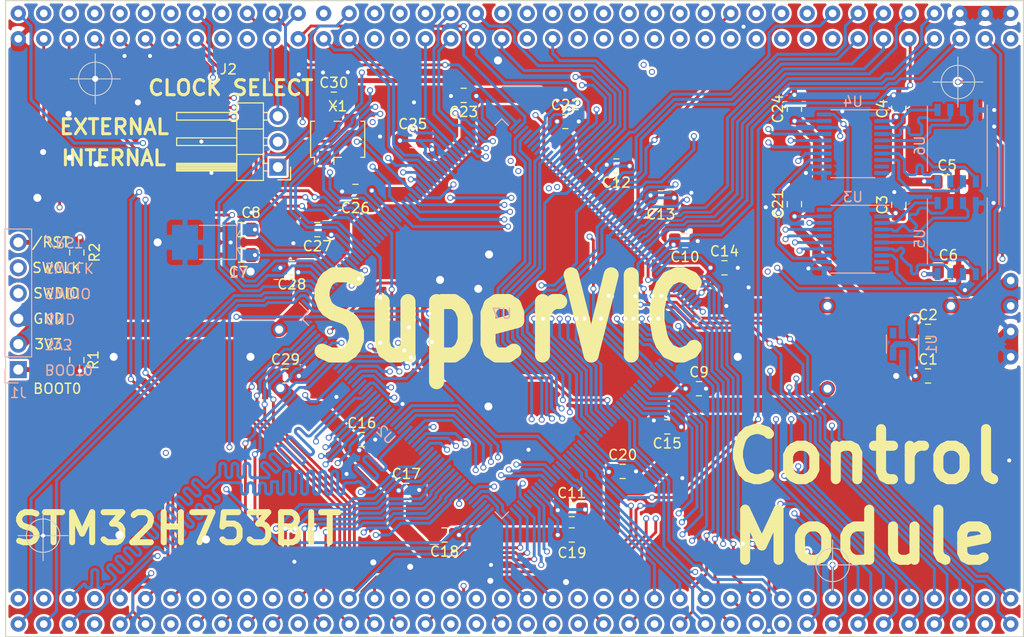
<source format=kicad_pcb>
(kicad_pcb (version 20171130) (host pcbnew "(5.1.9)-1")
  (layers (0 F.Cu signal) (1 In1.Cu signal) (2 In2.Cu signal) (31 B.Cu signal) (36 B.SilkS user) (37 F.SilkS user) (38 B.Mask user) (39 F.Mask user) (44 Edge.Cuts user))
  (net 0 "")
  (net 1 GND)
  (net 2 +3V3)
  (net 3 /MENU)
  (net 4 /SPECIAL)
  (net 5 /RCC_OSC32_IN)
  (net 6 /RCC_OSC32_OUT)
  (net 7 /SWCLK)
  (net 8 /SWDIO)
  (net 9 /BOOT0)
  (net 10 /SD_D1)
  (net 11 /SD_DT2)
  (net 12 /SD_D0)
  (net 13 /SD_CLK)
  (net 14 /SD_CMD)
  (net 15 /SD_D3)
  (net 16 /SD_D2)
  (net 17 /SD_DT1)
  (net 18 /~RST_O)
  (net 19 /Phi1IN)
  (net 20 /NF1_IO2)
  (net 21 /NF1_IO3)
  (net 22 /NF1_IO0)
  (net 23 /NF1_IO1)
  (net 24 /NF_CLK)
  (net 25 /~RST)
  (net 26 /NF2_IO0)
  (net 27 /NF2_IO1)
  (net 28 /NF2_IO2)
  (net 29 /NF2_IO3)
  (net 30 /SPI1_MISO)
  (net 31 /SPI1_SCK)
  (net 32 /SPI1_MOSI)
  (net 33 /NF_~CS)
  (net 34 /PDR_ON)
  (net 35 +1V8)
  (net 36 /TFT_CS)
  (net 37 /TFT_DC)
  (net 38 /TFT_RESET)
  (net 39 /TOUCH_CS)
  (net 40 /TOUCH_DO)
  (net 41 /TOUCH_DIN)
  (net 42 /TOUCH_CLK)
  (net 43 /TOUCH_IRQ)
  (net 44 /SPI5_MOSI)
  (net 45 /SPI5_MISO)
  (net 46 /SPI5_SCK)
  (net 47 /DAC1_OUT1)
  (net 48 /DAC1_OUT2)
  (net 49 /EN5V)
  (net 50 /MVA0)
  (net 51 /MVA1)
  (net 52 /MVA2)
  (net 53 /MVA3)
  (net 54 /MVA4)
  (net 55 /MCD0)
  (net 56 /MCD1)
  (net 57 /MVA5)
  (net 58 /MCA8)
  (net 59 /MCA9)
  (net 60 /MCA10)
  (net 61 /MCA11)
  (net 62 /MCA12)
  (net 63 /MCA13)
  (net 64 /MCA14)
  (net 65 /MCA15)
  (net 66 /MVA6)
  (net 67 /MVA7)
  (net 68 /MVA8)
  (net 69 /MVA9)
  (net 70 /MVA10)
  (net 71 /MVA11)
  (net 72 /MBD0)
  (net 73 /MBD1)
  (net 74 /MBD2)
  (net 75 /MCD2)
  (net 76 /MCD3)
  (net 77 /MCD4)
  (net 78 /MCD5)
  (net 79 /MCD6)
  (net 80 /MCD7)
  (net 81 /MPPhi1)
  (net 82 /MCA0)
  (net 83 /MCA1)
  (net 84 /MCA2)
  (net 85 /MCA3)
  (net 86 /MCA4)
  (net 87 /MCA5)
  (net 88 /MCA6)
  (net 89 /MCA7)
  (net 90 /MVA12)
  (net 91 /MVA13)
  (net 92 /MVR~W)
  (net 93 /MBD3)
  (net 94 /MBD4)
  (net 95 /MBD5)
  (net 96 /MBD6)
  (net 97 /MBD7)
  (net 98 /SPI5_NSS)
  (net 99 /ADC3_INP4)
  (net 100 /ADC3_INP3)
  (net 101 "Net-(U1-Pad4)")
  (net 102 /~MBLK5)
  (net 103 /MV2_CA1)
  (net 104 /MV2_~IRQ)
  (net 105 /MV1_~IRQ)
  (net 106 /MV1_PB0)
  (net 107 /MMX)
  (net 108 /MV1_PB1)
  (net 109 /MV1_PB2)
  (net 110 /MV1_PB3)
  (net 111 /~MIO2)
  (net 112 /~MIO3)
  (net 113 /MV2_PA2)
  (net 114 /MV1_PB4)
  (net 115 /MV1_PB5)
  (net 116 /MV1_PB6)
  (net 117 /MV2_PA3)
  (net 118 /MV2_PA4)
  (net 119 /~MABORT)
  (net 120 /~MRAM1)
  (net 121 /~MRAM2)
  (net 122 /MV2_PB6)
  (net 123 /~MBLK1)
  (net 124 /MV1_PB7)
  (net 125 /MV2_PA6)
  (net 126 /MV2_PA7)
  (net 127 /MV2_PB0)
  (net 128 /MV2_PB1)
  (net 129 /MV1_CA1)
  (net 130 /MV1_CA2)
  (net 131 /MV1_CB1)
  (net 132 /MIEC_DAT)
  (net 133 /MIEC_ATN)
  (net 134 /MIEC_CLK)
  (net 135 /MV1_CB2)
  (net 136 /~MBLK2)
  (net 137 /MVD8)
  (net 138 /MVD9)
  (net 139 /MVD10)
  (net 140 /MVD11)
  (net 141 /MV2_PB2)
  (net 142 /~MRESET)
  (net 143 /MBE)
  (net 144 /MCPU_Phi2)
  (net 145 /MVIA_Phi2)
  (net 146 /MS02)
  (net 147 /ME)
  (net 148 /MV2_PB7)
  (net 149 /~MRAM3)
  (net 150 /MV2_PB3)
  (net 151 /MV2_PB4)
  (net 152 /MV2_PB5)
  (net 153 /MV1_PA0)
  (net 154 /MV1_PA1)
  (net 155 /MV1_PA2)
  (net 156 /MV1_PA3)
  (net 157 /~MBLK3)
  (net 158 /MVDA)
  (net 159 /MVPA)
  (net 160 /MCR~W)
  (net 161 /MRDY)
  (net 162 /~MVIA)
  (net 163 /MV2_CA2)
  (net 164 /MV2_CB1)
  (net 165 /MV2_CB2)
  (net 166 /~MML)
  (net 167 /MV2_PA5)
  (net 168 /MV1_PA4)
  (net 169 /MV1_PA5)
  (net 170 /MV1_PA6)
  (net 171 /MV1_PA7)
  (net 172 /USBBD_P)
  (net 173 /USBBD_N)
  (net 174 /RPOTX)
  (net 175 /RPOTY)
  (net 176 "Net-(C10-Pad2)")
  (net 177 "Net-(C11-Pad2)")
  (net 178 "Net-(U3-Pad9)")
  (net 179 "Net-(U3-Pad10)")
  (net 180 "Net-(U4-Pad10)")
  (net 181 "Net-(U4-Pad9)")
  (net 182 /t1_IO2)
  (net 183 /t1_IO1)
  (net 184 /tNF_~CS1)
  (net 185 /t2_IO3)
  (net 186 /tCLK2)
  (net 187 /t2_IO0)
  (net 188 /t2_IO2)
  (net 189 /t2_IO1)
  (net 190 /t~CS2)
  (net 191 /t1_IO0)
  (net 192 /tCLK1)
  (net 193 /t1_IO3)
  (net 194 /Phi)
  (net 195 "Net-(X1-Pad1)")
  (net 196 "Net-(J2-Pad1)")
  (module CPU2:WSON-8_8x6mm (layer B.Cu) (at 223.2025 113.919 270)
    (fp_text reference U5 (at 0 3.683 270) (layer B.SilkS) (effects (justify mirror)))
    (fp_text value W25M02GWZEIG)
    (pad 8 smd rect (at 3.556 1.905) (size 0.6 1.2) (layers B.Cu B.Paste B.Mask) (net 35 +1V8))
    (pad 7 smd rect (at 3.556 0.635) (size 0.6 1.2) (layers B.Cu B.Paste B.Mask) (net 185 /t2_IO3))
    (pad 6 smd rect (at 3.556 -0.635) (size 0.6 1.2) (layers B.Cu B.Paste B.Mask) (net 186 /tCLK2))
    (pad 5 smd rect (at 3.556 -1.905) (size 0.6 1.2) (layers B.Cu B.Paste B.Mask) (net 187 /t2_IO0))
    (pad 4 smd rect (at -3.556 -1.905) (size 0.6 1.2) (layers B.Cu B.Paste B.Mask) (net 1 GND))
    (pad 3 smd rect (at -3.556 -0.635) (size 0.6 1.2) (layers B.Cu B.Paste B.Mask) (net 188 /t2_IO2))
    (pad 2 smd rect (at -3.556 0.635) (size 0.6 1.2) (layers B.Cu B.Paste B.Mask) (net 189 /t2_IO1))
    (pad 1 smd rect (at -3.556 1.905) (size 0.6 1.2) (layers B.Cu B.Paste B.Mask) (net 190 /t~CS2))
  )
  (module CPU2:WSON-8_8x6mm (layer B.Cu) (at 223.2025 104.648 270)
    (fp_text reference U6 (at 0 3.683 270) (layer B.SilkS) (effects (justify mirror)))
    (fp_text value W25M02GWZEIG)
    (pad 8 smd rect (at 3.556 1.905) (size 0.6 1.2) (layers B.Cu B.Paste B.Mask) (net 35 +1V8))
    (pad 7 smd rect (at 3.556 0.635) (size 0.6 1.2) (layers B.Cu B.Paste B.Mask) (net 193 /t1_IO3))
    (pad 6 smd rect (at 3.556 -0.635) (size 0.6 1.2) (layers B.Cu B.Paste B.Mask) (net 192 /tCLK1))
    (pad 5 smd rect (at 3.556 -1.905) (size 0.6 1.2) (layers B.Cu B.Paste B.Mask) (net 191 /t1_IO0))
    (pad 4 smd rect (at -3.556 -1.905) (size 0.6 1.2) (layers B.Cu B.Paste B.Mask) (net 1 GND))
    (pad 3 smd rect (at -3.556 -0.635) (size 0.6 1.2) (layers B.Cu B.Paste B.Mask) (net 182 /t1_IO2))
    (pad 2 smd rect (at -3.556 0.635) (size 0.6 1.2) (layers B.Cu B.Paste B.Mask) (net 183 /t1_IO1))
    (pad 1 smd rect (at -3.556 1.905) (size 0.6 1.2) (layers B.Cu B.Paste B.Mask) (net 184 /tNF_~CS1))
  )
  (module Capacitor_SMD:C_0805_2012Metric_Pad1.15x1.40mm_HandSolder (layer F.Cu) (at 220.345 127.635)
    (fp_text reference C1 (at 0 -1.65) (layer F.SilkS))
    (fp_text value 1u)
    (pad 1 smd roundrect (at -1.025 0) (size 1.15 1.4) (layers F.Cu F.Paste F.Mask) (roundrect_rratio 0.2173904347826087) (net 2 +3V3))
    (pad 2 smd roundrect (at 1.025 0) (size 1.15 1.4) (layers F.Cu F.Paste F.Mask) (roundrect_rratio 0.2173904347826087) (net 1 GND))
  )
  (module Capacitor_SMD:C_0805_2012Metric_Pad1.15x1.40mm_HandSolder (layer F.Cu) (at 220.345 123.19)
    (fp_text reference C2 (at 0 -1.65) (layer F.SilkS))
    (fp_text value 1u)
    (pad 2 smd roundrect (at 1.025 0) (size 1.15 1.4) (layers F.Cu F.Paste F.Mask) (roundrect_rratio 0.2173904347826087) (net 1 GND))
    (pad 1 smd roundrect (at -1.025 0) (size 1.15 1.4) (layers F.Cu F.Paste F.Mask) (roundrect_rratio 0.2173904347826087) (net 35 +1V8))
  )
  (module Capacitor_SMD:C_0805_2012Metric_Pad1.15x1.40mm_HandSolder (layer F.Cu) (at 217.424 110.5535 90)
    (fp_text reference C3 (at 0 -1.65 90) (layer F.SilkS))
    (fp_text value 0.1u)
    (pad 2 smd roundrect (at 1.025 0 90) (size 1.15 1.4) (layers F.Cu F.Paste F.Mask) (roundrect_rratio 0.2173904347826087) (net 1 GND))
    (pad 1 smd roundrect (at -1.025 0 90) (size 1.15 1.4) (layers F.Cu F.Paste F.Mask) (roundrect_rratio 0.2173904347826087) (net 35 +1V8))
  )
  (module Capacitor_SMD:C_0805_2012Metric_Pad1.15x1.40mm_HandSolder (layer F.Cu) (at 217.424 100.965 90)
    (fp_text reference C4 (at 0 -1.65 90) (layer F.SilkS))
    (fp_text value 0.1u)
    (pad 1 smd roundrect (at -1.025 0 90) (size 1.15 1.4) (layers F.Cu F.Paste F.Mask) (roundrect_rratio 0.2173904347826087) (net 35 +1V8))
    (pad 2 smd roundrect (at 1.025 0 90) (size 1.15 1.4) (layers F.Cu F.Paste F.Mask) (roundrect_rratio 0.2173904347826087) (net 1 GND))
  )
  (module Capacitor_SMD:C_0805_2012Metric_Pad1.15x1.40mm_HandSolder (layer F.Cu) (at 222.25 108.2675)
    (fp_text reference C5 (at 0 -1.65) (layer F.SilkS))
    (fp_text value 10n)
    (pad 1 smd roundrect (at -1.025 0) (size 1.15 1.4) (layers F.Cu F.Paste F.Mask) (roundrect_rratio 0.2173904347826087) (net 35 +1V8))
    (pad 2 smd roundrect (at 1.025 0) (size 1.15 1.4) (layers F.Cu F.Paste F.Mask) (roundrect_rratio 0.2173904347826087) (net 1 GND))
  )
  (module Capacitor_SMD:C_0805_2012Metric_Pad1.15x1.40mm_HandSolder (layer F.Cu) (at 222.377 117.221)
    (fp_text reference C6 (at 0 -1.65) (layer F.SilkS))
    (fp_text value 10n)
    (pad 2 smd roundrect (at 1.025 0) (size 1.15 1.4) (layers F.Cu F.Paste F.Mask) (roundrect_rratio 0.2173904347826087) (net 1 GND))
    (pad 1 smd roundrect (at -1.025 0) (size 1.15 1.4) (layers F.Cu F.Paste F.Mask) (roundrect_rratio 0.2173904347826087) (net 35 +1V8))
  )
  (module Capacitor_SMD:C_0805_2012Metric_Pad1.15x1.40mm_HandSolder (layer F.Cu) (at 151.765 113.03 180)
    (fp_text reference C7 (at 0.2413 -4.2291) (layer F.SilkS))
    (fp_text value 6p)
    (pad 1 smd roundrect (at -1.025 0 180) (size 1.15 1.4) (layers F.Cu F.Paste F.Mask) (roundrect_rratio 0.2173904347826087) (net 6 /RCC_OSC32_OUT))
    (pad 2 smd roundrect (at 1.025 0 180) (size 1.15 1.4) (layers F.Cu F.Paste F.Mask) (roundrect_rratio 0.2173904347826087) (net 1 GND))
  )
  (module Capacitor_SMD:C_0805_2012Metric_Pad1.15x1.40mm_HandSolder (layer F.Cu) (at 151.765 115.57)
    (fp_text reference C8 (at 1.0033 -4.2291) (layer F.SilkS))
    (fp_text value 6p)
    (pad 2 smd roundrect (at 1.025 0) (size 1.15 1.4) (layers F.Cu F.Paste F.Mask) (roundrect_rratio 0.2173904347826087) (net 5 /RCC_OSC32_IN))
    (pad 1 smd roundrect (at -1.025 0) (size 1.15 1.4) (layers F.Cu F.Paste F.Mask) (roundrect_rratio 0.2173904347826087) (net 1 GND))
  )
  (module Capacitor_SMD:C_0805_2012Metric_Pad1.15x1.40mm_HandSolder (layer F.Cu) (at 197.485 128.905)
    (fp_text reference C9 (at 0 -1.65) (layer F.SilkS))
    (fp_text value 0.1)
    (pad 2 smd roundrect (at 1.025 0) (size 1.15 1.4) (layers F.Cu F.Paste F.Mask) (roundrect_rratio 0.2173904347826087) (net 1 GND))
    (pad 1 smd roundrect (at -1.025 0) (size 1.15 1.4) (layers F.Cu F.Paste F.Mask) (roundrect_rratio 0.2173904347826087) (net 2 +3V3))
  )
  (module Capacitor_SMD:C_0805_2012Metric_Pad1.15x1.40mm_HandSolder (layer F.Cu) (at 196.088 114.1095 180)
    (fp_text reference C10 (at 0 -1.65) (layer F.SilkS))
    (fp_text value 0.1)
    (pad 2 smd roundrect (at 1.025 0 180) (size 1.15 1.4) (layers F.Cu F.Paste F.Mask) (roundrect_rratio 0.2173904347826087) (net 176 "Net-(C10-Pad2)"))
    (pad 1 smd roundrect (at -1.025 0 180) (size 1.15 1.4) (layers F.Cu F.Paste F.Mask) (roundrect_rratio 0.2173904347826087) (net 1 GND))
  )
  (module Capacitor_SMD:C_0805_2012Metric_Pad1.15x1.40mm_HandSolder (layer F.Cu) (at 184.785 140.97)
    (fp_text reference C11 (at 0 -1.65) (layer F.SilkS))
    (fp_text value 0.1)
    (pad 1 smd roundrect (at -1.025 0) (size 1.15 1.4) (layers F.Cu F.Paste F.Mask) (roundrect_rratio 0.2173904347826087) (net 1 GND))
    (pad 2 smd roundrect (at 1.025 0) (size 1.15 1.4) (layers F.Cu F.Paste F.Mask) (roundrect_rratio 0.2173904347826087) (net 177 "Net-(C11-Pad2)"))
  )
  (module Capacitor_SMD:C_0805_2012Metric_Pad1.15x1.40mm_HandSolder (layer F.Cu) (at 189.23 106.68 180)
    (fp_text reference C12 (at 0 -1.65) (layer F.SilkS))
    (fp_text value 0.1)
    (pad 1 smd roundrect (at -1.025 0 180) (size 1.15 1.4) (layers F.Cu F.Paste F.Mask) (roundrect_rratio 0.2173904347826087) (net 2 +3V3))
    (pad 2 smd roundrect (at 1.025 0 180) (size 1.15 1.4) (layers F.Cu F.Paste F.Mask) (roundrect_rratio 0.2173904347826087) (net 1 GND))
  )
  (module Capacitor_SMD:C_0805_2012Metric_Pad1.15x1.40mm_HandSolder (layer F.Cu) (at 193.675 109.855 180)
    (fp_text reference C13 (at 0 -1.65) (layer F.SilkS))
    (fp_text value 0.1)
    (pad 2 smd roundrect (at 1.025 0 180) (size 1.15 1.4) (layers F.Cu F.Paste F.Mask) (roundrect_rratio 0.2173904347826087) (net 1 GND))
    (pad 1 smd roundrect (at -1.025 0 180) (size 1.15 1.4) (layers F.Cu F.Paste F.Mask) (roundrect_rratio 0.2173904347826087) (net 2 +3V3))
  )
  (module Capacitor_SMD:C_0805_2012Metric_Pad1.15x1.40mm_HandSolder (layer F.Cu) (at 200.025 116.84)
    (fp_text reference C14 (at 0 -1.65) (layer F.SilkS))
    (fp_text value 0.1)
    (pad 1 smd roundrect (at -1.025 0) (size 1.15 1.4) (layers F.Cu F.Paste F.Mask) (roundrect_rratio 0.2173904347826087) (net 2 +3V3))
    (pad 2 smd roundrect (at 1.025 0) (size 1.15 1.4) (layers F.Cu F.Paste F.Mask) (roundrect_rratio 0.2173904347826087) (net 1 GND))
  )
  (module Capacitor_SMD:C_0805_2012Metric_Pad1.15x1.40mm_HandSolder (layer F.Cu) (at 194.31 132.715 180)
    (fp_text reference C15 (at 0 -1.65) (layer F.SilkS))
    (fp_text value 0.1)
    (pad 1 smd roundrect (at -1.025 0 180) (size 1.15 1.4) (layers F.Cu F.Paste F.Mask) (roundrect_rratio 0.2173904347826087) (net 2 +3V3))
    (pad 2 smd roundrect (at 1.025 0 180) (size 1.15 1.4) (layers F.Cu F.Paste F.Mask) (roundrect_rratio 0.2173904347826087) (net 1 GND))
  )
  (module Capacitor_SMD:C_0805_2012Metric_Pad1.15x1.40mm_HandSolder (layer F.Cu) (at 163.83 133.985)
    (fp_text reference C16 (at 0 -1.65) (layer F.SilkS))
    (fp_text value 0.1)
    (pad 2 smd roundrect (at 1.025 0) (size 1.15 1.4) (layers F.Cu F.Paste F.Mask) (roundrect_rratio 0.2173904347826087) (net 1 GND))
    (pad 1 smd roundrect (at -1.025 0) (size 1.15 1.4) (layers F.Cu F.Paste F.Mask) (roundrect_rratio 0.2173904347826087) (net 2 +3V3))
  )
  (module Capacitor_SMD:C_0805_2012Metric_Pad1.15x1.40mm_HandSolder (layer F.Cu) (at 168.275 139.065)
    (fp_text reference C17 (at 0 -1.65) (layer F.SilkS))
    (fp_text value 0.1)
    (pad 2 smd roundrect (at 1.025 0) (size 1.15 1.4) (layers F.Cu F.Paste F.Mask) (roundrect_rratio 0.2173904347826087) (net 1 GND))
    (pad 1 smd roundrect (at -1.025 0) (size 1.15 1.4) (layers F.Cu F.Paste F.Mask) (roundrect_rratio 0.2173904347826087) (net 2 +3V3))
  )
  (module Capacitor_SMD:C_0805_2012Metric_Pad1.15x1.40mm_HandSolder (layer F.Cu) (at 172.085 143.51 180)
    (fp_text reference C18 (at 0 -1.65) (layer F.SilkS))
    (fp_text value 0.1)
    (pad 1 smd roundrect (at -1.025 0 180) (size 1.15 1.4) (layers F.Cu F.Paste F.Mask) (roundrect_rratio 0.2173904347826087) (net 2 +3V3))
    (pad 2 smd roundrect (at 1.025 0 180) (size 1.15 1.4) (layers F.Cu F.Paste F.Mask) (roundrect_rratio 0.2173904347826087) (net 1 GND))
  )
  (module Capacitor_SMD:C_0805_2012Metric_Pad1.15x1.40mm_HandSolder (layer F.Cu) (at 184.785 143.51)
    (fp_text reference C19 (at 0.0254 1.778) (layer F.SilkS))
    (fp_text value 0.1)
    (pad 1 smd roundrect (at -1.025 0) (size 1.15 1.4) (layers F.Cu F.Paste F.Mask) (roundrect_rratio 0.2173904347826087) (net 2 +3V3))
    (pad 2 smd roundrect (at 1.025 0) (size 1.15 1.4) (layers F.Cu F.Paste F.Mask) (roundrect_rratio 0.2173904347826087) (net 1 GND))
  )
  (module Capacitor_SMD:C_0805_2012Metric_Pad1.15x1.40mm_HandSolder (layer F.Cu) (at 189.865 137.16)
    (fp_text reference C20 (at 0 -1.65) (layer F.SilkS))
    (fp_text value 0.1)
    (pad 2 smd roundrect (at 1.025 0) (size 1.15 1.4) (layers F.Cu F.Paste F.Mask) (roundrect_rratio 0.2173904347826087) (net 1 GND))
    (pad 1 smd roundrect (at -1.025 0) (size 1.15 1.4) (layers F.Cu F.Paste F.Mask) (roundrect_rratio 0.2173904347826087) (net 2 +3V3))
  )
  (module Capacitor_SMD:C_0805_2012Metric_Pad1.15x1.40mm_HandSolder (layer F.Cu) (at 207.01 110.49 90)
    (fp_text reference C21 (at 0 -1.65 90) (layer F.SilkS))
    (fp_text value 0.1)
    (pad 2 smd roundrect (at 1.025 0 90) (size 1.15 1.4) (layers F.Cu F.Paste F.Mask) (roundrect_rratio 0.2173904347826087) (net 1 GND))
    (pad 1 smd roundrect (at -1.025 0 90) (size 1.15 1.4) (layers F.Cu F.Paste F.Mask) (roundrect_rratio 0.2173904347826087) (net 2 +3V3))
  )
  (module Capacitor_SMD:C_0805_2012Metric_Pad1.15x1.40mm_HandSolder (layer F.Cu) (at 184.15 102.235)
    (fp_text reference C22 (at 0 -1.65) (layer F.SilkS))
    (fp_text value 0.1)
    (pad 1 smd roundrect (at -1.025 0) (size 1.15 1.4) (layers F.Cu F.Paste F.Mask) (roundrect_rratio 0.2173904347826087) (net 2 +3V3))
    (pad 2 smd roundrect (at 1.025 0) (size 1.15 1.4) (layers F.Cu F.Paste F.Mask) (roundrect_rratio 0.2173904347826087) (net 1 GND))
  )
  (module Capacitor_SMD:C_0805_2012Metric_Pad1.15x1.40mm_HandSolder (layer F.Cu) (at 173.99 99.6315 180)
    (fp_text reference C23 (at 0 -1.65) (layer F.SilkS))
    (fp_text value 0.1)
    (pad 1 smd roundrect (at -1.025 0 180) (size 1.15 1.4) (layers F.Cu F.Paste F.Mask) (roundrect_rratio 0.2173904347826087) (net 2 +3V3))
    (pad 2 smd roundrect (at 1.025 0 180) (size 1.15 1.4) (layers F.Cu F.Paste F.Mask) (roundrect_rratio 0.2173904347826087) (net 1 GND))
  )
  (module Capacitor_SMD:C_0805_2012Metric_Pad1.15x1.40mm_HandSolder (layer F.Cu) (at 207.01 100.965 90)
    (fp_text reference C24 (at 0 -1.65 90) (layer F.SilkS))
    (fp_text value 0.1)
    (pad 2 smd roundrect (at 1.025 0 90) (size 1.15 1.4) (layers F.Cu F.Paste F.Mask) (roundrect_rratio 0.2173904347826087) (net 1 GND))
    (pad 1 smd roundrect (at -1.025 0 90) (size 1.15 1.4) (layers F.Cu F.Paste F.Mask) (roundrect_rratio 0.2173904347826087) (net 2 +3V3))
  )
  (module Capacitor_SMD:C_0805_2012Metric_Pad1.15x1.40mm_HandSolder (layer F.Cu) (at 168.91 104.14)
    (fp_text reference C25 (at 0 -1.65) (layer F.SilkS))
    (fp_text value 0.1)
    (pad 2 smd roundrect (at 1.025 0) (size 1.15 1.4) (layers F.Cu F.Paste F.Mask) (roundrect_rratio 0.2173904347826087) (net 1 GND))
    (pad 1 smd roundrect (at -1.025 0) (size 1.15 1.4) (layers F.Cu F.Paste F.Mask) (roundrect_rratio 0.2173904347826087) (net 2 +3V3))
  )
  (module Capacitor_SMD:C_0805_2012Metric_Pad1.15x1.40mm_HandSolder (layer F.Cu) (at 163.195 109.22 180)
    (fp_text reference C26 (at 0 -1.65) (layer F.SilkS))
    (fp_text value 0.1)
    (pad 1 smd roundrect (at -1.025 0 180) (size 1.15 1.4) (layers F.Cu F.Paste F.Mask) (roundrect_rratio 0.2173904347826087) (net 2 +3V3))
    (pad 2 smd roundrect (at 1.025 0 180) (size 1.15 1.4) (layers F.Cu F.Paste F.Mask) (roundrect_rratio 0.2173904347826087) (net 1 GND))
  )
  (module Capacitor_SMD:C_0805_2012Metric_Pad1.15x1.40mm_HandSolder (layer F.Cu) (at 159.385 113.03 180)
    (fp_text reference C27 (at 0 -1.65) (layer F.SilkS))
    (fp_text value 0.1)
    (pad 1 smd roundrect (at -1.025 0 180) (size 1.15 1.4) (layers F.Cu F.Paste F.Mask) (roundrect_rratio 0.2173904347826087) (net 2 +3V3))
    (pad 2 smd roundrect (at 1.025 0 180) (size 1.15 1.4) (layers F.Cu F.Paste F.Mask) (roundrect_rratio 0.2173904347826087) (net 1 GND))
  )
  (module Capacitor_SMD:C_0805_2012Metric_Pad1.15x1.40mm_HandSolder (layer F.Cu) (at 156.845 116.84 180)
    (fp_text reference C28 (at 0 -1.65) (layer F.SilkS))
    (fp_text value 0.1)
    (pad 2 smd roundrect (at 1.025 0 180) (size 1.15 1.4) (layers F.Cu F.Paste F.Mask) (roundrect_rratio 0.2173904347826087) (net 1 GND))
    (pad 1 smd roundrect (at -1.025 0 180) (size 1.15 1.4) (layers F.Cu F.Paste F.Mask) (roundrect_rratio 0.2173904347826087) (net 2 +3V3))
  )
  (module Capacitor_SMD:C_0805_2012Metric_Pad1.15x1.40mm_HandSolder (layer F.Cu) (at 156.21 127.635)
    (fp_text reference C29 (at 0 -1.65) (layer F.SilkS))
    (fp_text value 0.1)
    (pad 1 smd roundrect (at -1.025 0) (size 1.15 1.4) (layers F.Cu F.Paste F.Mask) (roundrect_rratio 0.2173904347826087) (net 2 +3V3))
    (pad 2 smd roundrect (at 1.025 0) (size 1.15 1.4) (layers F.Cu F.Paste F.Mask) (roundrect_rratio 0.2173904347826087) (net 1 GND))
  )
  (module Connector_PinHeader_2.54mm:PinHeader_1x06_P2.54mm_Vertical (layer B.Cu) (at 129.54 127)
    (fp_text reference J1 (at 0 2.33) (layer B.SilkS) (effects (justify mirror)))
    (fp_text value SWD)
    (pad 1 thru_hole rect (at 0 0) (size 1.7 1.7) (drill 1) (layers *.Cu *.Mask) (net 9 /BOOT0))
    (pad 2 thru_hole oval (at 0 -2.54) (size 1.7 1.7) (drill 1) (layers *.Cu *.Mask) (net 2 +3V3))
    (pad 3 thru_hole oval (at 0 -5.08) (size 1.7 1.7) (drill 1) (layers *.Cu *.Mask) (net 1 GND))
    (pad 4 thru_hole oval (at 0 -7.62) (size 1.7 1.7) (drill 1) (layers *.Cu *.Mask) (net 8 /SWDIO))
    (pad 5 thru_hole oval (at 0 -10.16) (size 1.7 1.7) (drill 1) (layers *.Cu *.Mask) (net 7 /SWCLK))
    (pad 6 thru_hole oval (at 0 -12.7) (size 1.7 1.7) (drill 1) (layers *.Cu *.Mask) (net 25 /~RST))
  )
  (module Resistor_SMD:R_0805_2012Metric_Pad1.15x1.40mm_HandSolder (layer F.Cu) (at 135.382 126.0475 270)
    (fp_text reference R1 (at 0 -1.65 90) (layer F.SilkS))
    (fp_text value 10K)
    (pad 1 smd roundrect (at -1.025 0 270) (size 1.15 1.4) (layers F.Cu F.Paste F.Mask) (roundrect_rratio 0.2173904347826087) (net 1 GND))
    (pad 2 smd roundrect (at 1.025 0 270) (size 1.15 1.4) (layers F.Cu F.Paste F.Mask) (roundrect_rratio 0.2173904347826087) (net 9 /BOOT0))
  )
  (module Resistor_SMD:R_0805_2012Metric_Pad1.15x1.40mm_HandSolder (layer F.Cu) (at 135.382 115.316 90)
    (fp_text reference R2 (at 0 1.778 90) (layer F.SilkS))
    (fp_text value 1k)
    (pad 2 smd roundrect (at 1.025 0 90) (size 1.15 1.4) (layers F.Cu F.Paste F.Mask) (roundrect_rratio 0.2173904347826087) (net 25 /~RST))
    (pad 1 smd roundrect (at -1.025 0 90) (size 1.15 1.4) (layers F.Cu F.Paste F.Mask) (roundrect_rratio 0.2173904347826087) (net 2 +3V3))
  )
  (module Package_TO_SOT_SMD:SOT-23-5 (layer B.Cu) (at 217.805 124.46 90)
    (fp_text reference U1 (at 0 2.9 270) (layer B.SilkS) (effects (justify mirror)))
    (fp_text value MIC5504-1.8YM5)
    (pad 1 smd rect (at -1.1 0.95 90) (size 1.06 0.65) (layers B.Cu B.Paste B.Mask) (net 2 +3V3))
    (pad 2 smd rect (at -1.1 0 90) (size 1.06 0.65) (layers B.Cu B.Paste B.Mask) (net 1 GND))
    (pad 3 smd rect (at -1.1 -0.95 90) (size 1.06 0.65) (layers B.Cu B.Paste B.Mask) (net 2 +3V3))
    (pad 4 smd rect (at 1.1 -0.95 90) (size 1.06 0.65) (layers B.Cu B.Paste B.Mask) (net 101 "Net-(U1-Pad4)"))
    (pad 5 smd rect (at 1.1 0.95 90) (size 1.06 0.65) (layers B.Cu B.Paste B.Mask) (net 35 +1V8))
  )
  (module Package_QFP:LQFP-208_28x28mm_P0.5mm (layer B.Cu) (at 177.8 121.92 315)
    (fp_text reference U2 (at 0 16.38 135) (layer B.SilkS) (effects (justify mirror)))
    (fp_text value STM32H753BITx)
    (pad 1 smd roundrect (at -14.675 12.75 315) (size 1.5 0.3) (layers B.Cu B.Paste B.Mask) (net 20 /NF1_IO2))
    (pad 2 smd roundrect (at -14.675 12.25 315) (size 1.5 0.3) (layers B.Cu B.Paste B.Mask) (net 103 /MV2_CA1))
    (pad 3 smd roundrect (at -14.675 11.75 315) (size 1.5 0.3) (layers B.Cu B.Paste B.Mask) (net 4 /SPECIAL))
    (pad 4 smd roundrect (at -14.675 11.25 315) (size 1.5 0.3) (layers B.Cu B.Paste B.Mask) (net 3 /MENU))
    (pad 5 smd roundrect (at -14.675 10.75 315) (size 1.5 0.3) (layers B.Cu B.Paste B.Mask) (net 146 /MS02))
    (pad 6 smd roundrect (at -14.675 10.25 315) (size 1.5 0.3) (layers B.Cu B.Paste B.Mask) (net 2 +3V3))
    (pad 7 smd roundrect (at -14.675 9.75 315) (size 1.5 0.3) (layers B.Cu B.Paste B.Mask) (net 68 /MVA8))
    (pad 8 smd roundrect (at -14.675 9.25 315) (size 1.5 0.3) (layers B.Cu B.Paste B.Mask) (net 111 /~MIO2))
    (pad 9 smd roundrect (at -14.675 8.75 315) (size 1.5 0.3) (layers B.Cu B.Paste B.Mask) (net 5 /RCC_OSC32_IN))
    (pad 10 smd roundrect (at -14.675 8.25 315) (size 1.5 0.3) (layers B.Cu B.Paste B.Mask) (net 6 /RCC_OSC32_OUT))
    (pad 11 smd roundrect (at -14.675 7.75 315) (size 1.5 0.3) (layers B.Cu B.Paste B.Mask) (net 69 /MVA9))
    (pad 12 smd roundrect (at -14.675 7.25 315) (size 1.5 0.3) (layers B.Cu B.Paste B.Mask) (net 70 /MVA10))
    (pad 13 smd roundrect (at -14.675 6.75 315) (size 1.5 0.3) (layers B.Cu B.Paste B.Mask) (net 71 /MVA11))
    (pad 14 smd roundrect (at -14.675 6.25 315) (size 1.5 0.3) (layers B.Cu B.Paste B.Mask) (net 1 GND))
    (pad 15 smd roundrect (at -14.675 5.75 315) (size 1.5 0.3) (layers B.Cu B.Paste B.Mask) (net 2 +3V3))
    (pad 16 smd roundrect (at -14.675 5.25 315) (size 1.5 0.3) (layers B.Cu B.Paste B.Mask) (net 112 /~MIO3))
    (pad 17 smd roundrect (at -14.675 4.75 315) (size 1.5 0.3) (layers B.Cu B.Paste B.Mask) (net 121 /~MRAM2))
    (pad 18 smd roundrect (at -14.675 4.25 315) (size 1.5 0.3) (layers B.Cu B.Paste B.Mask) (net 162 /~MVIA))
    (pad 19 smd roundrect (at -14.675 3.75 315) (size 1.5 0.3) (layers B.Cu B.Paste B.Mask) (net 90 /MVA12))
    (pad 20 smd roundrect (at -14.675 3.25 315) (size 1.5 0.3) (layers B.Cu B.Paste B.Mask) (net 91 /MVA13))
    (pad 21 smd roundrect (at -14.675 2.75 315) (size 1.5 0.3) (layers B.Cu B.Paste B.Mask) (net 92 /MVR~W))
    (pad 22 smd roundrect (at -14.675 2.25 315) (size 1.5 0.3) (layers B.Cu B.Paste B.Mask) (net 149 /~MRAM3))
    (pad 23 smd roundrect (at -14.675 1.75 315) (size 1.5 0.3) (layers B.Cu B.Paste B.Mask) (net 142 /~MRESET))
    (pad 24 smd roundrect (at -14.675 1.25 315) (size 1.5 0.3) (layers B.Cu B.Paste B.Mask) (net 99 /ADC3_INP4))
    (pad 25 smd roundrect (at -14.675 0.75 315) (size 1.5 0.3) (layers B.Cu B.Paste B.Mask) (net 1 GND))
    (pad 26 smd roundrect (at -14.675 0.25 315) (size 1.5 0.3) (layers B.Cu B.Paste B.Mask) (net 2 +3V3))
    (pad 27 smd roundrect (at -14.675 -0.25 315) (size 1.5 0.3) (layers B.Cu B.Paste B.Mask) (net 21 /NF1_IO3))
    (pad 28 smd roundrect (at -14.675 -0.75 315) (size 1.5 0.3) (layers B.Cu B.Paste B.Mask) (net 100 /ADC3_INP3))
    (pad 29 smd roundrect (at -14.675 -1.25 315) (size 1.5 0.3) (layers B.Cu B.Paste B.Mask) (net 22 /NF1_IO0))
    (pad 30 smd roundrect (at -14.675 -1.75 315) (size 1.5 0.3) (layers B.Cu B.Paste B.Mask) (net 23 /NF1_IO1))
    (pad 31 smd roundrect (at -14.675 -2.25 315) (size 1.5 0.3) (layers B.Cu B.Paste B.Mask) (net 24 /NF_CLK))
    (pad 32 smd roundrect (at -14.675 -2.75 315) (size 1.5 0.3) (layers B.Cu B.Paste B.Mask) (net 194 /Phi))
    (pad 33 smd roundrect (at -14.675 -3.25 315) (size 1.5 0.3) (layers B.Cu B.Paste B.Mask) (net 102 /~MBLK5))
    (pad 34 smd roundrect (at -14.675 -3.75 315) (size 1.5 0.3) (layers B.Cu B.Paste B.Mask) (net 25 /~RST))
    (pad 35 smd roundrect (at -14.675 -4.25 315) (size 1.5 0.3) (layers B.Cu B.Paste B.Mask) (net 17 /SD_DT1))
    (pad 36 smd roundrect (at -14.675 -4.75 315) (size 1.5 0.3) (layers B.Cu B.Paste B.Mask) (net 13 /SD_CLK))
    (pad 37 smd roundrect (at -14.675 -5.25 315) (size 1.5 0.3) (layers B.Cu B.Paste B.Mask) (net 174 /RPOTX))
    (pad 38 smd roundrect (at -14.675 -5.75 315) (size 1.5 0.3) (layers B.Cu B.Paste B.Mask) (net 175 /RPOTY))
    (pad 39 smd roundrect (at -14.675 -6.25 315) (size 1.5 0.3) (layers B.Cu B.Paste B.Mask) (net 2 +3V3))
    (pad 40 smd roundrect (at -14.675 -6.75 315) (size 1.5 0.3) (layers B.Cu B.Paste B.Mask) (net 1 GND))
    (pad 41 smd roundrect (at -14.675 -7.25 315) (size 1.5 0.3) (layers B.Cu B.Paste B.Mask) (net 2 +3V3))
    (pad 42 smd roundrect (at -14.675 -7.75 315) (size 1.5 0.3) (layers B.Cu B.Paste B.Mask) (net 2 +3V3))
    (pad 43 smd roundrect (at -14.675 -8.25 315) (size 1.5 0.3) (layers B.Cu B.Paste B.Mask) (net 14 /SD_CMD))
    (pad 44 smd roundrect (at -14.675 -8.75 315) (size 1.5 0.3) (layers B.Cu B.Paste B.Mask) (net 120 /~MRAM1))
    (pad 45 smd roundrect (at -14.675 -9.25 315) (size 1.5 0.3) (layers B.Cu B.Paste B.Mask) (net 136 /~MBLK2))
    (pad 46 smd roundrect (at -14.675 -9.75 315) (size 1.5 0.3) (layers B.Cu B.Paste B.Mask) (net 26 /NF2_IO0))
    (pad 47 smd roundrect (at -14.675 -10.25 315) (size 1.5 0.3) (layers B.Cu B.Paste B.Mask) (net 27 /NF2_IO1))
    (pad 48 smd roundrect (at -14.675 -10.75 315) (size 1.5 0.3) (layers B.Cu B.Paste B.Mask) (net 157 /~MBLK3))
    (pad 49 smd roundrect (at -14.675 -11.25 315) (size 1.5 0.3) (layers B.Cu B.Paste B.Mask) (net 98 /SPI5_NSS))
    (pad 50 smd roundrect (at -14.675 -11.75 315) (size 1.5 0.3) (layers B.Cu B.Paste B.Mask) (net 11 /SD_DT2))
    (pad 51 smd roundrect (at -14.675 -12.25 315) (size 1.5 0.3) (layers B.Cu B.Paste B.Mask) (net 1 GND))
    (pad 52 smd roundrect (at -14.675 -12.75 315) (size 1.5 0.3) (layers B.Cu B.Paste B.Mask) (net 2 +3V3))
    (pad 53 smd roundrect (at -12.75 -14.675 315) (size 0.3 1.5) (layers B.Cu B.Paste B.Mask) (net 47 /DAC1_OUT1))
    (pad 54 smd roundrect (at -12.25 -14.675 315) (size 0.3 1.5) (layers B.Cu B.Paste B.Mask) (net 48 /DAC1_OUT2))
    (pad 55 smd roundrect (at -11.75 -14.675 315) (size 0.3 1.5) (layers B.Cu B.Paste B.Mask) (net 37 /TFT_DC))
    (pad 56 smd roundrect (at -11.25 -14.675 315) (size 0.3 1.5) (layers B.Cu B.Paste B.Mask) (net 36 /TFT_CS))
    (pad 57 smd roundrect (at -10.75 -14.675 315) (size 0.3 1.5) (layers B.Cu B.Paste B.Mask) (net 49 /EN5V))
    (pad 58 smd roundrect (at -10.25 -14.675 315) (size 0.3 1.5) (layers B.Cu B.Paste B.Mask) (net 159 /MVPA))
    (pad 59 smd roundrect (at -9.75 -14.675 315) (size 0.3 1.5) (layers B.Cu B.Paste B.Mask) (net 2 +3V3))
    (pad 60 smd roundrect (at -9.25 -14.675 315) (size 0.3 1.5) (layers B.Cu B.Paste B.Mask) (net 1 GND))
    (pad 61 smd roundrect (at -8.75 -14.675 315) (size 0.3 1.5) (layers B.Cu B.Paste B.Mask) (net 38 /TFT_RESET))
    (pad 62 smd roundrect (at -8.25 -14.675 315) (size 0.3 1.5) (layers B.Cu B.Paste B.Mask) (net 43 /TOUCH_IRQ))
    (pad 63 smd roundrect (at -7.75 -14.675 315) (size 0.3 1.5) (layers B.Cu B.Paste B.Mask) (net 123 /~MBLK1))
    (pad 64 smd roundrect (at -7.25 -14.675 315) (size 0.3 1.5) (layers B.Cu B.Paste B.Mask) (net 160 /MCR~W))
    (pad 65 smd roundrect (at -6.75 -14.675 315) (size 0.3 1.5) (layers B.Cu B.Paste B.Mask) (net 58 /MCA8))
    (pad 66 smd roundrect (at -6.25 -14.675 315) (size 0.3 1.5) (layers B.Cu B.Paste B.Mask) (net 59 /MCA9))
    (pad 67 smd roundrect (at -5.75 -14.675 315) (size 0.3 1.5) (layers B.Cu B.Paste B.Mask) (net 60 /MCA10))
    (pad 68 smd roundrect (at -5.25 -14.675 315) (size 0.3 1.5) (layers B.Cu B.Paste B.Mask) (net 61 /MCA11))
    (pad 69 smd roundrect (at -4.75 -14.675 315) (size 0.3 1.5) (layers B.Cu B.Paste B.Mask) (net 62 /MCA12))
    (pad 70 smd roundrect (at -4.25 -14.675 315) (size 0.3 1.5) (layers B.Cu B.Paste B.Mask) (net 44 /SPI5_MOSI))
    (pad 71 smd roundrect (at -3.75 -14.675 315) (size 0.3 1.5) (layers B.Cu B.Paste B.Mask) (net 104 /MV2_~IRQ))
    (pad 72 smd roundrect (at -3.25 -14.675 315) (size 0.3 1.5) (layers B.Cu B.Paste B.Mask) (net 1 GND))
    (pad 73 smd roundrect (at -2.75 -14.675 315) (size 0.3 1.5) (layers B.Cu B.Paste B.Mask) (net 2 +3V3))
    (pad 74 smd roundrect (at -2.25 -14.675 315) (size 0.3 1.5) (layers B.Cu B.Paste B.Mask) (net 125 /MV2_PA6))
    (pad 75 smd roundrect (at -1.75 -14.675 315) (size 0.3 1.5) (layers B.Cu B.Paste B.Mask) (net 166 /~MML))
    (pad 76 smd roundrect (at -1.25 -14.675 315) (size 0.3 1.5) (layers B.Cu B.Paste B.Mask) (net 147 /ME))
    (pad 77 smd roundrect (at -0.75 -14.675 315) (size 0.3 1.5) (layers B.Cu B.Paste B.Mask) (net 82 /MCA0))
    (pad 78 smd roundrect (at -0.25 -14.675 315) (size 0.3 1.5) (layers B.Cu B.Paste B.Mask) (net 83 /MCA1))
    (pad 79 smd roundrect (at 0.25 -14.675 315) (size 0.3 1.5) (layers B.Cu B.Paste B.Mask) (net 128 /MV2_PB1))
    (pad 80 smd roundrect (at 0.75 -14.675 315) (size 0.3 1.5) (layers B.Cu B.Paste B.Mask) (net 127 /MV2_PB0))
    (pad 81 smd roundrect (at 1.25 -14.675 315) (size 0.3 1.5) (layers B.Cu B.Paste B.Mask) (net 28 /NF2_IO2))
    (pad 82 smd roundrect (at 1.75 -14.675 315) (size 0.3 1.5) (layers B.Cu B.Paste B.Mask) (net 1 GND))
    (pad 83 smd roundrect (at 2.25 -14.675 315) (size 0.3 1.5) (layers B.Cu B.Paste B.Mask) (net 2 +3V3))
    (pad 84 smd roundrect (at 2.75 -14.675 315) (size 0.3 1.5) (layers B.Cu B.Paste B.Mask) (net 29 /NF2_IO3))
    (pad 85 smd roundrect (at 3.25 -14.675 315) (size 0.3 1.5) (layers B.Cu B.Paste B.Mask) (net 105 /MV1_~IRQ))
    (pad 86 smd roundrect (at 3.75 -14.675 315) (size 0.3 1.5) (layers B.Cu B.Paste B.Mask) (net 143 /MBE))
    (pad 87 smd roundrect (at 4.25 -14.675 315) (size 0.3 1.5) (layers B.Cu B.Paste B.Mask) (net 119 /~MABORT))
    (pad 88 smd roundrect (at 4.75 -14.675 315) (size 0.3 1.5) (layers B.Cu B.Paste B.Mask) (net 161 /MRDY))
    (pad 89 smd roundrect (at 5.25 -14.675 315) (size 0.3 1.5) (layers B.Cu B.Paste B.Mask) (net 107 /MMX))
    (pad 90 smd roundrect (at 5.75 -14.675 315) (size 0.3 1.5) (layers B.Cu B.Paste B.Mask) (net 39 /TOUCH_CS))
    (pad 91 smd roundrect (at 6.25 -14.675 315) (size 0.3 1.5) (layers B.Cu B.Paste B.Mask) (net 158 /MVDA))
    (pad 92 smd roundrect (at 6.75 -14.675 315) (size 0.3 1.5) (layers B.Cu B.Paste B.Mask) (net 176 "Net-(C10-Pad2)"))
    (pad 93 smd roundrect (at 7.25 -14.675 315) (size 0.3 1.5) (layers B.Cu B.Paste B.Mask) (net 1 GND))
    (pad 94 smd roundrect (at 7.75 -14.675 315) (size 0.3 1.5) (layers B.Cu B.Paste B.Mask) (net 2 +3V3))
    (pad 95 smd roundrect (at 8.25 -14.675 315) (size 0.3 1.5) (layers B.Cu B.Paste B.Mask) (net 63 /MCA13))
    (pad 96 smd roundrect (at 8.75 -14.675 315) (size 0.3 1.5) (layers B.Cu B.Paste B.Mask) (net 46 /SPI5_SCK))
    (pad 97 smd roundrect (at 9.25 -14.675 315) (size 0.3 1.5) (layers B.Cu B.Paste B.Mask) (net 45 /SPI5_MISO))
    (pad 98 smd roundrect (at 9.75 -14.675 315) (size 0.3 1.5) (layers B.Cu B.Paste B.Mask) (net 50 /MVA0))
    (pad 99 smd roundrect (at 10.25 -14.675 315) (size 0.3 1.5) (layers B.Cu B.Paste B.Mask) (net 51 /MVA1))
    (pad 100 smd roundrect (at 10.75 -14.675 315) (size 0.3 1.5) (layers B.Cu B.Paste B.Mask) (net 52 /MVA2))
    (pad 101 smd roundrect (at 11.25 -14.675 315) (size 0.3 1.5) (layers B.Cu B.Paste B.Mask) (net 53 /MVA3))
    (pad 102 smd roundrect (at 11.75 -14.675 315) (size 0.3 1.5) (layers B.Cu B.Paste B.Mask) (net 54 /MVA4))
    (pad 103 smd roundrect (at 12.25 -14.675 315) (size 0.3 1.5) (layers B.Cu B.Paste B.Mask) (net 2 +3V3))
    (pad 104 smd roundrect (at 12.75 -14.675 315) (size 0.3 1.5) (layers B.Cu B.Paste B.Mask) (net 18 /~RST_O))
    (pad 105 smd roundrect (at 14.675 -12.75 315) (size 1.5 0.3) (layers B.Cu B.Paste B.Mask) (net 117 /MV2_PA3))
    (pad 106 smd roundrect (at 14.675 -12.25 315) (size 1.5 0.3) (layers B.Cu B.Paste B.Mask) (net 12 /SD_D0))
    (pad 107 smd roundrect (at 14.675 -11.75 315) (size 1.5 0.3) (layers B.Cu B.Paste B.Mask) (net 10 /SD_D1))
    (pad 108 smd roundrect (at 14.675 -11.25 315) (size 1.5 0.3) (layers B.Cu B.Paste B.Mask) (net 55 /MCD0))
    (pad 109 smd roundrect (at 14.675 -10.75 315) (size 1.5 0.3) (layers B.Cu B.Paste B.Mask) (net 56 /MCD1))
    (pad 110 smd roundrect (at 14.675 -10.25 315) (size 1.5 0.3) (layers B.Cu B.Paste B.Mask) (net 75 /MCD2))
    (pad 111 smd roundrect (at 14.675 -9.75 315) (size 1.5 0.3) (layers B.Cu B.Paste B.Mask) (net 76 /MCD3))
    (pad 112 smd roundrect (at 14.675 -9.25 315) (size 1.5 0.3) (layers B.Cu B.Paste B.Mask) (net 77 /MCD4))
    (pad 113 smd roundrect (at 14.675 -8.75 315) (size 1.5 0.3) (layers B.Cu B.Paste B.Mask) (net 78 /MCD5))
    (pad 114 smd roundrect (at 14.675 -8.25 315) (size 1.5 0.3) (layers B.Cu B.Paste B.Mask) (net 1 GND))
    (pad 115 smd roundrect (at 14.675 -7.75 315) (size 1.5 0.3) (layers B.Cu B.Paste B.Mask) (net 2 +3V3))
    (pad 116 smd roundrect (at 14.675 -7.25 315) (size 1.5 0.3) (layers B.Cu B.Paste B.Mask) (net 79 /MCD6))
    (pad 117 smd roundrect (at 14.675 -6.75 315) (size 1.5 0.3) (layers B.Cu B.Paste B.Mask) (net 80 /MCD7))
    (pad 118 smd roundrect (at 14.675 -6.25 315) (size 1.5 0.3) (layers B.Cu B.Paste B.Mask) (net 64 /MCA14))
    (pad 119 smd roundrect (at 14.675 -5.75 315) (size 1.5 0.3) (layers B.Cu B.Paste B.Mask) (net 65 /MCA15))
    (pad 120 smd roundrect (at 14.675 -5.25 315) (size 1.5 0.3) (layers B.Cu B.Paste B.Mask) (net 141 /MV2_PB2))
    (pad 121 smd roundrect (at 14.675 -4.75 315) (size 1.5 0.3) (layers B.Cu B.Paste B.Mask) (net 150 /MV2_PB3))
    (pad 122 smd roundrect (at 14.675 -4.25 315) (size 1.5 0.3) (layers B.Cu B.Paste B.Mask) (net 151 /MV2_PB4))
    (pad 123 smd roundrect (at 14.675 -3.75 315) (size 1.5 0.3) (layers B.Cu B.Paste B.Mask) (net 152 /MV2_PB5))
    (pad 124 smd roundrect (at 14.675 -3.25 315) (size 1.5 0.3) (layers B.Cu B.Paste B.Mask) (net 2 +3V3))
    (pad 125 smd roundrect (at 14.675 -2.75 315) (size 1.5 0.3) (layers B.Cu B.Paste B.Mask) (net 1 GND))
    (pad 126 smd roundrect (at 14.675 -2.25 315) (size 1.5 0.3) (layers B.Cu B.Paste B.Mask) (net 72 /MBD0))
    (pad 127 smd roundrect (at 14.675 -1.75 315) (size 1.5 0.3) (layers B.Cu B.Paste B.Mask) (net 73 /MBD1))
    (pad 128 smd roundrect (at 14.675 -1.25 315) (size 1.5 0.3) (layers B.Cu B.Paste B.Mask) (net 74 /MBD2))
    (pad 129 smd roundrect (at 14.675 -0.75 315) (size 1.5 0.3) (layers B.Cu B.Paste B.Mask) (net 84 /MCA2))
    (pad 130 smd roundrect (at 14.675 -0.25 315) (size 1.5 0.3) (layers B.Cu B.Paste B.Mask) (net 85 /MCA3))
    (pad 131 smd roundrect (at 14.675 0.25 315) (size 1.5 0.3) (layers B.Cu B.Paste B.Mask) (net 86 /MCA4))
    (pad 132 smd roundrect (at 14.675 0.75 315) (size 1.5 0.3) (layers B.Cu B.Paste B.Mask) (net 87 /MCA5))
    (pad 133 smd roundrect (at 14.675 1.25 315) (size 1.5 0.3) (layers B.Cu B.Paste B.Mask) (net 88 /MCA6))
    (pad 134 smd roundrect (at 14.675 1.75 315) (size 1.5 0.3) (layers B.Cu B.Paste B.Mask) (net 89 /MCA7))
    (pad 135 smd roundrect (at 14.675 2.25 315) (size 1.5 0.3) (layers B.Cu B.Paste B.Mask) (net 118 /MV2_PA4))
    (pad 136 smd roundrect (at 14.675 2.75 315) (size 1.5 0.3) (layers B.Cu B.Paste B.Mask) (net 1 GND))
    (pad 137 smd roundrect (at 14.675 3.25 315) (size 1.5 0.3) (layers B.Cu B.Paste B.Mask) (net 2 +3V3))
    (pad 138 smd roundrect (at 14.675 3.75 315) (size 1.5 0.3) (layers B.Cu B.Paste B.Mask) (net 144 /MCPU_Phi2))
    (pad 139 smd roundrect (at 14.675 4.25 315) (size 1.5 0.3) (layers B.Cu B.Paste B.Mask) (net 145 /MVIA_Phi2))
    (pad 140 smd roundrect (at 14.675 4.75 315) (size 1.5 0.3) (layers B.Cu B.Paste B.Mask) (net 132 /MIEC_DAT))
    (pad 141 smd roundrect (at 14.675 5.25 315) (size 1.5 0.3) (layers B.Cu B.Paste B.Mask) (net 134 /MIEC_CLK))
    (pad 142 smd roundrect (at 14.675 5.75 315) (size 1.5 0.3) (layers B.Cu B.Paste B.Mask) (net 81 /MPPhi1))
    (pad 143 smd roundrect (at 14.675 6.25 315) (size 1.5 0.3) (layers B.Cu B.Paste B.Mask) (net 163 /MV2_CA2))
    (pad 144 smd roundrect (at 14.675 6.75 315) (size 1.5 0.3) (layers B.Cu B.Paste B.Mask) (net 113 /MV2_PA2))
    (pad 145 smd roundrect (at 14.675 7.25 315) (size 1.5 0.3) (layers B.Cu B.Paste B.Mask) (net 173 /USBBD_N))
    (pad 146 smd roundrect (at 14.675 7.75 315) (size 1.5 0.3) (layers B.Cu B.Paste B.Mask) (net 172 /USBBD_P))
    (pad 147 smd roundrect (at 14.675 8.25 315) (size 1.5 0.3) (layers B.Cu B.Paste B.Mask) (net 8 /SWDIO))
    (pad 148 smd roundrect (at 14.675 8.75 315) (size 1.5 0.3) (layers B.Cu B.Paste B.Mask) (net 177 "Net-(C11-Pad2)"))
    (pad 149 smd roundrect (at 14.675 9.25 315) (size 1.5 0.3) (layers B.Cu B.Paste B.Mask) (net 1 GND))
    (pad 150 smd roundrect (at 14.675 9.75 315) (size 1.5 0.3) (layers B.Cu B.Paste B.Mask) (net 2 +3V3))
    (pad 151 smd roundrect (at 14.675 10.25 315) (size 1.5 0.3) (layers B.Cu B.Paste B.Mask) (net 57 /MVA5))
    (pad 152 smd roundrect (at 14.675 10.75 315) (size 1.5 0.3) (layers B.Cu B.Paste B.Mask) (net 66 /MVA6))
    (pad 153 smd roundrect (at 14.675 11.25 315) (size 1.5 0.3) (layers B.Cu B.Paste B.Mask) (net 67 /MVA7))
    (pad 154 smd roundrect (at 14.675 11.75 315) (size 1.5 0.3) (layers B.Cu B.Paste B.Mask) (net 153 /MV1_PA0))
    (pad 155 smd roundrect (at 14.675 12.25 315) (size 1.5 0.3) (layers B.Cu B.Paste B.Mask) (net 154 /MV1_PA1))
    (pad 156 smd roundrect (at 14.675 12.75 315) (size 1.5 0.3) (layers B.Cu B.Paste B.Mask) (net 155 /MV1_PA2))
    (pad 157 smd roundrect (at 12.75 14.675 315) (size 0.3 1.5) (layers B.Cu B.Paste B.Mask) (net 156 /MV1_PA3))
    (pad 158 smd roundrect (at 12.25 14.675 315) (size 0.3 1.5) (layers B.Cu B.Paste B.Mask) (net 2 +3V3))
    (pad 159 smd roundrect (at 11.75 14.675 315) (size 0.3 1.5) (layers B.Cu B.Paste B.Mask) (net 7 /SWCLK))
    (pad 160 smd roundrect (at 11.25 14.675 315) (size 0.3 1.5) (layers B.Cu B.Paste B.Mask) (net 122 /MV2_PB6))
    (pad 161 smd roundrect (at 10.75 14.675 315) (size 0.3 1.5) (layers B.Cu B.Paste B.Mask) (net 167 /MV2_PA5))
    (pad 162 smd roundrect (at 10.25 14.675 315) (size 0.3 1.5) (layers B.Cu B.Paste B.Mask) (net 164 /MV2_CB1))
    (pad 163 smd roundrect (at 9.75 14.675 315) (size 0.3 1.5) (layers B.Cu B.Paste B.Mask) (net 148 /MV2_PB7))
    (pad 164 smd roundrect (at 9.25 14.675 315) (size 0.3 1.5) (layers B.Cu B.Paste B.Mask) (net 106 /MV1_PB0))
    (pad 165 smd roundrect (at 8.75 14.675 315) (size 0.3 1.5) (layers B.Cu B.Paste B.Mask) (net 108 /MV1_PB1))
    (pad 166 smd roundrect (at 8.25 14.675 315) (size 0.3 1.5) (layers B.Cu B.Paste B.Mask) (net 109 /MV1_PB2))
    (pad 167 smd roundrect (at 7.75 14.675 315) (size 0.3 1.5) (layers B.Cu B.Paste B.Mask) (net 110 /MV1_PB3))
    (pad 168 smd roundrect (at 7.25 14.675 315) (size 0.3 1.5) (layers B.Cu B.Paste B.Mask) (net 114 /MV1_PB4))
    (pad 169 smd roundrect (at 6.75 14.675 315) (size 0.3 1.5) (layers B.Cu B.Paste B.Mask) (net 115 /MV1_PB5))
    (pad 170 smd roundrect (at 6.25 14.675 315) (size 0.3 1.5) (layers B.Cu B.Paste B.Mask) (net 1 GND))
    (pad 171 smd roundrect (at 5.75 14.675 315) (size 0.3 1.5) (layers B.Cu B.Paste B.Mask) (net 2 +3V3))
    (pad 172 smd roundrect (at 5.25 14.675 315) (size 0.3 1.5) (layers B.Cu B.Paste B.Mask) (net 116 /MV1_PB6))
    (pad 173 smd roundrect (at 4.75 14.675 315) (size 0.3 1.5) (layers B.Cu B.Paste B.Mask) (net 124 /MV1_PB7))
    (pad 174 smd roundrect (at 4.25 14.675 315) (size 0.3 1.5) (layers B.Cu B.Paste B.Mask) (net 137 /MVD8))
    (pad 175 smd roundrect (at 3.75 14.675 315) (size 0.3 1.5) (layers B.Cu B.Paste B.Mask) (net 138 /MVD9))
    (pad 176 smd roundrect (at 3.25 14.675 315) (size 0.3 1.5) (layers B.Cu B.Paste B.Mask) (net 139 /MVD10))
    (pad 177 smd roundrect (at 2.75 14.675 315) (size 0.3 1.5) (layers B.Cu B.Paste B.Mask) (net 140 /MVD11))
    (pad 178 smd roundrect (at 2.25 14.675 315) (size 0.3 1.5) (layers B.Cu B.Paste B.Mask) (net 30 /SPI1_MISO))
    (pad 179 smd roundrect (at 1.75 14.675 315) (size 0.3 1.5) (layers B.Cu B.Paste B.Mask) (net 165 /MV2_CB2))
    (pad 180 smd roundrect (at 1.25 14.675 315) (size 0.3 1.5) (layers B.Cu B.Paste B.Mask) (net 16 /SD_D2))
    (pad 181 smd roundrect (at 0.75 14.675 315) (size 0.3 1.5) (layers B.Cu B.Paste B.Mask) (net 133 /MIEC_ATN))
    (pad 182 smd roundrect (at 0.25 14.675 315) (size 0.3 1.5) (layers B.Cu B.Paste B.Mask) (net 129 /MV1_CA1))
    (pad 183 smd roundrect (at -0.25 14.675 315) (size 0.3 1.5) (layers B.Cu B.Paste B.Mask) (net 130 /MV1_CA2))
    (pad 184 smd roundrect (at -0.75 14.675 315) (size 0.3 1.5) (layers B.Cu B.Paste B.Mask) (net 1 GND))
    (pad 185 smd roundrect (at -1.25 14.675 315) (size 0.3 1.5) (layers B.Cu B.Paste B.Mask) (net 2 +3V3))
    (pad 186 smd roundrect (at -1.75 14.675 315) (size 0.3 1.5) (layers B.Cu B.Paste B.Mask) (net 93 /MBD3))
    (pad 187 smd roundrect (at -2.25 14.675 315) (size 0.3 1.5) (layers B.Cu B.Paste B.Mask) (net 94 /MBD4))
    (pad 188 smd roundrect (at -2.75 14.675 315) (size 0.3 1.5) (layers B.Cu B.Paste B.Mask) (net 95 /MBD5))
    (pad 189 smd roundrect (at -3.25 14.675 315) (size 0.3 1.5) (layers B.Cu B.Paste B.Mask) (net 96 /MBD6))
    (pad 190 smd roundrect (at -3.75 14.675 315) (size 0.3 1.5) (layers B.Cu B.Paste B.Mask) (net 97 /MBD7))
    (pad 191 smd roundrect (at -4.25 14.675 315) (size 0.3 1.5) (layers B.Cu B.Paste B.Mask) (net 126 /MV2_PA7))
    (pad 192 smd roundrect (at -4.75 14.675 315) (size 0.3 1.5) (layers B.Cu B.Paste B.Mask) (net 31 /SPI1_SCK))
    (pad 193 smd roundrect (at -5.25 14.675 315) (size 0.3 1.5) (layers B.Cu B.Paste B.Mask) (net 15 /SD_D3))
    (pad 194 smd roundrect (at -5.75 14.675 315) (size 0.3 1.5) (layers B.Cu B.Paste B.Mask) (net 32 /SPI1_MOSI))
    (pad 195 smd roundrect (at -6.25 14.675 315) (size 0.3 1.5) (layers B.Cu B.Paste B.Mask) (net 33 /NF_~CS))
    (pad 196 smd roundrect (at -6.75 14.675 315) (size 0.3 1.5) (layers B.Cu B.Paste B.Mask) (net 42 /TOUCH_CLK))
    (pad 197 smd roundrect (at -7.25 14.675 315) (size 0.3 1.5) (layers B.Cu B.Paste B.Mask) (net 9 /BOOT0))
    (pad 198 smd roundrect (at -7.75 14.675 315) (size 0.3 1.5) (layers B.Cu B.Paste B.Mask) (net 41 /TOUCH_DIN))
    (pad 199 smd roundrect (at -8.25 14.675 315) (size 0.3 1.5) (layers B.Cu B.Paste B.Mask) (net 40 /TOUCH_DO))
    (pad 200 smd roundrect (at -8.75 14.675 315) (size 0.3 1.5) (layers B.Cu B.Paste B.Mask) (net 131 /MV1_CB1))
    (pad 201 smd roundrect (at -9.25 14.675 315) (size 0.3 1.5) (layers B.Cu B.Paste B.Mask) (net 135 /MV1_CB2))
    (pad 202 smd roundrect (at -9.75 14.675 315) (size 0.3 1.5) (layers B.Cu B.Paste B.Mask) (net 1 GND))
    (pad 203 smd roundrect (at -10.25 14.675 315) (size 0.3 1.5) (layers B.Cu B.Paste B.Mask) (net 34 /PDR_ON))
    (pad 204 smd roundrect (at -10.75 14.675 315) (size 0.3 1.5) (layers B.Cu B.Paste B.Mask) (net 2 +3V3))
    (pad 205 smd roundrect (at -11.25 14.675 315) (size 0.3 1.5) (layers B.Cu B.Paste B.Mask) (net 168 /MV1_PA4))
    (pad 206 smd roundrect (at -11.75 14.675 315) (size 0.3 1.5) (layers B.Cu B.Paste B.Mask) (net 169 /MV1_PA5))
    (pad 207 smd roundrect (at -12.25 14.675 315) (size 0.3 1.5) (layers B.Cu B.Paste B.Mask) (net 170 /MV1_PA6))
    (pad 208 smd roundrect (at -12.75 14.675 315) (size 0.3 1.5) (layers B.Cu B.Paste B.Mask) (net 171 /MV1_PA7))
  )
  (module Package_SO:TSSOP-20_4.4x6.5mm_P0.65mm (layer B.Cu) (at 212.852 113.9825 180)
    (fp_text reference U3 (at 0 4.2) (layer B.SilkS) (effects (justify mirror)))
    (fp_text value LSF0108PWJ)
    (pad 1 smd roundrect (at -2.8625 2.925 180) (size 1.475 0.4) (layers B.Cu B.Paste B.Mask) (net 1 GND))
    (pad 2 smd roundrect (at -2.8625 2.275 180) (size 1.475 0.4) (layers B.Cu B.Paste B.Mask) (net 35 +1V8))
    (pad 3 smd roundrect (at -2.8625 1.625 180) (size 1.475 0.4) (layers B.Cu B.Paste B.Mask) (net 190 /t~CS2))
    (pad 4 smd roundrect (at -2.8625 0.975 180) (size 1.475 0.4) (layers B.Cu B.Paste B.Mask) (net 189 /t2_IO1))
    (pad 5 smd roundrect (at -2.8625 0.325 180) (size 1.475 0.4) (layers B.Cu B.Paste B.Mask) (net 188 /t2_IO2))
    (pad 6 smd roundrect (at -2.8625 -0.325 180) (size 1.475 0.4) (layers B.Cu B.Paste B.Mask) (net 187 /t2_IO0))
    (pad 7 smd roundrect (at -2.8625 -0.975 180) (size 1.475 0.4) (layers B.Cu B.Paste B.Mask) (net 185 /t2_IO3))
    (pad 8 smd roundrect (at -2.8625 -1.625 180) (size 1.475 0.4) (layers B.Cu B.Paste B.Mask) (net 186 /tCLK2))
    (pad 9 smd roundrect (at -2.8625 -2.275 180) (size 1.475 0.4) (layers B.Cu B.Paste B.Mask) (net 178 "Net-(U3-Pad9)"))
    (pad 10 smd roundrect (at -2.8625 -2.925 180) (size 1.475 0.4) (layers B.Cu B.Paste B.Mask) (net 179 "Net-(U3-Pad10)"))
    (pad 11 smd roundrect (at 2.8625 -2.925 180) (size 1.475 0.4) (layers B.Cu B.Paste B.Mask) (net 1 GND))
    (pad 12 smd roundrect (at 2.8625 -2.275 180) (size 1.475 0.4) (layers B.Cu B.Paste B.Mask) (net 1 GND))
    (pad 13 smd roundrect (at 2.8625 -1.625 180) (size 1.475 0.4) (layers B.Cu B.Paste B.Mask) (net 24 /NF_CLK))
    (pad 14 smd roundrect (at 2.8625 -0.975 180) (size 1.475 0.4) (layers B.Cu B.Paste B.Mask) (net 21 /NF1_IO3))
    (pad 15 smd roundrect (at 2.8625 -0.325 180) (size 1.475 0.4) (layers B.Cu B.Paste B.Mask) (net 22 /NF1_IO0))
    (pad 16 smd roundrect (at 2.8625 0.325 180) (size 1.475 0.4) (layers B.Cu B.Paste B.Mask) (net 20 /NF1_IO2))
    (pad 17 smd roundrect (at 2.8625 0.975 180) (size 1.475 0.4) (layers B.Cu B.Paste B.Mask) (net 23 /NF1_IO1))
    (pad 18 smd roundrect (at 2.8625 1.625 180) (size 1.475 0.4) (layers B.Cu B.Paste B.Mask) (net 33 /NF_~CS))
    (pad 19 smd roundrect (at 2.8625 2.275 180) (size 1.475 0.4) (layers B.Cu B.Paste B.Mask) (net 2 +3V3))
    (pad 20 smd roundrect (at 2.8625 2.925 180) (size 1.475 0.4) (layers B.Cu B.Paste B.Mask) (net 25 /~RST))
  )
  (module Package_SO:TSSOP-20_4.4x6.5mm_P0.65mm (layer B.Cu) (at 212.852 104.4575 180)
    (fp_text reference U4 (at 0 4.2) (layer B.SilkS) (effects (justify mirror)))
    (fp_text value LSF0108PWJ)
    (pad 20 smd roundrect (at 2.8625 2.925 180) (size 1.475 0.4) (layers B.Cu B.Paste B.Mask) (net 25 /~RST))
    (pad 19 smd roundrect (at 2.8625 2.275 180) (size 1.475 0.4) (layers B.Cu B.Paste B.Mask) (net 2 +3V3))
    (pad 18 smd roundrect (at 2.8625 1.625 180) (size 1.475 0.4) (layers B.Cu B.Paste B.Mask) (net 33 /NF_~CS))
    (pad 17 smd roundrect (at 2.8625 0.975 180) (size 1.475 0.4) (layers B.Cu B.Paste B.Mask) (net 27 /NF2_IO1))
    (pad 16 smd roundrect (at 2.8625 0.325 180) (size 1.475 0.4) (layers B.Cu B.Paste B.Mask) (net 28 /NF2_IO2))
    (pad 15 smd roundrect (at 2.8625 -0.325 180) (size 1.475 0.4) (layers B.Cu B.Paste B.Mask) (net 26 /NF2_IO0))
    (pad 14 smd roundrect (at 2.8625 -0.975 180) (size 1.475 0.4) (layers B.Cu B.Paste B.Mask) (net 29 /NF2_IO3))
    (pad 13 smd roundrect (at 2.8625 -1.625 180) (size 1.475 0.4) (layers B.Cu B.Paste B.Mask) (net 24 /NF_CLK))
    (pad 12 smd roundrect (at 2.8625 -2.275 180) (size 1.475 0.4) (layers B.Cu B.Paste B.Mask) (net 1 GND))
    (pad 11 smd roundrect (at 2.8625 -2.925 180) (size 1.475 0.4) (layers B.Cu B.Paste B.Mask) (net 1 GND))
    (pad 10 smd roundrect (at -2.8625 -2.925 180) (size 1.475 0.4) (layers B.Cu B.Paste B.Mask) (net 180 "Net-(U4-Pad10)"))
    (pad 9 smd roundrect (at -2.8625 -2.275 180) (size 1.475 0.4) (layers B.Cu B.Paste B.Mask) (net 181 "Net-(U4-Pad9)"))
    (pad 8 smd roundrect (at -2.8625 -1.625 180) (size 1.475 0.4) (layers B.Cu B.Paste B.Mask) (net 192 /tCLK1))
    (pad 7 smd roundrect (at -2.8625 -0.975 180) (size 1.475 0.4) (layers B.Cu B.Paste B.Mask) (net 193 /t1_IO3))
    (pad 6 smd roundrect (at -2.8625 -0.325 180) (size 1.475 0.4) (layers B.Cu B.Paste B.Mask) (net 191 /t1_IO0))
    (pad 5 smd roundrect (at -2.8625 0.325 180) (size 1.475 0.4) (layers B.Cu B.Paste B.Mask) (net 182 /t1_IO2))
    (pad 4 smd roundrect (at -2.8625 0.975 180) (size 1.475 0.4) (layers B.Cu B.Paste B.Mask) (net 183 /t1_IO1))
    (pad 3 smd roundrect (at -2.8625 1.625 180) (size 1.475 0.4) (layers B.Cu B.Paste B.Mask) (net 184 /tNF_~CS1))
    (pad 2 smd roundrect (at -2.8625 2.275 180) (size 1.475 0.4) (layers B.Cu B.Paste B.Mask) (net 35 +1V8))
    (pad 1 smd roundrect (at -2.8625 2.925 180) (size 1.475 0.4) (layers B.Cu B.Paste B.Mask) (net 1 GND))
  )
  (module CPU2:Crystal_SMD_CMJ206T (layer B.Cu) (at 149.225 114.3 90)
    (fp_text reference Y1 (at -3.02 2.275) (layer B.SilkS) (effects (justify mirror)))
    (fp_text value CMJ206T32768EZFT)
    (pad 1 smd rect (at -1.27 3.5 90) (size 1.1 1.6) (layers B.Cu B.Paste B.Mask) (net 5 /RCC_OSC32_IN))
    (pad 2 smd rect (at 1.27 3.5 90) (size 1.1 1.6) (layers B.Cu B.Paste B.Mask) (net 6 /RCC_OSC32_OUT))
    (pad 3 smd rect (at 0 -3.05 90) (size 3.5 2.6) (layers B.Cu B.Paste B.Mask) (net 1 GND))
  )
  (module Capacitor_SMD:C_0805_2012Metric_Pad1.15x1.40mm_HandSolder (layer F.Cu) (at 161.036 100.0125)
    (fp_text reference C30 (at 0 -1.65) (layer F.SilkS))
    (fp_text value 10n)
    (pad 1 smd roundrect (at -1.025 0) (size 1.15 1.4) (layers F.Cu F.Paste F.Mask) (roundrect_rratio 0.2173904347826087) (net 2 +3V3))
    (pad 2 smd roundrect (at 1.025 0) (size 1.15 1.4) (layers F.Cu F.Paste F.Mask) (roundrect_rratio 0.2173904347826087) (net 1 GND))
  )
  (module Connector_PinHeader_2.54mm:PinHeader_1x03_P2.54mm_Horizontal (layer F.Cu) (at 155.448 106.7943 180)
    (fp_text reference J2 (at 4.9403 9.7663) (layer F.SilkS))
    (fp_text value Conn_01x03)
    (pad 1 thru_hole rect (at 0 0 180) (size 1.7 1.7) (drill 1) (layers *.Cu *.Mask) (net 196 "Net-(J2-Pad1)"))
    (pad 2 thru_hole oval (at 0 2.54 180) (size 1.7 1.7) (drill 1) (layers *.Cu *.Mask) (net 194 /Phi))
    (pad 3 thru_hole oval (at 0 5.08 180) (size 1.7 1.7) (drill 1) (layers *.Cu *.Mask) (net 19 /Phi1IN))
  )
  (module CPU2:Oscillator_SMD_Abracon_ASF-4Pin_5.0x3.2mm_Handsoldering (layer F.Cu) (at 161.417 104.013)
    (fp_text reference X1 (at 0 -3.3) (layer F.SilkS))
    (fp_text value ASFLMB-14.31818MHZ)
    (pad 1 smd rect (at -1.27 1.85) (size 1.2 1.4) (layers F.Cu F.Paste F.Mask) (net 195 "Net-(X1-Pad1)"))
    (pad 2 smd rect (at 1.27 1.85) (size 1.2 1.4) (layers F.Cu F.Paste F.Mask) (net 1 GND))
    (pad 3 smd rect (at 1.27 -1.85) (size 1.2 1.4) (layers F.Cu F.Paste F.Mask) (net 196 "Net-(J2-Pad1)"))
    (pad 4 smd rect (at -1.27 -1.85) (size 1.2 1.4) (layers F.Cu F.Paste F.Mask) (net 2 +3V3))
  )
  (module CPU2:MLB-STM32H753BITx (layer F.Cu) (at 179.07 121.92 180)
    (fp_text reference U7 (at 1.27 0.5) (layer B.SilkS) (effects (justify mirror)))
    (fp_text value MLB-STM32H753BITx)
    (pad 1 thru_hole circle (at -49.53 -30.48 180) (size 1.524 1.524) (drill 0.762) (layers *.Cu *.Mask) (net 44 /SPI5_MOSI))
    (pad 2 thru_hole circle (at -46.99 -30.48 180) (size 1.524 1.524) (drill 0.762) (layers *.Cu *.Mask) (net 98 /SPI5_NSS))
    (pad 3 thru_hole circle (at -44.45 -30.48 180) (size 1.524 1.524) (drill 0.762) (layers *.Cu *.Mask) (net 46 /SPI5_SCK))
    (pad 4 thru_hole circle (at -41.91 -30.48 180) (size 1.524 1.524) (drill 0.762) (layers *.Cu *.Mask) (net 42 /TOUCH_CLK))
    (pad 5 thru_hole circle (at -39.37 -30.48 180) (size 1.524 1.524) (drill 0.762) (layers *.Cu *.Mask) (net 40 /TOUCH_DO))
    (pad 6 thru_hole circle (at -36.83 -30.48 180) (size 1.524 1.524) (drill 0.762) (layers *.Cu *.Mask) (net 32 /SPI1_MOSI))
    (pad 7 thru_hole circle (at -34.29 -30.48 180) (size 1.524 1.524) (drill 0.762) (layers *.Cu *.Mask) (net 31 /SPI1_SCK))
    (pad 8 thru_hole circle (at -31.75 -30.48 180) (size 1.524 1.524) (drill 0.762) (layers *.Cu *.Mask) (net 37 /TFT_DC))
    (pad 9 thru_hole circle (at -29.21 -30.48 180) (size 1.524 1.524) (drill 0.762) (layers *.Cu *.Mask) (net 57 /MVA5))
    (pad 10 thru_hole circle (at -26.67 -30.48 180) (size 1.524 1.524) (drill 0.762) (layers *.Cu *.Mask) (net 54 /MVA4))
    (pad 11 thru_hole circle (at -24.13 -30.48 180) (size 1.524 1.524) (drill 0.762) (layers *.Cu *.Mask) (net 52 /MVA2))
    (pad 12 thru_hole circle (at -21.59 -30.48 180) (size 1.524 1.524) (drill 0.762) (layers *.Cu *.Mask) (net 50 /MVA0))
    (pad 13 thru_hole circle (at -19.05 -30.48 180) (size 1.524 1.524) (drill 0.762) (layers *.Cu *.Mask) (net 134 /MIEC_CLK))
    (pad 14 thru_hole circle (at -16.51 -30.48 180) (size 1.524 1.524) (drill 0.762) (layers *.Cu *.Mask) (net 117 /MV2_PA3))
    (pad 15 thru_hole circle (at -13.97 -30.48 180) (size 1.524 1.524) (drill 0.762) (layers *.Cu *.Mask) (net 164 /MV2_CB1))
    (pad 16 thru_hole circle (at -11.43 -30.48 180) (size 1.524 1.524) (drill 0.762) (layers *.Cu *.Mask) (net 128 /MV2_PB1))
    (pad 17 thru_hole circle (at -8.89 -30.48 180) (size 1.524 1.524) (drill 0.762) (layers *.Cu *.Mask) (net 118 /MV2_PA4))
    (pad 18 thru_hole circle (at -6.35 -30.48 180) (size 1.524 1.524) (drill 0.762) (layers *.Cu *.Mask) (net 151 /MV2_PB4))
    (pad 19 thru_hole circle (at -3.81 -30.48 180) (size 1.524 1.524) (drill 0.762) (layers *.Cu *.Mask) (net 152 /MV2_PB5))
    (pad 20 thru_hole circle (at -1.27 -30.48 180) (size 1.524 1.524) (drill 0.762) (layers *.Cu *.Mask) (net 125 /MV2_PA6))
    (pad 21 thru_hole circle (at 1.27 -30.48 180) (size 1.524 1.524) (drill 0.762) (layers *.Cu *.Mask) (net 165 /MV2_CB2))
    (pad 22 thru_hole circle (at 3.81 -30.48 180) (size 1.524 1.524) (drill 0.762) (layers *.Cu *.Mask) (net 129 /MV1_CA1))
    (pad 23 thru_hole circle (at 6.35 -30.48 180) (size 1.524 1.524) (drill 0.762) (layers *.Cu *.Mask) (net 126 /MV2_PA7))
    (pad 24 thru_hole circle (at 8.89 -30.48 180) (size 1.524 1.524) (drill 0.762) (layers *.Cu *.Mask) (net 145 /MVIA_Phi2))
    (pad 25 thru_hole circle (at 11.43 -30.48 180) (size 1.524 1.524) (drill 0.762) (layers *.Cu *.Mask) (net 153 /MV1_PA0))
    (pad 26 thru_hole circle (at 13.97 -30.48 180) (size 1.524 1.524) (drill 0.762) (layers *.Cu *.Mask) (net 155 /MV1_PA2))
    (pad 27 thru_hole circle (at 16.51 -30.48 180) (size 1.524 1.524) (drill 0.762) (layers *.Cu *.Mask) (net 168 /MV1_PA4))
    (pad 28 thru_hole circle (at 19.05 -30.48 180) (size 1.524 1.524) (drill 0.762) (layers *.Cu *.Mask) (net 170 /MV1_PA6))
    (pad 29 thru_hole circle (at 21.59 -30.48 180) (size 1.524 1.524) (drill 0.762) (layers *.Cu *.Mask) (net 106 /MV1_PB0))
    (pad 30 thru_hole circle (at 24.13 -30.48 180) (size 1.524 1.524) (drill 0.762) (layers *.Cu *.Mask) (net 109 /MV1_PB2))
    (pad 31 thru_hole circle (at 26.67 -30.48 180) (size 1.524 1.524) (drill 0.762) (layers *.Cu *.Mask) (net 114 /MV1_PB4))
    (pad 32 thru_hole circle (at 29.21 -30.48 180) (size 1.524 1.524) (drill 0.762) (layers *.Cu *.Mask) (net 116 /MV1_PB6))
    (pad 33 thru_hole circle (at 31.75 -30.48 180) (size 1.524 1.524) (drill 0.762) (layers *.Cu *.Mask) (net 131 /MV1_CB1))
    (pad 34 thru_hole circle (at 34.29 -30.48 180) (size 1.524 1.524) (drill 0.762) (layers *.Cu *.Mask) (net 103 /MV2_CA1))
    (pad 35 thru_hole circle (at 36.83 -30.48 180) (size 1.524 1.524) (drill 0.762) (layers *.Cu *.Mask) (net 11 /SD_DT2))
    (pad 36 thru_hole circle (at 39.37 -30.48 180) (size 1.524 1.524) (drill 0.762) (layers *.Cu *.Mask) (net 12 /SD_D0))
    (pad 37 thru_hole circle (at 41.91 -30.48 180) (size 1.524 1.524) (drill 0.762) (layers *.Cu *.Mask) (net 14 /SD_CMD))
    (pad 38 thru_hole circle (at 44.45 -30.48 180) (size 1.524 1.524) (drill 0.762) (layers *.Cu *.Mask) (net 16 /SD_D2))
    (pad 39 thru_hole circle (at 46.99 -30.48 180) (size 1.524 1.524) (drill 0.762) (layers *.Cu *.Mask) (net 4 /SPECIAL))
    (pad 40 thru_hole circle (at 49.53 -30.48 180) (size 1.524 1.524) (drill 0.762) (layers *.Cu *.Mask) (net 3 /MENU))
    (pad 41 thru_hole circle (at -49.53 -27.94 180) (size 1.524 1.524) (drill 0.762) (layers *.Cu *.Mask) (net 45 /SPI5_MISO))
    (pad 42 thru_hole circle (at -46.99 -27.94 180) (size 1.524 1.524) (drill 0.762) (layers *.Cu *.Mask) (net 30 /SPI1_MISO))
    (pad 43 thru_hole circle (at -44.45 -27.94 180) (size 1.524 1.524) (drill 0.762) (layers *.Cu *.Mask) (net 41 /TOUCH_DIN))
    (pad 44 thru_hole circle (at -41.91 -27.94 180) (size 1.524 1.524) (drill 0.762) (layers *.Cu *.Mask) (net 39 /TOUCH_CS))
    (pad 45 thru_hole circle (at -39.37 -27.94 180) (size 1.524 1.524) (drill 0.762) (layers *.Cu *.Mask) (net 43 /TOUCH_IRQ))
    (pad 46 thru_hole circle (at -36.83 -27.94 180) (size 1.524 1.524) (drill 0.762) (layers *.Cu *.Mask) (net 38 /TFT_RESET))
    (pad 47 thru_hole circle (at -34.29 -27.94 180) (size 1.524 1.524) (drill 0.762) (layers *.Cu *.Mask) (net 36 /TFT_CS))
    (pad 48 thru_hole circle (at -31.75 -27.94 180) (size 1.524 1.524) (drill 0.762) (layers *.Cu *.Mask) (net 66 /MVA6))
    (pad 49 thru_hole circle (at -29.21 -27.94 180) (size 1.524 1.524) (drill 0.762) (layers *.Cu *.Mask) (net 73 /MBD1))
    (pad 50 thru_hole circle (at -26.67 -27.94 180) (size 1.524 1.524) (drill 0.762) (layers *.Cu *.Mask) (net 72 /MBD0))
    (pad 51 thru_hole circle (at -24.13 -27.94 180) (size 1.524 1.524) (drill 0.762) (layers *.Cu *.Mask) (net 53 /MVA3))
    (pad 52 thru_hole circle (at -21.59 -27.94 180) (size 1.524 1.524) (drill 0.762) (layers *.Cu *.Mask) (net 51 /MVA1))
    (pad 53 thru_hole circle (at -19.05 -27.94 180) (size 1.524 1.524) (drill 0.762) (layers *.Cu *.Mask) (net 132 /MIEC_DAT))
    (pad 54 thru_hole circle (at -16.51 -27.94 180) (size 1.524 1.524) (drill 0.762) (layers *.Cu *.Mask) (net 163 /MV2_CA2))
    (pad 55 thru_hole circle (at -13.97 -27.94 180) (size 1.524 1.524) (drill 0.762) (layers *.Cu *.Mask) (net 113 /MV2_PA2))
    (pad 56 thru_hole circle (at -11.43 -27.94 180) (size 1.524 1.524) (drill 0.762) (layers *.Cu *.Mask) (net 127 /MV2_PB0))
    (pad 57 thru_hole circle (at -8.89 -27.94 180) (size 1.524 1.524) (drill 0.762) (layers *.Cu *.Mask) (net 141 /MV2_PB2))
    (pad 58 thru_hole circle (at -6.35 -27.94 180) (size 1.524 1.524) (drill 0.762) (layers *.Cu *.Mask) (net 150 /MV2_PB3))
    (pad 59 thru_hole circle (at -3.81 -27.94 180) (size 1.524 1.524) (drill 0.762) (layers *.Cu *.Mask) (net 167 /MV2_PA5))
    (pad 60 thru_hole circle (at -1.27 -27.94 180) (size 1.524 1.524) (drill 0.762) (layers *.Cu *.Mask) (net 122 /MV2_PB6))
    (pad 61 thru_hole circle (at 1.27 -27.94 180) (size 1.524 1.524) (drill 0.762) (layers *.Cu *.Mask) (net 148 /MV2_PB7))
    (pad 62 thru_hole circle (at 3.81 -27.94 180) (size 1.524 1.524) (drill 0.762) (layers *.Cu *.Mask) (net 133 /MIEC_ATN))
    (pad 63 thru_hole circle (at 6.35 -27.94 180) (size 1.524 1.524) (drill 0.762) (layers *.Cu *.Mask) (net 130 /MV1_CA2))
    (pad 64 thru_hole circle (at 8.89 -27.94 180) (size 1.524 1.524) (drill 0.762) (layers *.Cu *.Mask) (net 162 /~MVIA))
    (pad 65 thru_hole circle (at 11.43 -27.94 180) (size 1.524 1.524) (drill 0.762) (layers *.Cu *.Mask) (net 142 /~MRESET))
    (pad 66 thru_hole circle (at 13.97 -27.94 180) (size 1.524 1.524) (drill 0.762) (layers *.Cu *.Mask) (net 154 /MV1_PA1))
    (pad 67 thru_hole circle (at 16.51 -27.94 180) (size 1.524 1.524) (drill 0.762) (layers *.Cu *.Mask) (net 156 /MV1_PA3))
    (pad 68 thru_hole circle (at 19.05 -27.94 180) (size 1.524 1.524) (drill 0.762) (layers *.Cu *.Mask) (net 169 /MV1_PA5))
    (pad 69 thru_hole circle (at 21.59 -27.94 180) (size 1.524 1.524) (drill 0.762) (layers *.Cu *.Mask) (net 171 /MV1_PA7))
    (pad 70 thru_hole circle (at 24.13 -27.94 180) (size 1.524 1.524) (drill 0.762) (layers *.Cu *.Mask) (net 108 /MV1_PB1))
    (pad 71 thru_hole circle (at 26.67 -27.94 180) (size 1.524 1.524) (drill 0.762) (layers *.Cu *.Mask) (net 110 /MV1_PB3))
    (pad 72 thru_hole circle (at 29.21 -27.94 180) (size 1.524 1.524) (drill 0.762) (layers *.Cu *.Mask) (net 115 /MV1_PB5))
    (pad 73 thru_hole circle (at 31.75 -27.94 180) (size 1.524 1.524) (drill 0.762) (layers *.Cu *.Mask) (net 124 /MV1_PB7))
    (pad 74 thru_hole circle (at 34.29 -27.94 180) (size 1.524 1.524) (drill 0.762) (layers *.Cu *.Mask) (net 135 /MV1_CB2))
    (pad 75 thru_hole circle (at 36.83 -27.94 180) (size 1.524 1.524) (drill 0.762) (layers *.Cu *.Mask) (net 17 /SD_DT1))
    (pad 76 thru_hole circle (at 39.37 -27.94 180) (size 1.524 1.524) (drill 0.762) (layers *.Cu *.Mask) (net 10 /SD_D1))
    (pad 77 thru_hole circle (at 41.91 -27.94 180) (size 1.524 1.524) (drill 0.762) (layers *.Cu *.Mask) (net 13 /SD_CLK))
    (pad 78 thru_hole circle (at 44.45 -27.94 180) (size 1.524 1.524) (drill 0.762) (layers *.Cu *.Mask) (net 15 /SD_D3))
    (pad 79 thru_hole circle (at 46.99 -27.94 180) (size 1.524 1.524) (drill 0.762) (layers *.Cu *.Mask) (net 173 /USBBD_N))
    (pad 80 thru_hole circle (at 49.53 -27.94 180) (size 1.524 1.524) (drill 0.762) (layers *.Cu *.Mask) (net 172 /USBBD_P))
    (pad 81 thru_hole circle (at -49.53 30.48 180) (size 1.524 1.524) (drill 0.762) (layers *.Cu *.Mask) (net 1 GND))
    (pad 82 thru_hole circle (at -46.99 30.48 180) (size 1.524 1.524) (drill 0.762) (layers *.Cu *.Mask) (net 1 GND))
    (pad 83 thru_hole circle (at -44.45 30.48 180) (size 1.524 1.524) (drill 0.762) (layers *.Cu *.Mask) (net 1 GND))
    (pad 84 thru_hole circle (at -41.91 30.48 180) (size 1.524 1.524) (drill 0.762) (layers *.Cu *.Mask) (net 161 /MRDY))
    (pad 85 thru_hole circle (at -39.37 30.48 180) (size 1.524 1.524) (drill 0.762) (layers *.Cu *.Mask) (net 119 /~MABORT))
    (pad 86 thru_hole circle (at -36.83 30.48 180) (size 1.524 1.524) (drill 0.762) (layers *.Cu *.Mask) (net 105 /MV1_~IRQ))
    (pad 87 thru_hole circle (at -34.29 30.48 180) (size 1.524 1.524) (drill 0.762) (layers *.Cu *.Mask) (net 166 /~MML))
    (pad 88 thru_hole circle (at -31.75 30.48 180) (size 1.524 1.524) (drill 0.762) (layers *.Cu *.Mask) (net 104 /MV2_~IRQ))
    (pad 89 thru_hole circle (at -29.21 30.48 180) (size 1.524 1.524) (drill 0.762) (layers *.Cu *.Mask) (net 159 /MVPA))
    (pad 90 thru_hole circle (at -26.67 30.48 180) (size 1.524 1.524) (drill 0.762) (layers *.Cu *.Mask) (net 56 /MCD1))
    (pad 91 thru_hole circle (at -24.13 30.48 180) (size 1.524 1.524) (drill 0.762) (layers *.Cu *.Mask) (net 76 /MCD3))
    (pad 92 thru_hole circle (at -21.59 30.48 180) (size 1.524 1.524) (drill 0.762) (layers *.Cu *.Mask) (net 82 /MCA0))
    (pad 93 thru_hole circle (at -19.05 30.48 180) (size 1.524 1.524) (drill 0.762) (layers *.Cu *.Mask) (net 83 /MCA1))
    (pad 94 thru_hole circle (at -16.51 30.48 180) (size 1.524 1.524) (drill 0.762) (layers *.Cu *.Mask) (net 84 /MCA2))
    (pad 95 thru_hole circle (at -13.97 30.48 180) (size 1.524 1.524) (drill 0.762) (layers *.Cu *.Mask) (net 85 /MCA3))
    (pad 96 thru_hole circle (at -11.43 30.48 180) (size 1.524 1.524) (drill 0.762) (layers *.Cu *.Mask) (net 86 /MCA4))
    (pad 97 thru_hole circle (at -8.89 30.48 180) (size 1.524 1.524) (drill 0.762) (layers *.Cu *.Mask) (net 87 /MCA5))
    (pad 98 thru_hole circle (at -6.35 30.48 180) (size 1.524 1.524) (drill 0.762) (layers *.Cu *.Mask) (net 88 /MCA6))
    (pad 99 thru_hole circle (at -3.81 30.48 180) (size 1.524 1.524) (drill 0.762) (layers *.Cu *.Mask) (net 89 /MCA7))
    (pad 100 thru_hole circle (at -1.27 30.48 180) (size 1.524 1.524) (drill 0.762) (layers *.Cu *.Mask) (net 58 /MCA8))
    (pad 101 thru_hole circle (at 1.27 30.48 180) (size 1.524 1.524) (drill 0.762) (layers *.Cu *.Mask) (net 59 /MCA9))
    (pad 102 thru_hole circle (at 3.81 30.48 180) (size 1.524 1.524) (drill 0.762) (layers *.Cu *.Mask) (net 61 /MCA11))
    (pad 103 thru_hole circle (at 6.35 30.48 180) (size 1.524 1.524) (drill 0.762) (layers *.Cu *.Mask) (net 136 /~MBLK2))
    (pad 104 thru_hole circle (at 8.89 30.48 180) (size 1.524 1.524) (drill 0.762) (layers *.Cu *.Mask) (net 102 /~MBLK5))
    (pad 105 thru_hole circle (at 11.43 30.48 180) (size 1.524 1.524) (drill 0.762) (layers *.Cu *.Mask) (net 121 /~MRAM2))
    (pad 106 thru_hole circle (at 13.97 30.48 180) (size 1.524 1.524) (drill 0.762) (layers *.Cu *.Mask) (net 111 /~MIO2))
    (pad 107 thru_hole circle (at 16.51 30.48 180) (size 1.524 1.524) (drill 0.762) (layers *.Cu *.Mask) (net 146 /MS02))
    (pad 108 thru_hole circle (at 19.05 30.48 180) (size 1.524 1.524) (drill 0.762) (layers *.Cu *.Mask) (net 99 /ADC3_INP4))
    (pad 109 thru_hole circle (at 21.59 30.48 180) (size 1.524 1.524) (drill 0.762) (layers *.Cu *.Mask) (net 100 /ADC3_INP3))
    (pad 110 thru_hole circle (at 24.13 30.48 180) (size 1.524 1.524) (drill 0.762) (layers *.Cu *.Mask) (net 47 /DAC1_OUT1))
    (pad 111 thru_hole circle (at 26.67 30.48 180) (size 1.524 1.524) (drill 0.762) (layers *.Cu *.Mask) (net 92 /MVR~W))
    (pad 112 thru_hole circle (at 29.21 30.48 180) (size 1.524 1.524) (drill 0.762) (layers *.Cu *.Mask) (net 139 /MVD10))
    (pad 113 thru_hole circle (at 31.75 30.48 180) (size 1.524 1.524) (drill 0.762) (layers *.Cu *.Mask) (net 138 /MVD9))
    (pad 114 thru_hole circle (at 34.29 30.48 180) (size 1.524 1.524) (drill 0.762) (layers *.Cu *.Mask) (net 137 /MVD8))
    (pad 115 thru_hole circle (at 36.83 30.48 180) (size 1.524 1.524) (drill 0.762) (layers *.Cu *.Mask) (net 97 /MBD7))
    (pad 116 thru_hole circle (at 39.37 30.48 180) (size 1.524 1.524) (drill 0.762) (layers *.Cu *.Mask) (net 96 /MBD6))
    (pad 117 thru_hole circle (at 41.91 30.48 180) (size 1.524 1.524) (drill 0.762) (layers *.Cu *.Mask) (net 95 /MBD5))
    (pad 118 thru_hole circle (at 44.45 30.48 180) (size 1.524 1.524) (drill 0.762) (layers *.Cu *.Mask) (net 94 /MBD4))
    (pad 119 thru_hole circle (at 46.99 30.48 180) (size 1.524 1.524) (drill 0.762) (layers *.Cu *.Mask) (net 93 /MBD3))
    (pad 120 thru_hole circle (at 49.53 30.48 180) (size 1.524 1.524) (drill 0.762) (layers *.Cu *.Mask) (net 74 /MBD2))
    (pad 121 thru_hole circle (at -49.53 27.94 180) (size 1.524 1.524) (drill 0.762) (layers *.Cu *.Mask) (net 25 /~RST))
    (pad 122 thru_hole circle (at -46.99 27.94 180) (size 1.524 1.524) (drill 0.762) (layers *.Cu *.Mask) (net 18 /~RST_O))
    (pad 123 thru_hole circle (at -44.45 27.94 180) (size 1.524 1.524) (drill 0.762) (layers *.Cu *.Mask) (net 158 /MVDA))
    (pad 124 thru_hole circle (at -41.91 27.94 180) (size 1.524 1.524) (drill 0.762) (layers *.Cu *.Mask) (net 107 /MMX))
    (pad 125 thru_hole circle (at -39.37 27.94 180) (size 1.524 1.524) (drill 0.762) (layers *.Cu *.Mask) (net 144 /MCPU_Phi2))
    (pad 126 thru_hole circle (at -36.83 27.94 180) (size 1.524 1.524) (drill 0.762) (layers *.Cu *.Mask) (net 143 /MBE))
    (pad 127 thru_hole circle (at -34.29 27.94 180) (size 1.524 1.524) (drill 0.762) (layers *.Cu *.Mask) (net 147 /ME))
    (pad 128 thru_hole circle (at -31.75 27.94 180) (size 1.524 1.524) (drill 0.762) (layers *.Cu *.Mask) (net 160 /MCR~W))
    (pad 129 thru_hole circle (at -29.21 27.94 180) (size 1.524 1.524) (drill 0.762) (layers *.Cu *.Mask) (net 55 /MCD0))
    (pad 130 thru_hole circle (at -26.67 27.94 180) (size 1.524 1.524) (drill 0.762) (layers *.Cu *.Mask) (net 75 /MCD2))
    (pad 131 thru_hole circle (at -24.13 27.94 180) (size 1.524 1.524) (drill 0.762) (layers *.Cu *.Mask) (net 49 /EN5V))
    (pad 132 thru_hole circle (at -21.59 27.94 180) (size 1.524 1.524) (drill 0.762) (layers *.Cu *.Mask) (net 77 /MCD4))
    (pad 133 thru_hole circle (at -19.05 27.94 180) (size 1.524 1.524) (drill 0.762) (layers *.Cu *.Mask) (net 78 /MCD5))
    (pad 134 thru_hole circle (at -16.51 27.94 180) (size 1.524 1.524) (drill 0.762) (layers *.Cu *.Mask) (net 79 /MCD6))
    (pad 135 thru_hole circle (at -13.97 27.94 180) (size 1.524 1.524) (drill 0.762) (layers *.Cu *.Mask) (net 80 /MCD7))
    (pad 136 thru_hole circle (at -11.43 27.94 180) (size 1.524 1.524) (drill 0.762) (layers *.Cu *.Mask) (net 65 /MCA15))
    (pad 137 thru_hole circle (at -8.89 27.94 180) (size 1.524 1.524) (drill 0.762) (layers *.Cu *.Mask) (net 64 /MCA14))
    (pad 138 thru_hole circle (at -6.35 27.94 180) (size 1.524 1.524) (drill 0.762) (layers *.Cu *.Mask) (net 63 /MCA13))
    (pad 139 thru_hole circle (at -3.81 27.94 180) (size 1.524 1.524) (drill 0.762) (layers *.Cu *.Mask) (net 62 /MCA12))
    (pad 140 thru_hole circle (at -1.27 27.94 180) (size 1.524 1.524) (drill 0.762) (layers *.Cu *.Mask) (net 34 /PDR_ON))
    (pad 141 thru_hole circle (at 1.27 27.94 180) (size 1.524 1.524) (drill 0.762) (layers *.Cu *.Mask) (net 60 /MCA10))
    (pad 142 thru_hole circle (at 3.81 27.94 180) (size 1.524 1.524) (drill 0.762) (layers *.Cu *.Mask) (net 123 /~MBLK1))
    (pad 143 thru_hole circle (at 6.35 27.94 180) (size 1.524 1.524) (drill 0.762) (layers *.Cu *.Mask) (net 157 /~MBLK3))
    (pad 144 thru_hole circle (at 8.89 27.94 180) (size 1.524 1.524) (drill 0.762) (layers *.Cu *.Mask) (net 120 /~MRAM1))
    (pad 145 thru_hole circle (at 11.43 27.94 180) (size 1.524 1.524) (drill 0.762) (layers *.Cu *.Mask) (net 149 /~MRAM3))
    (pad 146 thru_hole circle (at 13.97 27.94 180) (size 1.524 1.524) (drill 0.762) (layers *.Cu *.Mask) (net 112 /~MIO3))
    (pad 147 thru_hole circle (at 16.51 27.94 180) (size 1.524 1.524) (drill 0.762) (layers *.Cu *.Mask) (net 175 /RPOTY))
    (pad 148 thru_hole circle (at 19.05 27.94 180) (size 1.524 1.524) (drill 0.762) (layers *.Cu *.Mask) (net 174 /RPOTX))
    (pad 149 thru_hole circle (at 21.59 27.94 180) (size 1.524 1.524) (drill 0.762) (layers *.Cu *.Mask) (net 48 /DAC1_OUT2))
    (pad 150 thru_hole circle (at 24.13 27.94 180) (size 1.524 1.524) (drill 0.762) (layers *.Cu *.Mask) (net 19 /Phi1IN))
    (pad 151 thru_hole circle (at 26.67 27.94 180) (size 1.524 1.524) (drill 0.762) (layers *.Cu *.Mask) (net 140 /MVD11))
    (pad 152 thru_hole circle (at 29.21 27.94 180) (size 1.524 1.524) (drill 0.762) (layers *.Cu *.Mask) (net 81 /MPPhi1))
    (pad 153 thru_hole circle (at 31.75 27.94 180) (size 1.524 1.524) (drill 0.762) (layers *.Cu *.Mask) (net 91 /MVA13))
    (pad 154 thru_hole circle (at 34.29 27.94 180) (size 1.524 1.524) (drill 0.762) (layers *.Cu *.Mask) (net 90 /MVA12))
    (pad 155 thru_hole circle (at 36.83 27.94 180) (size 1.524 1.524) (drill 0.762) (layers *.Cu *.Mask) (net 71 /MVA11))
    (pad 156 thru_hole circle (at 39.37 27.94 180) (size 1.524 1.524) (drill 0.762) (layers *.Cu *.Mask) (net 70 /MVA10))
    (pad 157 thru_hole circle (at 41.91 27.94 180) (size 1.524 1.524) (drill 0.762) (layers *.Cu *.Mask) (net 69 /MVA9))
    (pad 158 thru_hole circle (at 44.45 27.94 180) (size 1.524 1.524) (drill 0.762) (layers *.Cu *.Mask) (net 68 /MVA8))
    (pad 159 thru_hole circle (at 46.99 27.94 180) (size 1.524 1.524) (drill 0.762) (layers *.Cu *.Mask) (net 67 /MVA7))
    (pad 160 thru_hole circle (at 49.53 27.94 180) (size 1.524 1.524) (drill 0.762) (layers *.Cu *.Mask) (net 1 GND))
    (pad 161 thru_hole circle (at -49.53 -3.81 180) (size 1.524 1.524) (drill 0.762) (layers *.Cu *.Mask) (net 1 GND))
    (pad 162 thru_hole circle (at -49.53 -1.27 180) (size 1.524 1.524) (drill 0.762) (layers *.Cu *.Mask) (net 1 GND))
    (pad 163 thru_hole circle (at -49.53 1.27 180) (size 1.524 1.524) (drill 0.762) (layers *.Cu *.Mask) (net 2 +3V3))
    (pad 164 thru_hole circle (at -49.53 3.81 180) (size 1.524 1.524) (drill 0.762) (layers *.Cu *.Mask) (net 2 +3V3))
  )
  (target plus (at 223.3295 98.298) (size 5) (width 0.1) (layer Edge.Cuts))
  (target plus (at 210.82 146.4945) (size 5) (width 0.1) (layer Edge.Cuts))
  (target plus (at 132.0165 143.5735) (size 5) (width 0.1) (layer Edge.Cuts))
  (target plus (at 137.2235 97.9805) (size 5) (width 0.1) (layer Edge.Cuts))
  (gr_text INTERNAL (at 139.065 105.8799) (layer F.SilkS) (effects (font (size 1.5 1.5) (thickness 0.3))))
  (gr_text EXTERNAL (at 139.1158 102.7811) (layer F.SilkS) (effects (font (size 1.5 1.5) (thickness 0.3))))
  (gr_text "CLOCK SELECT" (at 150.749 98.8822) (layer F.SilkS) (effects (font (size 1.5 1.5) (thickness 0.3))))
  (gr_text BOOT0 (at 130.930476 128.905) (layer F.SilkS) (effects (font (size 1 1)) (justify left)))
  (gr_text 3V3 (at 131.073095 124.46) (layer F.SilkS) (effects (font (size 1 1)) (justify left)))
  (gr_text GND (at 130.937 121.92) (layer F.SilkS) (effects (font (size 1 1)) (justify left)))
  (gr_text SWDIO (at 130.937 119.38) (layer F.SilkS) (effects (font (size 1 1)) (justify left)))
  (gr_text SWCLK (at 130.835238 116.84) (layer F.SilkS) (effects (font (size 1 1)) (justify left)))
  (gr_text /RST (at 130.81 114.3) (layer F.SilkS) (effects (font (size 1 1)) (justify left)))
  (gr_text "Control\nModule" (at 213.995 139.7) (layer F.SilkS) (effects (font (size 5 5) (thickness 1))))
  (gr_text STM32H753BIT (at 145.415 142.875) (layer F.SilkS) (effects (font (size 3 3) (thickness 0.6))))
  (gr_text SuperVIC (at 178.435 121.92) (layer F.SilkS) (effects (font (size 8 6) (thickness 1.5))))
  (gr_text /RST (at 132.08 114.3 180) (layer B.SilkS) (effects (font (size 1 1)) (justify left mirror)))
  (gr_text BOOT0 (at 132.08 127 180) (layer B.SilkS) (effects (font (size 1 1)) (justify left mirror)))
  (gr_text 3V3 (at 132.08 124.46 180) (layer B.SilkS) (effects (font (size 1 1)) (justify left mirror)))
  (gr_text GND (at 132.08 121.92 180) (layer B.SilkS) (effects (font (size 1 1)) (justify left mirror)))
  (gr_text SWDIO (at 132.08 119.38 180) (layer B.SilkS) (effects (font (size 1 1)) (justify left mirror)))
  (gr_text SWCLK (at 132.08 116.84 180) (layer B.SilkS) (effects (font (size 1 1)) (justify left mirror)))
  (gr_line (start 128.27 153.67) (end 128.27 90.17) (layer Edge.Cuts) (width 0.1))
  (gr_line (start 229.87 153.67) (end 128.27 153.67) (layer Edge.Cuts) (width 0.1))
  (gr_line (start 229.87 90.17) (end 229.87 153.67) (layer Edge.Cuts) (width 0.1))
  (gr_line (start 128.27 90.17) (end 229.87 90.17) (layer Edge.Cuts) (width 0.1))
  (via (at 201.3585 116.84) (size 0.6) (drill 0.4) (layers F.Cu B.Cu) (net 1))
  (segment (start 150.74 115.57) (end 150.74 114.309) (width 0.288) (layer F.Cu) (net 1))
  (segment (start 138.3575 125.0225) (end 135.382 125.0225) (width 1.488) (layer F.Cu) (net 1))
  (segment (start 139.065 125.73) (end 138.3575 125.0225) (width 1.488) (layer F.Cu) (net 1))
  (segment (start 139.065 125.73) (end 139.065 125.73) (width 1.488) (layer F.Cu) (net 1))
  (via (at 139.065 125.73) (size 1.2) (drill 0.8) (layers F.Cu B.Cu) (net 1))
  (segment (start 227.965 125.73) (end 228.6 125.095) (width 1.488) (layer F.Cu) (net 1))
  (segment (start 227.33 125.73) (end 227.965 125.73) (width 1.488) (layer F.Cu) (net 1))
  (segment (start 228.6 125.095) (end 228.6 125.73) (width 1.488) (layer F.Cu) (net 1))
  (segment (start 228.6 123.19) (end 228.6 125.095) (width 1.488) (layer F.Cu) (net 1))
  (segment (start 228.6 125.73) (end 227.33 125.73) (width 1.488) (layer F.Cu) (net 1))
  (segment (start 217.17 127.635) (end 217.17 127.635) (width 0.488) (layer B.Cu) (net 1))
  (via (at 217.17 127.635) (size 0.9) (drill 0.6) (layers F.Cu B.Cu) (net 1))
  (segment (start 217.17 127.635) (end 218.44 128.905) (width 0.488) (layer F.Cu) (net 1))
  (segment (start 220.1 128.905) (end 221.37 127.635) (width 0.488) (layer F.Cu) (net 1))
  (segment (start 218.44 128.905) (end 220.1 128.905) (width 0.488) (layer F.Cu) (net 1))
  (segment (start 221.37 125.975) (end 221.615 125.73) (width 0.488) (layer F.Cu) (net 1))
  (segment (start 221.37 127.635) (end 221.37 125.975) (width 0.488) (layer F.Cu) (net 1))
  (segment (start 221.37 125.975) (end 221.37 123.19) (width 0.488) (layer F.Cu) (net 1))
  (segment (start 223.52 91.44) (end 228.6 91.44) (width 1.488) (layer F.Cu) (net 1))
  (segment (start 129.54 93.98) (end 129.54 107.95) (width 1.488) (layer F.Cu) (net 1))
  (segment (start 129.54 107.95) (end 131.445 109.855) (width 1.488) (layer F.Cu) (net 1))
  (segment (start 131.445 109.855) (end 131.445 109.855) (width 1.488) (layer F.Cu) (net 1))
  (via (at 131.445 109.855) (size 1.2) (drill 0.8) (layers F.Cu B.Cu) (net 1))
  (segment (start 135.255 121.92) (end 139.065 125.73) (width 1.488) (layer B.Cu) (net 1))
  (segment (start 172.196179 106.770237) (end 170.835942 105.41) (width 0.288) (layer B.Cu) (net 1))
  (segment (start 170.835942 105.41) (end 170.835942 105.41) (width 0.288) (layer B.Cu) (net 1))
  (via (at 170.835942 105.029) (size 0.6) (drill 0.4) (layers F.Cu B.Cu) (net 1))
  (segment (start 170.835942 105.040942) (end 169.935 104.14) (width 0.288) (layer F.Cu) (net 1))
  (segment (start 176.085266 102.88115) (end 172.899116 99.695) (width 0.288) (layer B.Cu) (net 1))
  (segment (start 172.899116 99.695) (end 172.72 99.695) (width 0.288) (layer B.Cu) (net 1))
  (segment (start 172.72 99.695) (end 172.72 99.695) (width 0.288) (layer B.Cu) (net 1))
  (via (at 172.72 99.695) (size 0.6) (drill 0.4) (layers F.Cu B.Cu) (net 1))
  (segment (start 181.636054 105.00247) (end 184.403524 102.235) (width 0.288) (layer B.Cu) (net 1))
  (segment (start 184.403524 102.235) (end 185.4835 102.235) (width 0.288) (layer B.Cu) (net 1))
  (segment (start 185.4835 102.235) (end 185.4835 102.235) (width 0.288) (layer B.Cu) (net 1))
  (via (at 185.4835 102.235) (size 0.6) (drill 0.4) (layers F.Cu B.Cu) (net 1))
  (segment (start 185.878695 109.245111) (end 187.833 107.290806) (width 0.288) (layer B.Cu) (net 1))
  (via (at 188.2775 106.553) (size 0.6) (drill 0.4) (layers F.Cu B.Cu) (net 1))
  (segment (start 192.3415 109.855) (end 192.3415 109.855) (width 0.288) (layer B.Cu) (net 1))
  (segment (start 197.4215 114.173) (end 197.4215 114.173) (width 0.288) (layer B.Cu) (net 1))
  (via (at 197.358 114.173) (size 0.6) (drill 0.4) (layers F.Cu B.Cu) (net 1))
  (segment (start 195.799793 128.260999) (end 196.586999 128.260999) (width 0.288) (layer B.Cu) (net 1))
  (segment (start 194.010423 126.471629) (end 195.799793 128.260999) (width 0.288) (layer B.Cu) (net 1))
  (segment (start 194.010423 126.463161) (end 194.010423 126.471629) (width 0.288) (layer B.Cu) (net 1))
  (segment (start 196.586999 128.260999) (end 197.231 128.905) (width 0.288) (layer B.Cu) (net 1))
  (segment (start 197.231 128.905) (end 198.1835 128.905) (width 0.288) (layer B.Cu) (net 1))
  (segment (start 188.546524 136.56408) (end 190.60258 136.56408) (width 0.288) (layer B.Cu) (net 1))
  (segment (start 186.232248 134.249804) (end 188.546524 136.56408) (width 0.288) (layer B.Cu) (net 1))
  (segment (start 186.232248 134.241336) (end 186.232248 134.249804) (width 0.288) (layer B.Cu) (net 1))
  (segment (start 190.60258 136.56408) (end 191.1985 137.16) (width 0.288) (layer B.Cu) (net 1))
  (segment (start 191.1985 137.16) (end 191.1985 137.16) (width 0.288) (layer B.Cu) (net 1))
  (via (at 191.1985 137.16) (size 0.6) (drill 0.4) (layers F.Cu B.Cu) (net 1))
  (segment (start 181.636054 138.83753) (end 183.388 140.589476) (width 0.288) (layer B.Cu) (net 1))
  (segment (start 183.388 140.589476) (end 183.388 141.0335) (width 0.288) (layer B.Cu) (net 1))
  (segment (start 183.388 141.0335) (end 183.388 141.0335) (width 0.288) (layer B.Cu) (net 1))
  (via (at 183.388 141.0335) (size 0.6) (drill 0.4) (layers F.Cu B.Cu) (net 1))
  (segment (start 183.76 141.46) (end 185.81 143.51) (width 0.288) (layer F.Cu) (net 1))
  (segment (start 183.76 140.97) (end 183.76 141.46) (width 0.288) (layer F.Cu) (net 1))
  (segment (start 171.842625 136.724679) (end 169.555402 139.011902) (width 0.288) (layer B.Cu) (net 1))
  (segment (start 171.842625 136.716209) (end 171.842625 136.724679) (width 0.288) (layer B.Cu) (net 1))
  (segment (start 169.555402 139.011902) (end 169.545 139.022304) (width 0.288) (layer B.Cu) (net 1))
  (via (at 169.555402 139.011902) (size 0.6) (drill 0.4) (layers F.Cu B.Cu) (net 1))
  (segment (start 166.88441 131.766462) (end 165.1635 133.487372) (width 0.288) (layer B.Cu) (net 1))
  (segment (start 166.892878 131.766462) (end 166.88441 131.766462) (width 0.288) (layer B.Cu) (net 1))
  (segment (start 165.1635 133.487372) (end 165.1635 133.985) (width 0.288) (layer B.Cu) (net 1))
  (segment (start 165.1635 133.985) (end 165.1635 133.985) (width 0.288) (layer B.Cu) (net 1))
  (via (at 165.1635 133.985) (size 0.6) (drill 0.4) (layers F.Cu B.Cu) (net 1))
  (segment (start 160.520448 125.402501) (end 158.287949 127.635) (width 0.288) (layer B.Cu) (net 1))
  (segment (start 160.528917 125.402501) (end 160.520448 125.402501) (width 0.288) (layer B.Cu) (net 1))
  (segment (start 158.287949 127.635) (end 157.5435 127.635) (width 0.288) (layer B.Cu) (net 1))
  (segment (start 157.5435 127.635) (end 157.5435 127.635) (width 0.288) (layer B.Cu) (net 1))
  (via (at 157.5435 127.635) (size 0.6) (drill 0.4) (layers F.Cu B.Cu) (net 1))
  (segment (start 150.74 115.57) (end 150.74 116.3865) (width 0.288) (layer F.Cu) (net 1))
  (segment (start 151.1935 116.84) (end 155.702 116.84) (width 0.288) (layer F.Cu) (net 1))
  (segment (start 150.74 116.3865) (end 151.1935 116.84) (width 0.288) (layer F.Cu) (net 1))
  (segment (start 146.175 114.3) (end 143.4465 114.3) (width 1.488) (layer B.Cu) (net 1))
  (segment (start 143.4465 114.3) (end 143.4465 114.3) (width 1.488) (layer B.Cu) (net 1))
  (via (at 143.4465 114.3) (size 1.2) (drill 0.8) (layers F.Cu B.Cu) (net 1))
  (segment (start 215.7145 111.0575) (end 215.7145 110.5485) (width 0.288) (layer B.Cu) (net 1))
  (segment (start 215.7145 110.5485) (end 216.9795 109.2835) (width 0.288) (layer B.Cu) (net 1))
  (segment (start 216.9795 109.2835) (end 216.9795 109.2835) (width 0.288) (layer B.Cu) (net 1))
  (via (at 216.9795 109.2835) (size 0.6) (drill 0.4) (layers F.Cu B.Cu) (net 1))
  (segment (start 215.7145 101.5325) (end 215.7145 100.833) (width 0.288) (layer B.Cu) (net 1))
  (segment (start 215.7145 100.833) (end 216.916 99.6315) (width 0.288) (layer B.Cu) (net 1))
  (segment (start 216.916 99.6315) (end 216.916 99.6315) (width 0.288) (layer B.Cu) (net 1))
  (via (at 216.916 99.6315) (size 0.6) (drill 0.4) (layers F.Cu B.Cu) (net 1))
  (segment (start 209.9895 106.7325) (end 208.799 106.7325) (width 0.288) (layer B.Cu) (net 1))
  (segment (start 208.799 106.7325) (end 208.153 107.3785) (width 0.288) (layer B.Cu) (net 1))
  (segment (start 208.157 107.3825) (end 208.153 107.3785) (width 0.288) (layer B.Cu) (net 1))
  (segment (start 209.9895 107.3825) (end 208.157 107.3825) (width 0.288) (layer B.Cu) (net 1))
  (segment (start 209.9895 116.2575) (end 209.053 116.2575) (width 0.288) (layer B.Cu) (net 1))
  (segment (start 209.053 116.2575) (end 208.407 116.9035) (width 0.288) (layer B.Cu) (net 1))
  (segment (start 208.411 116.9075) (end 208.407 116.9035) (width 0.288) (layer B.Cu) (net 1))
  (segment (start 209.9895 116.9075) (end 208.411 116.9075) (width 0.288) (layer B.Cu) (net 1))
  (segment (start 208.407 116.9035) (end 208.407 116.9035) (width 0.288) (layer B.Cu) (net 1))
  (via (at 208.407 116.9035) (size 0.6) (drill 0.4) (layers F.Cu B.Cu) (net 1))
  (segment (start 208.153 107.3785) (end 208.153 107.3785) (width 0.288) (layer B.Cu) (net 1))
  (via (at 208.153 107.3785) (size 0.6) (drill 0.4) (layers F.Cu B.Cu) (net 1))
  (segment (start 228.6 123.19) (end 226.06 125.73) (width 1.488) (layer F.Cu) (net 1))
  (segment (start 226.06 125.73) (end 225.806 125.73) (width 1.488) (layer F.Cu) (net 1))
  (segment (start 225.806 125.73) (end 221.615 125.73) (width 1.488) (layer F.Cu) (net 1))
  (segment (start 227.33 125.73) (end 225.806 125.73) (width 1.488) (layer F.Cu) (net 1))
  (segment (start 225.1075 110.363) (end 226.8855 110.363) (width 0.4) (layer B.Cu) (net 1))
  (segment (start 226.8855 110.363) (end 226.8855 110.363) (width 0.4) (layer B.Cu) (net 1))
  (via (at 226.8855 110.363) (size 0.6) (drill 0.4) (layers F.Cu B.Cu) (net 1))
  (segment (start 225.1075 101.092) (end 226.949 101.092) (width 0.4) (layer B.Cu) (net 1))
  (segment (start 226.949 101.092) (end 226.949 101.092) (width 0.4) (layer B.Cu) (net 1))
  (via (at 226.949 101.092) (size 0.6) (drill 0.4) (layers F.Cu B.Cu) (net 1))
  (segment (start 223.402 117.221) (end 223.402 118.4365) (width 0.4) (layer F.Cu) (net 1))
  (segment (start 223.402 118.4365) (end 224.028 119.0625) (width 0.4) (layer F.Cu) (net 1))
  (segment (start 224.028 119.0625) (end 224.028 119.0625) (width 0.4) (layer F.Cu) (net 1))
  (via (at 224.028 119.0625) (size 0.6) (drill 0.4) (layers F.Cu B.Cu) (net 1))
  (segment (start 223.275 108.2675) (end 225.6155 108.2675) (width 0.488) (layer F.Cu) (net 1))
  (segment (start 226.8855 109.5375) (end 226.8855 110.363) (width 0.488) (layer F.Cu) (net 1))
  (segment (start 225.6155 108.2675) (end 226.8855 109.5375) (width 0.488) (layer F.Cu) (net 1))
  (segment (start 222.014 109.5285) (end 223.275 108.2675) (width 0.488) (layer F.Cu) (net 1))
  (segment (start 217.424 109.5285) (end 222.014 109.5285) (width 0.488) (layer F.Cu) (net 1))
  (segment (start 217.805 127) (end 217.17 127.635) (width 0.7) (layer B.Cu) (net 1))
  (segment (start 217.805 125.56) (end 217.805 127) (width 0.7) (layer B.Cu) (net 1))
  (segment (start 169.555402 142.005402) (end 171.06 143.51) (width 1.488) (layer F.Cu) (net 1))
  (segment (start 169.555402 139.011902) (end 169.555402 142.005402) (width 1.488) (layer F.Cu) (net 1))
  (segment (start 131.445 120.015) (end 129.54 121.92) (width 1.488) (layer B.Cu) (net 1))
  (segment (start 131.445 109.855) (end 131.445 120.015) (width 1.488) (layer B.Cu) (net 1))
  (segment (start 131.445 120.3325) (end 133.0325 121.92) (width 1.488) (layer B.Cu) (net 1))
  (segment (start 131.445 120.015) (end 131.445 120.3325) (width 1.488) (layer B.Cu) (net 1))
  (segment (start 133.0325 121.92) (end 135.255 121.92) (width 1.488) (layer B.Cu) (net 1))
  (segment (start 129.54 121.92) (end 133.0325 121.92) (width 1.488) (layer B.Cu) (net 1))
  (segment (start 170.835942 105.41) (end 170.835942 105.029) (width 0.288) (layer B.Cu) (net 1))
  (segment (start 161.8615 109.22) (end 161.8615 109.22) (width 0.288) (layer B.Cu) (net 1))
  (via (at 161.8615 109.22) (size 0.6) (drill 0.4) (layers F.Cu B.Cu) (net 1))
  (segment (start 171.06 143.51) (end 171.06 143.51) (width 1.488) (layer F.Cu) (net 1))
  (segment (start 155.702 116.84) (end 155.82 116.84) (width 0.288) (layer F.Cu) (net 1))
  (via (at 155.702 116.84) (size 0.6) (drill 0.4) (layers F.Cu B.Cu) (net 1))
  (segment (start 150.74 114.309) (end 150.74 113.03) (width 0.288) (layer F.Cu) (net 1))
  (via (at 150.74 114.309) (size 0.6) (drill 0.4) (layers F.Cu B.Cu) (net 1))
  (segment (start 146.184 114.309) (end 146.175 114.3) (width 0.288) (layer B.Cu) (net 1))
  (segment (start 201.3585 116.4485) (end 201.3585 116.84) (width 1.488) (layer F.Cu) (net 1))
  (segment (start 199.083 114.173) (end 201.3585 116.4485) (width 1.488) (layer F.Cu) (net 1))
  (segment (start 192.65 109.155) (end 192.65 109.855) (width 1.488) (layer F.Cu) (net 1))
  (segment (start 194.527501 107.277499) (end 192.65 109.155) (width 1.488) (layer F.Cu) (net 1))
  (segment (start 197.721499 109.266377) (end 195.732621 107.277499) (width 1.488) (layer F.Cu) (net 1))
  (segment (start 195.732621 107.277499) (end 194.527501 107.277499) (width 1.488) (layer F.Cu) (net 1))
  (segment (start 192.65 106.611412) (end 192.65 109.61) (width 1.488) (layer F.Cu) (net 1))
  (segment (start 191.030578 104.99199) (end 192.65 106.611412) (width 1.488) (layer F.Cu) (net 1))
  (segment (start 188.205 105.98) (end 189.19301 104.99199) (width 1.488) (layer F.Cu) (net 1))
  (segment (start 188.205 106.68) (end 188.205 105.98) (width 1.488) (layer F.Cu) (net 1))
  (segment (start 193.861414 106.611412) (end 194.527501 107.277499) (width 1.488) (layer F.Cu) (net 1))
  (segment (start 192.65 106.611412) (end 193.861414 106.611412) (width 1.488) (layer F.Cu) (net 1))
  (segment (start 187.833 104.893) (end 187.833 106.68) (width 1.488) (layer F.Cu) (net 1))
  (segment (start 187.10725 104.16725) (end 189.25725 104.16725) (width 1.488) (layer F.Cu) (net 1))
  (segment (start 189.25725 104.16725) (end 190.08199 104.99199) (width 1.488) (layer F.Cu) (net 1))
  (segment (start 189.19301 104.99199) (end 190.08199 104.99199) (width 1.488) (layer F.Cu) (net 1))
  (segment (start 190.08199 104.99199) (end 191.030578 104.99199) (width 1.488) (layer F.Cu) (net 1))
  (segment (start 185.175 102.235) (end 187.10725 104.16725) (width 1.488) (layer F.Cu) (net 1))
  (segment (start 187.10725 104.16725) (end 187.833 104.893) (width 1.488) (layer F.Cu) (net 1))
  (segment (start 197.721499 112.504499) (end 197.721499 109.266377) (width 1.488) (layer F.Cu) (net 1))
  (segment (start 172.735534 99.860966) (end 172.965 99.6315) (width 1.488) (layer F.Cu) (net 1))
  (segment (start 161.47 109.22) (end 162.17 109.22) (width 1.488) (layer F.Cu) (net 1))
  (segment (start 158.36 113.03) (end 158.36 113.03) (width 1.488) (layer F.Cu) (net 1))
  (segment (start 155.702 115.688) (end 158.36 113.03) (width 1.488) (layer F.Cu) (net 1))
  (segment (start 155.702 116.84) (end 155.702 115.688) (width 1.488) (layer F.Cu) (net 1))
  (segment (start 150.74 115.57) (end 150.74 113.03) (width 1.488) (layer F.Cu) (net 1))
  (segment (start 155.44599 117.21401) (end 155.82 116.84) (width 1.488) (layer F.Cu) (net 1))
  (segment (start 150.74 116.27) (end 151.68401 117.21401) (width 1.488) (layer F.Cu) (net 1))
  (segment (start 150.74 115.57) (end 150.74 116.27) (width 1.488) (layer F.Cu) (net 1))
  (segment (start 154.10751 117.21401) (end 154.17599 117.21401) (width 1.488) (layer F.Cu) (net 1))
  (segment (start 154.17599 117.21401) (end 155.702 115.688) (width 1.488) (layer F.Cu) (net 1))
  (segment (start 151.68401 117.21401) (end 152.72449 117.21401) (width 1.488) (layer F.Cu) (net 1))
  (segment (start 154.10751 117.21401) (end 155.44599 117.21401) (width 1.488) (layer F.Cu) (net 1))
  (segment (start 170.154001 103.920999) (end 169.935 104.14) (width 1.488) (layer F.Cu) (net 1))
  (segment (start 170.154001 102.399879) (end 170.154001 103.920999) (width 1.488) (layer F.Cu) (net 1))
  (segment (start 169.507121 101.752999) (end 170.154001 102.399879) (width 1.488) (layer F.Cu) (net 1))
  (segment (start 170.337967 102.267533) (end 170.7515 101.854) (width 1.488) (layer F.Cu) (net 1))
  (segment (start 170.916001 101.680499) (end 172.735534 99.860966) (width 1.488) (layer F.Cu) (net 1))
  (segment (start 170.7515 101.81775) (end 170.7515 101.74525) (width 1.488) (layer F.Cu) (net 1))
  (segment (start 169.40612 101.752999) (end 170.815 101.752999) (width 1.488) (layer F.Cu) (net 1))
  (segment (start 158.36 112.33) (end 160.90375 109.78625) (width 1.488) (layer F.Cu) (net 1))
  (segment (start 160.90375 109.78625) (end 161.47 109.22) (width 1.488) (layer F.Cu) (net 1))
  (segment (start 152.7175 125.73) (end 139.065 125.73) (width 1.488) (layer F.Cu) (net 1))
  (via (at 152.7175 125.73) (size 1.2) (drill 0.8) (layers F.Cu B.Cu) (net 1))
  (segment (start 152.72449 117.21401) (end 154.10751 117.21401) (width 1.488) (layer F.Cu) (net 1))
  (via (at 152.72449 117.21401) (size 1.2) (drill 0.8) (layers F.Cu B.Cu) (net 1))
  (segment (start 155.7655 125.73) (end 157.5435 127.508) (width 1.488) (layer F.Cu) (net 1))
  (segment (start 157.5435 127.508) (end 157.5435 127.635) (width 1.488) (layer F.Cu) (net 1))
  (segment (start 155.7655 125.73) (end 152.7175 125.73) (width 1.488) (layer F.Cu) (net 1))
  (segment (start 164.855 133.285) (end 164.855 133.985) (width 1.488) (layer F.Cu) (net 1))
  (segment (start 157.235 127.635) (end 159.205 127.635) (width 1.488) (layer F.Cu) (net 1))
  (segment (start 169.3 138.43) (end 169.3 139.065) (width 1.488) (layer F.Cu) (net 1))
  (segment (start 164.855 133.985) (end 169.3 138.43) (width 1.488) (layer F.Cu) (net 1))
  (segment (start 164.08925 132.51925) (end 169.555402 137.985402) (width 1.488) (layer F.Cu) (net 1))
  (segment (start 164.08925 132.51925) (end 164.855 133.285) (width 1.488) (layer F.Cu) (net 1))
  (segment (start 171.59099 142.565422) (end 172.487912 141.6685) (width 1.488) (layer F.Cu) (net 1))
  (segment (start 171.59099 143.05151) (end 171.59099 142.565422) (width 1.488) (layer F.Cu) (net 1))
  (segment (start 171.1325 143.51) (end 171.59099 143.05151) (width 1.488) (layer F.Cu) (net 1))
  (segment (start 171.06 143.51) (end 171.1325 143.51) (width 1.488) (layer F.Cu) (net 1))
  (segment (start 183.0615 141.6685) (end 183.76 140.97) (width 1.488) (layer F.Cu) (net 1))
  (segment (start 198.554 128.861) (end 198.51 128.861) (width 1.488) (layer F.Cu) (net 1))
  (segment (start 198.51 128.491412) (end 198.51 128.861) (width 1.488) (layer F.Cu) (net 1))
  (segment (start 195.748588 125.73) (end 198.51 128.491412) (width 1.488) (layer F.Cu) (net 1))
  (segment (start 195.199 125.73) (end 195.748588 125.73) (width 1.488) (layer F.Cu) (net 1))
  (segment (start 200.2155 125.73) (end 195.199 125.73) (width 1.488) (layer F.Cu) (net 1))
  (segment (start 201.685 125.73) (end 198.554 128.861) (width 1.488) (layer F.Cu) (net 1))
  (segment (start 202.1205 125.73) (end 201.685 125.73) (width 1.488) (layer F.Cu) (net 1))
  (segment (start 221.615 125.73) (end 202.1205 125.73) (width 1.488) (layer F.Cu) (net 1))
  (segment (start 202.1205 125.73) (end 201.3585 125.73) (width 1.488) (layer F.Cu) (net 1))
  (segment (start 161.0095 129.4395) (end 161.0095 127.217) (width 1.488) (layer F.Cu) (net 1))
  (segment (start 159.205 127.635) (end 161.0095 129.4395) (width 1.488) (layer F.Cu) (net 1))
  (segment (start 161.0095 129.4395) (end 161.29525 129.72525) (width 1.488) (layer F.Cu) (net 1))
  (segment (start 161.0095 127.217) (end 162.4965 125.73) (width 1.488) (layer F.Cu) (net 1))
  (segment (start 162.4965 125.73) (end 162.8775 125.73) (width 1.488) (layer F.Cu) (net 1))
  (segment (start 162.8775 125.73) (end 155.7655 125.73) (width 1.488) (layer F.Cu) (net 1))
  (segment (start 207.01 108.5215) (end 208.153 107.3785) (width 0.88) (layer F.Cu) (net 1))
  (segment (start 207.01 109.465) (end 207.01 108.5215) (width 0.88) (layer F.Cu) (net 1))
  (segment (start 224.79 92.71) (end 224.79 95.630002) (width 0.488) (layer F.Cu) (net 1))
  (segment (start 224.79 95.630002) (end 227.393999 98.234001) (width 0.488) (layer F.Cu) (net 1))
  (segment (start 223.52 91.44) (end 224.79 92.71) (width 0.488) (layer F.Cu) (net 1))
  (segment (start 227.33 98.170002) (end 227.393999 98.234001) (width 0.488) (layer F.Cu) (net 1))
  (segment (start 227.393999 92.646001) (end 228.6 91.44) (width 0.488) (layer F.Cu) (net 1))
  (segment (start 227.330499 92.646001) (end 227.266001 92.646001) (width 0.488) (layer F.Cu) (net 1))
  (segment (start 227.330499 92.773999) (end 227.330499 92.646001) (width 0.488) (layer F.Cu) (net 1))
  (segment (start 227.0125 92.3925) (end 227.33 92.71) (width 0.488) (layer F.Cu) (net 1))
  (segment (start 227.33 92.71) (end 227.33 93.726) (width 0.488) (layer F.Cu) (net 1))
  (segment (start 227.33 93.536498) (end 227.33 93.726) (width 0.488) (layer F.Cu) (net 1))
  (segment (start 227.33 93.726) (end 227.33 98.170002) (width 0.488) (layer F.Cu) (net 1))
  (segment (start 227.266001 92.646001) (end 227.0125 92.3925) (width 0.488) (layer F.Cu) (net 1))
  (segment (start 227.0125 92.3925) (end 226.06 91.44) (width 0.488) (layer F.Cu) (net 1))
  (segment (start 227.393999 100.393001) (end 227.393999 102.298001) (width 0.488) (layer F.Cu) (net 1))
  (segment (start 227.393999 98.234001) (end 227.393999 100.393001) (width 0.488) (layer F.Cu) (net 1))
  (segment (start 227.393999 100.393001) (end 227.393999 100.647001) (width 0.488) (layer F.Cu) (net 1))
  (segment (start 227.393999 102.298001) (end 226.949 102.743) (width 0.488) (layer F.Cu) (net 1))
  (segment (start 226.949 102.743) (end 226.949 102.743) (width 0.488) (layer F.Cu) (net 1))
  (via (at 226.949 102.743) (size 0.6) (drill 0.4) (layers F.Cu B.Cu) (net 1))
  (segment (start 226.949 101.092) (end 227.393999 100.647001) (width 0.88) (layer F.Cu) (net 1))
  (segment (start 226.949 102.743) (end 226.949 101.092) (width 0.88) (layer F.Cu) (net 1))
  (segment (start 227.393999 100.647001) (end 227.393999 98.234001) (width 0.88) (layer F.Cu) (net 1))
  (segment (start 201.3585 125.73) (end 200.2155 125.73) (width 1.488) (layer F.Cu) (net 1))
  (via (at 201.3585 125.73) (size 1.2) (drill 0.8) (layers F.Cu B.Cu) (net 1))
  (segment (start 163.1315 125.476) (end 162.8775 125.73) (width 1.488) (layer F.Cu) (net 1))
  (segment (start 195.199 125.73) (end 194.945 125.476) (width 1.488) (layer F.Cu) (net 1))
  (segment (start 158.36 113.03) (end 158.36 112.33) (width 1.488) (layer F.Cu) (net 1))
  (segment (start 162.061 100.0125) (end 165.899296 100.0125) (width 0.488) (layer F.Cu) (net 1))
  (segment (start 168.224602 101.041602) (end 168.935999 101.752999) (width 0.488) (layer F.Cu) (net 1))
  (segment (start 166.928398 101.041602) (end 168.224602 101.041602) (width 0.488) (layer F.Cu) (net 1))
  (segment (start 168.935999 101.752999) (end 169.507121 101.752999) (width 1.488) (layer F.Cu) (net 1))
  (segment (start 167.639795 101.752999) (end 168.935999 101.752999) (width 1.488) (layer F.Cu) (net 1))
  (segment (start 165.899296 100.0125) (end 166.928398 101.041602) (width 0.488) (layer F.Cu) (net 1))
  (segment (start 166.928398 101.041602) (end 167.639795 101.752999) (width 0.488) (layer F.Cu) (net 1))
  (segment (start 166.928398 101.041602) (end 166.928398 102.221898) (width 0.488) (layer F.Cu) (net 1))
  (segment (start 166.928398 102.221898) (end 167.049647 102.343147) (width 0.488) (layer F.Cu) (net 1))
  (segment (start 167.049647 102.343147) (end 167.639795 101.752999) (width 1.488) (layer F.Cu) (net 1))
  (segment (start 162.17 107.222794) (end 165.652647 103.740147) (width 1.488) (layer F.Cu) (net 1))
  (segment (start 197.721499 112.811499) (end 197.721499 112.504499) (width 1.488) (layer F.Cu) (net 1))
  (segment (start 199.083 114.173) (end 197.721499 112.811499) (width 1.488) (layer F.Cu) (net 1))
  (segment (start 160.90375 109.7915) (end 162.17 108.52525) (width 1.488) (layer F.Cu) (net 1))
  (segment (start 162.17 108.467) (end 162.17 107.222794) (width 1.488) (layer F.Cu) (net 1))
  (segment (start 162.17 109.22) (end 162.17 108.467) (width 1.488) (layer F.Cu) (net 1))
  (segment (start 166.892878 112.073538) (end 164.68334 109.864) (width 0.288) (layer B.Cu) (net 1))
  (segment (start 164.647802 109.864) (end 164.003802 109.22) (width 0.288) (layer B.Cu) (net 1))
  (segment (start 164.003802 109.22) (end 161.8615 109.22) (width 0.288) (layer B.Cu) (net 1))
  (segment (start 164.68334 109.864) (end 164.647802 109.864) (width 0.288) (layer B.Cu) (net 1))
  (segment (start 190.725591 130.948035) (end 190.734079 130.948035) (width 0.288) (layer B.Cu) (net 1))
  (segment (start 190.129804 130.352248) (end 190.725591 130.948035) (width 0.288) (layer B.Cu) (net 1))
  (segment (start 190.121336 130.352248) (end 190.129804 130.352248) (width 0.288) (layer B.Cu) (net 1))
  (segment (start 190.734077 130.948035) (end 190.725591 130.948035) (width 0.288) (layer B.Cu) (net 1))
  (segment (start 191.294542 131.5085) (end 190.734077 130.948035) (width 0.288) (layer B.Cu) (net 1))
  (segment (start 193.285 134.721) (end 193.285 132.715) (width 1.488) (layer F.Cu) (net 1))
  (segment (start 192.53401 135.47199) (end 193.285 134.721) (width 1.488) (layer F.Cu) (net 1))
  (segment (start 183.76 138.566) (end 186.85401 135.47199) (width 1.488) (layer F.Cu) (net 1))
  (segment (start 183.76 140.97) (end 183.76 138.566) (width 1.488) (layer F.Cu) (net 1))
  (segment (start 190.934 137.116) (end 190.89 137.116) (width 1.488) (layer F.Cu) (net 1))
  (segment (start 192.53401 135.51599) (end 190.934 137.116) (width 1.488) (layer F.Cu) (net 1))
  (segment (start 192.53401 135.47199) (end 192.53401 135.51599) (width 1.488) (layer F.Cu) (net 1))
  (segment (start 190.89 136.746412) (end 190.89 137.116) (width 1.488) (layer F.Cu) (net 1))
  (segment (start 189.615578 135.47199) (end 190.89 136.746412) (width 1.488) (layer F.Cu) (net 1))
  (segment (start 187.87001 135.47199) (end 189.615578 135.47199) (width 1.488) (layer F.Cu) (net 1))
  (segment (start 186.85401 135.47199) (end 187.87001 135.47199) (width 1.488) (layer F.Cu) (net 1))
  (segment (start 187.87001 135.47199) (end 192.53401 135.47199) (width 1.488) (layer F.Cu) (net 1))
  (segment (start 170.6245 141.6685) (end 169.555402 140.599402) (width 1.488) (layer F.Cu) (net 1))
  (segment (start 169.555402 140.599402) (end 169.555402 142.005402) (width 1.488) (layer F.Cu) (net 1))
  (segment (start 169.555402 137.985402) (end 169.555402 140.599402) (width 1.488) (layer F.Cu) (net 1))
  (segment (start 172.487912 141.6685) (end 173.9265 141.6685) (width 1.488) (layer F.Cu) (net 1))
  (segment (start 173.9265 141.6685) (end 170.6245 141.6685) (width 1.488) (layer F.Cu) (net 1))
  (segment (start 173.9265 141.6685) (end 183.0615 141.6685) (width 1.488) (layer F.Cu) (net 1))
  (segment (start 193.311786 116.669732) (end 194.665518 115.316) (width 0.288) (layer B.Cu) (net 1))
  (segment (start 193.303316 116.669732) (end 193.311786 116.669732) (width 0.288) (layer B.Cu) (net 1))
  (segment (start 194.665518 115.316) (end 196.2785 115.316) (width 0.288) (layer B.Cu) (net 1))
  (segment (start 196.2785 115.316) (end 197.4215 114.173) (width 0.288) (layer B.Cu) (net 1))
  (segment (start 192.65 109.61) (end 192.65 109.855) (width 1.488) (layer F.Cu) (net 1))
  (via (at 192.65 109.61) (size 0.6) (drill 0.4) (layers F.Cu B.Cu) (net 1))
  (segment (start 192.5865 109.61) (end 189.415855 112.780645) (width 0.288) (layer B.Cu) (net 1))
  (segment (start 189.415855 112.780645) (end 189.414229 112.780645) (width 0.288) (layer B.Cu) (net 1))
  (segment (start 192.65 109.61) (end 192.5865 109.61) (width 0.288) (layer B.Cu) (net 1))
  (segment (start 187.833 106.9975) (end 188.2775 106.553) (width 0.288) (layer B.Cu) (net 1))
  (segment (start 187.833 107.290806) (end 187.833 106.9975) (width 0.288) (layer B.Cu) (net 1))
  (segment (start 191.294542 131.5085) (end 192.137602 132.35156) (width 0.288) (layer B.Cu) (net 1))
  (segment (start 192.137602 132.35156) (end 192.70494 132.35156) (width 0.288) (layer B.Cu) (net 1))
  (segment (start 192.70494 132.35156) (end 192.9765 132.08) (width 0.288) (layer B.Cu) (net 1))
  (segment (start 192.9765 132.08) (end 192.9765 132.08) (width 0.288) (layer B.Cu) (net 1))
  (via (at 192.9765 132.08) (size 0.6) (drill 0.4) (layers F.Cu B.Cu) (net 1))
  (segment (start 163.003791 115.962625) (end 163.003791 115.954157) (width 0.288) (layer B.Cu) (net 1))
  (via (at 198.1835 128.905) (size 0.6) (drill 0.4) (layers F.Cu B.Cu) (net 1))
  (segment (start 197.235579 127.216991) (end 198.51 128.491412) (width 1.488) (layer F.Cu) (net 1))
  (segment (start 195.684421 127.216991) (end 197.235579 127.216991) (width 1.488) (layer F.Cu) (net 1))
  (segment (start 193.285 129.616412) (end 195.684421 127.216991) (width 1.488) (layer F.Cu) (net 1))
  (segment (start 193.285 132.715) (end 193.285 129.616412) (width 1.488) (layer F.Cu) (net 1))
  (via (at 207.01 99.584076) (size 0.6) (drill 0.4) (layers F.Cu B.Cu) (net 1))
  (segment (start 159.496869 114.593981) (end 160.218888 115.316) (width 0.288) (layer B.Cu) (net 1))
  (via (at 156.99925 114.39075) (size 0.6) (drill 0.4) (layers F.Cu B.Cu) (net 1))
  (segment (start 155.82 116.84) (end 155.82 115.57) (width 0.288) (layer F.Cu) (net 1))
  (segment (start 160.218888 115.316) (end 162.357166 115.316) (width 0.288) (layer B.Cu) (net 1))
  (segment (start 157.626744 114.59398) (end 159.496869 114.593981) (width 0.288) (layer B.Cu) (net 1))
  (segment (start 155.82 115.57) (end 156.99925 114.39075) (width 0.288) (layer F.Cu) (net 1))
  (segment (start 156.99925 114.39075) (end 158.36 113.03) (width 0.288) (layer F.Cu) (net 1))
  (segment (start 162.357166 115.316) (end 163.003791 115.962625) (width 0.288) (layer B.Cu) (net 1))
  (segment (start 157.423514 114.39075) (end 157.626744 114.59398) (width 0.288) (layer B.Cu) (net 1))
  (segment (start 156.99925 114.39075) (end 157.423514 114.39075) (width 0.288) (layer B.Cu) (net 1))
  (via (at 176.53 115.5065) (size 1.2) (drill 0.8) (layers F.Cu B.Cu) (net 1))
  (via (at 171.6405 118.0465) (size 1.2) (drill 0.8) (layers F.Cu B.Cu) (net 1))
  (via (at 175.4505 118.9355) (size 1.2) (drill 0.8) (layers F.Cu B.Cu) (net 1))
  (via (at 177.419 96.139) (size 1.2) (drill 0.8) (layers F.Cu B.Cu) (net 1))
  (via (at 176.4665 130.683) (size 1.2) (drill 0.8) (layers F.Cu B.Cu) (net 1))
  (via (at 148.2725 143.9545) (size 1.2) (drill 0.8) (layers F.Cu B.Cu) (net 1))
  (via (at 139.6365 143.51) (size 1.2) (drill 0.8) (layers F.Cu B.Cu) (net 1))
  (via (at 134.5565 101.473) (size 0.9) (drill 0.6) (layers F.Cu B.Cu) (net 1))
  (via (at 137.2235 97.9805) (size 0.9) (drill 0.6) (layers F.Cu B.Cu) (net 1))
  (via (at 141.478 100.33) (size 0.9) (drill 0.6) (layers F.Cu B.Cu) (net 1))
  (via (at 137.3505 106.4895) (size 0.9) (drill 0.6) (layers F.Cu B.Cu) (net 1))
  (via (at 134.6835 105.8545) (size 0.9) (drill 0.6) (layers F.Cu B.Cu) (net 1))
  (via (at 132.0165 105.283) (size 0.9) (drill 0.6) (layers F.Cu B.Cu) (net 1))
  (via (at 168.656 146.685) (size 0.9) (drill 0.6) (layers F.Cu B.Cu) (net 1))
  (via (at 176.657 148.082) (size 0.9) (drill 0.6) (layers F.Cu B.Cu) (net 1))
  (via (at 164.973 146.2405) (size 0.9) (drill 0.6) (layers F.Cu B.Cu) (net 1))
  (via (at 184.2135 148.209) (size 0.9) (drill 0.6) (layers F.Cu B.Cu) (net 1))
  (via (at 162.306 137.414) (size 0.6) (drill 0.4) (layers F.Cu B.Cu) (net 1))
  (via (at 201.93 92.7735) (size 0.6) (drill 0.4) (layers F.Cu B.Cu) (net 1))
  (via (at 142.6845 95.6945) (size 0.6) (drill 0.4) (layers F.Cu B.Cu) (net 1))
  (via (at 140.1445 95.6945) (size 0.6) (drill 0.4) (layers F.Cu B.Cu) (net 1))
  (via (at 204.47 153.035) (size 0.6) (drill 0.4) (layers F.Cu B.Cu) (net 1))
  (via (at 132.0165 143.5735) (size 0.6) (drill 0.4) (layers F.Cu B.Cu) (net 1))
  (segment (start 161.29525 129.72525) (end 164.08925 132.51925) (width 1.488) (layer F.Cu) (net 1))
  (via (at 161.29525 129.72525) (size 0.6) (drill 0.4) (layers F.Cu B.Cu) (net 1))
  (via (at 167.894 130.429) (size 0.6) (drill 0.4) (layers F.Cu B.Cu) (net 1))
  (via (at 180.467 135.001) (size 0.6) (drill 0.4) (layers F.Cu B.Cu) (net 1))
  (via (at 157.5435 97.536) (size 0.6) (drill 0.4) (layers F.Cu B.Cu) (net 1))
  (via (at 159.9565 97.3455) (size 0.6) (drill 0.4) (layers F.Cu B.Cu) (net 1))
  (via (at 162.433 97.3201) (size 0.6) (drill 0.4) (layers F.Cu B.Cu) (net 1))
  (via (at 169.037 100.33) (size 0.6) (drill 0.4) (layers F.Cu B.Cu) (net 1))
  (segment (start 165.652647 103.740147) (end 167.049647 102.343147) (width 1.488) (layer F.Cu) (net 1))
  (via (at 165.652647 103.740147) (size 0.6) (drill 0.4) (layers F.Cu B.Cu) (net 1))
  (via (at 184.15 99.06) (size 0.6) (drill 0.4) (layers F.Cu B.Cu) (net 1))
  (via (at 196.723 109.347) (size 0.6) (drill 0.4) (layers F.Cu B.Cu) (net 1))
  (via (at 202.438 118.7958) (size 0.6) (drill 0.4) (layers F.Cu B.Cu) (net 1))
  (via (at 228.4476 136.0678) (size 0.6) (drill 0.4) (layers F.Cu B.Cu) (net 1))
  (via (at 195.8213 137.8331) (size 0.6) (drill 0.4) (layers F.Cu B.Cu) (net 1))
  (via (at 168.5417 122.7836) (size 0.6) (drill 0.4) (layers F.Cu B.Cu) (net 1))
  (via (at 148.8186 107.3658) (size 0.6) (drill 0.4) (layers F.Cu B.Cu) (net 1))
  (via (at 147.8153 104.2416) (size 0.6) (drill 0.4) (layers F.Cu B.Cu) (net 1))
  (via (at 211.7852 101.219) (size 0.6) (drill 0.4) (layers F.Cu B.Cu) (net 1))
  (via (at 204.1525 110.7948) (size 0.6) (drill 0.4) (layers F.Cu B.Cu) (net 1))
  (via (at 152.8191 111.3282) (size 0.6) (drill 0.4) (layers F.Cu B.Cu) (net 1))
  (via (at 191.135 119.6975) (size 0.6) (drill 0.4) (layers F.Cu B.Cu) (net 1))
  (via (at 157.099 146.177) (size 0.6) (drill 0.4) (layers F.Cu B.Cu) (net 1))
  (via (at 176.7205 146.4945) (size 0.6) (drill 0.4) (layers F.Cu B.Cu) (net 1))
  (via (at 200.2155 120.65) (size 0.6) (drill 0.4) (layers F.Cu B.Cu) (net 1))
  (segment (start 130.81 123.19) (end 129.54 124.46) (width 1.488) (layer F.Cu) (net 2))
  (segment (start 227.965 120.65) (end 228.6 120.015) (width 1.488) (layer F.Cu) (net 2))
  (segment (start 226.695 120.65) (end 227.965 120.65) (width 1.488) (layer F.Cu) (net 2))
  (segment (start 228.6 120.015) (end 228.6 118.11) (width 1.488) (layer F.Cu) (net 2))
  (segment (start 228.6 120.65) (end 228.6 120.015) (width 1.488) (layer F.Cu) (net 2))
  (segment (start 228.6 120.65) (end 226.695 120.65) (width 1.488) (layer F.Cu) (net 2))
  (segment (start 219.075 127.635) (end 219.075 127.635) (width 0.488) (layer B.Cu) (net 2))
  (via (at 219.075 127.635) (size 0.6) (drill 0.4) (layers F.Cu B.Cu) (net 2))
  (segment (start 135.382 121.412) (end 137.16 123.19) (width 1.488) (layer F.Cu) (net 2))
  (segment (start 135.382 116.341) (end 135.382 121.412) (width 1.488) (layer F.Cu) (net 2))
  (segment (start 133.985 122.809) (end 135.382 121.412) (width 1.488) (layer F.Cu) (net 2))
  (segment (start 133.985 123.19) (end 133.985 122.809) (width 1.488) (layer F.Cu) (net 2))
  (segment (start 137.16 123.19) (end 133.985 123.19) (width 1.488) (layer F.Cu) (net 2))
  (segment (start 133.985 123.19) (end 130.81 123.19) (width 1.488) (layer F.Cu) (net 2))
  (segment (start 164.737978 109.22) (end 164.737978 109.22) (width 0.288) (layer B.Cu) (net 2))
  (segment (start 172.549732 106.416684) (end 171.505002 105.371954) (width 0.288) (layer B.Cu) (net 2))
  (segment (start 171.505002 105.371954) (end 171.505002 105.125938) (width 0.288) (layer B.Cu) (net 2))
  (segment (start 172.903286 106.06313) (end 172.903286 106.054662) (width 0.288) (layer B.Cu) (net 2))
  (segment (start 172.903286 106.054662) (end 172.258624 105.41) (width 0.288) (layer B.Cu) (net 2))
  (segment (start 171.800938 105.125938) (end 172.085 105.41) (width 0.288) (layer B.Cu) (net 2))
  (segment (start 171.505002 105.125938) (end 171.800938 105.125938) (width 0.288) (layer B.Cu) (net 2))
  (segment (start 172.085 105.41) (end 171.526092 105.41) (width 0.288) (layer B.Cu) (net 2))
  (segment (start 172.258624 105.41) (end 172.085 105.41) (width 0.288) (layer B.Cu) (net 2))
  (segment (start 167.64 104.14) (end 167.64 104.14) (width 0.288) (layer B.Cu) (net 2))
  (via (at 167.64 104.14) (size 0.6) (drill 0.4) (layers F.Cu B.Cu) (net 2))
  (segment (start 175.26 99.695) (end 175.26 99.695) (width 0.288) (layer B.Cu) (net 2))
  (via (at 183.3245 102.235) (size 0.6) (drill 0.4) (layers F.Cu B.Cu) (net 2))
  (segment (start 186.240718 109.598664) (end 189.159382 106.68) (width 0.288) (layer B.Cu) (net 2))
  (segment (start 186.232248 109.598664) (end 186.240718 109.598664) (width 0.288) (layer B.Cu) (net 2))
  (segment (start 189.159382 106.68) (end 190.5635 106.68) (width 0.288) (layer B.Cu) (net 2))
  (segment (start 190.5635 106.68) (end 190.5635 106.68) (width 0.288) (layer B.Cu) (net 2))
  (via (at 190.5635 106.68) (size 0.6) (drill 0.4) (layers F.Cu B.Cu) (net 2))
  (segment (start 195.0085 109.855) (end 195.0085 109.855) (width 0.288) (layer B.Cu) (net 2))
  (via (at 195.0085 109.855) (size 0.6) (drill 0.4) (layers F.Cu B.Cu) (net 2))
  (segment (start 196.847318 120.205266) (end 197.737542 119.315042) (width 0.288) (layer B.Cu) (net 2))
  (segment (start 196.83885 120.205266) (end 196.847318 120.205266) (width 0.288) (layer B.Cu) (net 2))
  (segment (start 198.628 116.84) (end 198.628 116.84) (width 0.288) (layer B.Cu) (net 2))
  (via (at 198.628 116.84) (size 0.6) (drill 0.4) (layers F.Cu B.Cu) (net 2))
  (segment (start 193.65687 126.825184) (end 195.736686 128.905) (width 0.288) (layer B.Cu) (net 2))
  (segment (start 193.65687 126.816714) (end 193.65687 126.825184) (width 0.288) (layer B.Cu) (net 2))
  (segment (start 195.736686 128.905) (end 196.1515 128.905) (width 0.288) (layer B.Cu) (net 2))
  (segment (start 196.1515 128.905) (end 196.1515 128.905) (width 0.288) (layer B.Cu) (net 2))
  (via (at 196.1515 128.905) (size 0.6) (drill 0.4) (layers F.Cu B.Cu) (net 2))
  (segment (start 195.707 132.715) (end 195.707 132.715) (width 0.288) (layer B.Cu) (net 2))
  (via (at 195.707 132.715) (size 0.6) (drill 0.4) (layers F.Cu B.Cu) (net 2))
  (segment (start 185.878695 134.603357) (end 188.483419 137.208081) (width 0.288) (layer B.Cu) (net 2))
  (segment (start 185.878695 134.594889) (end 185.878695 134.603357) (width 0.288) (layer B.Cu) (net 2))
  (segment (start 188.483419 137.208081) (end 188.498838 137.2235) (width 0.288) (layer B.Cu) (net 2))
  (via (at 188.483419 137.208081) (size 0.6) (drill 0.4) (layers F.Cu B.Cu) (net 2))
  (segment (start 182.743999 140.644113) (end 182.743999 141.405499) (width 0.288) (layer B.Cu) (net 2))
  (segment (start 181.290969 139.191083) (end 182.743999 140.644113) (width 0.288) (layer B.Cu) (net 2))
  (segment (start 181.282501 139.191083) (end 181.290969 139.191083) (width 0.288) (layer B.Cu) (net 2))
  (segment (start 182.743999 141.405499) (end 183.388 142.0495) (width 0.288) (layer B.Cu) (net 2))
  (segment (start 183.388 142.0495) (end 183.388 143.51) (width 0.288) (layer B.Cu) (net 2))
  (segment (start 183.388 143.51) (end 183.388 143.51) (width 0.288) (layer B.Cu) (net 2))
  (via (at 183.388 143.51) (size 0.6) (drill 0.4) (layers F.Cu B.Cu) (net 2))
  (segment (start 176.076798 140.95885) (end 173.525648 143.51) (width 0.288) (layer B.Cu) (net 2))
  (segment (start 176.085266 140.95885) (end 176.076798 140.95885) (width 0.288) (layer B.Cu) (net 2))
  (segment (start 173.525648 143.51) (end 173.525648 143.51) (width 0.288) (layer B.Cu) (net 2))
  (via (at 173.525648 143.51) (size 0.6) (drill 0.4) (layers F.Cu B.Cu) (net 2))
  (segment (start 171.480604 136.362656) (end 169.66726 138.176) (width 0.288) (layer B.Cu) (net 2))
  (segment (start 171.489072 136.362656) (end 171.480604 136.362656) (width 0.288) (layer B.Cu) (net 2))
  (via (at 167.513 139.065) (size 0.6) (drill 0.4) (layers F.Cu B.Cu) (net 2))
  (segment (start 166.539325 131.412909) (end 166.530855 131.412909) (width 0.288) (layer B.Cu) (net 2))
  (segment (start 209.9895 102.1825) (end 207.021 102.1825) (width 0.288) (layer B.Cu) (net 2))
  (segment (start 207.021 102.1825) (end 207.021 102.1825) (width 0.288) (layer B.Cu) (net 2))
  (via (at 207.021 102.1825) (size 0.6) (drill 0.4) (layers F.Cu B.Cu) (net 2))
  (segment (start 209.9895 111.7075) (end 207.021 111.7075) (width 0.288) (layer B.Cu) (net 2))
  (segment (start 207.021 111.7075) (end 207.021 111.7075) (width 0.288) (layer B.Cu) (net 2))
  (via (at 207.021 111.7075) (size 0.6) (drill 0.4) (layers F.Cu B.Cu) (net 2))
  (segment (start 226.06 120.65) (end 225.6155 120.65) (width 1.488) (layer F.Cu) (net 2))
  (segment (start 228.6 118.11) (end 226.06 120.65) (width 1.488) (layer F.Cu) (net 2))
  (segment (start 225.6155 120.65) (end 222.631 120.65) (width 1.488) (layer F.Cu) (net 2))
  (segment (start 226.695 120.65) (end 225.6155 120.65) (width 1.488) (layer F.Cu) (net 2))
  (segment (start 218.755 127.315) (end 219.075 127.635) (width 0.7) (layer B.Cu) (net 2))
  (segment (start 218.755 125.56) (end 218.755 127.315) (width 0.7) (layer B.Cu) (net 2))
  (segment (start 217.160798 124.46) (end 218.359202 124.46) (width 0.588) (layer B.Cu) (net 2))
  (segment (start 216.855 124.765798) (end 217.160798 124.46) (width 0.588) (layer B.Cu) (net 2))
  (segment (start 216.855 125.56) (end 216.855 124.765798) (width 0.588) (layer B.Cu) (net 2))
  (segment (start 218.755 124.855798) (end 218.755 125.56) (width 0.588) (layer B.Cu) (net 2))
  (segment (start 218.359202 124.46) (end 218.755 124.855798) (width 0.588) (layer B.Cu) (net 2))
  (via (at 222.631 120.65) (size 1.2) (drill 0.8) (layers F.Cu B.Cu) (net 2))
  (segment (start 207.01 101.99) (end 207.146 101.99) (width 0.88) (layer F.Cu) (net 2))
  (segment (start 207.146 101.99) (end 209.296 104.14) (width 0.88) (layer F.Cu) (net 2))
  (segment (start 209.296 109.229) (end 207.01 111.515) (width 0.88) (layer F.Cu) (net 2))
  (segment (start 209.296 104.14) (end 209.296 109.229) (width 0.88) (layer F.Cu) (net 2))
  (segment (start 214.0585 120.3325) (end 214.0585 120.65) (width 0.88) (layer F.Cu) (net 2))
  (segment (start 222.631 120.65) (end 214.0585 120.65) (width 1.488) (layer F.Cu) (net 2))
  (segment (start 212.725 118.999) (end 212.725 119.9515) (width 0.88) (layer F.Cu) (net 2))
  (segment (start 214.0585 120.65) (end 213.4235 120.65) (width 1.488) (layer F.Cu) (net 2))
  (segment (start 212.725 119.9515) (end 213.4235 120.65) (width 0.88) (layer F.Cu) (net 2))
  (segment (start 212.725 118.999) (end 214.0585 120.3325) (width 0.88) (layer F.Cu) (net 2))
  (segment (start 212.0265 120.65) (end 212.725 119.9515) (width 0.88) (layer F.Cu) (net 2))
  (segment (start 211.6455 120.65) (end 212.0265 120.65) (width 0.88) (layer F.Cu) (net 2))
  (segment (start 213.4235 120.65) (end 211.6455 120.65) (width 1.488) (layer F.Cu) (net 2))
  (segment (start 186.629578 145.15401) (end 188.84 142.943588) (width 1.488) (layer F.Cu) (net 2))
  (segment (start 184.607746 145.15401) (end 186.629578 145.15401) (width 1.488) (layer F.Cu) (net 2))
  (segment (start 183.388 143.934264) (end 184.607746 145.15401) (width 1.488) (layer F.Cu) (net 2))
  (segment (start 183.388 143.51) (end 183.388 143.934264) (width 1.488) (layer F.Cu) (net 2))
  (segment (start 184.33351 145.15401) (end 182.6895 143.51) (width 1.488) (layer F.Cu) (net 2))
  (segment (start 184.607746 145.15401) (end 184.33351 145.15401) (width 1.488) (layer F.Cu) (net 2))
  (segment (start 182.6895 143.51) (end 183.388 143.51) (width 1.488) (layer F.Cu) (net 2))
  (segment (start 173.525648 143.51) (end 182.6895 143.51) (width 1.488) (layer F.Cu) (net 2))
  (segment (start 171.811148 145.2245) (end 170.310912 145.2245) (width 1.488) (layer F.Cu) (net 2))
  (segment (start 170.310912 145.2245) (end 167.25 142.163588) (width 1.488) (layer F.Cu) (net 2))
  (segment (start 173.525648 143.51) (end 171.811148 145.2245) (width 1.488) (layer F.Cu) (net 2))
  (segment (start 167.25 142.163588) (end 167.25 140.5345) (width 1.488) (layer F.Cu) (net 2))
  (segment (start 167.25 140.5345) (end 167.25 139.065) (width 1.488) (layer F.Cu) (net 2))
  (segment (start 162.805 134.738) (end 162.805 133.985) (width 1.488) (layer F.Cu) (net 2))
  (segment (start 162.805 134.738) (end 162.805 134.103) (width 1.488) (layer F.Cu) (net 2))
  (segment (start 162.805 134.103) (end 159.5755 130.8735) (width 1.488) (layer F.Cu) (net 2))
  (segment (start 155.185 128.335) (end 155.185 127.635) (width 1.488) (layer F.Cu) (net 2))
  (segment (start 157.7235 130.8735) (end 155.69675 128.84675) (width 1.488) (layer F.Cu) (net 2))
  (segment (start 159.5755 130.8735) (end 157.7235 130.8735) (width 1.488) (layer F.Cu) (net 2))
  (segment (start 195.335 135.178588) (end 195.335 132.715) (width 1.488) (layer F.Cu) (net 2))
  (segment (start 189.78401 138.80401) (end 191.709578 138.80401) (width 1.488) (layer F.Cu) (net 2))
  (segment (start 188.84 137.86) (end 189.78401 138.80401) (width 1.488) (layer F.Cu) (net 2))
  (segment (start 191.709578 138.80401) (end 195.335 135.178588) (width 1.488) (layer F.Cu) (net 2))
  (segment (start 188.84 137.16) (end 188.84 137.86) (width 1.488) (layer F.Cu) (net 2))
  (segment (start 190.06249 138.80401) (end 188.84 140.0265) (width 1.488) (layer F.Cu) (net 2))
  (segment (start 191.709578 138.80401) (end 190.06249 138.80401) (width 1.488) (layer F.Cu) (net 2))
  (segment (start 188.84 140.0265) (end 188.84 137.16) (width 1.488) (layer F.Cu) (net 2))
  (segment (start 188.84 142.943588) (end 188.84 140.0265) (width 1.488) (layer F.Cu) (net 2))
  (segment (start 195.335 130.03) (end 196.46 128.905) (width 1.488) (layer F.Cu) (net 2))
  (segment (start 197.40401 130.54901) (end 208.66799 130.54901) (width 1.488) (layer F.Cu) (net 2))
  (segment (start 196.46 129.605) (end 197.40401 130.54901) (width 1.488) (layer F.Cu) (net 2))
  (segment (start 196.46 128.905) (end 196.46 129.605) (width 1.488) (layer F.Cu) (net 2))
  (segment (start 208.66799 130.54901) (end 210.312 128.905) (width 1.488) (layer F.Cu) (net 2))
  (segment (start 210.312 128.905) (end 210.312 128.905) (width 1.488) (layer F.Cu) (net 2))
  (via (at 210.312 128.905) (size 1.2) (drill 0.8) (layers F.Cu B.Cu) (net 2))
  (via (at 210.312 120.65) (size 1.2) (drill 0.8) (layers F.Cu B.Cu) (net 2))
  (segment (start 171.505002 104.830002) (end 171.800938 105.125938) (width 0.288) (layer B.Cu) (net 2))
  (segment (start 170.18 104.775) (end 169.545 104.14) (width 0.288) (layer B.Cu) (net 2))
  (segment (start 170.18 105.444208) (end 170.18 104.775) (width 0.288) (layer B.Cu) (net 2))
  (segment (start 171.246838 106.511046) (end 170.18 105.444208) (width 0.288) (layer B.Cu) (net 2))
  (segment (start 171.246838 106.528004) (end 171.246838 106.511046) (width 0.288) (layer B.Cu) (net 2))
  (segment (start 171.842625 107.123791) (end 171.246838 106.528004) (width 0.288) (layer B.Cu) (net 2))
  (segment (start 170.8785 104.14) (end 167.64 104.14) (width 0.288) (layer B.Cu) (net 2))
  (segment (start 171.3865 104.5845) (end 171.323 104.5845) (width 0.288) (layer B.Cu) (net 2))
  (segment (start 171.323 104.5845) (end 170.8785 104.14) (width 0.288) (layer B.Cu) (net 2))
  (segment (start 171.505002 104.703002) (end 171.3865 104.5845) (width 0.288) (layer B.Cu) (net 2))
  (segment (start 171.505002 105.125938) (end 171.505002 104.703002) (width 0.288) (layer B.Cu) (net 2))
  (segment (start 189.776252 113.134198) (end 192.35695 110.5535) (width 0.288) (layer B.Cu) (net 2))
  (segment (start 189.767782 113.134198) (end 189.776252 113.134198) (width 0.288) (layer B.Cu) (net 2))
  (segment (start 209.2325 115.5065) (end 212.725 118.999) (width 0.88) (layer F.Cu) (net 2))
  (segment (start 209.2325 114.8715) (end 209.2325 115.5065) (width 0.88) (layer F.Cu) (net 2))
  (segment (start 207.021 112.66) (end 209.2325 114.8715) (width 0.88) (layer F.Cu) (net 2))
  (segment (start 207.021 111.7075) (end 207.021 112.66) (width 0.88) (layer F.Cu) (net 2))
  (segment (start 183.125 102.935) (end 183.125 102.235) (width 1.488) (layer F.Cu) (net 2))
  (segment (start 184.3935 104.2035) (end 183.125 102.935) (width 1.488) (layer F.Cu) (net 2))
  (segment (start 183.125 102.235) (end 183.125 101.21) (width 1.488) (layer F.Cu) (net 2))
  (segment (start 181.5465 99.6315) (end 175.015 99.6315) (width 1.488) (layer F.Cu) (net 2))
  (segment (start 183.125 101.21) (end 181.5465 99.6315) (width 1.488) (layer F.Cu) (net 2))
  (segment (start 194.7 110.735) (end 194.7 109.855) (width 1.488) (layer F.Cu) (net 2))
  (segment (start 192.75425 114.14125) (end 192.627439 114.268061) (width 1.488) (layer F.Cu) (net 2))
  (segment (start 192.75425 112.68075) (end 192.75425 114.14125) (width 1.488) (layer F.Cu) (net 2))
  (segment (start 192.627439 114.268061) (end 191.897189 113.537811) (width 1.488) (layer F.Cu) (net 2))
  (segment (start 191.897189 113.537811) (end 192.75425 112.68075) (width 1.488) (layer F.Cu) (net 2))
  (segment (start 192.75425 112.68075) (end 194.7 110.735) (width 1.488) (layer F.Cu) (net 2))
  (segment (start 191.10325 112.68075) (end 191.071689 112.712311) (width 1.488) (layer F.Cu) (net 2))
  (segment (start 192.75425 112.68075) (end 191.10325 112.68075) (width 1.488) (layer F.Cu) (net 2))
  (segment (start 191.071689 112.712311) (end 190.255 111.895622) (width 1.488) (layer F.Cu) (net 2))
  (segment (start 191.897189 113.537811) (end 191.071689 112.712311) (width 1.488) (layer F.Cu) (net 2))
  (segment (start 170.676297 107.600561) (end 170.973561 107.600561) (width 1.488) (layer F.Cu) (net 2))
  (segment (start 167.64 104.14) (end 167.64 104.564264) (width 1.488) (layer F.Cu) (net 2))
  (segment (start 171.312882 106.923882) (end 171.481561 107.092561) (width 1.488) (layer F.Cu) (net 2))
  (segment (start 169.999618 106.923882) (end 171.312882 106.923882) (width 1.488) (layer F.Cu) (net 2))
  (segment (start 171.481561 107.092561) (end 170.973561 107.600561) (width 1.488) (layer F.Cu) (net 2))
  (segment (start 167.64 104.564264) (end 169.999618 106.923882) (width 1.488) (layer F.Cu) (net 2))
  (segment (start 169.999618 106.923882) (end 170.676297 107.600561) (width 1.488) (layer F.Cu) (net 2))
  (segment (start 169.999618 108.468118) (end 170.052811 108.521311) (width 1.488) (layer F.Cu) (net 2))
  (segment (start 169.999618 106.923882) (end 169.999618 108.468118) (width 1.488) (layer F.Cu) (net 2))
  (segment (start 170.052811 108.521311) (end 169.054123 109.519999) (width 1.488) (layer F.Cu) (net 2))
  (segment (start 170.973561 107.600561) (end 170.052811 108.521311) (width 1.488) (layer F.Cu) (net 2))
  (segment (start 160.927978 113.03) (end 160.778272 113.03) (width 1.488) (layer F.Cu) (net 2))
  (segment (start 164.804761 110.531239) (end 165.816001 109.519999) (width 1.488) (layer F.Cu) (net 2))
  (segment (start 163.426739 110.531239) (end 164.804761 110.531239) (width 1.488) (layer F.Cu) (net 2))
  (segment (start 169.054123 109.519999) (end 165.816001 109.519999) (width 1.488) (layer F.Cu) (net 2))
  (segment (start 161.775739 112.182239) (end 160.927978 113.03) (width 1.488) (layer F.Cu) (net 2))
  (segment (start 163.426739 110.531239) (end 161.775739 112.182239) (width 1.488) (layer F.Cu) (net 2))
  (segment (start 184.3935 106.034122) (end 184.3935 104.2035) (width 1.488) (layer F.Cu) (net 2))
  (segment (start 188.205378 109.846) (end 188.118939 109.759561) (width 1.488) (layer F.Cu) (net 2))
  (segment (start 190.255 109.846) (end 188.205378 109.846) (width 1.488) (layer F.Cu) (net 2))
  (segment (start 188.118939 109.759561) (end 184.3935 106.034122) (width 1.488) (layer F.Cu) (net 2))
  (segment (start 190.255 111.895622) (end 188.118939 109.759561) (width 1.488) (layer F.Cu) (net 2))
  (segment (start 190.255 111.895622) (end 190.255 109.846) (width 1.488) (layer F.Cu) (net 2))
  (segment (start 190.255 109.846) (end 190.255 106.68) (width 1.488) (layer F.Cu) (net 2))
  (segment (start 159.775 99.949) (end 159.775 100.2755) (width 0.588) (layer F.Cu) (net 2))
  (segment (start 160.147 100.6475) (end 160.147 102.163) (width 0.588) (layer F.Cu) (net 2))
  (segment (start 159.775 100.2755) (end 160.147 100.6475) (width 0.588) (layer F.Cu) (net 2))
  (segment (start 135.382 116.341) (end 135.382 116.1415) (width 0.588) (layer F.Cu) (net 2))
  (segment (start 175.843032 100.278032) (end 175.26 99.695) (width 0.288) (layer B.Cu) (net 2))
  (segment (start 176.438819 102.527597) (end 175.843032 101.93181) (width 0.288) (layer B.Cu) (net 2))
  (segment (start 174.423544 104.150578) (end 171.481561 107.092561) (width 1.488) (layer F.Cu) (net 2))
  (via (at 175.26 99.695) (size 0.6) (drill 0.4) (layers F.Cu B.Cu) (net 2))
  (segment (start 175.843032 101.93181) (end 175.843032 100.278032) (width 0.288) (layer B.Cu) (net 2))
  (segment (start 174.423544 100.531456) (end 174.423544 104.150578) (width 1.488) (layer F.Cu) (net 2))
  (segment (start 175.26 99.695) (end 174.423544 100.531456) (width 1.488) (layer F.Cu) (net 2))
  (segment (start 161.570999 98.153001) (end 159.775 99.949) (width 0.488) (layer F.Cu) (net 2))
  (segment (start 173.718001 98.153001) (end 161.570999 98.153001) (width 0.488) (layer F.Cu) (net 2))
  (segment (start 175.26 99.695) (end 173.718001 98.153001) (width 0.488) (layer F.Cu) (net 2))
  (segment (start 196.17649 130.54901) (end 195.335 131.3905) (width 1.488) (layer F.Cu) (net 2))
  (segment (start 197.40401 130.54901) (end 196.17649 130.54901) (width 1.488) (layer F.Cu) (net 2))
  (segment (start 195.335 131.3905) (end 195.335 130.03) (width 1.488) (layer F.Cu) (net 2))
  (segment (start 195.335 132.715) (end 195.335 131.3905) (width 1.488) (layer F.Cu) (net 2))
  (segment (start 159.954082 116.84204) (end 158.222271 116.84204) (width 1.488) (layer F.Cu) (net 2))
  (segment (start 161.775739 112.182239) (end 161.899001 112.305501) (width 1.488) (layer F.Cu) (net 2))
  (segment (start 161.899001 114.897121) (end 159.954082 116.84204) (width 1.488) (layer F.Cu) (net 2))
  (segment (start 161.391999 113.436999) (end 161.899001 113.436999) (width 0.88) (layer F.Cu) (net 2))
  (segment (start 160.985 113.03) (end 161.391999 113.436999) (width 0.88) (layer F.Cu) (net 2))
  (segment (start 161.899001 113.436999) (end 161.899001 114.897121) (width 1.488) (layer F.Cu) (net 2))
  (segment (start 160.41 113.03) (end 160.985 113.03) (width 0.88) (layer F.Cu) (net 2))
  (segment (start 161.899001 112.305501) (end 161.899001 113.436999) (width 1.488) (layer F.Cu) (net 2))
  (segment (start 197.91351 115.75351) (end 199 116.84) (width 1.488) (layer F.Cu) (net 2))
  (segment (start 195.877044 115.780956) (end 195.90449 115.75351) (width 1.488) (layer F.Cu) (net 2))
  (segment (start 194.140334 115.780956) (end 195.877044 115.780956) (width 1.488) (layer F.Cu) (net 2))
  (segment (start 195.90449 115.75351) (end 197.91351 115.75351) (width 1.488) (layer F.Cu) (net 2))
  (segment (start 192.627439 114.268061) (end 194.140334 115.780956) (width 1.488) (layer F.Cu) (net 2))
  (via (at 164.826274 109.131704) (size 0.6) (drill 0.4) (layers F.Cu B.Cu) (net 2))
  (segment (start 165.126273 109.599827) (end 165.126273 109.431703) (width 0.288) (layer B.Cu) (net 2))
  (segment (start 164.22 109.22) (end 164.737978 109.22) (width 0.288) (layer F.Cu) (net 2))
  (segment (start 163.426739 110.531239) (end 164.826274 109.131704) (width 1.488) (layer F.Cu) (net 2))
  (segment (start 165.126273 109.431703) (end 164.826274 109.131704) (width 0.288) (layer B.Cu) (net 2))
  (segment (start 167.246431 111.719985) (end 165.126273 109.599827) (width 0.288) (layer B.Cu) (net 2))
  (segment (start 165.214569 109.519999) (end 164.826274 109.131704) (width 1.488) (layer F.Cu) (net 2))
  (segment (start 165.816001 109.519999) (end 165.214569 109.519999) (width 1.488) (layer F.Cu) (net 2))
  (segment (start 164.737978 109.22) (end 164.826274 109.131704) (width 0.288) (layer F.Cu) (net 2))
  (segment (start 166.530855 131.412909) (end 164.211882 133.731882) (width 0.288) (layer B.Cu) (net 2))
  (segment (start 164.211882 133.731882) (end 163.958764 133.985) (width 0.288) (layer B.Cu) (net 2))
  (segment (start 168.402 138.176) (end 167.513 139.065) (width 0.288) (layer B.Cu) (net 2))
  (segment (start 169.66726 138.176) (end 168.402 138.176) (width 0.288) (layer B.Cu) (net 2))
  (segment (start 137.362011 122.987989) (end 137.16 123.19) (width 1.488) (layer F.Cu) (net 2))
  (segment (start 162.805 134.738) (end 163.102285 135.035285) (width 1.488) (layer F.Cu) (net 2))
  (segment (start 167.25 139.183) (end 163.102285 135.035285) (width 1.488) (layer F.Cu) (net 2))
  (segment (start 167.25 140.5345) (end 167.25 139.183) (width 1.488) (layer F.Cu) (net 2))
  (via (at 163.576 135.035285) (size 0.6) (drill 0.4) (layers F.Cu B.Cu) (net 2))
  (segment (start 205.5495 120.65) (end 202.11 120.65) (width 1.488) (layer F.Cu) (net 2))
  (segment (start 211.6455 120.65) (end 205.5495 120.65) (width 1.488) (layer F.Cu) (net 2))
  (segment (start 199 117.54) (end 199 116.84) (width 1.488) (layer F.Cu) (net 2))
  (segment (start 205.5495 120.65) (end 204.148588 120.65) (width 1.488) (layer F.Cu) (net 2))
  (segment (start 202.11 120.65) (end 201.35325 119.89325) (width 1.488) (layer F.Cu) (net 2))
  (segment (start 183.3245 102.615386) (end 183.3245 102.235) (width 0.288) (layer B.Cu) (net 2))
  (segment (start 181.290969 104.648917) (end 183.3245 102.615386) (width 0.288) (layer B.Cu) (net 2))
  (segment (start 181.282501 104.648917) (end 181.290969 104.648917) (width 0.288) (layer B.Cu) (net 2))
  (segment (start 194.867676 115.80401) (end 197.59201 115.80401) (width 0.288) (layer B.Cu) (net 2))
  (segment (start 193.65687 117.014816) (end 194.867676 115.80401) (width 0.288) (layer B.Cu) (net 2))
  (segment (start 193.65687 117.023286) (end 193.65687 117.014816) (width 0.288) (layer B.Cu) (net 2))
  (segment (start 197.59201 115.80401) (end 198.628 116.84) (width 0.288) (layer B.Cu) (net 2))
  (segment (start 192.35695 110.5535) (end 192.35695 110.5297) (width 0.288) (layer B.Cu) (net 2))
  (segment (start 192.632649 110.254001) (end 192.959121 110.254001) (width 0.288) (layer B.Cu) (net 2))
  (segment (start 192.35695 110.5297) (end 192.632649 110.254001) (width 0.288) (layer B.Cu) (net 2))
  (segment (start 193.358122 109.855) (end 195.0085 109.855) (width 0.288) (layer B.Cu) (net 2))
  (segment (start 192.959121 110.254001) (end 193.358122 109.855) (width 0.288) (layer B.Cu) (net 2))
  (via (at 197.737542 119.315042) (size 0.6) (drill 0.4) (layers F.Cu B.Cu) (net 2))
  (segment (start 197.737542 119.315042) (end 198.434584 118.618) (width 0.288) (layer F.Cu) (net 2))
  (segment (start 198.434584 118.618) (end 198.434584 118.043584) (width 0.288) (layer F.Cu) (net 2))
  (segment (start 198.434584 118.043584) (end 198.247 117.856) (width 0.288) (layer F.Cu) (net 2))
  (segment (start 198.247 117.593) (end 199 116.84) (width 0.288) (layer F.Cu) (net 2))
  (segment (start 198.247 117.856) (end 198.247 117.593) (width 0.288) (layer F.Cu) (net 2))
  (segment (start 198.434584 118.618) (end 198.5645 118.618) (width 0.288) (layer F.Cu) (net 2))
  (segment (start 199.32125 117.86125) (end 199 117.54) (width 1.488) (layer F.Cu) (net 2))
  (segment (start 199.6705 118.2105) (end 199.32125 117.86125) (width 1.488) (layer F.Cu) (net 2))
  (segment (start 198.72325 118.45925) (end 199.42175 118.45925) (width 0.288) (layer F.Cu) (net 2))
  (segment (start 201.35325 119.89325) (end 199.6705 118.2105) (width 1.488) (layer F.Cu) (net 2))
  (segment (start 198.5645 118.618) (end 198.72325 118.45925) (width 0.288) (layer F.Cu) (net 2))
  (segment (start 199.42175 118.45925) (end 199.6705 118.2105) (width 0.288) (layer F.Cu) (net 2))
  (segment (start 198.72325 118.45925) (end 199.32125 117.86125) (width 0.288) (layer F.Cu) (net 2))
  (segment (start 194.3735 131.3815) (end 195.707 132.715) (width 0.288) (layer B.Cu) (net 2))
  (segment (start 191.866162 131.3815) (end 194.3735 131.3815) (width 0.288) (layer B.Cu) (net 2))
  (segment (start 191.040662 130.556) (end 191.866162 131.3815) (width 0.288) (layer B.Cu) (net 2))
  (segment (start 191.032194 130.556) (end 191.040662 130.556) (width 0.288) (layer B.Cu) (net 2))
  (segment (start 190.474889 129.998695) (end 191.032194 130.556) (width 0.288) (layer B.Cu) (net 2))
  (segment (start 160.175363 118.782583) (end 158.67728 117.2845) (width 0.288) (layer B.Cu) (net 2))
  (segment (start 160.175363 118.791052) (end 160.175363 118.782583) (width 0.288) (layer B.Cu) (net 2))
  (segment (start 158.67728 117.2845) (end 157.48 117.2845) (width 0.288) (layer B.Cu) (net 2))
  (segment (start 157.48 117.2845) (end 157.48 117.2845) (width 0.288) (layer B.Cu) (net 2))
  (via (at 157.48 117.2845) (size 0.6) (drill 0.4) (layers F.Cu B.Cu) (net 2))
  (segment (start 159.813342 124.695394) (end 157.572236 126.9365) (width 0.288) (layer B.Cu) (net 2))
  (segment (start 159.82181 124.695394) (end 159.813342 124.695394) (width 0.288) (layer B.Cu) (net 2))
  (segment (start 163.576 134.367764) (end 163.958764 133.985) (width 0.288) (layer B.Cu) (net 2))
  (segment (start 163.576 135.035285) (end 163.576 134.367764) (width 0.288) (layer B.Cu) (net 2))
  (via (at 155.575 122.9995) (size 1.2) (drill 0.8) (layers F.Cu B.Cu) (net 2))
  (segment (start 155.575 122.9995) (end 157.87 120.7045) (width 1.488) (layer F.Cu) (net 2))
  (segment (start 159.954082 117.159918) (end 157.87 119.244) (width 1.488) (layer F.Cu) (net 2))
  (segment (start 159.954082 116.84204) (end 159.954082 117.159918) (width 1.488) (layer F.Cu) (net 2))
  (segment (start 157.87 119.244) (end 157.87 116.84) (width 1.488) (layer F.Cu) (net 2))
  (segment (start 157.87 120.7045) (end 157.87 119.244) (width 1.488) (layer F.Cu) (net 2))
  (segment (start 137.373522 122.9995) (end 137.362011 122.987989) (width 1.488) (layer F.Cu) (net 2))
  (segment (start 155.575 122.9995) (end 137.373522 122.9995) (width 1.488) (layer F.Cu) (net 2))
  (segment (start 161.290998 113.551214) (end 160.795214 113.551214) (width 0.288) (layer B.Cu) (net 2))
  (via (at 160.782 113.538) (size 0.6) (drill 0.4) (layers F.Cu B.Cu) (net 2))
  (segment (start 162.753089 115.013285) (end 163.348876 115.609072) (width 0.288) (layer B.Cu) (net 2))
  (segment (start 163.348876 115.609072) (end 163.357344 115.609072) (width 0.288) (layer B.Cu) (net 2))
  (segment (start 160.41 113.166) (end 160.782 113.538) (width 0.7) (layer F.Cu) (net 2))
  (segment (start 161.290998 113.551214) (end 162.753069 115.013285) (width 0.288) (layer B.Cu) (net 2))
  (segment (start 160.795214 113.551214) (end 160.782 113.538) (width 0.288) (layer B.Cu) (net 2))
  (segment (start 160.41 113.03) (end 160.41 113.166) (width 0.7) (layer F.Cu) (net 2))
  (segment (start 162.753069 115.013285) (end 162.753089 115.013285) (width 0.288) (layer B.Cu) (net 2))
  (segment (start 155.69675 128.84675) (end 155.185 128.335) (width 1.488) (layer F.Cu) (net 2))
  (via (at 155.69675 128.84675) (size 1.2) (drill 0.8) (layers F.Cu B.Cu) (net 2))
  (segment (start 157.288878 126.9365) (end 156.7815 127.443878) (width 0.288) (layer B.Cu) (net 2))
  (segment (start 157.572236 126.9365) (end 157.288878 126.9365) (width 0.288) (layer B.Cu) (net 2))
  (segment (start 156.7815 127.762) (end 155.69675 128.84675) (width 0.288) (layer B.Cu) (net 2))
  (segment (start 156.7815 127.443878) (end 156.7815 127.762) (width 0.288) (layer B.Cu) (net 2))
  (segment (start 130.81 151.13) (end 129.54 152.4) (width 0.288) (layer B.Cu) (net 3))
  (segment (start 130.81 139.906578) (end 130.81 151.13) (width 0.288) (layer B.Cu) (net 3))
  (segment (start 151.586458 119.622042) (end 151.094536 119.622042) (width 0.288) (layer B.Cu) (net 3))
  (segment (start 151.58646 119.62204) (end 151.586458 119.622042) (width 0.288) (layer B.Cu) (net 3))
  (segment (start 156.66285 119.32485) (end 154.081221 119.32485) (width 0.288) (layer B.Cu) (net 3))
  (segment (start 151.094536 119.622042) (end 130.81 139.906578) (width 0.288) (layer B.Cu) (net 3))
  (segment (start 157.354239 118.633461) (end 156.66285 119.32485) (width 0.288) (layer B.Cu) (net 3))
  (segment (start 158.595089 118.633461) (end 157.354239 118.633461) (width 0.288) (layer B.Cu) (net 3))
  (segment (start 154.081221 119.32485) (end 153.78403 119.62204) (width 0.288) (layer B.Cu) (net 3))
  (segment (start 159.459787 119.498159) (end 158.595089 118.633461) (width 0.288) (layer B.Cu) (net 3))
  (segment (start 153.78403 119.62204) (end 151.58646 119.62204) (width 0.288) (layer B.Cu) (net 3))
  (segment (start 159.468257 119.498159) (end 159.459787 119.498159) (width 0.288) (layer B.Cu) (net 3))
  (segment (start 133.35 138.056728) (end 133.35 151.13) (width 0.288) (layer B.Cu) (net 4))
  (segment (start 151.296677 120.110051) (end 133.35 138.056728) (width 0.288) (layer B.Cu) (net 4))
  (segment (start 153.98617 120.11005) (end 151.296677 120.110051) (width 0.288) (layer B.Cu) (net 4))
  (segment (start 154.267545 119.828675) (end 153.98617 120.11005) (width 0.288) (layer B.Cu) (net 4))
  (segment (start 133.35 151.13) (end 132.08 152.4) (width 0.288) (layer B.Cu) (net 4))
  (segment (start 157.55638 119.12147) (end 156.849175 119.828675) (width 0.288) (layer B.Cu) (net 4))
  (segment (start 158.384459 119.121469) (end 157.55638 119.12147) (width 0.288) (layer B.Cu) (net 4))
  (segment (start 156.849175 119.828675) (end 154.267545 119.828675) (width 0.288) (layer B.Cu) (net 4))
  (segment (start 159.114703 119.851713) (end 158.384459 119.121469) (width 0.288) (layer B.Cu) (net 4))
  (via (at 153.162 115.57) (size 0.6) (drill 0.4) (layers F.Cu B.Cu) (net 5))
  (segment (start 158.90875 115.57) (end 152.725 115.57) (width 0.288) (layer B.Cu) (net 5))
  (segment (start 159.0841 115.57) (end 158.90875 115.57) (width 0.288) (layer B.Cu) (net 5))
  (segment (start 161.236024 117.721924) (end 159.0841 115.57) (width 0.288) (layer B.Cu) (net 5))
  (segment (start 161.236024 117.730392) (end 161.236024 117.721924) (width 0.288) (layer B.Cu) (net 5))
  (via (at 153.162 113.03) (size 0.6) (drill 0.4) (layers F.Cu B.Cu) (net 6))
  (segment (start 153.035 113.03) (end 152.725 113.03) (width 0.288) (layer B.Cu) (net 6))
  (segment (start 155.08699 115.08199) (end 153.035 113.03) (width 0.288) (layer B.Cu) (net 6))
  (segment (start 159.294728 115.08199) (end 155.08699 115.08199) (width 0.288) (layer B.Cu) (net 6))
  (segment (start 161.589577 117.376839) (end 159.294728 115.08199) (width 0.288) (layer B.Cu) (net 6))
  (segment (start 150.3045 138.938) (end 150.3045 138.938) (width 0.288) (layer B.Cu) (net 7))
  (via (at 150.3045 138.938) (size 0.6) (drill 0.4) (layers F.Cu B.Cu) (net 7))
  (segment (start 173.52551 142.8115) (end 175.731713 140.605297) (width 0.288) (layer B.Cu) (net 7))
  (segment (start 173.271026 142.8115) (end 173.52551 142.8115) (width 0.288) (layer B.Cu) (net 7))
  (segment (start 171.810526 144.272) (end 173.271026 142.8115) (width 0.288) (layer B.Cu) (net 7))
  (segment (start 155.6385 144.272) (end 171.810526 144.272) (width 0.288) (layer B.Cu) (net 7))
  (segment (start 150.3045 138.938) (end 155.6385 144.272) (width 0.288) (layer B.Cu) (net 7))
  (via (at 177.7365 137.541) (size 0.6) (drill 0.4) (layers F.Cu B.Cu) (net 8))
  (segment (start 181.312917 137.613501) (end 177.809001 137.613501) (width 0.288) (layer B.Cu) (net 8))
  (segment (start 181.391782 137.534636) (end 181.312917 137.613501) (width 0.288) (layer B.Cu) (net 8))
  (segment (start 177.809001 137.613501) (end 177.7365 137.541) (width 0.288) (layer B.Cu) (net 8))
  (segment (start 181.738906 137.534636) (end 181.391782 137.534636) (width 0.288) (layer B.Cu) (net 8))
  (segment (start 182.334693 138.130423) (end 181.738906 137.534636) (width 0.288) (layer B.Cu) (net 8))
  (segment (start 182.343161 138.130423) (end 182.334693 138.130423) (width 0.288) (layer B.Cu) (net 8))
  (segment (start 135.3095 127) (end 135.382 127.0725) (width 0.488) (layer F.Cu) (net 9))
  (segment (start 129.54 127) (end 135.3095 127) (width 0.488) (layer F.Cu) (net 9))
  (via (at 144.272 135.3185) (size 0.6) (drill 0.4) (layers F.Cu B.Cu) (net 9))
  (via (at 135.6995 127.127) (size 0.6) (drill 0.4) (layers F.Cu B.Cu) (net 9))
  (via (at 158.1785 129.54) (size 0.6) (drill 0.4) (layers F.Cu B.Cu) (net 9))
  (segment (start 162.296684 127.170268) (end 162.296684 127.178736) (width 0.288) (layer B.Cu) (net 9))
  (segment (start 162.296684 127.178736) (end 159.291419 130.184001) (width 0.288) (layer B.Cu) (net 9))
  (segment (start 159.291419 130.184001) (end 158.694879 130.184001) (width 0.288) (layer B.Cu) (net 9))
  (segment (start 158.694879 130.184001) (end 158.1785 129.667622) (width 0.288) (layer B.Cu) (net 9))
  (segment (start 158.1785 129.667622) (end 158.1785 129.54) (width 0.288) (layer B.Cu) (net 9))
  (segment (start 142.99365 145.6055) (end 143.4465 145.6055) (width 0.288) (layer B.Cu) (net 10))
  (segment (start 139.7 148.89915) (end 142.99365 145.6055) (width 0.288) (layer B.Cu) (net 10))
  (segment (start 139.7 149.86) (end 139.7 148.89915) (width 0.288) (layer B.Cu) (net 10))
  (via (at 143.4465 145.6055) (size 0.6) (drill 0.4) (layers F.Cu B.Cu) (net 10))
  (segment (start 195.61213 122.84113) (end 195.42125 122.65025) (width 0.288) (layer B.Cu) (net 10))
  (segment (start 195.61213 123.106632) (end 195.61213 122.84113) (width 0.288) (layer B.Cu) (net 10))
  (segment (start 195.88951 123.384012) (end 195.61213 123.106632) (width 0.288) (layer B.Cu) (net 10))
  (segment (start 195.88951 123.384032) (end 195.88951 123.384012) (width 0.288) (layer B.Cu) (net 10))
  (segment (start 196.485297 123.979819) (end 195.88951 123.384032) (width 0.288) (layer B.Cu) (net 10))
  (segment (start 196.485297 123.988287) (end 196.485297 123.979819) (width 0.288) (layer B.Cu) (net 10))
  (via (at 195.42125 122.65025) (size 0.6) (drill 0.4) (layers F.Cu B.Cu) (net 10))
  (segment (start 142.24 152.4) (end 140.97 151.13) (width 0.288) (layer F.Cu) (net 11))
  (segment (start 140.97 149.493118) (end 141.746118 148.717) (width 0.288) (layer F.Cu) (net 11))
  (segment (start 140.97 151.13) (end 140.97 149.493118) (width 0.288) (layer F.Cu) (net 11))
  (segment (start 141.746118 148.717) (end 142.69285 148.717) (width 0.288) (layer F.Cu) (net 11))
  (segment (start 142.69285 148.717) (end 144.48249 146.92736) (width 0.288) (layer F.Cu) (net 11))
  (segment (start 144.48249 146.92736) (end 144.48249 141.05349) (width 0.288) (layer F.Cu) (net 11))
  (segment (start 174.185916 102.0445) (end 173.7995 102.0445) (width 0.288) (layer B.Cu) (net 11))
  (segment (start 175.127457 102.638917) (end 174.780333 102.638917) (width 0.288) (layer B.Cu) (net 11))
  (segment (start 173.7995 102.0445) (end 173.1645 101.4095) (width 0.288) (layer B.Cu) (net 11))
  (segment (start 174.780333 102.638917) (end 174.185916 102.0445) (width 0.288) (layer B.Cu) (net 11))
  (segment (start 175.16804 102.6795) (end 175.127457 102.638917) (width 0.288) (layer B.Cu) (net 11))
  (segment (start 175.17651 102.6795) (end 175.16804 102.6795) (width 0.288) (layer B.Cu) (net 11))
  (segment (start 175.731713 103.234703) (end 175.17651 102.6795) (width 0.288) (layer B.Cu) (net 11))
  (segment (start 173.1645 101.4095) (end 173.1645 101.4095) (width 0.288) (layer B.Cu) (net 11))
  (via (at 173.1645 101.4095) (size 0.6) (drill 0.4) (layers F.Cu B.Cu) (net 11))
  (segment (start 144.48249 141.05349) (end 144.48249 136.92599) (width 0.288) (layer F.Cu) (net 11))
  (segment (start 144.48249 136.92599) (end 143.1925 135.636) (width 0.288) (layer F.Cu) (net 11))
  (segment (start 143.1925 135.636) (end 143.1925 130.3655) (width 0.288) (layer F.Cu) (net 11))
  (segment (start 143.1925 130.3655) (end 140.7795 127.9525) (width 0.288) (layer F.Cu) (net 11))
  (segment (start 140.7795 127.9525) (end 140.7795 127.9525) (width 0.288) (layer F.Cu) (net 11))
  (via (at 140.7795 127.9525) (size 0.6) (drill 0.4) (layers F.Cu B.Cu) (net 11))
  (segment (start 140.7795 127.9525) (end 140.7795 110.109) (width 0.288) (layer B.Cu) (net 11))
  (segment (start 140.7795 110.109) (end 141.605 109.2835) (width 0.288) (layer B.Cu) (net 11))
  (segment (start 141.605 109.2835) (end 141.605 109.2835) (width 0.288) (layer B.Cu) (net 11))
  (via (at 141.605 109.2835) (size 0.6) (drill 0.4) (layers F.Cu B.Cu) (net 11))
  (segment (start 140.97 151.13) (end 140.97 149.1615) (width 0.288) (layer B.Cu) (net 12))
  (segment (start 139.7 152.4) (end 140.97 151.13) (width 0.288) (layer B.Cu) (net 12))
  (segment (start 142.8115 147.32) (end 140.97 149.1615) (width 0.288) (layer B.Cu) (net 12))
  (via (at 142.8115 147.32) (size 0.6) (drill 0.4) (layers F.Cu B.Cu) (net 12))
  (segment (start 191.643 120.523) (end 191.643 120.523) (width 0.288) (layer B.Cu) (net 12))
  (via (at 191.643 120.523) (size 0.6) (drill 0.4) (layers F.Cu B.Cu) (net 12))
  (segment (start 194.2465 120.523) (end 191.643 120.523) (width 0.288) (layer B.Cu) (net 12))
  (segment (start 196.830382 123.634734) (end 196.100139 122.904491) (width 0.288) (layer B.Cu) (net 12))
  (segment (start 196.100139 122.394023) (end 194.913488 121.207372) (width 0.288) (layer B.Cu) (net 12))
  (segment (start 194.913488 121.189988) (end 194.2465 120.523) (width 0.288) (layer B.Cu) (net 12))
  (segment (start 194.913488 121.207372) (end 194.913488 121.189988) (width 0.288) (layer B.Cu) (net 12))
  (segment (start 196.83885 123.634734) (end 196.830382 123.634734) (width 0.288) (layer B.Cu) (net 12))
  (segment (start 196.100139 122.904491) (end 196.100139 122.394023) (width 0.288) (layer B.Cu) (net 12))
  (segment (start 170.781965 108.184451) (end 170.790435 108.184451) (width 0.288) (layer B.Cu) (net 13))
  (segment (start 167.1955 106.6165) (end 167.1955 106.6165) (width 0.288) (layer B.Cu) (net 13))
  (via (at 166.46525 105.88625) (size 0.6) (drill 0.4) (layers F.Cu B.Cu) (net 13))
  (segment (start 167.1955 106.6165) (end 166.46525 105.88625) (width 0.288) (layer B.Cu) (net 13))
  (segment (start 169.205546 106.6165) (end 167.1955 106.6165) (width 0.288) (layer B.Cu) (net 13))
  (segment (start 170.773497 108.184451) (end 169.205546 106.6165) (width 0.288) (layer B.Cu) (net 13))
  (segment (start 170.781965 108.184451) (end 170.773497 108.184451) (width 0.288) (layer B.Cu) (net 13))
  (segment (start 173.256839 105.709577) (end 170.925262 103.378) (width 0.288) (layer B.Cu) (net 14))
  (segment (start 170.925262 103.378) (end 170.053 103.378) (width 0.288) (layer B.Cu) (net 14))
  (segment (start 170.053 103.378) (end 169.291 103.378) (width 0.288) (layer B.Cu) (net 14))
  (segment (start 169.291 103.378) (end 168.91 102.997) (width 0.288) (layer B.Cu) (net 14))
  (segment (start 168.91 102.997) (end 168.91 102.997) (width 0.288) (layer B.Cu) (net 14))
  (via (at 168.91 102.997) (size 0.6) (drill 0.4) (layers F.Cu B.Cu) (net 14))
  (segment (start 136.24814 148.56714) (end 136.18464 148.50364) (width 0.288) (layer B.Cu) (net 15))
  (segment (start 155.62072 136.84758) (end 155.62072 136.91108) (width 0.288) (layer B.Cu) (net 15))
  (segment (start 155.2956 137.22858) (end 155.2321 137.22858) (width 0.288) (layer B.Cu) (net 15))
  (segment (start 136.12368 148.47824) (end 136.06018 148.47824) (width 0.288) (layer B.Cu) (net 15))
  (segment (start 154.5336 137.72896) (end 154.4701 137.79246) (width 0.288) (layer B.Cu) (net 15))
  (segment (start 163.702429 128.584481) (end 163.710897 128.584481) (width 0.288) (layer B.Cu) (net 15))
  (segment (start 161.150624 131.136286) (end 163.702429 128.584481) (width 0.288) (layer B.Cu) (net 15))
  (segment (start 158.734547 133.552366) (end 161.150624 131.136286) (width 0.288) (layer B.Cu) (net 15))
  (segment (start 158.682026 133.59425) (end 158.734547 133.552366) (width 0.288) (layer B.Cu) (net 15))
  (segment (start 158.6215 133.623398) (end 158.682026 133.59425) (width 0.288) (layer B.Cu) (net 15))
  (segment (start 158.556005 133.638348) (end 158.6215 133.623398) (width 0.288) (layer B.Cu) (net 15))
  (segment (start 158.488827 133.638347) (end 158.556005 133.638348) (width 0.288) (layer B.Cu) (net 15))
  (segment (start 158.423332 133.623399) (end 158.488827 133.638347) (width 0.288) (layer B.Cu) (net 15))
  (segment (start 158.362806 133.594251) (end 158.423332 133.623399) (width 0.288) (layer B.Cu) (net 15))
  (segment (start 158.310283 133.552366) (end 158.362806 133.594251) (width 0.288) (layer B.Cu) (net 15))
  (segment (start 157.706777 132.94886) (end 158.310283 133.552366) (width 0.288) (layer B.Cu) (net 15))
  (segment (start 157.654254 132.906975) (end 157.706777 132.94886) (width 0.288) (layer B.Cu) (net 15))
  (segment (start 157.593729 132.877827) (end 157.654254 132.906975) (width 0.288) (layer B.Cu) (net 15))
  (segment (start 157.528234 132.862879) (end 157.593729 132.877827) (width 0.288) (layer B.Cu) (net 15))
  (segment (start 157.461056 132.862878) (end 157.528234 132.862879) (width 0.288) (layer B.Cu) (net 15))
  (segment (start 157.395561 132.877828) (end 157.461056 132.862878) (width 0.288) (layer B.Cu) (net 15))
  (segment (start 157.335036 132.906974) (end 157.395561 132.877828) (width 0.288) (layer B.Cu) (net 15))
  (segment (start 157.282513 132.948859) (end 157.335036 132.906974) (width 0.288) (layer B.Cu) (net 15))
  (segment (start 157.240627 133.001382) (end 157.282513 132.948859) (width 0.288) (layer B.Cu) (net 15))
  (segment (start 158.999768 135.182939) (end 158.984819 135.117445) (width 0.288) (layer B.Cu) (net 15))
  (segment (start 158.602572 135.499694) (end 158.668066 135.514643) (width 0.288) (layer B.Cu) (net 15))
  (segment (start 156.547034 133.726355) (end 156.612529 133.711405) (width 0.288) (layer B.Cu) (net 15))
  (segment (start 158.151241 136.098645) (end 158.151241 136.031466) (width 0.288) (layer B.Cu) (net 15))
  (segment (start 158.06526 136.277188) (end 158.107145 136.224665) (width 0.288) (layer B.Cu) (net 15))
  (segment (start 155.9572 134.604029) (end 156.009723 134.645914) (width 0.288) (layer B.Cu) (net 15))
  (segment (start 155.543573 134.698436) (end 155.585459 134.645913) (width 0.288) (layer B.Cu) (net 15))
  (segment (start 155.499476 134.891635) (end 155.499477 134.824455) (width 0.288) (layer B.Cu) (net 15))
  (segment (start 143.086751 142.244895) (end 143.147276 142.274043) (width 0.288) (layer B.Cu) (net 15))
  (segment (start 143.021256 142.229947) (end 143.086751 142.244895) (width 0.288) (layer B.Cu) (net 15))
  (segment (start 142.954078 142.229946) (end 143.021256 142.229947) (width 0.288) (layer B.Cu) (net 15))
  (segment (start 142.888583 142.244896) (end 142.954078 142.229946) (width 0.288) (layer B.Cu) (net 15))
  (segment (start 142.828058 142.274042) (end 142.888583 142.244896) (width 0.288) (layer B.Cu) (net 15))
  (segment (start 142.775535 142.315927) (end 142.828058 142.274042) (width 0.288) (layer B.Cu) (net 15))
  (segment (start 142.733649 142.36845) (end 142.775535 142.315927) (width 0.288) (layer B.Cu) (net 15))
  (segment (start 142.704501 142.428976) (end 142.733649 142.36845) (width 0.288) (layer B.Cu) (net 15))
  (segment (start 142.689553 142.494469) (end 142.704501 142.428976) (width 0.288) (layer B.Cu) (net 15))
  (segment (start 142.689552 142.561649) (end 142.689553 142.494469) (width 0.288) (layer B.Cu) (net 15))
  (segment (start 142.704502 142.627142) (end 142.689552 142.561649) (width 0.288) (layer B.Cu) (net 15))
  (segment (start 142.73365 142.687668) (end 142.704502 142.627142) (width 0.288) (layer B.Cu) (net 15))
  (segment (start 142.775535 142.740191) (end 142.73365 142.687668) (width 0.288) (layer B.Cu) (net 15))
  (segment (start 143.37904 143.343696) (end 142.775535 142.740191) (width 0.288) (layer B.Cu) (net 15))
  (segment (start 143.420925 143.39622) (end 143.37904 143.343696) (width 0.288) (layer B.Cu) (net 15))
  (segment (start 143.450073 143.456745) (end 143.420925 143.39622) (width 0.288) (layer B.Cu) (net 15))
  (segment (start 143.465021 143.52224) (end 143.450073 143.456745) (width 0.288) (layer B.Cu) (net 15))
  (segment (start 143.465022 143.589418) (end 143.465021 143.52224) (width 0.288) (layer B.Cu) (net 15))
  (segment (start 143.450072 143.654913) (end 143.465022 143.589418) (width 0.288) (layer B.Cu) (net 15))
  (segment (start 143.420926 143.715438) (end 143.450072 143.654913) (width 0.288) (layer B.Cu) (net 15))
  (segment (start 143.37904 143.76796) (end 143.420926 143.715438) (width 0.288) (layer B.Cu) (net 15))
  (segment (start 143.379041 143.76796) (end 143.37904 143.76796) (width 0.288) (layer B.Cu) (net 15))
  (segment (start 143.326521 143.809845) (end 143.379041 143.76796) (width 0.288) (layer B.Cu) (net 15))
  (segment (start 143.265995 143.838993) (end 143.326521 143.809845) (width 0.288) (layer B.Cu) (net 15))
  (segment (start 143.2005 143.853943) (end 143.265995 143.838993) (width 0.288) (layer B.Cu) (net 15))
  (segment (start 143.133322 143.853942) (end 143.2005 143.853943) (width 0.288) (layer B.Cu) (net 15))
  (segment (start 143.067827 143.838994) (end 143.133322 143.853942) (width 0.288) (layer B.Cu) (net 15))
  (segment (start 143.007301 143.809846) (end 143.067827 143.838994) (width 0.288) (layer B.Cu) (net 15))
  (segment (start 142.954778 143.767961) (end 143.007301 143.809846) (width 0.288) (layer B.Cu) (net 15))
  (segment (start 142.351272 143.164455) (end 142.954778 143.767961) (width 0.288) (layer B.Cu) (net 15))
  (segment (start 142.298749 143.12257) (end 142.351272 143.164455) (width 0.288) (layer B.Cu) (net 15))
  (segment (start 142.238224 143.093422) (end 142.298749 143.12257) (width 0.288) (layer B.Cu) (net 15))
  (segment (start 142.172729 143.078474) (end 142.238224 143.093422) (width 0.288) (layer B.Cu) (net 15))
  (segment (start 142.105551 143.078473) (end 142.172729 143.078474) (width 0.288) (layer B.Cu) (net 15))
  (segment (start 142.040056 143.093423) (end 142.105551 143.078473) (width 0.288) (layer B.Cu) (net 15))
  (segment (start 141.979531 143.122569) (end 142.040056 143.093423) (width 0.288) (layer B.Cu) (net 15))
  (segment (start 141.927008 143.164454) (end 141.979531 143.122569) (width 0.288) (layer B.Cu) (net 15))
  (segment (start 141.885122 143.216977) (end 141.927008 143.164454) (width 0.288) (layer B.Cu) (net 15))
  (segment (start 141.855974 143.277503) (end 141.885122 143.216977) (width 0.288) (layer B.Cu) (net 15))
  (segment (start 141.841026 143.342996) (end 141.855974 143.277503) (width 0.288) (layer B.Cu) (net 15))
  (segment (start 141.841025 143.410176) (end 141.841026 143.342996) (width 0.288) (layer B.Cu) (net 15))
  (segment (start 141.855975 143.475669) (end 141.841025 143.410176) (width 0.288) (layer B.Cu) (net 15))
  (segment (start 141.885123 143.536195) (end 141.855975 143.475669) (width 0.288) (layer B.Cu) (net 15))
  (segment (start 141.927008 143.588718) (end 141.885123 143.536195) (width 0.288) (layer B.Cu) (net 15))
  (segment (start 142.530513 144.192223) (end 141.927008 143.588718) (width 0.288) (layer B.Cu) (net 15))
  (segment (start 142.572398 144.244747) (end 142.530513 144.192223) (width 0.288) (layer B.Cu) (net 15))
  (segment (start 142.601546 144.305272) (end 142.572398 144.244747) (width 0.288) (layer B.Cu) (net 15))
  (segment (start 142.616494 144.370767) (end 142.601546 144.305272) (width 0.288) (layer B.Cu) (net 15))
  (segment (start 142.616495 144.437945) (end 142.616494 144.370767) (width 0.288) (layer B.Cu) (net 15))
  (segment (start 142.601545 144.50344) (end 142.616495 144.437945) (width 0.288) (layer B.Cu) (net 15))
  (segment (start 142.572399 144.563965) (end 142.601545 144.50344) (width 0.288) (layer B.Cu) (net 15))
  (segment (start 142.530513 144.616487) (end 142.572399 144.563965) (width 0.288) (layer B.Cu) (net 15))
  (segment (start 142.530514 144.616487) (end 142.530513 144.616487) (width 0.288) (layer B.Cu) (net 15))
  (segment (start 142.477994 144.658372) (end 142.530514 144.616487) (width 0.288) (layer B.Cu) (net 15))
  (segment (start 142.417468 144.68752) (end 142.477994 144.658372) (width 0.288) (layer B.Cu) (net 15))
  (segment (start 142.351973 144.70247) (end 142.417468 144.68752) (width 0.288) (layer B.Cu) (net 15))
  (segment (start 142.284795 144.702469) (end 142.351973 144.70247) (width 0.288) (layer B.Cu) (net 15))
  (segment (start 142.2193 144.687521) (end 142.284795 144.702469) (width 0.288) (layer B.Cu) (net 15))
  (segment (start 142.158774 144.658373) (end 142.2193 144.687521) (width 0.288) (layer B.Cu) (net 15))
  (segment (start 142.106251 144.616488) (end 142.158774 144.658373) (width 0.288) (layer B.Cu) (net 15))
  (segment (start 141.502745 144.012982) (end 142.106251 144.616488) (width 0.288) (layer B.Cu) (net 15))
  (segment (start 141.450222 143.971097) (end 141.502745 144.012982) (width 0.288) (layer B.Cu) (net 15))
  (segment (start 141.389697 143.941949) (end 141.450222 143.971097) (width 0.288) (layer B.Cu) (net 15))
  (segment (start 141.324202 143.927001) (end 141.389697 143.941949) (width 0.288) (layer B.Cu) (net 15))
  (segment (start 141.257024 143.927) (end 141.324202 143.927001) (width 0.288) (layer B.Cu) (net 15))
  (segment (start 141.191529 143.94195) (end 141.257024 143.927) (width 0.288) (layer B.Cu) (net 15))
  (segment (start 141.131004 143.971096) (end 141.191529 143.94195) (width 0.288) (layer B.Cu) (net 15))
  (segment (start 141.078481 144.012981) (end 141.131004 143.971096) (width 0.288) (layer B.Cu) (net 15))
  (segment (start 141.036595 144.065504) (end 141.078481 144.012981) (width 0.288) (layer B.Cu) (net 15))
  (segment (start 141.007447 144.12603) (end 141.036595 144.065504) (width 0.288) (layer B.Cu) (net 15))
  (segment (start 140.992499 144.191523) (end 141.007447 144.12603) (width 0.288) (layer B.Cu) (net 15))
  (segment (start 140.992498 144.258703) (end 140.992499 144.191523) (width 0.288) (layer B.Cu) (net 15))
  (segment (start 141.007448 144.324196) (end 140.992498 144.258703) (width 0.288) (layer B.Cu) (net 15))
  (segment (start 141.036596 144.384722) (end 141.007448 144.324196) (width 0.288) (layer B.Cu) (net 15))
  (segment (start 141.078481 144.437245) (end 141.036596 144.384722) (width 0.288) (layer B.Cu) (net 15))
  (segment (start 141.681986 145.04075) (end 141.078481 144.437245) (width 0.288) (layer B.Cu) (net 15))
  (segment (start 141.723871 145.093274) (end 141.681986 145.04075) (width 0.288) (layer B.Cu) (net 15))
  (segment (start 141.753019 145.153799) (end 141.723871 145.093274) (width 0.288) (layer B.Cu) (net 15))
  (segment (start 141.767967 145.219294) (end 141.753019 145.153799) (width 0.288) (layer B.Cu) (net 15))
  (segment (start 141.767968 145.286472) (end 141.767967 145.219294) (width 0.288) (layer B.Cu) (net 15))
  (segment (start 141.753018 145.351967) (end 141.767968 145.286472) (width 0.288) (layer B.Cu) (net 15))
  (segment (start 141.723872 145.412492) (end 141.753018 145.351967) (width 0.288) (layer B.Cu) (net 15))
  (segment (start 141.681986 145.465014) (end 141.723872 145.412492) (width 0.288) (layer B.Cu) (net 15))
  (segment (start 141.681987 145.465014) (end 141.681986 145.465014) (width 0.288) (layer B.Cu) (net 15))
  (segment (start 141.629467 145.506899) (end 141.681987 145.465014) (width 0.288) (layer B.Cu) (net 15))
  (segment (start 141.568941 145.536047) (end 141.629467 145.506899) (width 0.288) (layer B.Cu) (net 15))
  (segment (start 141.503446 145.550997) (end 141.568941 145.536047) (width 0.288) (layer B.Cu) (net 15))
  (segment (start 141.436268 145.550996) (end 141.503446 145.550997) (width 0.288) (layer B.Cu) (net 15))
  (segment (start 141.370773 145.536048) (end 141.436268 145.550996) (width 0.288) (layer B.Cu) (net 15))
  (segment (start 141.310247 145.5069) (end 141.370773 145.536048) (width 0.288) (layer B.Cu) (net 15))
  (segment (start 141.257724 145.465015) (end 141.310247 145.5069) (width 0.288) (layer B.Cu) (net 15))
  (segment (start 140.654218 144.861509) (end 141.257724 145.465015) (width 0.288) (layer B.Cu) (net 15))
  (segment (start 140.601695 144.819624) (end 140.654218 144.861509) (width 0.288) (layer B.Cu) (net 15))
  (segment (start 140.54117 144.790476) (end 140.601695 144.819624) (width 0.288) (layer B.Cu) (net 15))
  (segment (start 140.475675 144.775528) (end 140.54117 144.790476) (width 0.288) (layer B.Cu) (net 15))
  (segment (start 140.408497 144.775527) (end 140.475675 144.775528) (width 0.288) (layer B.Cu) (net 15))
  (segment (start 140.343002 144.790477) (end 140.408497 144.775527) (width 0.288) (layer B.Cu) (net 15))
  (segment (start 140.282477 144.819623) (end 140.343002 144.790477) (width 0.288) (layer B.Cu) (net 15))
  (segment (start 140.229954 144.861508) (end 140.282477 144.819623) (width 0.288) (layer B.Cu) (net 15))
  (segment (start 140.188068 144.914031) (end 140.229954 144.861508) (width 0.288) (layer B.Cu) (net 15))
  (segment (start 140.15892 144.974557) (end 140.188068 144.914031) (width 0.288) (layer B.Cu) (net 15))
  (segment (start 140.143972 145.04005) (end 140.15892 144.974557) (width 0.288) (layer B.Cu) (net 15))
  (segment (start 140.143971 145.10723) (end 140.143972 145.04005) (width 0.288) (layer B.Cu) (net 15))
  (segment (start 140.158921 145.172723) (end 140.143971 145.10723) (width 0.288) (layer B.Cu) (net 15))
  (segment (start 140.188069 145.233249) (end 140.158921 145.172723) (width 0.288) (layer B.Cu) (net 15))
  (segment (start 140.229954 145.285772) (end 140.188069 145.233249) (width 0.288) (layer B.Cu) (net 15))
  (segment (start 140.833459 145.889277) (end 140.229954 145.285772) (width 0.288) (layer B.Cu) (net 15))
  (segment (start 140.875344 145.941801) (end 140.833459 145.889277) (width 0.288) (layer B.Cu) (net 15))
  (segment (start 140.904492 146.002326) (end 140.875344 145.941801) (width 0.288) (layer B.Cu) (net 15))
  (segment (start 140.91944 146.067821) (end 140.904492 146.002326) (width 0.288) (layer B.Cu) (net 15))
  (segment (start 140.919441 146.134999) (end 140.91944 146.067821) (width 0.288) (layer B.Cu) (net 15))
  (segment (start 140.904491 146.200494) (end 140.919441 146.134999) (width 0.288) (layer B.Cu) (net 15))
  (segment (start 138.156458 148.443513) (end 138.194709 148.419478) (width 0.288) (layer B.Cu) (net 15))
  (segment (start 138.124513 148.475458) (end 138.156458 148.443513) (width 0.288) (layer B.Cu) (net 15))
  (segment (start 138.085558 148.55635) (end 138.100478 148.513709) (width 0.288) (layer B.Cu) (net 15))
  (segment (start 138.060521 148.688776) (end 138.075441 148.646135) (width 0.288) (layer B.Cu) (net 15))
  (segment (start 137.63735 148.797927) (end 137.682243 148.802986) (width 0.288) (layer B.Cu) (net 15))
  (segment (start 137.594709 148.783007) (end 137.63735 148.797927) (width 0.288) (layer B.Cu) (net 15))
  (segment (start 137.556458 148.758972) (end 137.594709 148.783007) (width 0.288) (layer B.Cu) (net 15))
  (segment (start 137.524513 148.727027) (end 137.556458 148.758972) (width 0.288) (layer B.Cu) (net 15))
  (segment (start 138.075441 148.646135) (end 138.085558 148.55635) (width 0.288) (layer B.Cu) (net 15))
  (segment (start 137.500478 148.688776) (end 137.524513 148.727027) (width 0.288) (layer B.Cu) (net 15))
  (segment (start 140.833459 146.313541) (end 140.875345 146.261019) (width 0.288) (layer B.Cu) (net 15))
  (segment (start 137.923649 148.797927) (end 137.96629 148.783007) (width 0.288) (layer B.Cu) (net 15))
  (segment (start 137.485558 148.646135) (end 137.500478 148.688776) (width 0.288) (layer B.Cu) (net 15))
  (segment (start 137.4805 148.601243) (end 137.485558 148.646135) (width 0.288) (layer B.Cu) (net 15))
  (segment (start 137.4805 147.246014) (end 137.4805 148.601243) (width 0.288) (layer B.Cu) (net 15))
  (segment (start 137.472978 147.179258) (end 137.4805 147.246014) (width 0.288) (layer B.Cu) (net 15))
  (segment (start 137.45079 147.115849) (end 137.472978 147.179258) (width 0.288) (layer B.Cu) (net 15))
  (segment (start 137.415049 147.058968) (end 137.45079 147.115849) (width 0.288) (layer B.Cu) (net 15))
  (segment (start 137.96629 148.783007) (end 138.004541 148.758972) (width 0.288) (layer B.Cu) (net 15))
  (segment (start 137.367546 147.011465) (end 137.415049 147.058968) (width 0.288) (layer B.Cu) (net 15))
  (segment (start 137.310665 146.975724) (end 137.367546 147.011465) (width 0.288) (layer B.Cu) (net 15))
  (segment (start 137.247256 146.953536) (end 137.310665 146.975724) (width 0.288) (layer B.Cu) (net 15))
  (segment (start 137.1805 146.946014) (end 137.247256 146.953536) (width 0.288) (layer B.Cu) (net 15))
  (segment (start 139.55997 145.624054) (end 139.627148 145.624055) (width 0.288) (layer B.Cu) (net 15))
  (segment (start 137.113743 146.953536) (end 137.1805 146.946014) (width 0.288) (layer B.Cu) (net 15))
  (segment (start 137.050334 146.975724) (end 137.113743 146.953536) (width 0.288) (layer B.Cu) (net 15))
  (segment (start 136.993453 147.011465) (end 137.050334 146.975724) (width 0.288) (layer B.Cu) (net 15))
  (segment (start 136.3573 148.735482) (end 136.394656 148.748554) (width 0.288) (layer B.Cu) (net 15))
  (segment (start 136.218683 148.466045) (end 136.239739 148.499557) (width 0.288) (layer B.Cu) (net 15))
  (segment (start 144.313548 142.673713) (end 144.2986 142.608218) (width 0.288) (layer B.Cu) (net 15))
  (segment (start 150.881709 136.511349) (end 150.91745 136.454468) (width 0.288) (layer B.Cu) (net 15))
  (segment (start 138.036486 148.727027) (end 138.060521 148.688776) (width 0.288) (layer B.Cu) (net 15))
  (segment (start 136.295802 148.68644) (end 136.323788 148.714426) (width 0.288) (layer B.Cu) (net 15))
  (segment (start 136.790697 148.714426) (end 136.818683 148.68644) (width 0.288) (layer B.Cu) (net 15))
  (segment (start 139.692643 145.639003) (end 139.753168 145.668151) (width 0.288) (layer B.Cu) (net 15))
  (segment (start 136.323788 148.714426) (end 136.3573 148.735482) (width 0.288) (layer B.Cu) (net 15))
  (segment (start 140.46172 146.355427) (end 140.522246 146.384575) (width 0.288) (layer B.Cu) (net 15))
  (segment (start 138.004541 148.758972) (end 138.036486 148.727027) (width 0.288) (layer B.Cu) (net 15))
  (segment (start 136.839739 148.652928) (end 136.852811 148.615572) (width 0.288) (layer B.Cu) (net 15))
  (segment (start 136.274746 148.652928) (end 136.295802 148.68644) (width 0.288) (layer B.Cu) (net 15))
  (segment (start 138.100478 148.513709) (end 138.124513 148.475458) (width 0.288) (layer B.Cu) (net 15))
  (segment (start 134.62 149.86) (end 136.0805 148.3995) (width 0.288) (layer B.Cu) (net 15))
  (segment (start 144.313549 142.740891) (end 144.313548 142.673713) (width 0.288) (layer B.Cu) (net 15))
  (segment (start 136.239739 148.499557) (end 136.252811 148.536913) (width 0.288) (layer B.Cu) (net 15))
  (segment (start 139.310394 146.02125) (end 139.295444 145.955757) (width 0.288) (layer B.Cu) (net 15))
  (segment (start 136.261674 148.615572) (end 136.274746 148.652928) (width 0.288) (layer B.Cu) (net 15))
  (segment (start 136.857243 148.576243) (end 136.857243 148.3995) (width 0.288) (layer B.Cu) (net 15))
  (segment (start 144.049027 143.005416) (end 144.114522 142.990466) (width 0.288) (layer B.Cu) (net 15))
  (segment (start 152.71745 137.682047) (end 152.764953 137.72955) (width 0.288) (layer B.Cu) (net 15))
  (segment (start 140.522246 146.384575) (end 140.587741 146.399523) (width 0.288) (layer B.Cu) (net 15))
  (segment (start 136.252811 148.536913) (end 136.261674 148.615572) (width 0.288) (layer B.Cu) (net 15))
  (segment (start 144.114522 142.990466) (end 144.175048 142.961318) (width 0.288) (layer B.Cu) (net 15))
  (segment (start 136.190697 148.438059) (end 136.218683 148.466045) (width 0.288) (layer B.Cu) (net 15))
  (segment (start 140.720414 146.384574) (end 140.78094 146.355426) (width 0.288) (layer B.Cu) (net 15))
  (segment (start 136.433986 148.752986) (end 136.6805 148.752986) (width 0.288) (layer B.Cu) (net 15))
  (segment (start 136.394656 148.748554) (end 136.433986 148.752986) (width 0.288) (layer B.Cu) (net 15))
  (segment (start 137.682243 148.802986) (end 137.878757 148.802986) (width 0.288) (layer B.Cu) (net 15))
  (segment (start 136.119829 148.403931) (end 136.157185 148.417003) (width 0.288) (layer B.Cu) (net 15))
  (segment (start 136.0805 148.3995) (end 136.119829 148.403931) (width 0.288) (layer B.Cu) (net 15))
  (segment (start 136.719829 148.748554) (end 136.757185 148.735482) (width 0.288) (layer B.Cu) (net 15))
  (segment (start 152.418756 136.349036) (end 152.482165 136.371224) (width 0.288) (layer B.Cu) (net 15))
  (segment (start 144.227568 142.919433) (end 144.227567 142.919433) (width 0.288) (layer B.Cu) (net 15))
  (segment (start 136.6805 148.752986) (end 136.719829 148.748554) (width 0.288) (layer B.Cu) (net 15))
  (segment (start 136.157185 148.417003) (end 136.190697 148.438059) (width 0.288) (layer B.Cu) (net 15))
  (segment (start 140.78094 146.355426) (end 140.83346 146.313541) (width 0.288) (layer B.Cu) (net 15))
  (segment (start 136.8805 147.246014) (end 136.888021 147.179258) (width 0.288) (layer B.Cu) (net 15))
  (segment (start 139.753168 145.668151) (end 139.805691 145.710036) (width 0.288) (layer B.Cu) (net 15))
  (segment (start 137.878757 148.802986) (end 137.923649 148.797927) (width 0.288) (layer B.Cu) (net 15))
  (segment (start 144.227567 142.919433) (end 144.269453 142.866911) (width 0.288) (layer B.Cu) (net 15))
  (segment (start 154.49191 137.795) (end 154.533796 137.742478) (width 0.288) (layer B.Cu) (net 15))
  (segment (start 136.757185 148.735482) (end 136.790697 148.714426) (width 0.288) (layer B.Cu) (net 15))
  (segment (start 151.42229 136.511349) (end 151.444478 136.574758) (width 0.288) (layer B.Cu) (net 15))
  (segment (start 143.199799 142.315928) (end 143.803305 142.919434) (width 0.288) (layer B.Cu) (net 15))
  (segment (start 136.818683 148.68644) (end 136.839739 148.652928) (width 0.288) (layer B.Cu) (net 15))
  (segment (start 136.852811 148.615572) (end 136.857243 148.576243) (width 0.288) (layer B.Cu) (net 15))
  (segment (start 140.654919 146.399524) (end 140.720414 146.384574) (width 0.288) (layer B.Cu) (net 15))
  (segment (start 136.857243 148.3995) (end 136.8805 148.3995) (width 0.288) (layer B.Cu) (net 15))
  (segment (start 136.8805 148.3995) (end 136.8805 147.246014) (width 0.288) (layer B.Cu) (net 15))
  (segment (start 140.409197 146.313542) (end 140.46172 146.355427) (width 0.288) (layer B.Cu) (net 15))
  (segment (start 136.888021 147.179258) (end 136.910209 147.115849) (width 0.288) (layer B.Cu) (net 15))
  (segment (start 143.803305 142.919434) (end 143.855828 142.961319) (width 0.288) (layer B.Cu) (net 15))
  (segment (start 136.910209 147.115849) (end 136.94595 147.058968) (width 0.288) (layer B.Cu) (net 15))
  (segment (start 140.875345 146.261019) (end 140.904491 146.200494) (width 0.288) (layer B.Cu) (net 15))
  (segment (start 136.94595 147.058968) (end 136.993453 147.011465) (width 0.288) (layer B.Cu) (net 15))
  (segment (start 144.269453 142.866911) (end 144.298599 142.806386) (width 0.288) (layer B.Cu) (net 15))
  (segment (start 151.752 137.795) (end 151.818756 137.787479) (width 0.288) (layer B.Cu) (net 15))
  (segment (start 139.805691 145.710036) (end 140.409197 146.313542) (width 0.288) (layer B.Cu) (net 15))
  (segment (start 138.194709 148.419478) (end 138.23735 148.404558) (width 0.288) (layer B.Cu) (net 15))
  (segment (start 138.23735 148.404558) (end 138.282243 148.3995) (width 0.288) (layer B.Cu) (net 15))
  (segment (start 138.282243 148.3995) (end 138.7475 148.3995) (width 0.288) (layer B.Cu) (net 15))
  (segment (start 138.7475 148.3995) (end 139.136405 148.010595) (width 0.288) (layer B.Cu) (net 15))
  (segment (start 139.136405 148.010595) (end 139.178291 147.958073) (width 0.288) (layer B.Cu) (net 15))
  (segment (start 139.178291 147.958073) (end 139.207437 147.897548) (width 0.288) (layer B.Cu) (net 15))
  (segment (start 139.207437 147.897548) (end 139.222387 147.832053) (width 0.288) (layer B.Cu) (net 15))
  (segment (start 139.222387 147.832053) (end 139.222386 147.764875) (width 0.288) (layer B.Cu) (net 15))
  (segment (start 139.222386 147.764875) (end 139.207438 147.69938) (width 0.288) (layer B.Cu) (net 15))
  (segment (start 139.207438 147.69938) (end 139.17829 147.638855) (width 0.288) (layer B.Cu) (net 15))
  (segment (start 139.17829 147.638855) (end 139.136405 147.586331) (width 0.288) (layer B.Cu) (net 15))
  (segment (start 139.136405 147.586331) (end 138.5329 146.982826) (width 0.288) (layer B.Cu) (net 15))
  (segment (start 138.5329 146.982826) (end 138.491015 146.930303) (width 0.288) (layer B.Cu) (net 15))
  (segment (start 138.491015 146.930303) (end 138.461867 146.869777) (width 0.288) (layer B.Cu) (net 15))
  (segment (start 138.461867 146.869777) (end 138.446917 146.804284) (width 0.288) (layer B.Cu) (net 15))
  (segment (start 138.446917 146.804284) (end 138.446918 146.737104) (width 0.288) (layer B.Cu) (net 15))
  (segment (start 138.446918 146.737104) (end 138.461866 146.671611) (width 0.288) (layer B.Cu) (net 15))
  (segment (start 138.461866 146.671611) (end 138.491014 146.611085) (width 0.288) (layer B.Cu) (net 15))
  (segment (start 138.491014 146.611085) (end 138.5329 146.558562) (width 0.288) (layer B.Cu) (net 15))
  (segment (start 138.5329 146.558562) (end 138.585423 146.516677) (width 0.288) (layer B.Cu) (net 15))
  (segment (start 138.585423 146.516677) (end 138.645948 146.487531) (width 0.288) (layer B.Cu) (net 15))
  (segment (start 138.645948 146.487531) (end 138.711443 146.472581) (width 0.288) (layer B.Cu) (net 15))
  (segment (start 138.711443 146.472581) (end 138.778621 146.472582) (width 0.288) (layer B.Cu) (net 15))
  (segment (start 138.778621 146.472582) (end 138.844116 146.48753) (width 0.288) (layer B.Cu) (net 15))
  (segment (start 138.844116 146.48753) (end 138.904641 146.516678) (width 0.288) (layer B.Cu) (net 15))
  (segment (start 138.904641 146.516678) (end 138.957164 146.558563) (width 0.288) (layer B.Cu) (net 15))
  (segment (start 138.957164 146.558563) (end 139.56067 147.162069) (width 0.288) (layer B.Cu) (net 15))
  (segment (start 139.56067 147.162069) (end 139.613193 147.203954) (width 0.288) (layer B.Cu) (net 15))
  (segment (start 139.613193 147.203954) (end 139.673719 147.233102) (width 0.288) (layer B.Cu) (net 15))
  (segment (start 139.673719 147.233102) (end 139.739214 147.24805) (width 0.288) (layer B.Cu) (net 15))
  (segment (start 139.739214 147.24805) (end 139.806392 147.248051) (width 0.288) (layer B.Cu) (net 15))
  (segment (start 139.806392 147.248051) (end 139.871887 147.233101) (width 0.288) (layer B.Cu) (net 15))
  (segment (start 139.871887 147.233101) (end 139.932413 147.203953) (width 0.288) (layer B.Cu) (net 15))
  (segment (start 139.932413 147.203953) (end 139.984933 147.162068) (width 0.288) (layer B.Cu) (net 15))
  (segment (start 139.984933 147.162068) (end 139.984932 147.162068) (width 0.288) (layer B.Cu) (net 15))
  (segment (start 139.984932 147.162068) (end 140.026818 147.109546) (width 0.288) (layer B.Cu) (net 15))
  (segment (start 140.026818 147.109546) (end 140.055964 147.049021) (width 0.288) (layer B.Cu) (net 15))
  (segment (start 140.055964 147.049021) (end 140.070914 146.983526) (width 0.288) (layer B.Cu) (net 15))
  (segment (start 140.070914 146.983526) (end 140.070913 146.916348) (width 0.288) (layer B.Cu) (net 15))
  (segment (start 140.070913 146.916348) (end 140.055965 146.850853) (width 0.288) (layer B.Cu) (net 15))
  (segment (start 140.055965 146.850853) (end 140.026817 146.790328) (width 0.288) (layer B.Cu) (net 15))
  (segment (start 140.026817 146.790328) (end 139.984932 146.737804) (width 0.288) (layer B.Cu) (net 15))
  (segment (start 139.984932 146.737804) (end 139.381427 146.134299) (width 0.288) (layer B.Cu) (net 15))
  (segment (start 139.381427 146.134299) (end 139.339542 146.081776) (width 0.288) (layer B.Cu) (net 15))
  (segment (start 139.339542 146.081776) (end 139.310394 146.02125) (width 0.288) (layer B.Cu) (net 15))
  (segment (start 139.295444 145.955757) (end 139.295445 145.888577) (width 0.288) (layer B.Cu) (net 15))
  (segment (start 143.855828 142.961319) (end 143.916354 142.990467) (width 0.288) (layer B.Cu) (net 15))
  (segment (start 152.659521 137.561757) (end 152.681709 137.625166) (width 0.288) (layer B.Cu) (net 15))
  (segment (start 139.295445 145.888577) (end 139.310393 145.823084) (width 0.288) (layer B.Cu) (net 15))
  (segment (start 143.916354 142.990467) (end 143.981849 143.005415) (width 0.288) (layer B.Cu) (net 15))
  (segment (start 151.452 136.641514) (end 151.452 137.495) (width 0.288) (layer B.Cu) (net 15))
  (segment (start 139.494475 145.639004) (end 139.55997 145.624054) (width 0.288) (layer B.Cu) (net 15))
  (segment (start 139.310393 145.823084) (end 139.339541 145.762558) (width 0.288) (layer B.Cu) (net 15))
  (segment (start 139.339541 145.762558) (end 139.381427 145.710035) (width 0.288) (layer B.Cu) (net 15))
  (segment (start 139.381427 145.710035) (end 139.43395 145.66815) (width 0.288) (layer B.Cu) (net 15))
  (segment (start 144.2986 142.608218) (end 144.269452 142.547693) (width 0.288) (layer B.Cu) (net 15))
  (segment (start 152.652 136.641514) (end 152.652 137.495) (width 0.288) (layer B.Cu) (net 15))
  (segment (start 139.43395 145.66815) (end 139.494475 145.639004) (width 0.288) (layer B.Cu) (net 15))
  (segment (start 144.298599 142.806386) (end 144.313549 142.740891) (width 0.288) (layer B.Cu) (net 15))
  (segment (start 152.652 137.495) (end 152.659521 137.561757) (width 0.288) (layer B.Cu) (net 15))
  (segment (start 139.627148 145.624055) (end 139.692643 145.639003) (width 0.288) (layer B.Cu) (net 15))
  (segment (start 140.587741 146.399523) (end 140.654919 146.399524) (width 0.288) (layer B.Cu) (net 15))
  (segment (start 140.83346 146.313541) (end 140.833459 146.313541) (width 0.288) (layer B.Cu) (net 15))
  (segment (start 150.82229 137.625166) (end 150.844478 137.561757) (width 0.288) (layer B.Cu) (net 15))
  (segment (start 143.582177 141.839141) (end 143.553029 141.778615) (width 0.288) (layer B.Cu) (net 15))
  (segment (start 143.553029 141.778615) (end 143.538079 141.713122) (width 0.288) (layer B.Cu) (net 15))
  (segment (start 150.859521 136.574758) (end 150.881709 136.511349) (width 0.288) (layer B.Cu) (net 15))
  (segment (start 143.538079 141.713122) (end 143.53808 141.645942) (width 0.288) (layer B.Cu) (net 15))
  (segment (start 152.285243 136.349036) (end 152.352 136.341514) (width 0.288) (layer B.Cu) (net 15))
  (segment (start 143.53808 141.645942) (end 143.553028 141.580449) (width 0.288) (layer B.Cu) (net 15))
  (segment (start 151.939046 137.72955) (end 151.986549 137.682047) (width 0.288) (layer B.Cu) (net 15))
  (segment (start 143.553028 141.580449) (end 143.582176 141.519923) (width 0.288) (layer B.Cu) (net 15))
  (segment (start 143.582176 141.519923) (end 143.624062 141.4674) (width 0.288) (layer B.Cu) (net 15))
  (segment (start 143.624062 141.4674) (end 143.676585 141.425515) (width 0.288) (layer B.Cu) (net 15))
  (segment (start 151.459521 137.561757) (end 151.481709 137.625166) (width 0.288) (layer B.Cu) (net 15))
  (segment (start 143.676585 141.425515) (end 143.73711 141.396369) (width 0.288) (layer B.Cu) (net 15))
  (segment (start 143.73711 141.396369) (end 143.802605 141.381419) (width 0.288) (layer B.Cu) (net 15))
  (segment (start 151.386549 136.454468) (end 151.42229 136.511349) (width 0.288) (layer B.Cu) (net 15))
  (segment (start 143.802605 141.381419) (end 143.869783 141.38142) (width 0.288) (layer B.Cu) (net 15))
  (segment (start 152.081709 136.511349) (end 152.11745 136.454468) (width 0.288) (layer B.Cu) (net 15))
  (segment (start 143.869783 141.38142) (end 143.935278 141.396368) (width 0.288) (layer B.Cu) (net 15))
  (segment (start 152.02229 137.625166) (end 152.044478 137.561757) (width 0.288) (layer B.Cu) (net 15))
  (segment (start 143.995803 141.425516) (end 144.048326 141.467401) (width 0.288) (layer B.Cu) (net 15))
  (segment (start 151.564953 137.72955) (end 151.621834 137.765291) (width 0.288) (layer B.Cu) (net 15))
  (segment (start 144.048326 141.467401) (end 144.651832 142.070907) (width 0.288) (layer B.Cu) (net 15))
  (segment (start 152.164953 136.406965) (end 152.221834 136.371224) (width 0.288) (layer B.Cu) (net 15))
  (segment (start 144.651832 142.070907) (end 144.704355 142.112792) (width 0.288) (layer B.Cu) (net 15))
  (segment (start 150.852 137.495) (end 150.852 136.641514) (width 0.288) (layer B.Cu) (net 15))
  (segment (start 144.830376 142.156888) (end 144.897554 142.156889) (width 0.288) (layer B.Cu) (net 15))
  (segment (start 152.352 136.341514) (end 152.418756 136.349036) (width 0.288) (layer B.Cu) (net 15))
  (segment (start 144.897554 142.156889) (end 144.963049 142.141939) (width 0.288) (layer B.Cu) (net 15))
  (segment (start 152.885243 137.787479) (end 152.952 137.795) (width 0.288) (layer B.Cu) (net 15))
  (segment (start 144.963049 142.141939) (end 145.023575 142.112791) (width 0.288) (layer B.Cu) (net 15))
  (segment (start 151.218756 136.349036) (end 151.282165 136.371224) (width 0.288) (layer B.Cu) (net 15))
  (segment (start 145.076095 142.070906) (end 145.076094 142.070906) (width 0.288) (layer B.Cu) (net 15))
  (segment (start 151.339046 136.406965) (end 151.386549 136.454468) (width 0.288) (layer B.Cu) (net 15))
  (segment (start 145.076094 142.070906) (end 145.11798 142.018384) (width 0.288) (layer B.Cu) (net 15))
  (segment (start 145.11798 142.018384) (end 145.147126 141.957859) (width 0.288) (layer B.Cu) (net 15))
  (segment (start 152.821834 137.765291) (end 152.885243 137.787479) (width 0.288) (layer B.Cu) (net 15))
  (segment (start 145.147126 141.957859) (end 145.162076 141.892364) (width 0.288) (layer B.Cu) (net 15))
  (segment (start 154.562943 137.483785) (end 154.533795 137.42326) (width 0.288) (layer B.Cu) (net 15))
  (segment (start 145.162076 141.892364) (end 145.162075 141.825186) (width 0.288) (layer B.Cu) (net 15))
  (segment (start 152.539046 136.406965) (end 152.586549 136.454468) (width 0.288) (layer B.Cu) (net 15))
  (segment (start 145.162075 141.825186) (end 145.147127 141.759691) (width 0.288) (layer B.Cu) (net 15))
  (segment (start 152.586549 136.454468) (end 152.62229 136.511349) (width 0.288) (layer B.Cu) (net 15))
  (segment (start 145.147127 141.759691) (end 145.117979 141.699166) (width 0.288) (layer B.Cu) (net 15))
  (segment (start 151.882165 137.765291) (end 151.939046 137.72955) (width 0.288) (layer B.Cu) (net 15))
  (segment (start 145.117979 141.699166) (end 145.076094 141.646642) (width 0.288) (layer B.Cu) (net 15))
  (segment (start 145.076094 141.646642) (end 144.472589 141.043137) (width 0.288) (layer B.Cu) (net 15))
  (segment (start 151.818756 137.787479) (end 151.882165 137.765291) (width 0.288) (layer B.Cu) (net 15))
  (segment (start 144.472589 141.043137) (end 144.430704 140.990614) (width 0.288) (layer B.Cu) (net 15))
  (segment (start 144.430704 140.990614) (end 144.401556 140.930088) (width 0.288) (layer B.Cu) (net 15))
  (segment (start 144.401556 140.930088) (end 144.386606 140.864595) (width 0.288) (layer B.Cu) (net 15))
  (segment (start 144.386606 140.864595) (end 144.386607 140.797415) (width 0.288) (layer B.Cu) (net 15))
  (segment (start 144.386607 140.797415) (end 144.401555 140.731922) (width 0.288) (layer B.Cu) (net 15))
  (segment (start 151.621834 137.765291) (end 151.685243 137.787479) (width 0.288) (layer B.Cu) (net 15))
  (segment (start 144.401555 140.731922) (end 144.430703 140.671396) (width 0.288) (layer B.Cu) (net 15))
  (segment (start 151.021834 136.371224) (end 151.085243 136.349036) (width 0.288) (layer B.Cu) (net 15))
  (segment (start 144.430703 140.671396) (end 144.472589 140.618873) (width 0.288) (layer B.Cu) (net 15))
  (segment (start 144.472589 140.618873) (end 144.525112 140.576988) (width 0.288) (layer B.Cu) (net 15))
  (segment (start 151.152 136.341514) (end 151.218756 136.349036) (width 0.288) (layer B.Cu) (net 15))
  (segment (start 144.525112 140.576988) (end 144.585637 140.547842) (width 0.288) (layer B.Cu) (net 15))
  (segment (start 151.085243 136.349036) (end 151.152 136.341514) (width 0.288) (layer B.Cu) (net 15))
  (segment (start 144.585637 140.547842) (end 144.651132 140.532892) (width 0.288) (layer B.Cu) (net 15))
  (segment (start 144.651132 140.532892) (end 144.71831 140.532893) (width 0.288) (layer B.Cu) (net 15))
  (segment (start 152.644478 136.574758) (end 152.652 136.641514) (width 0.288) (layer B.Cu) (net 15))
  (segment (start 144.71831 140.532893) (end 144.783805 140.547841) (width 0.288) (layer B.Cu) (net 15))
  (segment (start 150.786549 137.682047) (end 150.82229 137.625166) (width 0.288) (layer B.Cu) (net 15))
  (segment (start 144.783805 140.547841) (end 144.84433 140.576989) (width 0.288) (layer B.Cu) (net 15))
  (segment (start 151.282165 136.371224) (end 151.339046 136.406965) (width 0.288) (layer B.Cu) (net 15))
  (segment (start 144.84433 140.576989) (end 144.896853 140.618874) (width 0.288) (layer B.Cu) (net 15))
  (segment (start 150.844478 137.561757) (end 150.852 137.495) (width 0.288) (layer B.Cu) (net 15))
  (segment (start 144.896853 140.618874) (end 145.500359 141.22238) (width 0.288) (layer B.Cu) (net 15))
  (segment (start 156.657578 136.152933) (end 156.615693 136.10041) (width 0.288) (layer B.Cu) (net 15))
  (segment (start 145.500359 141.22238) (end 145.552882 141.264265) (width 0.288) (layer B.Cu) (net 15))
  (segment (start 155.260799 137.259708) (end 155.283582 137.259708) (width 0.288) (layer B.Cu) (net 15))
  (segment (start 145.552882 141.264265) (end 145.613408 141.293413) (width 0.288) (layer B.Cu) (net 15))
  (segment (start 153.817372 136.654182) (end 153.802422 136.588689) (width 0.288) (layer B.Cu) (net 15))
  (segment (start 145.613408 141.293413) (end 145.678903 141.308361) (width 0.288) (layer B.Cu) (net 15))
  (segment (start 156.502644 136.595707) (end 156.56317 136.56656) (width 0.288) (layer B.Cu) (net 15))
  (segment (start 145.678903 141.308361) (end 145.746081 141.308362) (width 0.288) (layer B.Cu) (net 15))
  (segment (start 155.543574 135.017654) (end 155.514426 134.957128) (width 0.288) (layer B.Cu) (net 15))
  (segment (start 145.746081 141.308362) (end 145.811576 141.293412) (width 0.288) (layer B.Cu) (net 15))
  (segment (start 153.940928 136.301082) (end 154.001453 136.271936) (width 0.288) (layer B.Cu) (net 15))
  (segment (start 145.811576 141.293412) (end 145.872102 141.264264) (width 0.288) (layer B.Cu) (net 15))
  (segment (start 156.191429 136.524675) (end 156.243951 136.56656) (width 0.288) (layer B.Cu) (net 15))
  (segment (start 145.872102 141.264264) (end 145.924622 141.222379) (width 0.288) (layer B.Cu) (net 15))
  (segment (start 156.701674 136.278953) (end 156.686725 136.213459) (width 0.288) (layer B.Cu) (net 15))
  (segment (start 145.924622 141.222379) (end 145.924621 141.222379) (width 0.288) (layer B.Cu) (net 15))
  (segment (start 150.91745 136.454468) (end 150.964953 136.406965) (width 0.288) (layer B.Cu) (net 15))
  (segment (start 145.924621 141.222379) (end 145.966507 141.169857) (width 0.288) (layer B.Cu) (net 15))
  (segment (start 154.312669 136.342968) (end 155.200248 137.230548) (width 0.288) (layer B.Cu) (net 15))
  (segment (start 145.966507 141.169857) (end 145.995653 141.109332) (width 0.288) (layer B.Cu) (net 15))
  (segment (start 155.048148 135.423408) (end 155.108673 135.452556) (width 0.288) (layer B.Cu) (net 15))
  (segment (start 145.995653 141.109332) (end 146.010603 141.043837) (width 0.288) (layer B.Cu) (net 15))
  (segment (start 156.43715 136.610656) (end 156.502644 136.595707) (width 0.288) (layer B.Cu) (net 15))
  (segment (start 146.010603 141.043837) (end 146.010602 140.976659) (width 0.288) (layer B.Cu) (net 15))
  (segment (start 154.001453 136.271936) (end 154.066948 136.256986) (width 0.288) (layer B.Cu) (net 15))
  (segment (start 146.010602 140.976659) (end 145.995654 140.911164) (width 0.288) (layer B.Cu) (net 15))
  (segment (start 156.701674 136.346132) (end 156.701674 136.278953) (width 0.288) (layer B.Cu) (net 15))
  (segment (start 145.995654 140.911164) (end 145.966506 140.850639) (width 0.288) (layer B.Cu) (net 15))
  (segment (start 155.200248 137.230548) (end 155.21806 137.244753) (width 0.288) (layer B.Cu) (net 15))
  (segment (start 145.966506 140.850639) (end 145.924621 140.798115) (width 0.288) (layer B.Cu) (net 15))
  (segment (start 154.134126 136.256987) (end 154.199621 136.271935) (width 0.288) (layer B.Cu) (net 15))
  (segment (start 145.924621 140.798115) (end 145.321116 140.19461) (width 0.288) (layer B.Cu) (net 15))
  (segment (start 156.243951 136.56656) (end 156.304477 136.595707) (width 0.288) (layer B.Cu) (net 15))
  (segment (start 145.321116 140.19461) (end 145.279231 140.142087) (width 0.288) (layer B.Cu) (net 15))
  (segment (start 156.686725 136.411626) (end 156.701674 136.346132) (width 0.288) (layer B.Cu) (net 15))
  (segment (start 145.279231 140.142087) (end 145.250083 140.081561) (width 0.288) (layer B.Cu) (net 15))
  (segment (start 154.562942 137.681953) (end 154.577892 137.616458) (width 0.288) (layer B.Cu) (net 15))
  (segment (start 145.250083 140.081561) (end 145.235133 140.016068) (width 0.288) (layer B.Cu) (net 15))
  (segment (start 155.283582 137.259708) (end 155.305794 137.254638) (width 0.288) (layer B.Cu) (net 15))
  (segment (start 145.235133 140.016068) (end 145.235134 139.948888) (width 0.288) (layer B.Cu) (net 15))
  (segment (start 154.533796 137.742478) (end 154.562942 137.681953) (width 0.288) (layer B.Cu) (net 15))
  (segment (start 145.235134 139.948888) (end 145.250082 139.883395) (width 0.288) (layer B.Cu) (net 15))
  (segment (start 153.802422 136.588689) (end 153.802423 136.521509) (width 0.288) (layer B.Cu) (net 15))
  (segment (start 145.250082 139.883395) (end 145.27923 139.822869) (width 0.288) (layer B.Cu) (net 15))
  (segment (start 155.108673 135.452556) (end 155.161196 135.494441) (width 0.288) (layer B.Cu) (net 15))
  (segment (start 145.27923 139.822869) (end 145.321116 139.770346) (width 0.288) (layer B.Cu) (net 15))
  (segment (start 156.657578 136.472152) (end 156.686725 136.411626) (width 0.288) (layer B.Cu) (net 15))
  (segment (start 145.321116 139.770346) (end 145.373639 139.728461) (width 0.288) (layer B.Cu) (net 15))
  (segment (start 152.681709 137.625166) (end 152.71745 137.682047) (width 0.288) (layer B.Cu) (net 15))
  (segment (start 145.373639 139.728461) (end 145.434164 139.699315) (width 0.288) (layer B.Cu) (net 15))
  (segment (start 152.221834 136.371224) (end 152.285243 136.349036) (width 0.288) (layer B.Cu) (net 15))
  (segment (start 145.434164 139.699315) (end 145.499659 139.684365) (width 0.288) (layer B.Cu) (net 15))
  (segment (start 154.260146 136.301083) (end 154.312669 136.342968) (width 0.288) (layer B.Cu) (net 15))
  (segment (start 145.499659 139.684365) (end 145.566837 139.684366) (width 0.288) (layer B.Cu) (net 15))
  (segment (start 153.888405 136.767231) (end 153.84652 136.714708) (width 0.288) (layer B.Cu) (net 15))
  (segment (start 145.566837 139.684366) (end 145.632332 139.699314) (width 0.288) (layer B.Cu) (net 15))
  (segment (start 156.615693 136.10041) (end 155.585459 135.070177) (width 0.288) (layer B.Cu) (net 15))
  (segment (start 145.632332 139.699314) (end 145.692857 139.728462) (width 0.288) (layer B.Cu) (net 15))
  (segment (start 155.305794 137.254638) (end 155.326321 137.244753) (width 0.288) (layer B.Cu) (net 15))
  (segment (start 145.692857 139.728462) (end 145.74538 139.770347) (width 0.288) (layer B.Cu) (net 15))
  (segment (start 154.65095 135.672982) (end 154.665898 135.607489) (width 0.288) (layer B.Cu) (net 15))
  (segment (start 145.74538 139.770347) (end 146.348886 140.373853) (width 0.288) (layer B.Cu) (net 15))
  (segment (start 154.199621 136.271935) (end 154.260146 136.301083) (width 0.288) (layer B.Cu) (net 15))
  (segment (start 146.348886 140.373853) (end 146.401409 140.415738) (width 0.288) (layer B.Cu) (net 15))
  (segment (start 153.846519 136.39549) (end 153.888405 136.342967) (width 0.288) (layer B.Cu) (net 15))
  (segment (start 146.401409 140.415738) (end 146.461935 140.444886) (width 0.288) (layer B.Cu) (net 15))
  (segment (start 154.665899 135.805655) (end 154.650949 135.740162) (width 0.288) (layer B.Cu) (net 15))
  (segment (start 146.461935 140.444886) (end 146.52743 140.459834) (width 0.288) (layer B.Cu) (net 15))
  (segment (start 154.066948 136.256986) (end 154.134126 136.256987) (width 0.288) (layer B.Cu) (net 15))
  (segment (start 146.52743 140.459834) (end 146.594608 140.459835) (width 0.288) (layer B.Cu) (net 15))
  (segment (start 154.982653 135.40846) (end 155.048148 135.423408) (width 0.288) (layer B.Cu) (net 15))
  (segment (start 146.594608 140.459835) (end 146.660103 140.444885) (width 0.288) (layer B.Cu) (net 15))
  (segment (start 153.888405 136.342967) (end 153.940928 136.301082) (width 0.288) (layer B.Cu) (net 15))
  (segment (start 146.660103 140.444885) (end 146.720629 140.415737) (width 0.288) (layer B.Cu) (net 15))
  (segment (start 155.585459 135.070177) (end 155.543574 135.017654) (width 0.288) (layer B.Cu) (net 15))
  (segment (start 146.720629 140.415737) (end 146.773149 140.373852) (width 0.288) (layer B.Cu) (net 15))
  (segment (start 152.482165 136.371224) (end 152.539046 136.406965) (width 0.288) (layer B.Cu) (net 15))
  (segment (start 146.773149 140.373852) (end 146.773148 140.373852) (width 0.288) (layer B.Cu) (net 15))
  (segment (start 154.49191 137.370736) (end 153.888405 136.767231) (width 0.288) (layer B.Cu) (net 15))
  (segment (start 146.773148 140.373852) (end 146.815034 140.32133) (width 0.288) (layer B.Cu) (net 15))
  (segment (start 155.21806 137.244753) (end 155.238587 137.254638) (width 0.288) (layer B.Cu) (net 15))
  (segment (start 146.815034 140.32133) (end 146.84418 140.260805) (width 0.288) (layer B.Cu) (net 15))
  (segment (start 155.624511 136.806283) (end 154.736932 135.918704) (width 0.288) (layer B.Cu) (net 15))
  (segment (start 146.84418 140.260805) (end 146.85913 140.19531) (width 0.288) (layer B.Cu) (net 15))
  (segment (start 153.817371 136.456016) (end 153.846519 136.39549) (width 0.288) (layer B.Cu) (net 15))
  (segment (start 146.85913 140.19531) (end 146.859129 140.128132) (width 0.288) (layer B.Cu) (net 15))
  (segment (start 153.802423 136.521509) (end 153.817371 136.456016) (width 0.288) (layer B.Cu) (net 15))
  (segment (start 146.859129 140.128132) (end 146.844181 140.062637) (width 0.288) (layer B.Cu) (net 15))
  (segment (start 154.695046 135.546963) (end 154.736932 135.49444) (width 0.288) (layer B.Cu) (net 15))
  (segment (start 146.844181 140.062637) (end 146.815033 140.002112) (width 0.288) (layer B.Cu) (net 15))
  (segment (start 154.665898 135.607489) (end 154.695046 135.546963) (width 0.288) (layer B.Cu) (net 15))
  (segment (start 146.815033 140.002112) (end 146.773148 139.949588) (width 0.288) (layer B.Cu) (net 15))
  (segment (start 154.789455 135.452555) (end 154.84998 135.423409) (width 0.288) (layer B.Cu) (net 15))
  (segment (start 146.773148 139.949588) (end 146.169643 139.346083) (width 0.288) (layer B.Cu) (net 15))
  (segment (start 155.326321 137.244753) (end 155.344134 137.230548) (width 0.288) (layer B.Cu) (net 15))
  (segment (start 146.169643 139.346083) (end 146.127758 139.29356) (width 0.288) (layer B.Cu) (net 15))
  (segment (start 152.764953 137.72955) (end 152.821834 137.765291) (width 0.288) (layer B.Cu) (net 15))
  (segment (start 146.127758 139.29356) (end 146.09861 139.233034) (width 0.288) (layer B.Cu) (net 15))
  (segment (start 155.624511 136.95017) (end 155.638716 136.932357) (width 0.288) (layer B.Cu) (net 15))
  (segment (start 146.09861 139.233034) (end 146.08366 139.167541) (width 0.288) (layer B.Cu) (net 15))
  (segment (start 154.577892 137.616458) (end 154.577891 137.54928) (width 0.288) (layer B.Cu) (net 15))
  (segment (start 146.08366 139.167541) (end 146.083661 139.100361) (width 0.288) (layer B.Cu) (net 15))
  (segment (start 150.964953 136.406965) (end 151.021834 136.371224) (width 0.288) (layer B.Cu) (net 15))
  (segment (start 146.083661 139.100361) (end 146.098609 139.034868) (width 0.288) (layer B.Cu) (net 15))
  (segment (start 152.952 137.795) (end 154.49191 137.795) (width 0.288) (layer B.Cu) (net 15))
  (segment (start 146.098609 139.034868) (end 146.127757 138.974342) (width 0.288) (layer B.Cu) (net 15))
  (segment (start 156.615693 136.524675) (end 156.657578 136.472152) (width 0.288) (layer B.Cu) (net 15))
  (segment (start 146.127757 138.974342) (end 146.169643 138.921819) (width 0.288) (layer B.Cu) (net 15))
  (segment (start 151.51745 137.682047) (end 151.564953 137.72955) (width 0.288) (layer B.Cu) (net 15))
  (segment (start 146.169643 138.921819) (end 146.222166 138.879934) (width 0.288) (layer B.Cu) (net 15))
  (segment (start 150.852 136.641514) (end 150.859521 136.574758) (width 0.288) (layer B.Cu) (net 15))
  (segment (start 146.222166 138.879934) (end 146.282691 138.850788) (width 0.288) (layer B.Cu) (net 15))
  (segment (start 155.238587 137.254638) (end 155.260799 137.259708) (width 0.288) (layer B.Cu) (net 15))
  (segment (start 146.282691 138.850788) (end 146.348186 138.835838) (width 0.288) (layer B.Cu) (net 15))
  (segment (start 151.986549 137.682047) (end 152.02229 137.625166) (width 0.288) (layer B.Cu) (net 15))
  (segment (start 146.348186 138.835838) (end 146.415364 138.835839) (width 0.288) (layer B.Cu) (net 15))
  (segment (start 152.044478 137.561757) (end 152.052 137.495) (width 0.288) (layer B.Cu) (net 15))
  (segment (start 146.415364 138.835839) (end 146.480859 138.850787) (width 0.288) (layer B.Cu) (net 15))
  (segment (start 154.577891 137.54928) (end 154.562943 137.483785) (width 0.288) (layer B.Cu) (net 15))
  (segment (start 146.480859 138.850787) (end 146.541384 138.879935) (width 0.288) (layer B.Cu) (net 15))
  (segment (start 155.653671 136.889618) (end 155.653671 136.866835) (width 0.288) (layer B.Cu) (net 15))
  (segment (start 146.541384 138.879935) (end 146.593907 138.92182) (width 0.288) (layer B.Cu) (net 15))
  (segment (start 150.739046 137.72955) (end 150.786549 137.682047) (width 0.288) (layer B.Cu) (net 15))
  (segment (start 155.638716 136.824096) (end 155.624511 136.806283) (width 0.288) (layer B.Cu) (net 15))
  (segment (start 146.593907 138.92182) (end 147.197413 139.525326) (width 0.288) (layer B.Cu) (net 15))
  (segment (start 156.369971 136.610656) (end 156.43715 136.610656) (width 0.288) (layer B.Cu) (net 15))
  (segment (start 147.197413 139.525326) (end 147.249936 139.567211) (width 0.288) (layer B.Cu) (net 15))
  (segment (start 155.161196 135.494441) (end 156.191429 136.524675) (width 0.288) (layer B.Cu) (net 15))
  (segment (start 147.249936 139.567211) (end 147.310462 139.596359) (width 0.288) (layer B.Cu) (net 15))
  (segment (start 157.754045 136.348221) (end 157.819539 136.36317) (width 0.288) (layer B.Cu) (net 15))
  (segment (start 147.310462 139.596359) (end 147.375957 139.611307) (width 0.288) (layer B.Cu) (net 15))
  (segment (start 158.107145 135.905446) (end 158.06526 135.852923) (width 0.288) (layer B.Cu) (net 15))
  (segment (start 147.375957 139.611307) (end 147.443135 139.611308) (width 0.288) (layer B.Cu) (net 15))
  (segment (start 155.896675 134.574881) (end 155.9572 134.604029) (width 0.288) (layer B.Cu) (net 15))
  (segment (start 147.443135 139.611308) (end 147.50863 139.596358) (width 0.288) (layer B.Cu) (net 15))
  (segment (start 154.915475 135.408459) (end 154.982653 135.40846) (width 0.288) (layer B.Cu) (net 15))
  (segment (start 147.50863 139.596358) (end 147.569156 139.56721) (width 0.288) (layer B.Cu) (net 15))
  (segment (start 156.433986 134.22165) (end 156.392101 134.169127) (width 0.288) (layer B.Cu) (net 15))
  (segment (start 147.569156 139.56721) (end 147.621676 139.525325) (width 0.288) (layer B.Cu) (net 15))
  (segment (start 157.693519 136.319073) (end 157.754045 136.348221) (width 0.288) (layer B.Cu) (net 15))
  (segment (start 147.621676 139.525325) (end 147.621675 139.525325) (width 0.288) (layer B.Cu) (net 15))
  (segment (start 155.344134 137.230548) (end 155.624511 136.95017) (width 0.288) (layer B.Cu) (net 15))
  (segment (start 147.621675 139.525325) (end 147.663561 139.472803) (width 0.288) (layer B.Cu) (net 15))
  (segment (start 158.913787 135.004396) (end 157.282513 133.373123) (width 0.288) (layer B.Cu) (net 15))
  (segment (start 147.663561 139.472803) (end 147.692707 139.412278) (width 0.288) (layer B.Cu) (net 15))
  (segment (start 156.486509 133.755501) (end 156.547034 133.726355) (width 0.288) (layer B.Cu) (net 15))
  (segment (start 147.692707 139.412278) (end 147.707657 139.346783) (width 0.288) (layer B.Cu) (net 15))
  (segment (start 155.764002 134.559932) (end 155.83118 134.559933) (width 0.288) (layer B.Cu) (net 15))
  (segment (start 147.707657 139.346783) (end 147.707656 139.279605) (width 0.288) (layer B.Cu) (net 15))
  (segment (start 156.686725 136.213459) (end 156.657578 136.152933) (width 0.288) (layer B.Cu) (net 15))
  (segment (start 147.707656 139.279605) (end 147.692708 139.21411) (width 0.288) (layer B.Cu) (net 15))
  (segment (start 158.542046 135.470546) (end 158.602572 135.499694) (width 0.288) (layer B.Cu) (net 15))
  (segment (start 147.692708 139.21411) (end 147.66356 139.153585) (width 0.288) (layer B.Cu) (net 15))
  (segment (start 156.805727 133.755502) (end 156.85825 133.797387) (width 0.288) (layer B.Cu) (net 15))
  (segment (start 147.66356 139.153585) (end 147.621675 139.101061) (width 0.288) (layer B.Cu) (net 15))
  (segment (start 154.84998 135.423409) (end 154.915475 135.408459) (width 0.288) (layer B.Cu) (net 15))
  (segment (start 147.621675 139.101061) (end 147.01817 138.497556) (width 0.288) (layer B.Cu) (net 15))
  (segment (start 156.612529 133.711405) (end 156.679707 133.711406) (width 0.288) (layer B.Cu) (net 15))
  (segment (start 147.01817 138.497556) (end 146.976285 138.445033) (width 0.288) (layer B.Cu) (net 15))
  (segment (start 155.653671 136.866835) (end 155.648602 136.844623) (width 0.288) (layer B.Cu) (net 15))
  (segment (start 146.976285 138.445033) (end 146.947137 138.384507) (width 0.288) (layer B.Cu) (net 15))
  (segment (start 157.886718 136.36317) (end 157.952212 136.348221) (width 0.288) (layer B.Cu) (net 15))
  (segment (start 146.947137 138.384507) (end 146.932187 138.319014) (width 0.288) (layer B.Cu) (net 15))
  (segment (start 156.745202 133.726354) (end 156.805727 133.755502) (width 0.288) (layer B.Cu) (net 15))
  (segment (start 146.932187 138.319014) (end 146.932188 138.251834) (width 0.288) (layer B.Cu) (net 15))
  (segment (start 158.861265 135.470546) (end 158.913787 135.428661) (width 0.288) (layer B.Cu) (net 15))
  (segment (start 146.932188 138.251834) (end 146.947136 138.186341) (width 0.288) (layer B.Cu) (net 15))
  (segment (start 153.84652 136.714708) (end 153.817372 136.654182) (width 0.288) (layer B.Cu) (net 15))
  (segment (start 146.947136 138.186341) (end 146.976284 138.125815) (width 0.288) (layer B.Cu) (net 15))
  (segment (start 158.984819 135.315612) (end 158.999768 135.250118) (width 0.288) (layer B.Cu) (net 15))
  (segment (start 146.976284 138.125815) (end 147.01817 138.073292) (width 0.288) (layer B.Cu) (net 15))
  (segment (start 156.679707 133.711406) (end 156.745202 133.726354) (width 0.288) (layer B.Cu) (net 15))
  (segment (start 147.01817 138.073292) (end 147.070693 138.031407) (width 0.288) (layer B.Cu) (net 15))
  (segment (start 154.736932 135.49444) (end 154.789455 135.452555) (width 0.288) (layer B.Cu) (net 15))
  (segment (start 147.070693 138.031407) (end 147.131218 138.002261) (width 0.288) (layer B.Cu) (net 15))
  (segment (start 154.695047 135.866181) (end 154.665899 135.805655) (width 0.288) (layer B.Cu) (net 15))
  (segment (start 147.131218 138.002261) (end 147.196713 137.987311) (width 0.288) (layer B.Cu) (net 15))
  (segment (start 155.648602 136.91183) (end 155.653671 136.889618) (width 0.288) (layer B.Cu) (net 15))
  (segment (start 147.196713 137.987311) (end 147.263891 137.987312) (width 0.288) (layer B.Cu) (net 15))
  (segment (start 155.514426 134.957128) (end 155.499476 134.891635) (width 0.288) (layer B.Cu) (net 15))
  (segment (start 147.263891 137.987312) (end 147.329386 138.00226) (width 0.288) (layer B.Cu) (net 15))
  (segment (start 158.136292 135.965972) (end 158.107145 135.905446) (width 0.288) (layer B.Cu) (net 15))
  (segment (start 147.329386 138.00226) (end 147.389911 138.031408) (width 0.288) (layer B.Cu) (net 15))
  (segment (start 156.56317 136.56656) (end 156.615693 136.524675) (width 0.288) (layer B.Cu) (net 15))
  (segment (start 147.389911 138.031408) (end 147.442434 138.073293) (width 0.288) (layer B.Cu) (net 15))
  (segment (start 156.304477 136.595707) (end 156.369971 136.610656) (width 0.288) (layer B.Cu) (net 15))
  (segment (start 147.442434 138.073293) (end 148.04594 138.676799) (width 0.288) (layer B.Cu) (net 15))
  (segment (start 158.012738 136.319073) (end 158.06526 136.277188) (width 0.288) (layer B.Cu) (net 15))
  (segment (start 148.04594 138.676799) (end 148.098463 138.718684) (width 0.288) (layer B.Cu) (net 15))
  (segment (start 156.85825 133.797387) (end 158.489523 135.428661) (width 0.288) (layer B.Cu) (net 15))
  (segment (start 148.098463 138.718684) (end 148.158989 138.747832) (width 0.288) (layer B.Cu) (net 15))
  (segment (start 155.83118 134.559933) (end 155.896675 134.574881) (width 0.288) (layer B.Cu) (net 15))
  (segment (start 148.158989 138.747832) (end 148.224484 138.76278) (width 0.288) (layer B.Cu) (net 15))
  (segment (start 158.136292 136.164139) (end 158.151241 136.098645) (width 0.288) (layer B.Cu) (net 15))
  (segment (start 148.224484 138.76278) (end 148.291662 138.762781) (width 0.288) (layer B.Cu) (net 15))
  (segment (start 155.648602 136.844623) (end 155.638716 136.824096) (width 0.288) (layer B.Cu) (net 15))
  (segment (start 148.291662 138.762781) (end 148.357157 138.747831) (width 0.288) (layer B.Cu) (net 15))
  (segment (start 157.819539 136.36317) (end 157.886718 136.36317) (width 0.288) (layer B.Cu) (net 15))
  (segment (start 148.357157 138.747831) (end 148.417683 138.718683) (width 0.288) (layer B.Cu) (net 15))
  (segment (start 156.433986 133.797386) (end 156.486509 133.755501) (width 0.288) (layer B.Cu) (net 15))
  (segment (start 148.417683 138.718683) (end 148.470203 138.676798) (width 0.288) (layer B.Cu) (net 15))
  (segment (start 158.800739 135.499694) (end 158.861265 135.470546) (width 0.288) (layer B.Cu) (net 15))
  (segment (start 148.470203 138.676798) (end 148.576267 138.570733) (width 0.288) (layer B.Cu) (net 15))
  (segment (start 157.282513 133.373123) (end 157.240628 133.3206) (width 0.288) (layer B.Cu) (net 15))
  (segment (start 148.576267 138.570733) (end 149.352 137.795) (width 0.288) (layer B.Cu) (net 15))
  (segment (start 157.240628 133.3206) (end 157.21148 133.260074) (width 0.288) (layer B.Cu) (net 15))
  (segment (start 149.352 137.795) (end 149.418756 137.787479) (width 0.288) (layer B.Cu) (net 15))
  (segment (start 158.668066 135.514643) (end 158.735245 135.514643) (width 0.288) (layer B.Cu) (net 15))
  (segment (start 149.418756 137.787479) (end 149.482165 137.765291) (width 0.288) (layer B.Cu) (net 15))
  (segment (start 155.698507 134.574882) (end 155.764002 134.559932) (width 0.288) (layer B.Cu) (net 15))
  (segment (start 149.482165 137.765291) (end 149.539046 137.72955) (width 0.288) (layer B.Cu) (net 15))
  (segment (start 158.107145 136.224665) (end 158.136292 136.164139) (width 0.288) (layer B.Cu) (net 15))
  (segment (start 149.539046 137.72955) (end 149.586549 137.682047) (width 0.288) (layer B.Cu) (net 15))
  (segment (start 157.19653 133.194581) (end 157.196531 133.127401) (width 0.288) (layer B.Cu) (net 15))
  (segment (start 149.586549 137.682047) (end 149.62229 137.625166) (width 0.288) (layer B.Cu) (net 15))
  (segment (start 156.348004 133.975928) (end 156.362952 133.910435) (width 0.288) (layer B.Cu) (net 15))
  (segment (start 149.62229 137.625166) (end 149.644478 137.561757) (width 0.288) (layer B.Cu) (net 15))
  (segment (start 154.736932 135.918704) (end 154.695047 135.866181) (width 0.288) (layer B.Cu) (net 15))
  (segment (start 149.644478 137.561757) (end 149.652 137.495) (width 0.288) (layer B.Cu) (net 15))
  (segment (start 158.955672 135.376138) (end 158.984819 135.315612) (width 0.288) (layer B.Cu) (net 15))
  (segment (start 149.652 137.495) (end 149.652 136.641514) (width 0.288) (layer B.Cu) (net 15))
  (segment (start 154.650949 135.740162) (end 154.65095 135.672982) (width 0.288) (layer B.Cu) (net 15))
  (segment (start 149.652 136.641514) (end 149.659521 136.574758) (width 0.288) (layer B.Cu) (net 15))
  (segment (start 156.392101 134.169127) (end 156.362953 134.108601) (width 0.288) (layer B.Cu) (net 15))
  (segment (start 149.659521 136.574758) (end 149.681709 136.511349) (width 0.288) (layer B.Cu) (net 15))
  (segment (start 155.638716 136.932357) (end 155.648602 136.91183) (width 0.288) (layer B.Cu) (net 15))
  (segment (start 149.681709 136.511349) (end 149.71745 136.454468) (width 0.288) (layer B.Cu) (net 15))
  (segment (start 158.999768 135.250118) (end 158.999768 135.182939) (width 0.288) (layer B.Cu) (net 15))
  (segment (start 149.71745 136.454468) (end 149.764953 136.406965) (width 0.288) (layer B.Cu) (net 15))
  (segment (start 156.362952 133.910435) (end 156.3921 133.849909) (width 0.288) (layer B.Cu) (net 15))
  (segment (start 149.764953 136.406965) (end 149.821834 136.371224) (width 0.288) (layer B.Cu) (net 15))
  (segment (start 158.984819 135.117445) (end 158.955672 135.056919) (width 0.288) (layer B.Cu) (net 15))
  (segment (start 149.821834 136.371224) (end 149.885243 136.349036) (width 0.288) (layer B.Cu) (net 15))
  (segment (start 158.151241 136.031466) (end 158.136292 135.965972) (width 0.288) (layer B.Cu) (net 15))
  (segment (start 149.885243 136.349036) (end 149.952 136.341514) (width 0.288) (layer B.Cu) (net 15))
  (segment (start 155.499477 134.824455) (end 155.514425 134.758962) (width 0.288) (layer B.Cu) (net 15))
  (segment (start 149.952 136.341514) (end 150.018756 136.349036) (width 0.288) (layer B.Cu) (net 15))
  (segment (start 156.009723 134.645914) (end 157.640996 136.277188) (width 0.288) (layer B.Cu) (net 15))
  (segment (start 150.018756 136.349036) (end 150.082165 136.371224) (width 0.288) (layer B.Cu) (net 15))
  (segment (start 158.955672 135.056919) (end 158.913787 135.004396) (width 0.288) (layer B.Cu) (net 15))
  (segment (start 150.082165 136.371224) (end 150.139046 136.406965) (width 0.288) (layer B.Cu) (net 15))
  (segment (start 158.06526 135.852923) (end 156.433986 134.22165) (width 0.288) (layer B.Cu) (net 15))
  (segment (start 150.139046 136.406965) (end 150.186549 136.454468) (width 0.288) (layer B.Cu) (net 15))
  (segment (start 158.913787 135.428661) (end 158.955672 135.376138) (width 0.288) (layer B.Cu) (net 15))
  (segment (start 150.186549 136.454468) (end 150.22229 136.511349) (width 0.288) (layer B.Cu) (net 15))
  (segment (start 155.637982 134.604028) (end 155.698507 134.574882) (width 0.288) (layer B.Cu) (net 15))
  (segment (start 150.22229 136.511349) (end 150.244478 136.574758) (width 0.288) (layer B.Cu) (net 15))
  (segment (start 155.585459 134.645913) (end 155.637982 134.604028) (width 0.288) (layer B.Cu) (net 15))
  (segment (start 150.244478 136.574758) (end 150.252 136.641514) (width 0.288) (layer B.Cu) (net 15))
  (segment (start 158.735245 135.514643) (end 158.800739 135.499694) (width 0.288) (layer B.Cu) (net 15))
  (segment (start 150.252 136.641514) (end 150.252 137.495) (width 0.288) (layer B.Cu) (net 15))
  (segment (start 157.640996 136.277188) (end 157.693519 136.319073) (width 0.288) (layer B.Cu) (net 15))
  (segment (start 150.252 137.495) (end 150.259521 137.561757) (width 0.288) (layer B.Cu) (net 15))
  (segment (start 156.348003 134.043108) (end 156.348004 133.975928) (width 0.288) (layer B.Cu) (net 15))
  (segment (start 150.259521 137.561757) (end 150.281709 137.625166) (width 0.288) (layer B.Cu) (net 15))
  (segment (start 157.21148 133.260074) (end 157.19653 133.194581) (width 0.288) (layer B.Cu) (net 15))
  (segment (start 150.281709 137.625166) (end 150.31745 137.682047) (width 0.288) (layer B.Cu) (net 15))
  (segment (start 157.952212 136.348221) (end 158.012738 136.319073) (width 0.288) (layer B.Cu) (net 15))
  (segment (start 150.31745 137.682047) (end 150.364953 137.72955) (width 0.288) (layer B.Cu) (net 15))
  (segment (start 157.196531 133.127401) (end 157.211479 133.061908) (width 0.288) (layer B.Cu) (net 15))
  (segment (start 150.364953 137.72955) (end 150.421834 137.765291) (width 0.288) (layer B.Cu) (net 15))
  (segment (start 158.489523 135.428661) (end 158.542046 135.470546) (width 0.288) (layer B.Cu) (net 15))
  (segment (start 150.421834 137.765291) (end 150.485243 137.787479) (width 0.288) (layer B.Cu) (net 15))
  (segment (start 157.211479 133.061908) (end 157.240627 133.001382) (width 0.288) (layer B.Cu) (net 15))
  (segment (start 150.485243 137.787479) (end 150.552 137.795) (width 0.288) (layer B.Cu) (net 15))
  (segment (start 155.514425 134.758962) (end 155.543573 134.698436) (width 0.288) (layer B.Cu) (net 15))
  (segment (start 150.552 137.795) (end 150.618756 137.787479) (width 0.288) (layer B.Cu) (net 15))
  (segment (start 156.362953 134.108601) (end 156.348003 134.043108) (width 0.288) (layer B.Cu) (net 15))
  (segment (start 150.618756 137.787479) (end 150.682165 137.765291) (width 0.288) (layer B.Cu) (net 15))
  (segment (start 156.3921 133.849909) (end 156.433986 133.797386) (width 0.288) (layer B.Cu) (net 15))
  (segment (start 150.682165 137.765291) (end 150.739046 137.72955) (width 0.288) (layer B.Cu) (net 15))
  (segment (start 144.704355 142.112792) (end 144.764881 142.14194) (width 0.288) (layer B.Cu) (net 15))
  (segment (start 151.444478 136.574758) (end 151.452 136.641514) (width 0.288) (layer B.Cu) (net 15))
  (segment (start 143.935278 141.396368) (end 143.995803 141.425516) (width 0.288) (layer B.Cu) (net 15))
  (segment (start 151.452 137.495) (end 151.459521 137.561757) (width 0.288) (layer B.Cu) (net 15))
  (segment (start 144.175048 142.961318) (end 144.227568 142.919433) (width 0.288) (layer B.Cu) (net 15))
  (segment (start 151.481709 137.625166) (end 151.51745 137.682047) (width 0.288) (layer B.Cu) (net 15))
  (segment (start 143.624062 141.891664) (end 143.582177 141.839141) (width 0.288) (layer B.Cu) (net 15))
  (segment (start 151.685243 137.787479) (end 151.752 137.795) (width 0.288) (layer B.Cu) (net 15))
  (segment (start 143.981849 143.005415) (end 144.049027 143.005416) (width 0.288) (layer B.Cu) (net 15))
  (segment (start 152.052 137.495) (end 152.052 136.641514) (width 0.288) (layer B.Cu) (net 15))
  (segment (start 144.269452 142.547693) (end 144.227567 142.495169) (width 0.288) (layer B.Cu) (net 15))
  (segment (start 152.052 136.641514) (end 152.059521 136.574758) (width 0.288) (layer B.Cu) (net 15))
  (segment (start 144.227567 142.495169) (end 143.624062 141.891664) (width 0.288) (layer B.Cu) (net 15))
  (segment (start 152.059521 136.574758) (end 152.081709 136.511349) (width 0.288) (layer B.Cu) (net 15))
  (segment (start 144.764881 142.14194) (end 144.830376 142.156888) (width 0.288) (layer B.Cu) (net 15))
  (segment (start 152.11745 136.454468) (end 152.164953 136.406965) (width 0.288) (layer B.Cu) (net 15))
  (segment (start 143.147276 142.274043) (end 143.199799 142.315928) (width 0.288) (layer B.Cu) (net 15))
  (segment (start 152.62229 136.511349) (end 152.644478 136.574758) (width 0.288) (layer B.Cu) (net 15))
  (segment (start 145.023575 142.112791) (end 145.076095 142.070906) (width 0.288) (layer B.Cu) (net 15))
  (segment (start 154.533795 137.42326) (end 154.49191 137.370736) (width 0.288) (layer B.Cu) (net 15))
  (segment (start 154.90698 138.21156) (end 154.84348 138.27506) (width 0.288) (layer B.Cu) (net 16))
  (segment (start 155.39466 138.27506) (end 155.33116 138.21156) (width 0.288) (layer B.Cu) (net 16))
  (segment (start 168.307091 133.189145) (end 168.307091 133.180675) (width 0.288) (layer B.Cu) (net 16))
  (segment (start 166.882418 134.613818) (end 168.307091 133.189145) (width 0.288) (layer B.Cu) (net 16))
  (segment (start 165.783173 135.71306) (end 166.882418 134.613818) (width 0.288) (layer B.Cu) (net 16))
  (segment (start 165.741288 135.765582) (end 165.783173 135.71306) (width 0.288) (layer B.Cu) (net 16))
  (segment (start 165.697191 135.891603) (end 165.71214 135.826108) (width 0.288) (layer B.Cu) (net 16))
  (segment (start 165.783173 136.137324) (end 165.741288 136.084802) (width 0.288) (layer B.Cu) (net 16))
  (segment (start 166.24894 136.645108) (end 166.219793 136.584582) (width 0.288) (layer B.Cu) (net 16))
  (segment (start 166.263889 136.777781) (end 166.263889 136.710602) (width 0.288) (layer B.Cu) (net 16))
  (segment (start 166.24894 136.843275) (end 166.263889 136.777781) (width 0.288) (layer B.Cu) (net 16))
  (segment (start 166.177908 136.956324) (end 166.219793 136.903801) (width 0.288) (layer B.Cu) (net 16))
  (segment (start 166.125386 136.998209) (end 166.177908 136.956324) (width 0.288) (layer B.Cu) (net 16))
  (segment (start 166.06486 137.027357) (end 166.125386 136.998209) (width 0.288) (layer B.Cu) (net 16))
  (segment (start 165.999365 137.042306) (end 166.06486 137.027357) (width 0.288) (layer B.Cu) (net 16))
  (segment (start 165.753644 136.956324) (end 165.806167 136.998209) (width 0.288) (layer B.Cu) (net 16))
  (segment (start 164.36137 135.656611) (end 164.426865 135.671559) (width 0.288) (layer B.Cu) (net 16))
  (segment (start 164.228697 135.67156) (end 164.294192 135.65661) (width 0.288) (layer B.Cu) (net 16))
  (segment (start 164.115649 135.742591) (end 164.168172 135.700706) (width 0.288) (layer B.Cu) (net 16))
  (segment (start 164.029666 135.988313) (end 164.029666 135.921135) (width 0.288) (layer B.Cu) (net 16))
  (segment (start 164.044615 136.053808) (end 164.029666 135.988313) (width 0.288) (layer B.Cu) (net 16))
  (segment (start 164.073764 136.114332) (end 164.044615 136.053808) (width 0.288) (layer B.Cu) (net 16))
  (segment (start 165.329381 137.380586) (end 164.115649 136.166855) (width 0.288) (layer B.Cu) (net 16))
  (segment (start 165.371266 137.433109) (end 165.329381 137.380586) (width 0.288) (layer B.Cu) (net 16))
  (segment (start 165.400413 137.493635) (end 165.371266 137.433109) (width 0.288) (layer B.Cu) (net 16))
  (segment (start 151.650166 138.323708) (end 151.707047 138.359449) (width 0.288) (layer B.Cu) (net 16))
  (segment (start 147.743381 141.852037) (end 147.795904 141.810152) (width 0.288) (layer B.Cu) (net 16))
  (segment (start 151.586757 138.30152) (end 151.650166 138.323708) (width 0.288) (layer B.Cu) (net 16))
  (segment (start 147.795904 141.810152) (end 147.837789 141.757629) (width 0.288) (layer B.Cu) (net 16))
  (segment (start 148.982714 139.086024) (end 148.982714 139.018845) (width 0.288) (layer B.Cu) (net 16))
  (segment (start 146.575634 141.344002) (end 146.63616 141.314855) (width 0.288) (layer B.Cu) (net 16))
  (segment (start 165.697191 135.958781) (end 165.697191 135.891603) (width 0.288) (layer B.Cu) (net 16))
  (segment (start 149.068695 139.264566) (end 149.02681 139.212044) (width 0.288) (layer B.Cu) (net 16))
  (segment (start 163.483313 138.172662) (end 163.548807 138.187611) (width 0.288) (layer B.Cu) (net 16))
  (segment (start 165.71214 136.024276) (end 165.697191 135.958781) (width 0.288) (layer B.Cu) (net 16))
  (segment (start 149.49296 139.688831) (end 149.068695 139.264566) (width 0.288) (layer B.Cu) (net 16))
  (segment (start 160.932954 137.201211) (end 160.989835 137.16547) (width 0.288) (layer B.Cu) (net 16))
  (segment (start 163.416134 138.172662) (end 163.483313 138.172662) (width 0.288) (layer B.Cu) (net 16))
  (segment (start 165.741288 136.084802) (end 165.71214 136.024276) (width 0.288) (layer B.Cu) (net 16))
  (segment (start 149.578941 139.867374) (end 149.563992 139.80188) (width 0.288) (layer B.Cu) (net 16))
  (segment (start 161.44971 139.282403) (end 161.485451 139.339284) (width 0.288) (layer B.Cu) (net 16))
  (segment (start 164.029666 135.921135) (end 164.044615 135.85564) (width 0.288) (layer B.Cu) (net 16))
  (segment (start 149.578941 139.934553) (end 149.578941 139.867374) (width 0.288) (layer B.Cu) (net 16))
  (segment (start 161.485451 139.339284) (end 161.532954 139.386787) (width 0.288) (layer B.Cu) (net 16))
  (segment (start 161.390291 137.305595) (end 161.412479 137.369004) (width 0.288) (layer B.Cu) (net 16))
  (segment (start 163.35064 138.187611) (end 163.416134 138.172662) (width 0.288) (layer B.Cu) (net 16))
  (segment (start 165.932187 137.042306) (end 165.999365 137.042306) (width 0.288) (layer B.Cu) (net 16))
  (segment (start 149.314417 140.199077) (end 149.379911 140.184129) (width 0.288) (layer B.Cu) (net 16))
  (segment (start 161.307047 137.201211) (end 161.35455 137.248714) (width 0.288) (layer B.Cu) (net 16))
  (segment (start 165.71214 135.826108) (end 165.741288 135.765582) (width 0.288) (layer B.Cu) (net 16))
  (segment (start 149.181744 140.184129) (end 149.247238 140.199077) (width 0.288) (layer B.Cu) (net 16))
  (segment (start 160.520001 139.452238) (end 160.586757 139.444716) (width 0.288) (layer B.Cu) (net 16))
  (segment (start 161.120001 137.13576) (end 161.186757 137.143282) (width 0.288) (layer B.Cu) (net 16))
  (segment (start 148.531383 139.617799) (end 148.591909 139.646946) (width 0.288) (layer B.Cu) (net 16))
  (segment (start 148.465889 139.60285) (end 148.531383 139.617799) (width 0.288) (layer B.Cu) (net 16))
  (segment (start 145.674584 142.234416) (end 145.727106 142.19253) (width 0.288) (layer B.Cu) (net 16))
  (segment (start 148.730413 140.715902) (end 148.715464 140.650408) (width 0.288) (layer B.Cu) (net 16))
  (segment (start 149.49296 140.113096) (end 149.534845 140.060573) (width 0.288) (layer B.Cu) (net 16))
  (segment (start 164.522739 138.281636) (end 164.480854 138.229113) (width 0.288) (layer B.Cu) (net 16))
  (segment (start 148.220168 139.688832) (end 148.27269 139.646946) (width 0.288) (layer B.Cu) (net 16))
  (segment (start 147.743381 140.495474) (end 147.795904 140.53736) (width 0.288) (layer B.Cu) (net 16))
  (segment (start 148.178282 139.741353) (end 148.220168 139.688832) (width 0.288) (layer B.Cu) (net 16))
  (segment (start 148.149134 139.801879) (end 148.178282 139.741353) (width 0.288) (layer B.Cu) (net 16))
  (segment (start 147.795904 140.53736) (end 148.220168 140.961624) (width 0.288) (layer B.Cu) (net 16))
  (segment (start 148.134186 139.867373) (end 148.149134 139.801879) (width 0.288) (layer B.Cu) (net 16))
  (segment (start 147.682855 140.466327) (end 147.743381 140.495474) (width 0.288) (layer B.Cu) (net 16))
  (segment (start 148.134186 139.934552) (end 148.134186 139.867373) (width 0.288) (layer B.Cu) (net 16))
  (segment (start 148.149134 140.000046) (end 148.134186 139.934552) (width 0.288) (layer B.Cu) (net 16))
  (segment (start 148.465889 141.047605) (end 148.531383 141.032657) (width 0.288) (layer B.Cu) (net 16))
  (segment (start 148.220167 140.113094) (end 148.178282 140.060572) (width 0.288) (layer B.Cu) (net 16))
  (segment (start 147.550182 140.451378) (end 147.617361 140.451378) (width 0.288) (layer B.Cu) (net 16))
  (segment (start 149.563992 139.80188) (end 149.534845 139.741354) (width 0.288) (layer B.Cu) (net 16))
  (segment (start 163.225237 136.962859) (end 163.196088 136.902335) (width 0.288) (layer B.Cu) (net 16))
  (segment (start 148.644432 140.537359) (end 148.220167 140.113094) (width 0.288) (layer B.Cu) (net 16))
  (segment (start 148.730413 140.783081) (end 148.730413 140.715902) (width 0.288) (layer B.Cu) (net 16))
  (segment (start 148.686317 140.589882) (end 148.644432 140.537359) (width 0.288) (layer B.Cu) (net 16))
  (segment (start 148.27269 141.003509) (end 148.333216 141.032657) (width 0.288) (layer B.Cu) (net 16))
  (segment (start 149.121218 140.154981) (end 149.181744 140.184129) (width 0.288) (layer B.Cu) (net 16))
  (segment (start 165.216333 137.875884) (end 165.276859 137.846736) (width 0.288) (layer B.Cu) (net 16))
  (segment (start 148.715464 140.650408) (end 148.686317 140.589882) (width 0.288) (layer B.Cu) (net 16))
  (segment (start 148.333216 141.032657) (end 148.39871 141.047605) (width 0.288) (layer B.Cu) (net 16))
  (segment (start 147.424162 140.495474) (end 147.484688 140.466327) (width 0.288) (layer B.Cu) (net 16))
  (segment (start 147.285658 140.78308) (end 147.285658 140.715901) (width 0.288) (layer B.Cu) (net 16))
  (segment (start 147.37164 141.810152) (end 147.424162 141.852037) (width 0.288) (layer B.Cu) (net 16))
  (segment (start 149.174761 138.734239) (end 149.615001 138.293999) (width 0.288) (layer B.Cu) (net 16))
  (segment (start 148.178282 140.060572) (end 148.149134 140.000046) (width 0.288) (layer B.Cu) (net 16))
  (segment (start 146.947376 141.385888) (end 147.37164 141.810152) (width 0.288) (layer B.Cu) (net 16))
  (segment (start 151.520001 138.293999) (end 151.586757 138.30152) (width 0.288) (layer B.Cu) (net 16))
  (segment (start 147.484688 140.466327) (end 147.550182 140.451378) (width 0.288) (layer B.Cu) (net 16))
  (segment (start 144.826055 143.507206) (end 144.78417 143.454684) (width 0.288) (layer B.Cu) (net 16))
  (segment (start 147.617361 140.451378) (end 147.682855 140.466327) (width 0.288) (layer B.Cu) (net 16))
  (segment (start 151.820001 138.593999) (end 151.820001 139.152238) (width 0.288) (layer B.Cu) (net 16))
  (segment (start 147.682855 141.881185) (end 147.743381 141.852037) (width 0.288) (layer B.Cu) (net 16))
  (segment (start 146.834327 141.314855) (end 146.894853 141.344002) (width 0.288) (layer B.Cu) (net 16))
  (segment (start 145.321352 144.04452) (end 145.292205 143.983994) (width 0.288) (layer B.Cu) (net 16))
  (segment (start 147.866936 141.498936) (end 147.837789 141.43841) (width 0.288) (layer B.Cu) (net 16))
  (segment (start 144.755022 143.195991) (end 144.78417 143.135465) (width 0.288) (layer B.Cu) (net 16))
  (segment (start 160.812479 139.218994) (end 160.820001 139.152238) (width 0.288) (layer B.Cu) (net 16))
  (segment (start 148.982714 139.018845) (end 148.997662 138.953351) (width 0.288) (layer B.Cu) (net 16))
  (segment (start 146.481226 141.438409) (end 146.523112 141.385888) (width 0.288) (layer B.Cu) (net 16))
  (segment (start 145.292205 144.303213) (end 145.321352 144.242687) (width 0.288) (layer B.Cu) (net 16))
  (segment (start 147.371639 140.961622) (end 147.329754 140.9091) (width 0.288) (layer B.Cu) (net 16))
  (segment (start 144.939104 143.011911) (end 145.004598 142.996962) (width 0.288) (layer B.Cu) (net 16))
  (segment (start 160.790291 139.282403) (end 160.812479 139.218994) (width 0.288) (layer B.Cu) (net 16))
  (segment (start 149.02681 138.892825) (end 149.068696 138.840303) (width 0.288) (layer B.Cu) (net 16))
  (segment (start 146.768833 141.299906) (end 146.834327 141.314855) (width 0.288) (layer B.Cu) (net 16))
  (segment (start 144.401792 143.931472) (end 144.826056 144.355736) (width 0.288) (layer B.Cu) (net 16))
  (segment (start 147.837789 141.757629) (end 147.866936 141.697103) (width 0.288) (layer B.Cu) (net 16))
  (segment (start 145.004598 142.996962) (end 145.071777 142.996962) (width 0.288) (layer B.Cu) (net 16))
  (segment (start 160.820001 137.43576) (end 160.827522 137.369004) (width 0.288) (layer B.Cu) (net 16))
  (segment (start 152.420001 139.152238) (end 152.420001 138.593999) (width 0.288) (layer B.Cu) (net 16))
  (segment (start 143.977528 145.204264) (end 144.03005 145.246149) (width 0.288) (layer B.Cu) (net 16))
  (segment (start 148.39871 139.60285) (end 148.465889 139.60285) (width 0.288) (layer B.Cu) (net 16))
  (segment (start 144.443677 145.151741) (end 144.472824 145.091215) (width 0.288) (layer B.Cu) (net 16))
  (segment (start 143.500741 144.738114) (end 143.553264 144.78) (width 0.288) (layer B.Cu) (net 16))
  (segment (start 144.03005 145.246149) (end 144.090576 145.275297) (width 0.288) (layer B.Cu) (net 16))
  (segment (start 148.333216 139.617799) (end 148.39871 139.60285) (width 0.288) (layer B.Cu) (net 16))
  (segment (start 138.43 150.226882) (end 138.43 149.479) (width 0.288) (layer B.Cu) (net 16))
  (segment (start 148.27269 139.646946) (end 148.333216 139.617799) (width 0.288) (layer B.Cu) (net 16))
  (segment (start 134.62 152.4) (end 135.89 151.13) (width 0.288) (layer B.Cu) (net 16))
  (segment (start 147.795904 141.385887) (end 147.371639 140.961622) (width 0.288) (layer B.Cu) (net 16))
  (segment (start 145.292205 143.983994) (end 145.25032 143.931471) (width 0.288) (layer B.Cu) (net 16))
  (segment (start 162.020001 138.593999) (end 162.027522 138.527242) (width 0.288) (layer B.Cu) (net 16))
  (segment (start 143.307542 144.694018) (end 143.374721 144.694018) (width 0.288) (layer B.Cu) (net 16))
  (segment (start 152.420001 138.593999) (end 152.427522 138.527242) (width 0.288) (layer B.Cu) (net 16))
  (segment (start 144.223249 145.290245) (end 144.288743 145.275297) (width 0.288) (layer B.Cu) (net 16))
  (segment (start 148.591909 139.646946) (end 148.644432 139.688832) (width 0.288) (layer B.Cu) (net 16))
  (segment (start 137.526882 151.13) (end 138.43 150.226882) (width 0.288) (layer B.Cu) (net 16))
  (segment (start 135.89 151.13) (end 137.526882 151.13) (width 0.288) (layer B.Cu) (net 16))
  (segment (start 152.390291 139.282403) (end 152.412479 139.218994) (width 0.288) (layer B.Cu) (net 16))
  (segment (start 153.732954 138.359449) (end 153.789835 138.323708) (width 0.288) (layer B.Cu) (net 16))
  (segment (start 151.812479 138.527242) (end 151.820001 138.593999) (width 0.288) (layer B.Cu) (net 16))
  (segment (start 147.550182 141.896133) (end 147.617361 141.896133) (width 0.288) (layer B.Cu) (net 16))
  (segment (start 145.137271 144.426769) (end 145.197797 144.397621) (width 0.288) (layer B.Cu) (net 16))
  (segment (start 147.881885 141.631609) (end 147.881885 141.56443) (width 0.288) (layer B.Cu) (net 16))
  (segment (start 144.755022 143.394158) (end 144.740074 143.328664) (width 0.288) (layer B.Cu) (net 16))
  (segment (start 161.589835 139.422528) (end 161.653244 139.444716) (width 0.288) (layer B.Cu) (net 16))
  (segment (start 143.440215 144.708967) (end 143.500741 144.738114) (width 0.288) (layer B.Cu) (net 16))
  (segment (start 152.427522 138.527242) (end 152.44971 138.463833) (width 0.288) (layer B.Cu) (net 16))
  (segment (start 144.090576 145.275297) (end 144.15607 145.290245) (width 0.288) (layer B.Cu) (net 16))
  (segment (start 148.997662 138.953351) (end 149.02681 138.892825) (width 0.288) (layer B.Cu) (net 16))
  (segment (start 146.63616 141.314855) (end 146.701654 141.299906) (width 0.288) (layer B.Cu) (net 16))
  (segment (start 149.02681 139.212044) (end 148.997662 139.151518) (width 0.288) (layer B.Cu) (net 16))
  (segment (start 144.878578 144.397621) (end 144.939104 144.426769) (width 0.288) (layer B.Cu) (net 16))
  (segment (start 148.644432 140.961624) (end 148.686317 140.909101) (width 0.288) (layer B.Cu) (net 16))
  (segment (start 143.242048 144.708967) (end 143.307542 144.694018) (width 0.288) (layer B.Cu) (net 16))
  (segment (start 151.84971 139.282403) (end 151.885451 139.339284) (width 0.288) (layer B.Cu) (net 16))
  (segment (start 149.068696 138.840303) (end 149.174761 138.734239) (width 0.288) (layer B.Cu) (net 16))
  (segment (start 146.523112 141.385888) (end 146.575634 141.344002) (width 0.288) (layer B.Cu) (net 16))
  (segment (start 146.701654 141.299906) (end 146.768833 141.299906) (width 0.288) (layer B.Cu) (net 16))
  (segment (start 148.997662 139.151518) (end 148.982714 139.086024) (width 0.288) (layer B.Cu) (net 16))
  (segment (start 144.288743 143.860439) (end 144.349269 143.889586) (width 0.288) (layer B.Cu) (net 16))
  (segment (start 148.220168 140.961624) (end 148.27269 141.003509) (width 0.288) (layer B.Cu) (net 16))
  (segment (start 143.129 144.78) (end 143.181522 144.738114) (width 0.288) (layer B.Cu) (net 16))
  (segment (start 144.939104 144.426769) (end 145.004598 144.441717) (width 0.288) (layer B.Cu) (net 16))
  (segment (start 143.553264 144.78) (end 143.977528 145.204264) (width 0.288) (layer B.Cu) (net 16))
  (segment (start 151.932954 139.386787) (end 151.989835 139.422528) (width 0.288) (layer B.Cu) (net 16))
  (segment (start 145.25032 143.931471) (end 144.826055 143.507206) (width 0.288) (layer B.Cu) (net 16))
  (segment (start 160.586757 139.444716) (end 160.650166 139.422528) (width 0.288) (layer B.Cu) (net 16))
  (segment (start 149.615001 138.293999) (end 151.520001 138.293999) (width 0.288) (layer B.Cu) (net 16))
  (segment (start 147.424162 141.852037) (end 147.484688 141.881185) (width 0.288) (layer B.Cu) (net 16))
  (segment (start 145.321352 144.242687) (end 145.336301 144.177193) (width 0.288) (layer B.Cu) (net 16))
  (segment (start 151.790291 138.463833) (end 151.812479 138.527242) (width 0.288) (layer B.Cu) (net 16))
  (segment (start 147.617361 141.896133) (end 147.682855 141.881185) (width 0.288) (layer B.Cu) (net 16))
  (segment (start 145.336301 144.110014) (end 145.321352 144.04452) (width 0.288) (layer B.Cu) (net 16))
  (segment (start 147.837789 141.43841) (end 147.795904 141.385887) (width 0.288) (layer B.Cu) (net 16))
  (segment (start 144.740074 143.261485) (end 144.755022 143.195991) (width 0.288) (layer B.Cu) (net 16))
  (segment (start 160.650166 139.422528) (end 160.707047 139.386787) (width 0.288) (layer B.Cu) (net 16))
  (segment (start 138.43 149.479) (end 143.129 144.78) (width 0.288) (layer B.Cu) (net 16))
  (segment (start 151.885451 139.339284) (end 151.932954 139.386787) (width 0.288) (layer B.Cu) (net 16))
  (segment (start 144.15607 145.290245) (end 144.223249 145.290245) (width 0.288) (layer B.Cu) (net 16))
  (segment (start 143.374721 144.694018) (end 143.440215 144.708967) (width 0.288) (layer B.Cu) (net 16))
  (segment (start 166.177908 136.532059) (end 165.783173 136.137324) (width 0.288) (layer B.Cu) (net 16))
  (segment (start 149.534845 140.060573) (end 149.563992 140.000047) (width 0.288) (layer B.Cu) (net 16))
  (segment (start 163.237592 138.258644) (end 163.290114 138.216758) (width 0.288) (layer B.Cu) (net 16))
  (segment (start 145.336301 144.177193) (end 145.336301 144.110014) (width 0.288) (layer B.Cu) (net 16))
  (segment (start 147.866936 141.697103) (end 147.881885 141.631609) (width 0.288) (layer B.Cu) (net 16))
  (segment (start 144.740074 143.328664) (end 144.740074 143.261485) (width 0.288) (layer B.Cu) (net 16))
  (segment (start 161.427522 139.218994) (end 161.44971 139.282403) (width 0.288) (layer B.Cu) (net 16))
  (segment (start 143.181522 144.738114) (end 143.242048 144.708967) (width 0.288) (layer B.Cu) (net 16))
  (segment (start 162.012479 139.218994) (end 162.020001 139.152238) (width 0.288) (layer B.Cu) (net 16))
  (segment (start 146.894853 141.344002) (end 146.947376 141.385888) (width 0.288) (layer B.Cu) (net 16))
  (segment (start 151.707047 138.359449) (end 151.75455 138.406952) (width 0.288) (layer B.Cu) (net 16))
  (segment (start 144.826056 144.355736) (end 144.878578 144.397621) (width 0.288) (layer B.Cu) (net 16))
  (segment (start 147.484688 141.881185) (end 147.550182 141.896133) (width 0.288) (layer B.Cu) (net 16))
  (segment (start 151.75455 138.406952) (end 151.790291 138.463833) (width 0.288) (layer B.Cu) (net 16))
  (segment (start 144.349269 143.889586) (end 144.401792 143.931472) (width 0.288) (layer B.Cu) (net 16))
  (segment (start 148.591909 141.003509) (end 148.644432 140.961624) (width 0.288) (layer B.Cu) (net 16))
  (segment (start 144.223249 143.84549) (end 144.288743 143.860439) (width 0.288) (layer B.Cu) (net 16))
  (segment (start 148.715464 140.848575) (end 148.730413 140.783081) (width 0.288) (layer B.Cu) (net 16))
  (segment (start 145.004598 144.441717) (end 145.071777 144.441717) (width 0.288) (layer B.Cu) (net 16))
  (segment (start 148.686317 140.909101) (end 148.715464 140.848575) (width 0.288) (layer B.Cu) (net 16))
  (segment (start 149.247238 140.199077) (end 149.314417 140.199077) (width 0.288) (layer B.Cu) (net 16))
  (segment (start 165.415362 137.559129) (end 165.400413 137.493635) (width 0.288) (layer B.Cu) (net 16))
  (segment (start 145.071777 144.441717) (end 145.137271 144.426769) (width 0.288) (layer B.Cu) (net 16))
  (segment (start 148.39871 141.047605) (end 148.465889 141.047605) (width 0.288) (layer B.Cu) (net 16))
  (segment (start 149.440437 140.154981) (end 149.49296 140.113096) (width 0.288) (layer B.Cu) (net 16))
  (segment (start 165.08366 137.890833) (end 165.150838 137.890833) (width 0.288) (layer B.Cu) (net 16))
  (segment (start 144.288743 145.275297) (end 144.349269 145.246149) (width 0.288) (layer B.Cu) (net 16))
  (segment (start 145.197797 144.397621) (end 145.25032 144.355736) (width 0.288) (layer B.Cu) (net 16))
  (segment (start 144.349269 145.246149) (end 144.401792 145.204264) (width 0.288) (layer B.Cu) (net 16))
  (segment (start 145.25032 144.355736) (end 145.292205 144.303213) (width 0.288) (layer B.Cu) (net 16))
  (segment (start 145.25032 143.082944) (end 145.674584 143.507208) (width 0.288) (layer B.Cu) (net 16))
  (segment (start 164.169638 138.724411) (end 164.235133 138.73936) (width 0.288) (layer B.Cu) (net 16))
  (segment (start 144.401792 145.204264) (end 144.443677 145.151741) (width 0.288) (layer B.Cu) (net 16))
  (segment (start 147.881885 141.56443) (end 147.866936 141.498936) (width 0.288) (layer B.Cu) (net 16))
  (segment (start 144.78417 143.454684) (end 144.755022 143.394158) (width 0.288) (layer B.Cu) (net 16))
  (segment (start 160.24971 139.282403) (end 160.285451 139.339284) (width 0.288) (layer B.Cu) (net 16))
  (segment (start 147.329754 140.589881) (end 147.37164 140.53736) (width 0.288) (layer B.Cu) (net 16))
  (segment (start 144.78417 143.135465) (end 144.826056 143.082944) (width 0.288) (layer B.Cu) (net 16))
  (segment (start 160.820001 139.152238) (end 160.820001 137.43576) (width 0.288) (layer B.Cu) (net 16))
  (segment (start 147.300606 140.848574) (end 147.285658 140.78308) (width 0.288) (layer B.Cu) (net 16))
  (segment (start 144.826056 143.082944) (end 144.878578 143.041058) (width 0.288) (layer B.Cu) (net 16))
  (segment (start 160.75455 139.339284) (end 160.790291 139.282403) (width 0.288) (layer B.Cu) (net 16))
  (segment (start 147.285658 140.715901) (end 147.300606 140.650407) (width 0.288) (layer B.Cu) (net 16))
  (segment (start 144.878578 143.041058) (end 144.939104 143.011911) (width 0.288) (layer B.Cu) (net 16))
  (segment (start 162.04971 138.463833) (end 162.085451 138.406952) (width 0.288) (layer B.Cu) (net 16))
  (segment (start 165.371266 137.752328) (end 165.400413 137.691802) (width 0.288) (layer B.Cu) (net 16))
  (segment (start 147.329754 140.9091) (end 147.300606 140.848574) (width 0.288) (layer B.Cu) (net 16))
  (segment (start 145.071777 142.996962) (end 145.137271 143.011911) (width 0.288) (layer B.Cu) (net 16))
  (segment (start 161.95455 139.339284) (end 161.990291 139.282403) (width 0.288) (layer B.Cu) (net 16))
  (segment (start 147.300606 140.650407) (end 147.329754 140.589881) (width 0.288) (layer B.Cu) (net 16))
  (segment (start 145.137271 143.011911) (end 145.197797 143.041058) (width 0.288) (layer B.Cu) (net 16))
  (segment (start 161.053244 137.143282) (end 161.120001 137.13576) (width 0.288) (layer B.Cu) (net 16))
  (segment (start 164.551886 138.342162) (end 164.522739 138.281636) (width 0.288) (layer B.Cu) (net 16))
  (segment (start 147.37164 140.53736) (end 147.424162 140.495474) (width 0.288) (layer B.Cu) (net 16))
  (segment (start 145.197797 143.041058) (end 145.25032 143.082944) (width 0.288) (layer B.Cu) (net 16))
  (segment (start 161.532954 139.386787) (end 161.589835 139.422528) (width 0.288) (layer B.Cu) (net 16))
  (segment (start 148.531383 141.032657) (end 148.591909 141.003509) (width 0.288) (layer B.Cu) (net 16))
  (segment (start 145.588602 142.412957) (end 145.60355 142.347463) (width 0.288) (layer B.Cu) (net 16))
  (segment (start 146.16988 143.195992) (end 146.140733 143.135466) (width 0.288) (layer B.Cu) (net 16))
  (segment (start 146.701654 142.744661) (end 146.768833 142.744661) (width 0.288) (layer B.Cu) (net 16))
  (segment (start 145.632698 142.606156) (end 145.60355 142.54563) (width 0.288) (layer B.Cu) (net 16))
  (segment (start 165.018165 137.875884) (end 165.08366 137.890833) (width 0.288) (layer B.Cu) (net 16))
  (segment (start 148.644432 139.688832) (end 149.068696 140.113096) (width 0.288) (layer B.Cu) (net 16))
  (segment (start 163.290114 138.216758) (end 163.35064 138.187611) (width 0.288) (layer B.Cu) (net 16))
  (segment (start 166.219793 136.903801) (end 166.24894 136.843275) (width 0.288) (layer B.Cu) (net 16))
  (segment (start 149.563992 140.000047) (end 149.578941 139.934553) (width 0.288) (layer B.Cu) (net 16))
  (segment (start 163.202237 138.293999) (end 163.237592 138.258644) (width 0.288) (layer B.Cu) (net 16))
  (segment (start 166.263889 136.710602) (end 166.24894 136.645108) (width 0.288) (layer B.Cu) (net 16))
  (segment (start 149.534845 139.741354) (end 149.49296 139.688831) (width 0.288) (layer B.Cu) (net 16))
  (segment (start 161.850166 139.422528) (end 161.907047 139.386787) (width 0.288) (layer B.Cu) (net 16))
  (segment (start 164.115649 136.166855) (end 164.073764 136.114332) (width 0.288) (layer B.Cu) (net 16))
  (segment (start 149.068696 140.113096) (end 149.121218 140.154981) (width 0.288) (layer B.Cu) (net 16))
  (segment (start 162.320001 138.293999) (end 163.202237 138.293999) (width 0.288) (layer B.Cu) (net 16))
  (segment (start 166.219793 136.584582) (end 166.177908 136.532059) (width 0.288) (layer B.Cu) (net 16))
  (segment (start 149.379911 140.184129) (end 149.440437 140.154981) (width 0.288) (layer B.Cu) (net 16))
  (segment (start 162.253244 138.30152) (end 162.320001 138.293999) (width 0.288) (layer B.Cu) (net 16))
  (segment (start 145.985799 142.163383) (end 146.046325 142.19253) (width 0.288) (layer B.Cu) (net 16))
  (segment (start 157.15455 139.339284) (end 157.190291 139.282403) (width 0.288) (layer B.Cu) (net 16))
  (segment (start 146.140733 143.135466) (end 146.098848 143.082943) (width 0.288) (layer B.Cu) (net 16))
  (segment (start 164.073763 135.795114) (end 164.115649 135.742591) (width 0.288) (layer B.Cu) (net 16))
  (segment (start 164.480854 138.653378) (end 164.522739 138.600855) (width 0.288) (layer B.Cu) (net 16))
  (segment (start 157.227522 137.369004) (end 157.24971 137.305595) (width 0.288) (layer B.Cu) (net 16))
  (segment (start 146.098848 142.234416) (end 146.523112 142.65868) (width 0.288) (layer B.Cu) (net 16))
  (segment (start 146.098848 143.082943) (end 145.674583 142.658678) (width 0.288) (layer B.Cu) (net 16))
  (segment (start 146.575634 142.700565) (end 146.63616 142.729713) (width 0.288) (layer B.Cu) (net 16))
  (segment (start 157.220001 139.152238) (end 157.220001 137.43576) (width 0.288) (layer B.Cu) (net 16))
  (segment (start 145.787632 143.578241) (end 145.853126 143.593189) (width 0.288) (layer B.Cu) (net 16))
  (segment (start 146.523112 142.65868) (end 146.575634 142.700565) (width 0.288) (layer B.Cu) (net 16))
  (segment (start 157.190291 139.282403) (end 157.212479 139.218994) (width 0.288) (layer B.Cu) (net 16))
  (segment (start 145.674583 142.658678) (end 145.632698 142.606156) (width 0.288) (layer B.Cu) (net 16))
  (segment (start 146.63616 142.729713) (end 146.701654 142.744661) (width 0.288) (layer B.Cu) (net 16))
  (segment (start 146.184829 143.261486) (end 146.16988 143.195992) (width 0.288) (layer B.Cu) (net 16))
  (segment (start 164.044615 135.85564) (end 164.073763 135.795114) (width 0.288) (layer B.Cu) (net 16))
  (segment (start 164.235133 138.73936) (end 164.302311 138.73936) (width 0.288) (layer B.Cu) (net 16))
  (segment (start 152.053244 139.444716) (end 152.120001 139.452238) (width 0.288) (layer B.Cu) (net 16))
  (segment (start 153.132954 139.386787) (end 153.189835 139.422528) (width 0.288) (layer B.Cu) (net 16))
  (segment (start 152.186757 139.444716) (end 152.250166 139.422528) (width 0.288) (layer B.Cu) (net 16))
  (segment (start 153.189835 139.422528) (end 153.253244 139.444716) (width 0.288) (layer B.Cu) (net 16))
  (segment (start 153.253244 139.444716) (end 153.320001 139.452238) (width 0.288) (layer B.Cu) (net 16))
  (segment (start 151.820001 139.152238) (end 151.827522 139.218994) (width 0.288) (layer B.Cu) (net 16))
  (segment (start 153.320001 139.452238) (end 153.386757 139.444716) (width 0.288) (layer B.Cu) (net 16))
  (segment (start 153.386757 139.444716) (end 153.450166 139.422528) (width 0.288) (layer B.Cu) (net 16))
  (segment (start 152.120001 139.452238) (end 152.186757 139.444716) (width 0.288) (layer B.Cu) (net 16))
  (segment (start 153.450166 139.422528) (end 153.507047 139.386787) (width 0.288) (layer B.Cu) (net 16))
  (segment (start 153.507047 139.386787) (end 153.55455 139.339284) (width 0.288) (layer B.Cu) (net 16))
  (segment (start 151.989835 139.422528) (end 152.053244 139.444716) (width 0.288) (layer B.Cu) (net 16))
  (segment (start 153.55455 139.339284) (end 153.590291 139.282403) (width 0.288) (layer B.Cu) (net 16))
  (segment (start 151.827522 139.218994) (end 151.84971 139.282403) (width 0.288) (layer B.Cu) (net 16))
  (segment (start 153.590291 139.282403) (end 153.612479 139.218994) (width 0.288) (layer B.Cu) (net 16))
  (segment (start 152.250166 139.422528) (end 152.307047 139.386787) (width 0.288) (layer B.Cu) (net 16))
  (segment (start 153.612479 139.218994) (end 153.620001 139.152238) (width 0.288) (layer B.Cu) (net 16))
  (segment (start 153.620001 139.152238) (end 153.620001 138.593999) (width 0.288) (layer B.Cu) (net 16))
  (segment (start 153.620001 138.593999) (end 153.627522 138.527242) (width 0.288) (layer B.Cu) (net 16))
  (segment (start 153.627522 138.527242) (end 153.64971 138.463833) (width 0.288) (layer B.Cu) (net 16))
  (segment (start 152.35455 139.339284) (end 152.390291 139.282403) (width 0.288) (layer B.Cu) (net 16))
  (segment (start 153.64971 138.463833) (end 153.685451 138.406952) (width 0.288) (layer B.Cu) (net 16))
  (segment (start 152.412479 139.218994) (end 152.420001 139.152238) (width 0.288) (layer B.Cu) (net 16))
  (segment (start 153.685451 138.406952) (end 153.732954 138.359449) (width 0.288) (layer B.Cu) (net 16))
  (segment (start 152.307047 139.386787) (end 152.35455 139.339284) (width 0.288) (layer B.Cu) (net 16))
  (segment (start 153.789835 138.323708) (end 153.853244 138.30152) (width 0.288) (layer B.Cu) (net 16))
  (segment (start 160.220001 139.152238) (end 160.227522 139.218994) (width 0.288) (layer B.Cu) (net 16))
  (segment (start 153.853244 138.30152) (end 153.920001 138.293999) (width 0.288) (layer B.Cu) (net 16))
  (segment (start 154.190291 138.463833) (end 154.212479 138.527242) (width 0.288) (layer B.Cu) (net 16))
  (segment (start 154.586757 139.444716) (end 154.650166 139.422528) (width 0.288) (layer B.Cu) (net 16))
  (segment (start 158.412479 139.218994) (end 158.420001 139.152238) (width 0.288) (layer B.Cu) (net 16))
  (segment (start 154.650166 139.422528) (end 154.707047 139.386787) (width 0.288) (layer B.Cu) (net 16))
  (segment (start 159.55455 139.339284) (end 159.590291 139.282403) (width 0.288) (layer B.Cu) (net 16))
  (segment (start 146.046325 142.19253) (end 146.098848 142.234416) (width 0.288) (layer B.Cu) (net 16))
  (segment (start 145.674584 143.507208) (end 145.727106 143.549093) (width 0.288) (layer B.Cu) (net 16))
  (segment (start 154.707047 139.386787) (end 154.75455 139.339284) (width 0.288) (layer B.Cu) (net 16))
  (segment (start 154.220001 138.593999) (end 154.220001 139.152238) (width 0.288) (layer B.Cu) (net 16))
  (segment (start 160.107047 137.201211) (end 160.15455 137.248714) (width 0.288) (layer B.Cu) (net 16))
  (segment (start 165.150838 137.890833) (end 165.216333 137.875884) (width 0.288) (layer B.Cu) (net 16))
  (segment (start 146.43713 141.631608) (end 146.43713 141.564429) (width 0.288) (layer B.Cu) (net 16))
  (segment (start 154.75455 139.339284) (end 154.790291 139.282403) (width 0.288) (layer B.Cu) (net 16))
  (segment (start 158.250166 139.422528) (end 158.307047 139.386787) (width 0.288) (layer B.Cu) (net 16))
  (segment (start 146.452078 141.498935) (end 146.481226 141.438409) (width 0.288) (layer B.Cu) (net 16))
  (segment (start 154.790291 139.282403) (end 154.812479 139.218994) (width 0.288) (layer B.Cu) (net 16))
  (segment (start 152.653244 138.30152) (end 152.720001 138.293999) (width 0.288) (layer B.Cu) (net 16))
  (segment (start 157.389835 137.16547) (end 157.453244 137.143282) (width 0.288) (layer B.Cu) (net 16))
  (segment (start 154.812479 139.218994) (end 154.820001 139.152238) (width 0.288) (layer B.Cu) (net 16))
  (segment (start 143.891546 144.177192) (end 143.891546 144.110013) (width 0.288) (layer B.Cu) (net 16))
  (segment (start 154.212479 138.527242) (end 154.220001 138.593999) (width 0.288) (layer B.Cu) (net 16))
  (segment (start 159.320001 139.452238) (end 159.386757 139.444716) (width 0.288) (layer B.Cu) (net 16))
  (segment (start 163.267122 136.591118) (end 163.319645 136.549233) (width 0.288) (layer B.Cu) (net 16))
  (segment (start 154.820001 139.152238) (end 154.820001 138.239879) (width 0.288) (layer B.Cu) (net 16))
  (segment (start 159.020001 137.43576) (end 159.020001 139.152238) (width 0.288) (layer B.Cu) (net 16))
  (segment (start 154.820001 138.239879) (end 154.821357 138.227837) (width 0.288) (layer B.Cu) (net 16))
  (segment (start 143.935642 143.983993) (end 143.977528 143.931472) (width 0.288) (layer B.Cu) (net 16))
  (segment (start 159.920001 137.13576) (end 159.986757 137.143282) (width 0.288) (layer B.Cu) (net 16))
  (segment (start 154.821357 138.227837) (end 154.82536 138.216398) (width 0.288) (layer B.Cu) (net 16))
  (segment (start 143.977528 143.931472) (end 144.03005 143.889586) (width 0.288) (layer B.Cu) (net 16))
  (segment (start 158.95455 137.248714) (end 158.990291 137.305595) (width 0.288) (layer B.Cu) (net 16))
  (segment (start 164.480854 138.229113) (end 163.267122 137.015382) (width 0.288) (layer B.Cu) (net 16))
  (segment (start 146.894853 142.700565) (end 146.947376 142.65868) (width 0.288) (layer B.Cu) (net 16))
  (segment (start 154.82536 138.216398) (end 154.831808 138.206137) (width 0.288) (layer B.Cu) (net 16))
  (segment (start 152.907047 138.359449) (end 152.95455 138.406952) (width 0.288) (layer B.Cu) (net 16))
  (segment (start 159.685451 137.248714) (end 159.732954 137.201211) (width 0.288) (layer B.Cu) (net 16))
  (segment (start 154.831808 138.206137) (end 154.840377 138.197568) (width 0.288) (layer B.Cu) (net 16))
  (segment (start 144.15607 143.84549) (end 144.223249 143.84549) (width 0.288) (layer B.Cu) (net 16))
  (segment (start 158.053244 139.444716) (end 158.120001 139.452238) (width 0.288) (layer B.Cu) (net 16))
  (segment (start 163.512843 136.505138) (end 163.578338 136.520086) (width 0.288) (layer B.Cu) (net 16))
  (segment (start 154.840377 138.197568) (end 154.850638 138.19112) (width 0.288) (layer B.Cu) (net 16))
  (segment (start 154.050166 138.323708) (end 154.107047 138.359449) (width 0.288) (layer B.Cu) (net 16))
  (segment (start 144.401792 144.779999) (end 143.977527 144.355734) (width 0.288) (layer B.Cu) (net 16))
  (segment (start 159.020001 139.152238) (end 159.027522 139.218994) (width 0.288) (layer B.Cu) (net 16))
  (segment (start 164.905117 137.804851) (end 164.95764 137.846736) (width 0.288) (layer B.Cu) (net 16))
  (segment (start 147.033357 142.480137) (end 147.033357 142.412958) (width 0.288) (layer B.Cu) (net 16))
  (segment (start 154.850638 138.19112) (end 154.862077 138.187117) (width 0.288) (layer B.Cu) (net 16))
  (segment (start 152.720001 138.293999) (end 152.786757 138.30152) (width 0.288) (layer B.Cu) (net 16))
  (segment (start 159.64971 137.305595) (end 159.685451 137.248714) (width 0.288) (layer B.Cu) (net 16))
  (segment (start 154.862077 138.187117) (end 154.87412 138.18576) (width 0.288) (layer B.Cu) (net 16))
  (segment (start 144.472824 144.893048) (end 144.443677 144.832522) (width 0.288) (layer B.Cu) (net 16))
  (segment (start 158.427522 137.369004) (end 158.44971 137.305595) (width 0.288) (layer B.Cu) (net 16))
  (segment (start 163.638863 136.549234) (end 163.691386 136.591119) (width 0.288) (layer B.Cu) (net 16))
  (segment (start 146.768833 142.744661) (end 146.834327 142.729713) (width 0.288) (layer B.Cu) (net 16))
  (segment (start 154.87412 138.18576) (end 155.365882 138.18576) (width 0.288) (layer B.Cu) (net 16))
  (segment (start 159.189835 139.422528) (end 159.253244 139.444716) (width 0.288) (layer B.Cu) (net 16))
  (segment (start 155.365882 138.18576) (end 155.377924 138.187117) (width 0.288) (layer B.Cu) (net 16))
  (segment (start 158.44971 137.305595) (end 158.485451 137.248714) (width 0.288) (layer B.Cu) (net 16))
  (segment (start 155.377924 138.187117) (end 155.389363 138.19112) (width 0.288) (layer B.Cu) (net 16))
  (segment (start 152.485451 138.406952) (end 152.532954 138.359449) (width 0.288) (layer B.Cu) (net 16))
  (segment (start 159.789835 137.16547) (end 159.853244 137.143282) (width 0.288) (layer B.Cu) (net 16))
  (segment (start 145.853126 142.148434) (end 145.920305 142.148434) (width 0.288) (layer B.Cu) (net 16))
  (segment (start 146.046325 143.549093) (end 146.098848 143.507208) (width 0.288) (layer B.Cu) (net 16))
  (segment (start 155.389363 138.19112) (end 155.399624 138.197568) (width 0.288) (layer B.Cu) (net 16))
  (segment (start 154.389835 139.422528) (end 154.453244 139.444716) (width 0.288) (layer B.Cu) (net 16))
  (segment (start 159.507047 139.386787) (end 159.55455 139.339284) (width 0.288) (layer B.Cu) (net 16))
  (segment (start 155.399624 138.197568) (end 155.408193 138.206137) (width 0.288) (layer B.Cu) (net 16))
  (segment (start 158.307047 139.386787) (end 158.35455 139.339284) (width 0.288) (layer B.Cu) (net 16))
  (segment (start 155.408193 138.206137) (end 155.414641 138.216398) (width 0.288) (layer B.Cu) (net 16))
  (segment (start 154.220001 139.152238) (end 154.227522 139.218994) (width 0.288) (layer B.Cu) (net 16))
  (segment (start 144.487773 144.958542) (end 144.472824 144.893048) (width 0.288) (layer B.Cu) (net 16))
  (segment (start 159.012479 137.369004) (end 159.020001 137.43576) (width 0.288) (layer B.Cu) (net 16))
  (segment (start 155.414641 138.216398) (end 155.418644 138.227837) (width 0.288) (layer B.Cu) (net 16))
  (segment (start 144.03005 143.889586) (end 144.090576 143.860439) (width 0.288) (layer B.Cu) (net 16))
  (segment (start 157.332954 137.201211) (end 157.389835 137.16547) (width 0.288) (layer B.Cu) (net 16))
  (segment (start 164.566835 138.407656) (end 164.551886 138.342162) (width 0.288) (layer B.Cu) (net 16))
  (segment (start 155.418644 138.227837) (end 155.420001 138.239879) (width 0.288) (layer B.Cu) (net 16))
  (segment (start 152.786757 138.30152) (end 152.850166 138.323708) (width 0.288) (layer B.Cu) (net 16))
  (segment (start 157.790291 137.305595) (end 157.812479 137.369004) (width 0.288) (layer B.Cu) (net 16))
  (segment (start 155.420001 138.239879) (end 155.420001 139.152238) (width 0.288) (layer B.Cu) (net 16))
  (segment (start 153.027522 139.218994) (end 153.04971 139.282403) (width 0.288) (layer B.Cu) (net 16))
  (segment (start 158.786757 137.143282) (end 158.850166 137.16547) (width 0.288) (layer B.Cu) (net 16))
  (segment (start 155.420001 139.152238) (end 155.427522 139.218994) (width 0.288) (layer B.Cu) (net 16))
  (segment (start 157.885451 139.339284) (end 157.932954 139.386787) (width 0.288) (layer B.Cu) (net 16))
  (segment (start 155.427522 139.218994) (end 155.44971 139.282403) (width 0.288) (layer B.Cu) (net 16))
  (segment (start 158.589835 137.16547) (end 158.653244 137.143282) (width 0.288) (layer B.Cu) (net 16))
  (segment (start 155.44971 139.282403) (end 155.485451 139.339284) (width 0.288) (layer B.Cu) (net 16))
  (segment (start 158.120001 139.452238) (end 158.186757 139.444716) (width 0.288) (layer B.Cu) (net 16))
  (segment (start 146.947376 142.234415) (end 146.523111 141.81015) (width 0.288) (layer B.Cu) (net 16))
  (segment (start 155.485451 139.339284) (end 155.532954 139.386787) (width 0.288) (layer B.Cu) (net 16))
  (segment (start 158.990291 137.305595) (end 159.012479 137.369004) (width 0.288) (layer B.Cu) (net 16))
  (segment (start 160.827522 137.369004) (end 160.84971 137.305595) (width 0.288) (layer B.Cu) (net 16))
  (segment (start 163.578338 136.520086) (end 163.638863 136.549234) (width 0.288) (layer B.Cu) (net 16))
  (segment (start 146.989261 142.286938) (end 146.947376 142.234415) (width 0.288) (layer B.Cu) (net 16))
  (segment (start 155.532954 139.386787) (end 155.589835 139.422528) (width 0.288) (layer B.Cu) (net 16))
  (segment (start 159.253244 139.444716) (end 159.320001 139.452238) (width 0.288) (layer B.Cu) (net 16))
  (segment (start 146.989261 142.606157) (end 147.018408 142.545631) (width 0.288) (layer B.Cu) (net 16))
  (segment (start 155.589835 139.422528) (end 155.653244 139.444716) (width 0.288) (layer B.Cu) (net 16))
  (segment (start 157.827522 139.218994) (end 157.84971 139.282403) (width 0.288) (layer B.Cu) (net 16))
  (segment (start 155.653244 139.444716) (end 155.720001 139.452238) (width 0.288) (layer B.Cu) (net 16))
  (segment (start 154.285451 139.339284) (end 154.332954 139.386787) (width 0.288) (layer B.Cu) (net 16))
  (segment (start 157.453244 137.143282) (end 157.520001 137.13576) (width 0.288) (layer B.Cu) (net 16))
  (segment (start 146.481226 141.757628) (end 146.452078 141.697102) (width 0.288) (layer B.Cu) (net 16))
  (segment (start 155.720001 139.452238) (end 155.786757 139.444716) (width 0.288) (layer B.Cu) (net 16))
  (segment (start 152.990291 138.463833) (end 153.012479 138.527242) (width 0.288) (layer B.Cu) (net 16))
  (segment (start 157.707047 137.201211) (end 157.75455 137.248714) (width 0.288) (layer B.Cu) (net 16))
  (segment (start 155.786757 139.444716) (end 155.850166 139.422528) (width 0.288) (layer B.Cu) (net 16))
  (segment (start 154.227522 139.218994) (end 154.24971 139.282403) (width 0.288) (layer B.Cu) (net 16))
  (segment (start 157.932954 139.386787) (end 157.989835 139.422528) (width 0.288) (layer B.Cu) (net 16))
  (segment (start 145.920305 143.593189) (end 145.985799 143.578241) (width 0.288) (layer B.Cu) (net 16))
  (segment (start 155.850166 139.422528) (end 155.907047 139.386787) (width 0.288) (layer B.Cu) (net 16))
  (segment (start 154.332954 139.386787) (end 154.389835 139.422528) (width 0.288) (layer B.Cu) (net 16))
  (segment (start 159.027522 139.218994) (end 159.04971 139.282403) (width 0.288) (layer B.Cu) (net 16))
  (segment (start 163.181139 136.83684) (end 163.181139 136.769662) (width 0.288) (layer B.Cu) (net 16))
  (segment (start 155.907047 139.386787) (end 155.95455 139.339284) (width 0.288) (layer B.Cu) (net 16))
  (segment (start 157.989835 139.422528) (end 158.053244 139.444716) (width 0.288) (layer B.Cu) (net 16))
  (segment (start 145.632698 142.286937) (end 145.674584 142.234416) (width 0.288) (layer B.Cu) (net 16))
  (segment (start 146.098848 143.507208) (end 146.140733 143.454685) (width 0.288) (layer B.Cu) (net 16))
  (segment (start 155.95455 139.339284) (end 155.990291 139.282403) (width 0.288) (layer B.Cu) (net 16))
  (segment (start 153.920001 138.293999) (end 153.986757 138.30152) (width 0.288) (layer B.Cu) (net 16))
  (segment (start 158.420001 139.152238) (end 158.420001 137.43576) (width 0.288) (layer B.Cu) (net 16))
  (segment (start 155.990291 139.282403) (end 156.012479 139.218994) (width 0.288) (layer B.Cu) (net 16))
  (segment (start 157.820001 139.152238) (end 157.827522 139.218994) (width 0.288) (layer B.Cu) (net 16))
  (segment (start 156.012479 139.218994) (end 156.020001 139.152238) (width 0.288) (layer B.Cu) (net 16))
  (segment (start 153.012479 138.527242) (end 153.020001 138.593999) (width 0.288) (layer B.Cu) (net 16))
  (segment (start 143.977527 144.355734) (end 143.935642 144.303212) (width 0.288) (layer B.Cu) (net 16))
  (segment (start 159.132954 139.386787) (end 159.189835 139.422528) (width 0.288) (layer B.Cu) (net 16))
  (segment (start 147.018408 142.347464) (end 146.989261 142.286938) (width 0.288) (layer B.Cu) (net 16))
  (segment (start 156.020001 139.152238) (end 156.020001 137.43576) (width 0.288) (layer B.Cu) (net 16))
  (segment (start 158.420001 137.43576) (end 158.427522 137.369004) (width 0.288) (layer B.Cu) (net 16))
  (segment (start 156.020001 137.43576) (end 156.027522 137.369004) (width 0.288) (layer B.Cu) (net 16))
  (segment (start 143.891546 144.110013) (end 143.906494 144.044519) (width 0.288) (layer B.Cu) (net 16))
  (segment (start 158.907047 137.201211) (end 158.95455 137.248714) (width 0.288) (layer B.Cu) (net 16))
  (segment (start 165.329381 137.804851) (end 165.371266 137.752328) (width 0.288) (layer B.Cu) (net 16))
  (segment (start 156.027522 137.369004) (end 156.04971 137.305595) (width 0.288) (layer B.Cu) (net 16))
  (segment (start 144.472824 145.091215) (end 144.487773 145.025721) (width 0.288) (layer B.Cu) (net 16))
  (segment (start 157.586757 137.143282) (end 157.650166 137.16547) (width 0.288) (layer B.Cu) (net 16))
  (segment (start 146.452078 141.697102) (end 146.43713 141.631608) (width 0.288) (layer B.Cu) (net 16))
  (segment (start 156.04971 137.305595) (end 156.085451 137.248714) (width 0.288) (layer B.Cu) (net 16))
  (segment (start 159.386757 139.444716) (end 159.450166 139.422528) (width 0.288) (layer B.Cu) (net 16))
  (segment (start 146.947376 142.65868) (end 146.989261 142.606157) (width 0.288) (layer B.Cu) (net 16))
  (segment (start 156.085451 137.248714) (end 156.132954 137.201211) (width 0.288) (layer B.Cu) (net 16))
  (segment (start 153.020001 139.152238) (end 153.027522 139.218994) (width 0.288) (layer B.Cu) (net 16))
  (segment (start 158.186757 139.444716) (end 158.250166 139.422528) (width 0.288) (layer B.Cu) (net 16))
  (segment (start 145.920305 142.148434) (end 145.985799 142.163383) (width 0.288) (layer B.Cu) (net 16))
  (segment (start 145.985799 143.578241) (end 146.046325 143.549093) (width 0.288) (layer B.Cu) (net 16))
  (segment (start 156.132954 137.201211) (end 156.189835 137.16547) (width 0.288) (layer B.Cu) (net 16))
  (segment (start 154.107047 138.359449) (end 154.15455 138.406952) (width 0.288) (layer B.Cu) (net 16))
  (segment (start 160.15455 137.248714) (end 160.190291 137.305595) (width 0.288) (layer B.Cu) (net 16))
  (segment (start 156.189835 137.16547) (end 156.253244 137.143282) (width 0.288) (layer B.Cu) (net 16))
  (segment (start 144.090576 143.860439) (end 144.15607 143.84549) (width 0.288) (layer B.Cu) (net 16))
  (segment (start 158.532954 137.201211) (end 158.589835 137.16547) (width 0.288) (layer B.Cu) (net 16))
  (segment (start 163.196088 136.902335) (end 163.181139 136.83684) (width 0.288) (layer B.Cu) (net 16))
  (segment (start 156.253244 137.143282) (end 156.320001 137.13576) (width 0.288) (layer B.Cu) (net 16))
  (segment (start 152.532954 138.359449) (end 152.589835 138.323708) (width 0.288) (layer B.Cu) (net 16))
  (segment (start 159.620001 139.152238) (end 159.620001 137.43576) (width 0.288) (layer B.Cu) (net 16))
  (segment (start 156.320001 137.13576) (end 156.386757 137.143282) (width 0.288) (layer B.Cu) (net 16))
  (segment (start 152.850166 138.323708) (end 152.907047 138.359449) (width 0.288) (layer B.Cu) (net 16))
  (segment (start 144.443677 144.832522) (end 144.401792 144.779999) (width 0.288) (layer B.Cu) (net 16))
  (segment (start 158.485451 137.248714) (end 158.532954 137.201211) (width 0.288) (layer B.Cu) (net 16))
  (segment (start 156.386757 137.143282) (end 156.450166 137.16547) (width 0.288) (layer B.Cu) (net 16))
  (segment (start 153.020001 138.593999) (end 153.020001 139.152238) (width 0.288) (layer B.Cu) (net 16))
  (segment (start 144.487773 145.025721) (end 144.487773 144.958542) (width 0.288) (layer B.Cu) (net 16))
  (segment (start 159.04971 139.282403) (end 159.085451 139.339284) (width 0.288) (layer B.Cu) (net 16))
  (segment (start 164.551886 138.540329) (end 164.566835 138.474835) (width 0.288) (layer B.Cu) (net 16))
  (segment (start 164.95764 137.846736) (end 165.018165 137.875884) (width 0.288) (layer B.Cu) (net 16))
  (segment (start 156.450166 137.16547) (end 156.507047 137.201211) (width 0.288) (layer B.Cu) (net 16))
  (segment (start 159.620001 137.43576) (end 159.627522 137.369004) (width 0.288) (layer B.Cu) (net 16))
  (segment (start 146.43713 141.564429) (end 146.452078 141.498935) (width 0.288) (layer B.Cu) (net 16))
  (segment (start 156.507047 137.201211) (end 156.55455 137.248714) (width 0.288) (layer B.Cu) (net 16))
  (segment (start 152.44971 138.463833) (end 152.485451 138.406952) (width 0.288) (layer B.Cu) (net 16))
  (segment (start 158.720001 137.13576) (end 158.786757 137.143282) (width 0.288) (layer B.Cu) (net 16))
  (segment (start 156.55455 137.248714) (end 156.590291 137.305595) (width 0.288) (layer B.Cu) (net 16))
  (segment (start 159.450166 139.422528) (end 159.507047 139.386787) (width 0.288) (layer B.Cu) (net 16))
  (segment (start 147.018408 142.545631) (end 147.033357 142.480137) (width 0.288) (layer B.Cu) (net 16))
  (segment (start 156.590291 137.305595) (end 156.612479 137.369004) (width 0.288) (layer B.Cu) (net 16))
  (segment (start 152.589835 138.323708) (end 152.653244 138.30152) (width 0.288) (layer B.Cu) (net 16))
  (segment (start 157.75455 137.248714) (end 157.790291 137.305595) (width 0.288) (layer B.Cu) (net 16))
  (segment (start 156.612479 137.369004) (end 156.620001 137.43576) (width 0.288) (layer B.Cu) (net 16))
  (segment (start 157.520001 137.13576) (end 157.586757 137.143282) (width 0.288) (layer B.Cu) (net 16))
  (segment (start 156.620001 137.43576) (end 156.620001 139.152238) (width 0.288) (layer B.Cu) (net 16))
  (segment (start 157.812479 137.369004) (end 157.820001 137.43576) (width 0.288) (layer B.Cu) (net 16))
  (segment (start 145.727106 142.19253) (end 145.787632 142.163383) (width 0.288) (layer B.Cu) (net 16))
  (segment (start 145.727106 143.549093) (end 145.787632 143.578241) (width 0.288) (layer B.Cu) (net 16))
  (segment (start 156.620001 139.152238) (end 156.627522 139.218994) (width 0.288) (layer B.Cu) (net 16))
  (segment (start 153.986757 138.30152) (end 154.050166 138.323708) (width 0.288) (layer B.Cu) (net 16))
  (segment (start 160.050166 137.16547) (end 160.107047 137.201211) (width 0.288) (layer B.Cu) (net 16))
  (segment (start 146.523111 141.81015) (end 146.481226 141.757628) (width 0.288) (layer B.Cu) (net 16))
  (segment (start 156.627522 139.218994) (end 156.64971 139.282403) (width 0.288) (layer B.Cu) (net 16))
  (segment (start 157.84971 139.282403) (end 157.885451 139.339284) (width 0.288) (layer B.Cu) (net 16))
  (segment (start 156.64971 139.282403) (end 156.685451 139.339284) (width 0.288) (layer B.Cu) (net 16))
  (segment (start 159.853244 137.143282) (end 159.920001 137.13576) (width 0.288) (layer B.Cu) (net 16))
  (segment (start 146.834327 142.729713) (end 146.894853 142.700565) (width 0.288) (layer B.Cu) (net 16))
  (segment (start 156.685451 139.339284) (end 156.732954 139.386787) (width 0.288) (layer B.Cu) (net 16))
  (segment (start 158.390291 139.282403) (end 158.412479 139.218994) (width 0.288) (layer B.Cu) (net 16))
  (segment (start 156.732954 139.386787) (end 156.789835 139.422528) (width 0.288) (layer B.Cu) (net 16))
  (segment (start 158.35455 139.339284) (end 158.390291 139.282403) (width 0.288) (layer B.Cu) (net 16))
  (segment (start 156.789835 139.422528) (end 156.853244 139.444716) (width 0.288) (layer B.Cu) (net 16))
  (segment (start 152.95455 138.406952) (end 152.990291 138.463833) (width 0.288) (layer B.Cu) (net 16))
  (segment (start 143.935642 144.303212) (end 143.906494 144.242686) (width 0.288) (layer B.Cu) (net 16))
  (segment (start 157.650166 137.16547) (end 157.707047 137.201211) (width 0.288) (layer B.Cu) (net 16))
  (segment (start 147.033357 142.412958) (end 147.018408 142.347464) (width 0.288) (layer B.Cu) (net 16))
  (segment (start 156.853244 139.444716) (end 156.920001 139.452238) (width 0.288) (layer B.Cu) (net 16))
  (segment (start 157.820001 137.43576) (end 157.820001 139.152238) (width 0.288) (layer B.Cu) (net 16))
  (segment (start 156.920001 139.452238) (end 156.986757 139.444716) (width 0.288) (layer B.Cu) (net 16))
  (segment (start 143.906494 144.242686) (end 143.891546 144.177192) (width 0.288) (layer B.Cu) (net 16))
  (segment (start 153.04971 139.282403) (end 153.085451 139.339284) (width 0.288) (layer B.Cu) (net 16))
  (segment (start 158.653244 137.143282) (end 158.720001 137.13576) (width 0.288) (layer B.Cu) (net 16))
  (segment (start 156.986757 139.444716) (end 157.050166 139.422528) (width 0.288) (layer B.Cu) (net 16))
  (segment (start 143.906494 144.044519) (end 143.935642 143.983993) (width 0.288) (layer B.Cu) (net 16))
  (segment (start 153.085451 139.339284) (end 153.132954 139.386787) (width 0.288) (layer B.Cu) (net 16))
  (segment (start 159.612479 139.218994) (end 159.620001 139.152238) (width 0.288) (layer B.Cu) (net 16))
  (segment (start 163.196088 136.704167) (end 163.225236 136.643641) (width 0.288) (layer B.Cu) (net 16))
  (segment (start 157.050166 139.422528) (end 157.107047 139.386787) (width 0.288) (layer B.Cu) (net 16))
  (segment (start 158.850166 137.16547) (end 158.907047 137.201211) (width 0.288) (layer B.Cu) (net 16))
  (segment (start 157.107047 139.386787) (end 157.15455 139.339284) (width 0.288) (layer B.Cu) (net 16))
  (segment (start 159.085451 139.339284) (end 159.132954 139.386787) (width 0.288) (layer B.Cu) (net 16))
  (segment (start 145.787632 142.163383) (end 145.853126 142.148434) (width 0.288) (layer B.Cu) (net 16))
  (segment (start 145.853126 143.593189) (end 145.920305 143.593189) (width 0.288) (layer B.Cu) (net 16))
  (segment (start 157.212479 139.218994) (end 157.220001 139.152238) (width 0.288) (layer B.Cu) (net 16))
  (segment (start 154.24971 139.282403) (end 154.285451 139.339284) (width 0.288) (layer B.Cu) (net 16))
  (segment (start 160.190291 137.305595) (end 160.212479 137.369004) (width 0.288) (layer B.Cu) (net 16))
  (segment (start 163.181139 136.769662) (end 163.196088 136.704167) (width 0.288) (layer B.Cu) (net 16))
  (segment (start 145.588602 142.480136) (end 145.588602 142.412957) (width 0.288) (layer B.Cu) (net 16))
  (segment (start 146.184829 143.328665) (end 146.184829 143.261486) (width 0.288) (layer B.Cu) (net 16))
  (segment (start 157.220001 137.43576) (end 157.227522 137.369004) (width 0.288) (layer B.Cu) (net 16))
  (segment (start 154.520001 139.452238) (end 154.586757 139.444716) (width 0.288) (layer B.Cu) (net 16))
  (segment (start 160.220001 137.43576) (end 160.220001 139.152238) (width 0.288) (layer B.Cu) (net 16))
  (segment (start 145.60355 142.54563) (end 145.588602 142.480136) (width 0.288) (layer B.Cu) (net 16))
  (segment (start 146.16988 143.394159) (end 146.184829 143.328665) (width 0.288) (layer B.Cu) (net 16))
  (segment (start 157.24971 137.305595) (end 157.285451 137.248714) (width 0.288) (layer B.Cu) (net 16))
  (segment (start 154.453244 139.444716) (end 154.520001 139.452238) (width 0.288) (layer B.Cu) (net 16))
  (segment (start 159.986757 137.143282) (end 160.050166 137.16547) (width 0.288) (layer B.Cu) (net 16))
  (segment (start 145.60355 142.347463) (end 145.632698 142.286937) (width 0.288) (layer B.Cu) (net 16))
  (segment (start 146.140733 143.454685) (end 146.16988 143.394159) (width 0.288) (layer B.Cu) (net 16))
  (segment (start 157.285451 137.248714) (end 157.332954 137.201211) (width 0.288) (layer B.Cu) (net 16))
  (segment (start 154.15455 138.406952) (end 154.190291 138.463833) (width 0.288) (layer B.Cu) (net 16))
  (segment (start 160.212479 137.369004) (end 160.220001 137.43576) (width 0.288) (layer B.Cu) (net 16))
  (segment (start 163.38017 136.520087) (end 163.445665 136.505137) (width 0.288) (layer B.Cu) (net 16))
  (segment (start 159.590291 139.282403) (end 159.612479 139.218994) (width 0.288) (layer B.Cu) (net 16))
  (segment (start 159.627522 137.369004) (end 159.64971 137.305595) (width 0.288) (layer B.Cu) (net 16))
  (segment (start 159.732954 137.201211) (end 159.789835 137.16547) (width 0.288) (layer B.Cu) (net 16))
  (segment (start 165.866692 137.027357) (end 165.932187 137.042306) (width 0.288) (layer B.Cu) (net 16))
  (segment (start 160.227522 139.218994) (end 160.24971 139.282403) (width 0.288) (layer B.Cu) (net 16))
  (segment (start 164.426865 135.671559) (end 164.48739 135.700707) (width 0.288) (layer B.Cu) (net 16))
  (segment (start 160.285451 139.339284) (end 160.332954 139.386787) (width 0.288) (layer B.Cu) (net 16))
  (segment (start 160.332954 139.386787) (end 160.389835 139.422528) (width 0.288) (layer B.Cu) (net 16))
  (segment (start 160.389835 139.422528) (end 160.453244 139.444716) (width 0.288) (layer B.Cu) (net 16))
  (segment (start 164.294192 135.65661) (end 164.36137 135.656611) (width 0.288) (layer B.Cu) (net 16))
  (segment (start 160.453244 139.444716) (end 160.520001 139.452238) (width 0.288) (layer B.Cu) (net 16))
  (segment (start 163.319645 136.549233) (end 163.38017 136.520087) (width 0.288) (layer B.Cu) (net 16))
  (segment (start 160.707047 139.386787) (end 160.75455 139.339284) (width 0.288) (layer B.Cu) (net 16))
  (segment (start 160.84971 137.305595) (end 160.885451 137.248714) (width 0.288) (layer B.Cu) (net 16))
  (segment (start 160.885451 137.248714) (end 160.932954 137.201211) (width 0.288) (layer B.Cu) (net 16))
  (segment (start 160.989835 137.16547) (end 161.053244 137.143282) (width 0.288) (layer B.Cu) (net 16))
  (segment (start 161.186757 137.143282) (end 161.250166 137.16547) (width 0.288) (layer B.Cu) (net 16))
  (segment (start 165.415362 137.626308) (end 165.415362 137.559129) (width 0.288) (layer B.Cu) (net 16))
  (segment (start 161.250166 137.16547) (end 161.307047 137.201211) (width 0.288) (layer B.Cu) (net 16))
  (segment (start 164.168172 135.700706) (end 164.228697 135.67156) (width 0.288) (layer B.Cu) (net 16))
  (segment (start 161.35455 137.248714) (end 161.390291 137.305595) (width 0.288) (layer B.Cu) (net 16))
  (segment (start 161.412479 137.369004) (end 161.420001 137.43576) (width 0.288) (layer B.Cu) (net 16))
  (segment (start 161.420001 137.43576) (end 161.420001 139.152238) (width 0.288) (layer B.Cu) (net 16))
  (segment (start 163.691386 136.591119) (end 164.905117 137.804851) (width 0.288) (layer B.Cu) (net 16))
  (segment (start 161.420001 139.152238) (end 161.427522 139.218994) (width 0.288) (layer B.Cu) (net 16))
  (segment (start 161.653244 139.444716) (end 161.720001 139.452238) (width 0.288) (layer B.Cu) (net 16))
  (segment (start 161.720001 139.452238) (end 161.786757 139.444716) (width 0.288) (layer B.Cu) (net 16))
  (segment (start 163.267122 137.015382) (end 163.225237 136.962859) (width 0.288) (layer B.Cu) (net 16))
  (segment (start 161.786757 139.444716) (end 161.850166 139.422528) (width 0.288) (layer B.Cu) (net 16))
  (segment (start 161.907047 139.386787) (end 161.95455 139.339284) (width 0.288) (layer B.Cu) (net 16))
  (segment (start 165.806167 136.998209) (end 165.866692 137.027357) (width 0.288) (layer B.Cu) (net 16))
  (segment (start 161.990291 139.282403) (end 162.012479 139.218994) (width 0.288) (layer B.Cu) (net 16))
  (segment (start 162.020001 139.152238) (end 162.020001 138.593999) (width 0.288) (layer B.Cu) (net 16))
  (segment (start 162.027522 138.527242) (end 162.04971 138.463833) (width 0.288) (layer B.Cu) (net 16))
  (segment (start 164.48739 135.700707) (end 164.539913 135.742592) (width 0.288) (layer B.Cu) (net 16))
  (segment (start 162.085451 138.406952) (end 162.132954 138.359449) (width 0.288) (layer B.Cu) (net 16))
  (segment (start 162.132954 138.359449) (end 162.189835 138.323708) (width 0.288) (layer B.Cu) (net 16))
  (segment (start 162.189835 138.323708) (end 162.253244 138.30152) (width 0.288) (layer B.Cu) (net 16))
  (segment (start 163.548807 138.187611) (end 163.609333 138.216758) (width 0.288) (layer B.Cu) (net 16))
  (segment (start 163.609333 138.216758) (end 163.661856 138.258644) (width 0.288) (layer B.Cu) (net 16))
  (segment (start 163.661856 138.258644) (end 164.05659 138.653378) (width 0.288) (layer B.Cu) (net 16))
  (segment (start 164.05659 138.653378) (end 164.109112 138.695263) (width 0.288) (layer B.Cu) (net 16))
  (segment (start 164.109112 138.695263) (end 164.169638 138.724411) (width 0.288) (layer B.Cu) (net 16))
  (segment (start 163.445665 136.505137) (end 163.512843 136.505138) (width 0.288) (layer B.Cu) (net 16))
  (segment (start 164.302311 138.73936) (end 164.367806 138.724411) (width 0.288) (layer B.Cu) (net 16))
  (segment (start 163.225236 136.643641) (end 163.267122 136.591118) (width 0.288) (layer B.Cu) (net 16))
  (segment (start 164.367806 138.724411) (end 164.428332 138.695263) (width 0.288) (layer B.Cu) (net 16))
  (segment (start 165.400413 137.691802) (end 165.415362 137.626308) (width 0.288) (layer B.Cu) (net 16))
  (segment (start 164.428332 138.695263) (end 164.480854 138.653378) (width 0.288) (layer B.Cu) (net 16))
  (segment (start 164.539913 135.742592) (end 165.753644 136.956324) (width 0.288) (layer B.Cu) (net 16))
  (segment (start 164.522739 138.600855) (end 164.551886 138.540329) (width 0.288) (layer B.Cu) (net 16))
  (segment (start 165.276859 137.846736) (end 165.329381 137.804851) (width 0.288) (layer B.Cu) (net 16))
  (segment (start 164.566835 138.474835) (end 164.566835 138.407656) (width 0.288) (layer B.Cu) (net 16))
  (segment (start 170.428412 108.538004) (end 170.428412 108.546474) (width 0.288) (layer B.Cu) (net 17))
  (segment (start 170.419942 108.538004) (end 169.196938 107.315) (width 0.288) (layer B.Cu) (net 17))
  (segment (start 170.428412 108.538004) (end 170.419942 108.538004) (width 0.288) (layer B.Cu) (net 17))
  (segment (start 169.196938 107.315) (end 168.2115 107.315) (width 0.288) (layer B.Cu) (net 17))
  (segment (start 168.2115 107.315) (end 167.9575 107.315) (width 0.288) (layer B.Cu) (net 17))
  (segment (start 167.9575 107.315) (end 167.9575 107.315) (width 0.288) (layer B.Cu) (net 17))
  (via (at 167.9575 107.315) (size 0.6) (drill 0.4) (layers F.Cu B.Cu) (net 17))
  (segment (start 142.24 149.86) (end 144.9705 147.1295) (width 0.288) (layer F.Cu) (net 17))
  (segment (start 144.9705 147.1295) (end 144.9705 141.097) (width 0.288) (layer F.Cu) (net 17))
  (segment (start 144.9705 141.097) (end 144.9705 130.048) (width 0.288) (layer F.Cu) (net 17))
  (segment (start 144.9705 130.048) (end 142.24 127.3175) (width 0.288) (layer F.Cu) (net 17))
  (segment (start 142.24 127.3175) (end 142.24 127.3175) (width 0.288) (layer F.Cu) (net 17))
  (via (at 142.24 127.3175) (size 0.6) (drill 0.4) (layers F.Cu B.Cu) (net 17))
  (segment (start 142.24 127.3175) (end 142.24 110.0455) (width 0.288) (layer B.Cu) (net 17))
  (segment (start 142.24 110.0455) (end 142.24 110.0455) (width 0.288) (layer B.Cu) (net 17))
  (via (at 142.24 110.0455) (size 0.6) (drill 0.4) (layers F.Cu B.Cu) (net 17))
  (segment (start 197.192403 120.558819) (end 197.866 121.2215) (width 0.288) (layer B.Cu) (net 18))
  (segment (start 197.866 121.2215) (end 197.855084 121.2215) (width 0.288) (layer B.Cu) (net 18))
  (via (at 197.866 121.2215) (size 0.6) (drill 0.4) (layers F.Cu B.Cu) (net 18))
  (via (at 205.2955 116.84) (size 0.6) (drill 0.4) (layers F.Cu B.Cu) (net 18))
  (segment (start 207.362511 118.907011) (end 222.919389 118.907011) (width 0.288) (layer B.Cu) (net 18))
  (segment (start 224.337121 119.706501) (end 227.0125 117.031122) (width 0.288) (layer B.Cu) (net 18))
  (segment (start 227.0125 117.031122) (end 227.0125 111.189122) (width 0.288) (layer B.Cu) (net 18))
  (segment (start 205.2955 116.84) (end 207.362511 118.907011) (width 0.288) (layer B.Cu) (net 18))
  (segment (start 222.919389 118.907011) (end 223.718879 119.706501) (width 0.288) (layer B.Cu) (net 18))
  (segment (start 227.593001 110.608621) (end 227.593001 95.513001) (width 0.288) (layer B.Cu) (net 18))
  (segment (start 227.593001 95.513001) (end 226.06 93.98) (width 0.288) (layer B.Cu) (net 18))
  (segment (start 223.718879 119.706501) (end 224.337121 119.706501) (width 0.288) (layer B.Cu) (net 18))
  (segment (start 227.0125 111.189122) (end 227.593001 110.608621) (width 0.288) (layer B.Cu) (net 18))
  (segment (start 155.448 98.552) (end 155.448 101.7143) (width 0.288) (layer B.Cu) (net 19))
  (segment (start 154.94 98.044) (end 155.448 98.552) (width 0.288) (layer B.Cu) (net 19))
  (segment (start 154.94 93.98) (end 154.94 98.044) (width 0.288) (layer B.Cu) (net 19))
  (via (at 170.561 121.412) (size 0.6) (drill 0.4) (layers F.Cu B.Cu) (net 20))
  (segment (start 209.9895 113.6575) (end 206.446 113.6575) (width 0.288) (layer B.Cu) (net 20))
  (segment (start 206.446 113.6575) (end 206.121 113.9825) (width 0.288) (layer B.Cu) (net 20))
  (via (at 206.121 113.9825) (size 0.6) (drill 0.4) (layers F.Cu B.Cu) (net 20))
  (segment (start 170.303606 121.154606) (end 170.561 121.412) (width 0.288) (layer B.Cu) (net 20))
  (segment (start 159.011852 121.154606) (end 170.303606 121.154606) (width 0.288) (layer B.Cu) (net 20))
  (segment (start 158.416065 120.558819) (end 159.011852 121.154606) (width 0.288) (layer B.Cu) (net 20))
  (segment (start 158.407597 120.558819) (end 158.416065 120.558819) (width 0.288) (layer B.Cu) (net 20))
  (via (at 204.343 117.221) (size 0.6) (drill 0.4) (layers F.Cu B.Cu) (net 20))
  (segment (start 178.4985 112.649) (end 178.4985 112.649) (width 0.288) (layer B.Cu) (net 21))
  (via (at 178.424116 112.723384) (size 0.6) (drill 0.4) (layers F.Cu B.Cu) (net 21))
  (segment (start 167.599985 111.366431) (end 167.599985 111.374901) (width 0.288) (layer B.Cu) (net 21))
  (segment (start 168.956938 112.723384) (end 167.599985 111.366431) (width 0.288) (layer B.Cu) (net 21))
  (segment (start 178.424116 112.723384) (end 168.956938 112.723384) (width 0.288) (layer B.Cu) (net 21))
  (segment (start 207.686 114.9575) (end 207.518 115.1255) (width 0.288) (layer B.Cu) (net 21))
  (segment (start 209.9895 114.9575) (end 207.686 114.9575) (width 0.288) (layer B.Cu) (net 21))
  (segment (start 207.518 115.1255) (end 207.518 115.1255) (width 0.288) (layer B.Cu) (net 21))
  (via (at 207.518 115.1255) (size 0.6) (drill 0.4) (layers F.Cu B.Cu) (net 21))
  (segment (start 209.9895 114.3075) (end 207.066 114.3075) (width 0.288) (layer B.Cu) (net 22))
  (via (at 207.066 114.3075) (size 0.6) (drill 0.4) (layers F.Cu B.Cu) (net 22))
  (via (at 178.054 112.014) (size 0.6) (drill 0.4) (layers F.Cu B.Cu) (net 22))
  (segment (start 169.661766 112.014) (end 168.307091 110.659325) (width 0.288) (layer B.Cu) (net 22))
  (segment (start 178.054 112.014) (end 169.661766 112.014) (width 0.288) (layer B.Cu) (net 22))
  (segment (start 178.6255 111.252) (end 178.6255 111.252) (width 0.288) (layer B.Cu) (net 23))
  (via (at 178.6255 111.252) (size 0.6) (drill 0.4) (layers F.Cu B.Cu) (net 23))
  (via (at 206.121 113.03) (size 0.6) (drill 0.4) (layers F.Cu B.Cu) (net 23))
  (segment (start 206.1435 113.0075) (end 206.121 113.03) (width 0.288) (layer B.Cu) (net 23))
  (segment (start 209.9895 113.0075) (end 206.1435 113.0075) (width 0.288) (layer B.Cu) (net 23))
  (segment (start 178.313445 111.252) (end 178.6255 111.252) (width 0.288) (layer B.Cu) (net 23))
  (segment (start 169.598404 111.252) (end 178.313445 111.252) (width 0.288) (layer B.Cu) (net 23))
  (segment (start 168.660645 110.314241) (end 169.598404 111.252) (width 0.288) (layer B.Cu) (net 23))
  (segment (start 168.660645 110.305771) (end 168.660645 110.314241) (width 0.288) (layer B.Cu) (net 23))
  (via (at 178.054 110.5535) (size 0.6) (drill 0.4) (layers F.Cu B.Cu) (net 24))
  (segment (start 208.495878 106.0825) (end 209.9895 106.0825) (width 0.288) (layer B.Cu) (net 24))
  (segment (start 205.4225 109.155878) (end 208.495878 106.0825) (width 0.288) (layer B.Cu) (net 24))
  (segment (start 205.4225 111.3155) (end 205.4225 109.155878) (width 0.288) (layer B.Cu) (net 24))
  (segment (start 169.022668 109.952218) (end 169.014198 109.952218) (width 0.288) (layer B.Cu) (net 24))
  (segment (start 169.62395 110.5535) (end 169.022668 109.952218) (width 0.288) (layer B.Cu) (net 24))
  (segment (start 172.0765 110.5535) (end 169.62395 110.5535) (width 0.288) (layer B.Cu) (net 24))
  (segment (start 172.0765 110.5535) (end 178.054 110.5535) (width 0.288) (layer B.Cu) (net 24))
  (segment (start 205.4225 111.379) (end 205.4225 111.3155) (width 0.288) (layer B.Cu) (net 24))
  (via (at 205.4225 111.379) (size 0.6) (drill 0.4) (layers F.Cu B.Cu) (net 24))
  (segment (start 205.4225 114.427) (end 205.4225 111.379) (width 0.288) (layer B.Cu) (net 24))
  (segment (start 206.883 115.8875) (end 205.4225 114.427) (width 0.288) (layer B.Cu) (net 24))
  (segment (start 208.73285 115.8875) (end 206.883 115.8875) (width 0.288) (layer B.Cu) (net 24))
  (segment (start 209.01285 115.6075) (end 208.73285 115.8875) (width 0.288) (layer B.Cu) (net 24))
  (segment (start 209.9895 115.6075) (end 209.01285 115.6075) (width 0.288) (layer B.Cu) (net 24))
  (segment (start 135.373 114.3) (end 135.382 114.291) (width 0.488) (layer F.Cu) (net 25))
  (segment (start 129.54 114.3) (end 135.373 114.3) (width 0.488) (layer F.Cu) (net 25))
  (segment (start 170.06639 108.891558) (end 169.188332 108.0135) (width 0.288) (layer B.Cu) (net 25))
  (segment (start 170.074858 108.891558) (end 170.06639 108.891558) (width 0.288) (layer B.Cu) (net 25))
  (segment (start 169.188332 108.0135) (end 168.7195 108.0135) (width 0.288) (layer B.Cu) (net 25))
  (segment (start 168.7195 108.0135) (end 168.7195 108.0135) (width 0.288) (layer B.Cu) (net 25))
  (via (at 168.7195 108.0135) (size 0.6) (drill 0.4) (layers F.Cu B.Cu) (net 25))
  (segment (start 210.943 101.5325) (end 209.9895 101.5325) (width 0.288) (layer B.Cu) (net 25))
  (segment (start 211.8995 102.489) (end 211.8995 102.489) (width 0.288) (layer B.Cu) (net 25))
  (segment (start 211.8995 102.489) (end 210.943 101.5325) (width 0.288) (layer B.Cu) (net 25))
  (via (at 211.8995 102.489) (size 0.6) (drill 0.4) (layers F.Cu B.Cu) (net 25))
  (segment (start 212.344 109.347) (end 212.344 102.9335) (width 0.288) (layer B.Cu) (net 25))
  (segment (start 210.6335 111.0575) (end 212.344 109.347) (width 0.288) (layer B.Cu) (net 25))
  (segment (start 212.344 102.9335) (end 211.8995 102.489) (width 0.288) (layer B.Cu) (net 25))
  (segment (start 209.9895 111.0575) (end 210.6335 111.0575) (width 0.288) (layer B.Cu) (net 25))
  (via (at 135.6995 113.792) (size 0.6) (drill 0.4) (layers F.Cu B.Cu) (net 25))
  (via (at 178.7525 109.855) (size 0.6) (drill 0.4) (layers F.Cu B.Cu) (net 25))
  (via (at 172.6565 109.855) (size 0.6) (drill 0.4) (layers F.Cu B.Cu) (net 25))
  (segment (start 172.6565 109.855) (end 178.7525 109.855) (width 0.288) (layer B.Cu) (net 25))
  (segment (start 204.4065 104.3305) (end 204.4065 104.3305) (width 0.288) (layer B.Cu) (net 26))
  (segment (start 205.368745 104.7825) (end 209.9895 104.7825) (width 0.288) (layer B.Cu) (net 26))
  (segment (start 204.8585 104.7825) (end 205.368745 104.7825) (width 0.288) (layer B.Cu) (net 26))
  (segment (start 204.4065 104.3305) (end 204.8585 104.7825) (width 0.288) (layer B.Cu) (net 26))
  (segment (start 176.2125 105.664) (end 176.2125 105.664) (width 0.288) (layer B.Cu) (net 26))
  (via (at 176.2125 105.7275) (size 0.6) (drill 0.4) (layers F.Cu B.Cu) (net 26))
  (via (at 204.4065 104.3305) (size 0.6) (drill 0.4) (layers F.Cu B.Cu) (net 26))
  (segment (start 174.317499 104.657385) (end 175.387614 105.7275) (width 0.288) (layer B.Cu) (net 26))
  (segment (start 174.317499 104.648917) (end 174.317499 104.657385) (width 0.288) (layer B.Cu) (net 26))
  (segment (start 176.2125 105.7275) (end 175.895 105.7275) (width 0.288) (layer B.Cu) (net 26))
  (segment (start 175.895 105.7275) (end 176.149 105.7275) (width 0.288) (layer B.Cu) (net 26))
  (segment (start 175.387614 105.7275) (end 175.895 105.7275) (width 0.288) (layer B.Cu) (net 26))
  (segment (start 174.671052 104.295363) (end 175.277689 104.902) (width 0.288) (layer B.Cu) (net 27))
  (segment (start 175.277689 104.902) (end 176.2125 104.902) (width 0.288) (layer B.Cu) (net 27))
  (segment (start 176.2125 104.902) (end 176.2125 104.902) (width 0.288) (layer B.Cu) (net 27))
  (via (at 176.2125 104.902) (size 0.6) (drill 0.4) (layers F.Cu B.Cu) (net 27))
  (via (at 204.4065 102.997) (size 0.6) (drill 0.4) (layers F.Cu B.Cu) (net 27))
  (segment (start 204.892 103.4825) (end 204.4065 102.997) (width 0.288) (layer B.Cu) (net 27))
  (segment (start 209.9895 103.4825) (end 204.892 103.4825) (width 0.288) (layer B.Cu) (net 27))
  (segment (start 195.1355 108.5215) (end 195.1355 108.5215) (width 0.288) (layer B.Cu) (net 28))
  (via (at 195.1355 108.5215) (size 0.6) (drill 0.4) (layers F.Cu B.Cu) (net 28))
  (segment (start 209.9895 104.1325) (end 206.6365 104.1325) (width 0.288) (layer B.Cu) (net 28))
  (segment (start 206.6365 104.1325) (end 206.6365 104.1325) (width 0.288) (layer B.Cu) (net 28))
  (segment (start 206.6365 104.1325) (end 206.6365 104.1325) (width 0.288) (layer B.Cu) (net 28))
  (via (at 206.6365 104.1325) (size 0.6) (drill 0.4) (layers F.Cu B.Cu) (net 28))
  (segment (start 194.8815 108.7755) (end 195.1355 108.5215) (width 0.288) (layer B.Cu) (net 28))
  (segment (start 192.405 108.7755) (end 194.8815 108.7755) (width 0.288) (layer B.Cu) (net 28))
  (segment (start 191.697499 109.483001) (end 192.405 108.7755) (width 0.288) (layer B.Cu) (net 28))
  (segment (start 191.697499 109.798737) (end 191.697499 109.483001) (width 0.288) (layer B.Cu) (net 28))
  (segment (start 189.069145 112.427091) (end 191.697499 109.798737) (width 0.288) (layer B.Cu) (net 28))
  (segment (start 189.060675 112.427091) (end 189.069145 112.427091) (width 0.288) (layer B.Cu) (net 28))
  (segment (start 196.2785 110.0455) (end 196.2785 110.0455) (width 0.288) (layer B.Cu) (net 29))
  (via (at 196.2785 110.0455) (size 0.6) (drill 0.4) (layers F.Cu B.Cu) (net 29))
  (via (at 207.391 106.172) (size 0.6) (drill 0.4) (layers F.Cu B.Cu) (net 29))
  (segment (start 208.1305 105.4325) (end 207.391 106.172) (width 0.288) (layer B.Cu) (net 29))
  (segment (start 209.9895 105.4325) (end 208.1305 105.4325) (width 0.288) (layer B.Cu) (net 29))
  (segment (start 195.2625 110.6805) (end 195.8975 110.0455) (width 0.288) (layer B.Cu) (net 29))
  (segment (start 193.4845 110.6805) (end 195.2625 110.6805) (width 0.288) (layer B.Cu) (net 29))
  (segment (start 193.421 110.744) (end 193.4845 110.6805) (width 0.288) (layer B.Cu) (net 29))
  (segment (start 192.873556 110.744) (end 193.421 110.744) (width 0.288) (layer B.Cu) (net 29))
  (segment (start 195.8975 110.0455) (end 196.2785 110.0455) (width 0.288) (layer B.Cu) (net 29))
  (segment (start 190.129804 113.487752) (end 192.873556 110.744) (width 0.288) (layer B.Cu) (net 29))
  (segment (start 190.121336 113.487752) (end 190.129804 113.487752) (width 0.288) (layer B.Cu) (net 29))
  (segment (start 169.022668 133.887782) (end 170.18529 132.72516) (width 0.288) (layer B.Cu) (net 30))
  (segment (start 169.014198 133.887782) (end 169.022668 133.887782) (width 0.288) (layer B.Cu) (net 30))
  (segment (start 170.18529 132.72516) (end 170.97756 132.72516) (width 0.288) (layer B.Cu) (net 30))
  (segment (start 170.97756 132.72516) (end 170.97756 132.72516) (width 0.288) (layer B.Cu) (net 30))
  (via (at 170.97756 132.72516) (size 0.6) (drill 0.4) (layers F.Cu B.Cu) (net 30))
  (segment (start 164.064451 128.938035) (end 164.072919 128.938035) (width 0.288) (layer B.Cu) (net 31))
  (segment (start 165.01583 128.342248) (end 165.367344 128.693762) (width 0.288) (layer B.Cu) (net 31))
  (segment (start 164.668706 128.342248) (end 165.01583 128.342248) (width 0.288) (layer B.Cu) (net 31))
  (segment (start 164.072919 128.938035) (end 164.668706 128.342248) (width 0.288) (layer B.Cu) (net 31))
  (segment (start 165.367344 128.693762) (end 166.07649 129.402908) (width 0.288) (layer B.Cu) (net 31))
  (segment (start 166.07649 129.402908) (end 166.467582 129.794) (width 0.288) (layer B.Cu) (net 31))
  (segment (start 166.467582 129.794) (end 167.0685 129.794) (width 0.288) (layer B.Cu) (net 31))
  (segment (start 167.0685 129.794) (end 167.0685 129.794) (width 0.288) (layer B.Cu) (net 31))
  (segment (start 167.0685 129.794) (end 167.0685 129.794) (width 0.288) (layer B.Cu) (net 31))
  (via (at 167.0685 129.794) (size 0.6) (drill 0.4) (layers F.Cu B.Cu) (net 31))
  (segment (start 205.1685 131.953) (end 205.1685 131.953) (width 0.288) (layer B.Cu) (net 31))
  (via (at 205.1685 131.953) (size 0.6) (drill 0.4) (layers F.Cu B.Cu) (net 31))
  (segment (start 205.1685 137.866228) (end 205.1685 131.953) (width 0.288) (layer B.Cu) (net 31))
  (segment (start 214.63 147.327728) (end 205.1685 137.866228) (width 0.288) (layer B.Cu) (net 31))
  (segment (start 214.63 151.13) (end 214.63 147.327728) (width 0.288) (layer B.Cu) (net 31))
  (segment (start 213.36 152.4) (end 214.63 151.13) (width 0.288) (layer B.Cu) (net 31))
  (segment (start 163.365812 128.230928) (end 163.96174 127.635) (width 0.288) (layer B.Cu) (net 32))
  (segment (start 163.357344 128.230928) (end 163.365812 128.230928) (width 0.288) (layer B.Cu) (net 32))
  (segment (start 163.96174 127.635) (end 164.998732 127.635) (width 0.288) (layer B.Cu) (net 32))
  (segment (start 164.998732 127.635) (end 165.217971 127.854239) (width 0.288) (layer B.Cu) (net 32))
  (segment (start 165.217971 127.854239) (end 165.557366 128.193634) (width 0.288) (layer B.Cu) (net 32))
  (segment (start 165.557366 128.193634) (end 165.740742 128.37701) (width 0.288) (layer B.Cu) (net 32))
  (segment (start 165.740742 128.37701) (end 166.128866 128.765134) (width 0.288) (layer B.Cu) (net 32))
  (segment (start 166.128866 128.765134) (end 166.141732 128.778) (width 0.288) (layer B.Cu) (net 32))
  (segment (start 166.141732 128.778) (end 166.751 128.778) (width 0.288) (layer B.Cu) (net 32))
  (segment (start 166.751 128.778) (end 166.751 128.778) (width 0.288) (layer B.Cu) (net 32))
  (via (at 166.751 128.778) (size 0.6) (drill 0.4) (layers F.Cu B.Cu) (net 32))
  (segment (start 215.9 152.4) (end 217.17 151.13) (width 0.288) (layer B.Cu) (net 32))
  (segment (start 217.17 151.13) (end 217.17 149.479) (width 0.288) (layer B.Cu) (net 32))
  (segment (start 217.17 149.479) (end 217.17 148.09035) (width 0.288) (layer B.Cu) (net 32))
  (segment (start 217.17 148.09035) (end 206.6925 137.61285) (width 0.288) (layer B.Cu) (net 32))
  (segment (start 206.6925 137.61285) (end 206.6925 131.953) (width 0.288) (layer B.Cu) (net 32))
  (via (at 206.6925 131.953) (size 0.6) (drill 0.4) (layers F.Cu B.Cu) (net 32))
  (segment (start 209.9895 112.3575) (end 208.508 112.3575) (width 0.288) (layer B.Cu) (net 33))
  (segment (start 208.508 112.3575) (end 208.508 112.3575) (width 0.288) (layer B.Cu) (net 33))
  (via (at 208.508 112.3575) (size 0.6) (drill 0.4) (layers F.Cu B.Cu) (net 33))
  (via (at 211.582 103.6955) (size 0.6) (drill 0.4) (layers F.Cu B.Cu) (net 33))
  (segment (start 211.582 103.1875) (end 211.582 103.6955) (width 0.288) (layer B.Cu) (net 33))
  (segment (start 211.227 102.8325) (end 211.582 103.1875) (width 0.288) (layer B.Cu) (net 33))
  (segment (start 209.9895 102.8325) (end 211.227 102.8325) (width 0.288) (layer B.Cu) (net 33))
  (via (at 170.815 124.23199) (size 0.6) (drill 0.4) (layers F.Cu B.Cu) (net 33))
  (segment (start 170.815 125.349) (end 170.815 124.23199) (width 0.288) (layer B.Cu) (net 33))
  (segment (start 165.942882 127.889) (end 168.275 127.889) (width 0.288) (layer B.Cu) (net 33))
  (segment (start 165.200873 127.146991) (end 165.942882 127.889) (width 0.288) (layer B.Cu) (net 33))
  (segment (start 163.7596 127.14699) (end 165.200873 127.146991) (width 0.288) (layer B.Cu) (net 33))
  (segment (start 163.625002 127.281588) (end 163.7596 127.14699) (width 0.288) (layer B.Cu) (net 33))
  (segment (start 168.275 127.889) (end 170.815 125.349) (width 0.288) (layer B.Cu) (net 33))
  (segment (start 163.608046 127.281588) (end 163.625002 127.281588) (width 0.288) (layer B.Cu) (net 33))
  (segment (start 163.008025 127.881609) (end 163.608046 127.281588) (width 0.288) (layer B.Cu) (net 33))
  (segment (start 163.003791 127.877375) (end 163.008025 127.881609) (width 0.288) (layer B.Cu) (net 33))
  (segment (start 160.882842 124.333) (end 161.798 124.333) (width 0.288) (layer B.Cu) (net 34))
  (segment (start 160.175363 125.040479) (end 160.882842 124.333) (width 0.288) (layer B.Cu) (net 34))
  (segment (start 160.175363 125.048948) (end 160.175363 125.040479) (width 0.288) (layer B.Cu) (net 34))
  (segment (start 161.798 124.333) (end 161.798 124.333) (width 0.288) (layer B.Cu) (net 34))
  (via (at 161.798 124.333) (size 0.6) (drill 0.4) (layers F.Cu B.Cu) (net 34))
  (segment (start 219.075 121.92) (end 219.075 121.92) (width 0.488) (layer B.Cu) (net 35))
  (via (at 219.075 121.92) (size 0.6) (drill 0.4) (layers F.Cu B.Cu) (net 35))
  (segment (start 219.075 122.945) (end 219.32 123.19) (width 0.488) (layer F.Cu) (net 35))
  (segment (start 219.075 121.92) (end 219.075 122.945) (width 0.488) (layer F.Cu) (net 35))
  (segment (start 221.2975 108.204) (end 219.964 108.204) (width 0.4) (layer B.Cu) (net 35))
  (segment (start 219.964 108.204) (end 219.964 108.204) (width 0.4) (layer B.Cu) (net 35))
  (via (at 219.964 108.204) (size 0.6) (drill 0.4) (layers F.Cu B.Cu) (net 35))
  (segment (start 221.1615 108.204) (end 221.225 108.2675) (width 0.4) (layer F.Cu) (net 35))
  (segment (start 219.964 108.204) (end 221.1615 108.204) (width 0.4) (layer F.Cu) (net 35))
  (via (at 217.17 101.7905) (size 0.6) (drill 0.4) (layers F.Cu B.Cu) (net 35))
  (segment (start 221.2975 117.475) (end 219.964 117.475) (width 0.4) (layer B.Cu) (net 35))
  (segment (start 219.964 117.475) (end 219.964 117.475) (width 0.4) (layer B.Cu) (net 35))
  (via (at 219.964 117.475) (size 0.6) (drill 0.4) (layers F.Cu B.Cu) (net 35))
  (segment (start 221.098 117.475) (end 221.352 117.221) (width 0.4) (layer F.Cu) (net 35))
  (segment (start 219.964 117.475) (end 221.098 117.475) (width 0.4) (layer F.Cu) (net 35))
  (via (at 217.1065 111.379) (size 0.6) (drill 0.4) (layers F.Cu B.Cu) (net 35))
  (segment (start 216.778 102.1825) (end 217.17 101.7905) (width 0.288) (layer B.Cu) (net 35))
  (segment (start 215.7145 102.1825) (end 216.778 102.1825) (width 0.288) (layer B.Cu) (net 35))
  (segment (start 216.778 111.7075) (end 217.1065 111.379) (width 0.288) (layer B.Cu) (net 35))
  (segment (start 215.7145 111.7075) (end 216.778 111.7075) (width 0.288) (layer B.Cu) (net 35))
  (segment (start 216.039499 108.832299) (end 216.604298 108.2675) (width 0.88) (layer F.Cu) (net 35))
  (segment (start 216.039499 110.193999) (end 216.039499 108.832299) (width 0.88) (layer F.Cu) (net 35))
  (segment (start 217.424 111.5785) (end 216.039499 110.193999) (width 0.88) (layer F.Cu) (net 35))
  (segment (start 217.424 107.447798) (end 216.039499 108.832299) (width 0.88) (layer F.Cu) (net 35))
  (segment (start 217.424 101.99) (end 217.424 107.447798) (width 0.88) (layer F.Cu) (net 35))
  (segment (start 217.493298 107.447798) (end 218.313 108.2675) (width 0.88) (layer F.Cu) (net 35))
  (segment (start 217.424 107.447798) (end 217.493298 107.447798) (width 0.88) (layer F.Cu) (net 35))
  (segment (start 218.313 108.2675) (end 221.225 108.2675) (width 0.88) (layer F.Cu) (net 35))
  (segment (start 216.604298 108.2675) (end 218.313 108.2675) (width 0.88) (layer F.Cu) (net 35))
  (segment (start 218.755 122.24) (end 219.075 121.92) (width 0.88) (layer B.Cu) (net 35))
  (segment (start 218.755 123.36) (end 218.755 122.24) (width 0.88) (layer B.Cu) (net 35))
  (segment (start 179.626054 104.192512) (end 179.626054 104.886554) (width 0.288) (layer B.Cu) (net 36))
  (segment (start 180.221841 103.596725) (end 179.626054 104.192512) (width 0.288) (layer B.Cu) (net 36))
  (segment (start 180.221841 103.588257) (end 180.221841 103.596725) (width 0.288) (layer B.Cu) (net 36))
  (segment (start 179.626054 105.140554) (end 180.61399 106.12849) (width 0.288) (layer B.Cu) (net 36))
  (segment (start 179.626054 104.886554) (end 179.626054 105.140554) (width 0.288) (layer B.Cu) (net 36))
  (segment (start 180.61399 106.12849) (end 180.61399 107.36686) (width 0.288) (layer B.Cu) (net 36))
  (segment (start 180.61399 107.36686) (end 180.61399 116.39221) (width 0.288) (layer B.Cu) (net 36))
  (segment (start 177.899951 119.106249) (end 177.89995 119.1146) (width 0.288) (layer B.Cu) (net 36))
  (segment (start 180.61399 116.39221) (end 177.899951 119.106249) (width 0.288) (layer B.Cu) (net 36))
  (segment (start 177.89995 119.1146) (end 177.89995 122.428) (width 0.288) (layer B.Cu) (net 36))
  (segment (start 177.899954 123.543954) (end 177.899955 124.277605) (width 0.288) (layer B.Cu) (net 36))
  (segment (start 177.89995 123.54395) (end 177.899954 123.543954) (width 0.288) (layer B.Cu) (net 36))
  (segment (start 177.89995 122.428) (end 177.89995 123.54395) (width 0.288) (layer B.Cu) (net 36))
  (segment (start 177.899955 124.277605) (end 181.787969 128.165619) (width 0.288) (layer B.Cu) (net 36))
  (segment (start 181.787969 128.165619) (end 181.787969 132.003969) (width 0.288) (layer B.Cu) (net 36))
  (segment (start 181.787969 132.003969) (end 181.787969 132.003969) (width 0.288) (layer B.Cu) (net 36))
  (via (at 181.787969 132.003969) (size 0.6) (drill 0.4) (layers F.Cu B.Cu) (net 36))
  (segment (start 213.36 146.747878) (end 207.010622 140.3985) (width 0.288) (layer B.Cu) (net 36))
  (segment (start 213.36 149.86) (end 213.36 146.747878) (width 0.288) (layer B.Cu) (net 36))
  (segment (start 207.010622 140.3985) (end 205.613 140.3985) (width 0.288) (layer B.Cu) (net 36))
  (segment (start 205.613 140.3985) (end 205.613 140.3985) (width 0.288) (layer B.Cu) (net 36))
  (via (at 205.613 140.3985) (size 0.6) (drill 0.4) (layers F.Cu B.Cu) (net 36))
  (segment (start 179.859819 103.234703) (end 179.138044 103.956478) (width 0.288) (layer B.Cu) (net 37))
  (segment (start 179.868287 103.234703) (end 179.859819 103.234703) (width 0.288) (layer B.Cu) (net 37))
  (segment (start 179.138044 103.956478) (end 179.138044 103.990372) (width 0.288) (layer B.Cu) (net 37))
  (segment (start 179.138044 103.990372) (end 179.138044 104.8385) (width 0.288) (layer B.Cu) (net 37))
  (segment (start 210.82 152.4) (end 212.09 151.13) (width 0.288) (layer B.Cu) (net 37))
  (segment (start 212.09 151.13) (end 212.09 148.9075) (width 0.288) (layer B.Cu) (net 37))
  (segment (start 179.138044 104.8385) (end 179.138044 105.351044) (width 0.288) (layer B.Cu) (net 37))
  (segment (start 179.578 105.791) (end 179.58635 105.791) (width 0.288) (layer B.Cu) (net 37))
  (segment (start 179.138044 105.351044) (end 179.578 105.791) (width 0.288) (layer B.Cu) (net 37))
  (segment (start 179.58635 105.791) (end 180.12598 106.33063) (width 0.288) (layer B.Cu) (net 37))
  (segment (start 180.12598 106.33063) (end 180.12598 107.16472) (width 0.288) (layer B.Cu) (net 37))
  (segment (start 180.12598 107.16472) (end 180.12598 116.19007) (width 0.288) (layer B.Cu) (net 37))
  (segment (start 177.41194 118.90411) (end 177.41194 118.91246) (width 0.288) (layer B.Cu) (net 37))
  (segment (start 180.12598 116.19007) (end 177.41194 118.90411) (width 0.288) (layer B.Cu) (net 37))
  (segment (start 177.41194 118.91246) (end 177.41194 122.3645) (width 0.288) (layer B.Cu) (net 37))
  (segment (start 177.411946 123.754446) (end 177.411946 124.479746) (width 0.288) (layer B.Cu) (net 37))
  (segment (start 177.41194 123.75444) (end 177.411946 123.754446) (width 0.288) (layer B.Cu) (net 37))
  (segment (start 177.41194 122.3645) (end 177.41194 123.75444) (width 0.288) (layer B.Cu) (net 37))
  (segment (start 177.411946 124.479746) (end 180.7845 127.8523) (width 0.288) (layer B.Cu) (net 37))
  (segment (start 180.7845 127.8523) (end 180.7845 131.953) (width 0.288) (layer B.Cu) (net 37))
  (segment (start 180.7845 131.953) (end 180.7845 131.953) (width 0.288) (layer B.Cu) (net 37))
  (via (at 180.7845 131.953) (size 0.6) (drill 0.4) (layers F.Cu B.Cu) (net 37))
  (segment (start 212.09 148.9075) (end 212.09 146.431) (width 0.288) (layer B.Cu) (net 37))
  (segment (start 212.09 146.431) (end 207.01 141.351) (width 0.288) (layer B.Cu) (net 37))
  (segment (start 207.01 141.351) (end 207.01 141.351) (width 0.288) (layer B.Cu) (net 37))
  (via (at 207.01 141.351) (size 0.6) (drill 0.4) (layers F.Cu B.Cu) (net 37))
  (segment (start 181.981138 105.356024) (end 181.102 106.235162) (width 0.288) (layer B.Cu) (net 38))
  (segment (start 181.989608 105.356024) (end 181.981138 105.356024) (width 0.288) (layer B.Cu) (net 38))
  (segment (start 181.102 106.235162) (end 181.102 107.569) (width 0.288) (layer B.Cu) (net 38))
  (segment (start 181.102 107.569) (end 181.102 116.59435) (width 0.288) (layer B.Cu) (net 38))
  (segment (start 181.102 116.59435) (end 178.38796 119.30839) (width 0.288) (layer B.Cu) (net 38))
  (segment (start 178.38796 119.30839) (end 178.38796 119.31674) (width 0.288) (layer B.Cu) (net 38))
  (segment (start 178.38796 119.31674) (end 178.38796 122.555) (width 0.288) (layer B.Cu) (net 38))
  (segment (start 178.387964 123.325114) (end 178.387964 124.075464) (width 0.288) (layer B.Cu) (net 38))
  (segment (start 178.38796 123.32511) (end 178.387964 123.325114) (width 0.288) (layer B.Cu) (net 38))
  (segment (start 178.38796 122.555) (end 178.38796 123.32511) (width 0.288) (layer B.Cu) (net 38))
  (segment (start 178.387964 124.075464) (end 182.275979 127.963479) (width 0.288) (layer B.Cu) (net 38))
  (segment (start 182.275979 127.963479) (end 182.275979 131.348979) (width 0.288) (layer B.Cu) (net 38))
  (segment (start 182.275979 131.348979) (end 182.8165 131.8895) (width 0.288) (layer B.Cu) (net 38))
  (segment (start 182.8165 131.8895) (end 182.8165 131.8895) (width 0.288) (layer B.Cu) (net 38))
  (via (at 182.8165 131.8895) (size 0.6) (drill 0.4) (layers F.Cu B.Cu) (net 38))
  (segment (start 215.9 149.86) (end 215.9 147.5105) (width 0.288) (layer B.Cu) (net 38))
  (segment (start 215.9 147.5105) (end 205.994 137.6045) (width 0.288) (layer B.Cu) (net 38))
  (segment (start 205.994 137.6045) (end 205.994 137.6045) (width 0.288) (layer B.Cu) (net 38))
  (via (at 205.994 137.6045) (size 0.6) (drill 0.4) (layers F.Cu B.Cu) (net 38))
  (segment (start 192.234188 115.609072) (end 191.389 116.45426) (width 0.288) (layer B.Cu) (net 39))
  (segment (start 192.242656 115.609072) (end 192.234188 115.609072) (width 0.288) (layer B.Cu) (net 39))
  (segment (start 191.389 116.45426) (end 191.389 117.348) (width 0.288) (layer B.Cu) (net 39))
  (segment (start 191.389 117.348) (end 191.389 118.364) (width 0.288) (layer B.Cu) (net 39))
  (segment (start 191.389 118.364) (end 191.9605 118.9355) (width 0.288) (layer B.Cu) (net 39))
  (segment (start 191.9605 118.9355) (end 191.9605 118.9355) (width 0.288) (layer B.Cu) (net 39))
  (via (at 191.9605 118.9355) (size 0.6) (drill 0.4) (layers F.Cu B.Cu) (net 39))
  (segment (start 192.850122 120.777) (end 193.6115 120.777) (width 0.288) (layer F.Cu) (net 39))
  (segment (start 191.9605 119.887378) (end 192.850122 120.777) (width 0.288) (layer F.Cu) (net 39))
  (segment (start 191.9605 118.9355) (end 191.9605 119.887378) (width 0.288) (layer F.Cu) (net 39))
  (segment (start 193.6115 120.777) (end 195.01685 120.777) (width 0.288) (layer F.Cu) (net 39))
  (segment (start 195.4697 121.2215) (end 197.089721 122.841521) (width 0.288) (layer F.Cu) (net 39))
  (segment (start 195.46135 121.2215) (end 195.4697 121.2215) (width 0.288) (layer F.Cu) (net 39))
  (segment (start 195.01685 120.777) (end 195.46135 121.2215) (width 0.288) (layer F.Cu) (net 39))
  (segment (start 197.089721 122.841521) (end 198.374 122.841521) (width 0.288) (layer F.Cu) (net 39))
  (segment (start 198.374 122.841521) (end 202.978521 122.841521) (width 0.288) (layer F.Cu) (net 39))
  (segment (start 202.978521 122.841521) (end 204.5335 124.3965) (width 0.288) (layer F.Cu) (net 39))
  (segment (start 204.5335 124.3965) (end 204.5335 124.3965) (width 0.288) (layer F.Cu) (net 39))
  (via (at 204.5335 124.3965) (size 0.6) (drill 0.4) (layers F.Cu B.Cu) (net 39))
  (segment (start 205.6765 125.5395) (end 204.5335 124.3965) (width 0.288) (layer B.Cu) (net 39))
  (segment (start 205.6765 129.286) (end 205.6765 125.5395) (width 0.288) (layer B.Cu) (net 39))
  (segment (start 220.98 146.8755) (end 208.5975 134.493) (width 0.288) (layer B.Cu) (net 39))
  (segment (start 208.5975 134.493) (end 208.5975 132.207) (width 0.288) (layer B.Cu) (net 39))
  (segment (start 208.5975 132.207) (end 205.6765 129.286) (width 0.288) (layer B.Cu) (net 39))
  (segment (start 220.98 149.86) (end 220.98 146.8755) (width 0.288) (layer B.Cu) (net 39))
  (segment (start 161.598045 126.463161) (end 161.589577 126.463161) (width 0.288) (layer B.Cu) (net 40))
  (segment (start 162.378244 125.682962) (end 161.598045 126.463161) (width 0.288) (layer B.Cu) (net 40))
  (segment (start 167.275462 125.682962) (end 162.378244 125.682962) (width 0.288) (layer B.Cu) (net 40))
  (segment (start 168.3385 126.746) (end 168.3385 126.746) (width 0.288) (layer B.Cu) (net 40))
  (segment (start 168.3385 126.746) (end 167.275462 125.682962) (width 0.288) (layer B.Cu) (net 40))
  (via (at 168.3385 126.746) (size 0.6) (drill 0.4) (layers F.Cu B.Cu) (net 40))
  (segment (start 204.597 127.127) (end 204.597 127.127) (width 0.288) (layer B.Cu) (net 40))
  (via (at 204.597 127.127) (size 0.6) (drill 0.4) (layers F.Cu B.Cu) (net 40))
  (segment (start 218.44 152.4) (end 219.71 151.13) (width 0.288) (layer B.Cu) (net 40))
  (segment (start 219.71 151.13) (end 219.71 149.25005) (width 0.288) (layer B.Cu) (net 40))
  (segment (start 208.0895 137.62955) (end 208.0895 132.38915) (width 0.288) (layer B.Cu) (net 40))
  (segment (start 219.71 149.25005) (end 208.0895 137.62955) (width 0.288) (layer B.Cu) (net 40))
  (segment (start 208.0895 132.38915) (end 204.597 128.89665) (width 0.288) (layer B.Cu) (net 40))
  (segment (start 204.597 128.89665) (end 204.597 127.127) (width 0.288) (layer B.Cu) (net 40))
  (segment (start 161.9516 126.816714) (end 162.597342 126.170972) (width 0.288) (layer B.Cu) (net 41))
  (segment (start 161.94313 126.816714) (end 161.9516 126.816714) (width 0.288) (layer B.Cu) (net 41))
  (segment (start 166.557594 126.170972) (end 167.5765 127.1905) (width 0.288) (layer B.Cu) (net 41))
  (segment (start 162.597342 126.170972) (end 166.557594 126.170972) (width 0.288) (layer B.Cu) (net 41))
  (segment (start 167.5765 127.1905) (end 167.5765 127.189878) (width 0.288) (layer B.Cu) (net 41))
  (via (at 167.5765 127.1905) (size 0.6) (drill 0.4) (layers F.Cu B.Cu) (net 41))
  (segment (start 223.52 149.86) (end 223.52 148.0352) (width 0.288) (layer B.Cu) (net 41))
  (segment (start 223.52 148.0352) (end 209.57352 134.08872) (width 0.288) (layer B.Cu) (net 41))
  (segment (start 209.57352 134.08872) (end 209.573519 131.794369) (width 0.288) (layer B.Cu) (net 41))
  (segment (start 207.95415 130.175) (end 207.95415 130.16665) (width 0.288) (layer B.Cu) (net 41))
  (segment (start 209.573519 131.794369) (end 207.95415 130.175) (width 0.288) (layer B.Cu) (net 41))
  (segment (start 207.95415 130.16665) (end 207.2005 129.413) (width 0.288) (layer B.Cu) (net 41))
  (segment (start 207.2005 129.413) (end 207.2005 127.889) (width 0.288) (layer B.Cu) (net 41))
  (segment (start 207.2005 127.889) (end 207.2005 127.889) (width 0.288) (layer B.Cu) (net 41))
  (via (at 207.2005 127.889) (size 0.6) (drill 0.4) (layers F.Cu B.Cu) (net 41))
  (segment (start 162.658707 127.523821) (end 162.650237 127.523821) (width 0.288) (layer B.Cu) (net 42))
  (segment (start 163.523547 126.658981) (end 162.658707 127.523821) (width 0.288) (layer B.Cu) (net 42))
  (segment (start 165.403014 126.658982) (end 163.523547 126.658981) (width 0.288) (layer B.Cu) (net 42))
  (segment (start 165.934532 127.1905) (end 165.403014 126.658982) (width 0.288) (layer B.Cu) (net 42))
  (segment (start 166.624 127.1905) (end 166.624 127.1905) (width 0.288) (layer B.Cu) (net 42))
  (segment (start 166.624 127.1905) (end 165.934532 127.1905) (width 0.288) (layer B.Cu) (net 42))
  (via (at 166.624 127.1905) (size 0.6) (drill 0.4) (layers F.Cu B.Cu) (net 42))
  (segment (start 209.08551 131.99651) (end 207.76365 130.67465) (width 0.288) (layer B.Cu) (net 42))
  (segment (start 209.08551 134.29086) (end 209.08551 131.99651) (width 0.288) (layer B.Cu) (net 42))
  (segment (start 222.25 147.45535) (end 209.08551 134.29086) (width 0.288) (layer B.Cu) (net 42))
  (segment (start 222.25 151.13) (end 222.25 147.45535) (width 0.288) (layer B.Cu) (net 42))
  (segment (start 220.98 152.4) (end 222.25 151.13) (width 0.288) (layer B.Cu) (net 42))
  (segment (start 207.76365 130.67465) (end 207.7553 130.67465) (width 0.288) (layer B.Cu) (net 42))
  (segment (start 207.7553 130.67465) (end 206.502 129.42135) (width 0.288) (layer B.Cu) (net 42))
  (segment (start 206.502 129.42135) (end 206.502 128.778) (width 0.288) (layer B.Cu) (net 42))
  (segment (start 206.502 128.778) (end 206.502 128.778) (width 0.288) (layer B.Cu) (net 42))
  (via (at 206.502 128.778) (size 0.6) (drill 0.4) (layers F.Cu B.Cu) (net 42))
  (segment (start 182.334693 105.709577) (end 181.59001 106.45426) (width 0.288) (layer B.Cu) (net 43))
  (segment (start 182.343161 105.709577) (end 182.334693 105.709577) (width 0.288) (layer B.Cu) (net 43))
  (segment (start 181.59001 106.45426) (end 181.59001 107.3785) (width 0.288) (layer B.Cu) (net 43))
  (segment (start 181.59001 107.3785) (end 181.59001 116.79649) (width 0.288) (layer B.Cu) (net 43))
  (segment (start 180.1495 118.24535) (end 178.87597 119.51888) (width 0.288) (layer B.Cu) (net 43))
  (segment (start 180.1495 118.237) (end 180.1495 118.24535) (width 0.288) (layer B.Cu) (net 43))
  (segment (start 181.59001 116.79649) (end 180.1495 118.237) (width 0.288) (layer B.Cu) (net 43))
  (segment (start 178.87597 119.51888) (end 178.87597 122.6185) (width 0.288) (layer B.Cu) (net 43))
  (segment (start 178.875972 123.122972) (end 178.875973 123.873323) (width 0.288) (layer B.Cu) (net 43))
  (segment (start 178.87597 123.12297) (end 178.875972 123.122972) (width 0.288) (layer B.Cu) (net 43))
  (segment (start 178.87597 122.6185) (end 178.87597 123.12297) (width 0.288) (layer B.Cu) (net 43))
  (segment (start 178.875973 123.873323) (end 182.763989 127.761339) (width 0.288) (layer B.Cu) (net 43))
  (segment (start 182.763989 130.822233) (end 183.8325 131.8895) (width 0.288) (layer B.Cu) (net 43))
  (segment (start 182.763989 127.761339) (end 182.763989 130.822233) (width 0.288) (layer B.Cu) (net 43))
  (segment (start 183.8325 131.8895) (end 183.831256 131.8895) (width 0.288) (layer B.Cu) (net 43))
  (via (at 183.8325 131.8895) (size 0.6) (drill 0.4) (layers F.Cu B.Cu) (net 43))
  (segment (start 218.44 149.86) (end 218.44 148.6702) (width 0.288) (layer B.Cu) (net 43))
  (segment (start 218.44 148.6702) (end 207.391 137.6212) (width 0.288) (layer B.Cu) (net 43))
  (segment (start 207.391 137.6212) (end 207.391 136.652) (width 0.288) (layer B.Cu) (net 43))
  (segment (start 207.391 136.652) (end 207.391 136.652) (width 0.288) (layer B.Cu) (net 43))
  (via (at 207.391 136.652) (size 0.6) (drill 0.4) (layers F.Cu B.Cu) (net 43))
  (segment (start 185.171588 108.538004) (end 185.180058 108.538004) (width 0.288) (layer B.Cu) (net 44))
  (segment (start 183.768378 130.8735) (end 183.768378 130.8735) (width 0.288) (layer B.Cu) (net 44))
  (via (at 183.768378 130.8735) (size 0.6) (drill 0.4) (layers F.Cu B.Cu) (net 44))
  (segment (start 227.1395 149.352) (end 225.933 148.1455) (width 0.288) (layer B.Cu) (net 44))
  (segment (start 228.6 152.4) (end 227.33 151.13) (width 0.288) (layer B.Cu) (net 44))
  (segment (start 227.33 149.5425) (end 227.1395 149.352) (width 0.288) (layer B.Cu) (net 44))
  (segment (start 227.33 151.13) (end 227.33 149.5425) (width 0.288) (layer B.Cu) (net 44))
  (segment (start 225.933 148.1455) (end 225.0106 148.1455) (width 0.288) (layer B.Cu) (net 44))
  (segment (start 225.0106 148.1455) (end 210.7565 133.8914) (width 0.288) (layer B.Cu) (net 44))
  (segment (start 210.7565 133.8914) (end 210.7565 132.588) (width 0.288) (layer B.Cu) (net 44))
  (segment (start 210.7565 132.588) (end 210.7565 132.588) (width 0.288) (layer B.Cu) (net 44))
  (via (at 210.7565 132.588) (size 0.6) (drill 0.4) (layers F.Cu B.Cu) (net 44))
  (segment (start 185.16312 108.538004) (end 185.171588 108.538004) (width 0.288) (layer B.Cu) (net 44))
  (segment (start 183.768378 130.8735) (end 183.251999 130.357121) (width 0.288) (layer B.Cu) (net 44))
  (segment (start 183.251999 130.357121) (end 183.251999 127.559199) (width 0.288) (layer B.Cu) (net 44))
  (segment (start 183.251999 127.559199) (end 179.363982 123.671182) (width 0.288) (layer B.Cu) (net 44))
  (segment (start 183.056876 109.424124) (end 184.277 109.424124) (width 0.288) (layer B.Cu) (net 44))
  (segment (start 179.363982 123.671182) (end 179.363982 122.912482) (width 0.288) (layer B.Cu) (net 44))
  (segment (start 179.36398 119.72102) (end 180.7845 118.3005) (width 0.288) (layer B.Cu) (net 44))
  (segment (start 179.363982 122.912482) (end 179.36398 122.91248) (width 0.288) (layer B.Cu) (net 44))
  (segment (start 179.36398 122.91248) (end 179.36398 119.72102) (width 0.288) (layer B.Cu) (net 44))
  (segment (start 180.7845 118.3005) (end 180.7845 118.29215) (width 0.288) (layer B.Cu) (net 44))
  (segment (start 180.7845 118.29215) (end 182.07802 116.99863) (width 0.288) (layer B.Cu) (net 44))
  (segment (start 182.07802 116.99863) (end 182.07802 110.40298) (width 0.288) (layer B.Cu) (net 44))
  (segment (start 182.07802 110.40298) (end 183.056876 109.424124) (width 0.288) (layer B.Cu) (net 44))
  (segment (start 184.277 109.424124) (end 185.16312 108.538004) (width 0.288) (layer B.Cu) (net 44))
  (segment (start 194.717054 118.083946) (end 193.71851 119.08249) (width 0.288) (layer B.Cu) (net 45))
  (segment (start 194.71753 118.083946) (end 194.717054 118.083946) (width 0.288) (layer B.Cu) (net 45))
  (segment (start 193.71851 119.08249) (end 193.71851 119.634) (width 0.288) (layer B.Cu) (net 45))
  (segment (start 193.71851 119.634) (end 193.71851 119.634) (width 0.288) (layer B.Cu) (net 45))
  (via (at 193.71851 119.634) (size 0.6) (drill 0.4) (layers F.Cu B.Cu) (net 45))
  (segment (start 193.71851 119.634) (end 195.2625 119.634) (width 0.288) (layer F.Cu) (net 45))
  (segment (start 197.494001 121.865501) (end 198.555499 121.865501) (width 0.288) (layer F.Cu) (net 45))
  (segment (start 195.2625 119.634) (end 197.494001 121.865501) (width 0.288) (layer F.Cu) (net 45))
  (segment (start 198.555499 121.865501) (end 204.479001 121.865501) (width 0.288) (layer F.Cu) (net 45))
  (segment (start 204.479001 121.865501) (end 206.5655 123.952) (width 0.288) (layer F.Cu) (net 45))
  (segment (start 206.5655 123.952) (end 206.5655 123.952) (width 0.288) (layer F.Cu) (net 45))
  (via (at 206.5655 123.952) (size 0.6) (drill 0.4) (layers F.Cu B.Cu) (net 45))
  (segment (start 208.332511 129.156361) (end 208.332511 125.719011) (width 0.288) (layer B.Cu) (net 45))
  (segment (start 211.455 132.27885) (end 208.332511 129.156361) (width 0.288) (layer B.Cu) (net 45))
  (segment (start 211.455 133.89975) (end 211.455 132.27885) (width 0.288) (layer B.Cu) (net 45))
  (segment (start 225.19275 147.6375) (end 211.455 133.89975) (width 0.288) (layer B.Cu) (net 45))
  (segment (start 226.2505 147.6375) (end 225.19275 147.6375) (width 0.288) (layer B.Cu) (net 45))
  (segment (start 228.473 149.86) (end 226.2505 147.6375) (width 0.288) (layer B.Cu) (net 45))
  (segment (start 208.332511 125.719011) (end 206.5655 123.952) (width 0.288) (layer B.Cu) (net 45))
  (segment (start 228.6 149.86) (end 228.473 149.86) (width 0.288) (layer B.Cu) (net 45))
  (segment (start 192.8495 119.2364) (end 192.8495 119.634) (width 0.288) (layer B.Cu) (net 46))
  (segment (start 194.355508 117.730392) (end 192.8495 119.2364) (width 0.288) (layer B.Cu) (net 46))
  (segment (start 194.363976 117.730392) (end 194.355508 117.730392) (width 0.288) (layer B.Cu) (net 46))
  (segment (start 192.8495 119.634) (end 192.8495 119.634) (width 0.288) (layer B.Cu) (net 46))
  (via (at 192.8495 119.634) (size 0.6) (drill 0.4) (layers F.Cu B.Cu) (net 46))
  (segment (start 192.8495 119.634) (end 192.8495 119.6975) (width 0.288) (layer F.Cu) (net 46))
  (segment (start 193.430001 120.278001) (end 195.208001 120.278001) (width 0.288) (layer F.Cu) (net 46))
  (segment (start 192.8495 119.6975) (end 193.430001 120.278001) (width 0.288) (layer F.Cu) (net 46))
  (segment (start 195.6435 120.7135) (end 195.65185 120.7135) (width 0.288) (layer F.Cu) (net 46))
  (segment (start 195.65185 120.7135) (end 197.291861 122.353511) (width 0.288) (layer F.Cu) (net 46))
  (segment (start 195.208001 120.278001) (end 195.6435 120.7135) (width 0.288) (layer F.Cu) (net 46))
  (segment (start 197.291861 122.353511) (end 198.5645 122.353511) (width 0.288) (layer F.Cu) (net 46))
  (segment (start 198.5645 122.353511) (end 203.697011 122.353511) (width 0.288) (layer F.Cu) (net 46))
  (segment (start 203.697011 122.353511) (end 205.5495 124.206) (width 0.288) (layer F.Cu) (net 46))
  (segment (start 205.5495 124.206) (end 205.5495 124.206) (width 0.288) (layer F.Cu) (net 46))
  (via (at 205.5495 124.206) (size 0.6) (drill 0.4) (layers F.Cu B.Cu) (net 46))
  (segment (start 207.844501 126.501001) (end 205.5495 124.206) (width 0.288) (layer B.Cu) (net 46))
  (segment (start 208.407 129.921) (end 207.844501 129.358501) (width 0.288) (layer B.Cu) (net 46))
  (segment (start 208.407 129.9377) (end 208.407 129.921) (width 0.288) (layer B.Cu) (net 46))
  (segment (start 210.061528 131.592228) (end 208.407 129.9377) (width 0.288) (layer B.Cu) (net 46))
  (segment (start 210.061528 133.886578) (end 210.061528 131.592228) (width 0.288) (layer B.Cu) (net 46))
  (segment (start 224.79 148.61505) (end 210.061528 133.886578) (width 0.288) (layer B.Cu) (net 46))
  (segment (start 207.844501 129.358501) (end 207.844501 126.501001) (width 0.288) (layer B.Cu) (net 46))
  (segment (start 224.79 151.13) (end 224.79 148.61505) (width 0.288) (layer B.Cu) (net 46))
  (segment (start 223.52 152.4) (end 224.79 151.13) (width 0.288) (layer B.Cu) (net 46))
  (segment (start 173.482 96.5835) (end 173.482 96.5835) (width 0.288) (layer B.Cu) (net 47))
  (via (at 172.1485 96.5835) (size 0.6) (drill 0.4) (layers F.Cu B.Cu) (net 47))
  (segment (start 173.482 96.5835) (end 172.1485 96.5835) (width 0.288) (layer B.Cu) (net 47))
  (segment (start 179.161181 102.262681) (end 173.482 96.5835) (width 0.288) (layer B.Cu) (net 47))
  (segment (start 179.161181 102.527597) (end 179.161181 102.262681) (width 0.288) (layer B.Cu) (net 47))
  (segment (start 156.21 94.346882) (end 156.21 92.71) (width 0.288) (layer F.Cu) (net 47))
  (segment (start 158.446618 96.5835) (end 156.21 94.346882) (width 0.288) (layer F.Cu) (net 47))
  (segment (start 156.21 92.71) (end 154.94 91.44) (width 0.288) (layer F.Cu) (net 47))
  (segment (start 172.1485 96.5835) (end 158.446618 96.5835) (width 0.288) (layer F.Cu) (net 47))
  (segment (start 173.99 95.631) (end 173.99 93.345) (width 0.288) (layer B.Cu) (net 48))
  (segment (start 180.110521 101.751521) (end 173.99 95.631) (width 0.288) (layer B.Cu) (net 48))
  (segment (start 180.110521 102.276895) (end 180.110521 101.751521) (width 0.288) (layer B.Cu) (net 48))
  (segment (start 179.514734 102.872682) (end 180.110521 102.276895) (width 0.288) (layer B.Cu) (net 48))
  (segment (start 179.514734 102.88115) (end 179.514734 102.872682) (width 0.288) (layer B.Cu) (net 48))
  (segment (start 173.99 93.345) (end 173.99 92.71) (width 0.288) (layer B.Cu) (net 48))
  (segment (start 173.99 92.71) (end 173.99 92.71) (width 0.288) (layer B.Cu) (net 48))
  (via (at 173.99 92.71) (size 0.6) (drill 0.4) (layers F.Cu B.Cu) (net 48))
  (segment (start 158.75 92.71) (end 157.48 93.98) (width 0.288) (layer F.Cu) (net 48))
  (segment (start 173.99 92.71) (end 158.75 92.71) (width 0.288) (layer F.Cu) (net 48))
  (segment (start 181.211173 103.3145) (end 181.22813 103.3145) (width 0.288) (layer B.Cu) (net 49))
  (segment (start 180.583863 103.94181) (end 181.211173 103.3145) (width 0.288) (layer B.Cu) (net 49))
  (segment (start 180.575394 103.94181) (end 180.583863 103.94181) (width 0.288) (layer B.Cu) (net 49))
  (segment (start 182.13799 102.40464) (end 182.137991 101.778237) (width 0.288) (layer B.Cu) (net 49))
  (segment (start 182.137991 101.778237) (end 182.867738 101.04849) (width 0.288) (layer B.Cu) (net 49))
  (segment (start 181.22813 103.3145) (end 182.13799 102.40464) (width 0.288) (layer B.Cu) (net 49))
  (segment (start 183.531729 100.384499) (end 185.347499 100.384499) (width 0.288) (layer B.Cu) (net 49))
  (segment (start 182.867738 101.04849) (end 183.531729 100.384499) (width 0.288) (layer B.Cu) (net 49))
  (segment (start 185.347499 100.384499) (end 185.347499 100.384499) (width 0.288) (layer B.Cu) (net 49))
  (via (at 185.347499 100.384499) (size 0.6) (drill 0.4) (layers F.Cu B.Cu) (net 49))
  (segment (start 194.475296 119.033286) (end 194.466214 119.033286) (width 0.288) (layer B.Cu) (net 50))
  (segment (start 195.071083 118.437499) (end 194.475296 119.033286) (width 0.288) (layer B.Cu) (net 50))
  (segment (start 199.0725 143.891) (end 199.0725 143.891) (width 0.288) (layer B.Cu) (net 50))
  (via (at 199.0725 143.891) (size 0.6) (drill 0.4) (layers F.Cu B.Cu) (net 50))
  (segment (start 200.66 152.4) (end 199.39 151.13) (width 0.288) (layer F.Cu) (net 50))
  (segment (start 199.39 151.13) (end 199.39 148.082) (width 0.288) (layer F.Cu) (net 50))
  (segment (start 199.0725 147.7645) (end 199.0725 143.891) (width 0.288) (layer F.Cu) (net 50))
  (segment (start 199.39 148.082) (end 199.0725 147.7645) (width 0.288) (layer F.Cu) (net 50))
  (segment (start 195.071083 118.437499) (end 194.475297 119.033285) (width 0.288) (layer B.Cu) (net 50))
  (segment (start 195.401499 120.987848) (end 195.401499 121.005232) (width 0.288) (layer B.Cu) (net 50))
  (segment (start 194.475297 120.061646) (end 195.401499 120.987848) (width 0.288) (layer B.Cu) (net 50))
  (segment (start 196.550278 122.154011) (end 197.155239 122.154011) (width 0.288) (layer B.Cu) (net 50))
  (segment (start 194.475297 119.033285) (end 194.475297 120.061646) (width 0.288) (layer B.Cu) (net 50))
  (segment (start 195.401499 121.005232) (end 196.550278 122.154011) (width 0.288) (layer B.Cu) (net 50))
  (segment (start 197.155239 122.154011) (end 198.286978 123.28575) (width 0.288) (layer B.Cu) (net 50))
  (segment (start 198.286978 123.28575) (end 198.286978 127.357478) (width 0.288) (layer B.Cu) (net 50))
  (segment (start 198.286978 127.357478) (end 199.39 128.4605) (width 0.288) (layer B.Cu) (net 50))
  (segment (start 199.379011 129.169989) (end 199.37001 129.17899) (width 0.288) (layer B.Cu) (net 50))
  (segment (start 199.39 128.4605) (end 199.39 129.169989) (width 0.288) (layer B.Cu) (net 50))
  (segment (start 199.39 129.169989) (end 199.379011 129.169989) (width 0.288) (layer B.Cu) (net 50))
  (segment (start 199.37001 129.17899) (end 199.37001 143.59349) (width 0.288) (layer B.Cu) (net 50))
  (segment (start 199.37001 143.59349) (end 199.0725 143.891) (width 0.288) (layer B.Cu) (net 50))
  (segment (start 195.424637 118.791052) (end 195.416168 118.791052) (width 0.288) (layer B.Cu) (net 51))
  (segment (start 195.424637 118.782583) (end 196.512198 117.695022) (width 0.288) (layer B.Cu) (net 51))
  (segment (start 195.424637 118.791052) (end 195.424637 118.782583) (width 0.288) (layer B.Cu) (net 51))
  (segment (start 196.512198 117.695022) (end 198.450945 117.695023) (width 0.288) (layer B.Cu) (net 51))
  (segment (start 199.47702 120.499098) (end 199.486021 120.508099) (width 0.288) (layer B.Cu) (net 51))
  (segment (start 199.47702 118.721098) (end 199.47702 120.499098) (width 0.288) (layer B.Cu) (net 51))
  (segment (start 198.450945 117.695023) (end 199.47702 118.721098) (width 0.288) (layer B.Cu) (net 51))
  (segment (start 199.486021 120.508099) (end 199.486021 121.724193) (width 0.288) (layer B.Cu) (net 51))
  (segment (start 199.486021 121.724193) (end 200.25901 122.497182) (width 0.288) (layer B.Cu) (net 51))
  (segment (start 200.25901 122.497182) (end 200.25901 125.86182) (width 0.288) (layer B.Cu) (net 51))
  (segment (start 200.25901 125.86182) (end 200.25901 126.54386) (width 0.288) (layer B.Cu) (net 51))
  (segment (start 200.25901 126.54386) (end 201.38202 127.66687) (width 0.288) (layer B.Cu) (net 51))
  (segment (start 201.38202 127.66687) (end 201.38202 128.3335) (width 0.288) (layer B.Cu) (net 51))
  (segment (start 201.38202 128.3335) (end 201.38202 141.4145) (width 0.288) (layer B.Cu) (net 51))
  (segment (start 201.38202 141.4145) (end 201.38202 142.96202) (width 0.288) (layer B.Cu) (net 51))
  (segment (start 201.38202 142.96202) (end 202.819 144.399) (width 0.288) (layer B.Cu) (net 51))
  (segment (start 202.819 144.399) (end 202.819 144.399) (width 0.288) (layer B.Cu) (net 51))
  (via (at 202.819 144.399) (size 0.6) (drill 0.4) (layers F.Cu B.Cu) (net 51))
  (segment (start 201.93 151.13) (end 200.66 149.86) (width 0.288) (layer F.Cu) (net 51))
  (segment (start 203.566882 151.13) (end 201.93 151.13) (width 0.288) (layer F.Cu) (net 51))
  (segment (start 204.47 150.226882) (end 203.566882 151.13) (width 0.288) (layer F.Cu) (net 51))
  (segment (start 204.47 146.05) (end 204.47 150.226882) (width 0.288) (layer F.Cu) (net 51))
  (segment (start 202.819 144.399) (end 204.47 146.05) (width 0.288) (layer F.Cu) (net 51))
  (segment (start 195.77819 119.144606) (end 195.769721 119.144606) (width 0.288) (layer B.Cu) (net 52))
  (segment (start 200.89401 127.86901) (end 200.89401 128.4605) (width 0.288) (layer B.Cu) (net 52))
  (segment (start 199.771 126.746) (end 200.89401 127.86901) (width 0.288) (layer B.Cu) (net 52))
  (segment (start 199.771 122.699322) (end 199.771 126.746) (width 0.288) (layer B.Cu) (net 52))
  (segment (start 198.998011 121.926333) (end 199.771 122.699322) (width 0.288) (layer B.Cu) (net 52))
  (segment (start 198.998011 120.710239) (end 198.998011 121.926333) (width 0.288) (layer B.Cu) (net 52))
  (segment (start 198.248804 118.183032) (end 198.98901 118.923238) (width 0.288) (layer B.Cu) (net 52))
  (segment (start 198.98901 118.923238) (end 198.98901 120.701238) (width 0.288) (layer B.Cu) (net 52))
  (segment (start 196.748233 118.183031) (end 198.248804 118.183032) (width 0.288) (layer B.Cu) (net 52))
  (segment (start 198.98901 120.701238) (end 198.998011 120.710239) (width 0.288) (layer B.Cu) (net 52))
  (segment (start 195.786658 119.144606) (end 196.748233 118.183031) (width 0.288) (layer B.Cu) (net 52))
  (segment (start 195.77819 119.144606) (end 195.786658 119.144606) (width 0.288) (layer B.Cu) (net 52))
  (segment (start 200.89401 128.4605) (end 200.89401 141.71201) (width 0.288) (layer B.Cu) (net 52))
  (segment (start 200.89401 141.71201) (end 200.89401 143.42651) (width 0.288) (layer B.Cu) (net 52))
  (segment (start 200.89401 143.42651) (end 201.8665 144.399) (width 0.288) (layer B.Cu) (net 52))
  (segment (start 201.8665 144.399) (end 201.8665 144.399) (width 0.288) (layer B.Cu) (net 52))
  (via (at 201.8665 144.399) (size 0.6) (drill 0.4) (layers F.Cu B.Cu) (net 52))
  (segment (start 199.263 126.9365) (end 200.406 128.0795) (width 0.288) (layer B.Cu) (net 53))
  (segment (start 198.510001 122.128473) (end 199.263 122.881472) (width 0.288) (layer B.Cu) (net 53))
  (segment (start 198.510001 120.912379) (end 198.510001 122.128473) (width 0.288) (layer B.Cu) (net 53))
  (segment (start 199.263 122.881472) (end 199.263 126.9365) (width 0.288) (layer B.Cu) (net 53))
  (segment (start 198.501 120.903378) (end 198.510001 120.912379) (width 0.288) (layer B.Cu) (net 53))
  (segment (start 198.501 119.125378) (end 198.501 120.903378) (width 0.288) (layer B.Cu) (net 53))
  (segment (start 198.046663 118.671041) (end 198.501 119.125378) (width 0.288) (layer B.Cu) (net 53))
  (segment (start 200.406 128.0795) (end 200.406 128.828969) (width 0.288) (layer B.Cu) (net 53))
  (segment (start 196.967331 118.671041) (end 198.046663 118.671041) (width 0.288) (layer B.Cu) (net 53))
  (segment (start 196.140213 119.498159) (end 196.967331 118.671041) (width 0.288) (layer B.Cu) (net 53))
  (segment (start 196.131743 119.498159) (end 196.140213 119.498159) (width 0.288) (layer B.Cu) (net 53))
  (segment (start 200.406 128.828969) (end 200.406 141.859) (width 0.288) (layer B.Cu) (net 53))
  (segment (start 200.406 141.859) (end 200.406 143.891) (width 0.288) (layer B.Cu) (net 53))
  (segment (start 200.406 143.891) (end 200.914 144.399) (width 0.288) (layer B.Cu) (net 53))
  (segment (start 200.914 144.399) (end 200.914 144.399) (width 0.288) (layer B.Cu) (net 53))
  (via (at 200.914 144.399) (size 0.6) (drill 0.4) (layers F.Cu B.Cu) (net 53))
  (segment (start 200.914 147.574) (end 203.2 149.86) (width 0.288) (layer F.Cu) (net 53))
  (segment (start 200.914 144.399) (end 200.914 147.574) (width 0.288) (layer F.Cu) (net 53))
  (segment (start 199.898 144.399) (end 199.898 144.399) (width 0.288) (layer B.Cu) (net 54))
  (via (at 199.898 144.399) (size 0.6) (drill 0.4) (layers F.Cu B.Cu) (net 54))
  (segment (start 198.774989 123.08361) (end 198.774989 127.146989) (width 0.288) (layer B.Cu) (net 54))
  (segment (start 199.898 143.974736) (end 199.898 144.399) (width 0.288) (layer B.Cu) (net 54))
  (segment (start 198.774989 127.146989) (end 199.898 128.27) (width 0.288) (layer B.Cu) (net 54))
  (segment (start 197.357379 121.666) (end 198.774989 123.08361) (width 0.288) (layer B.Cu) (net 54))
  (segment (start 196.752418 121.666) (end 197.357379 121.666) (width 0.288) (layer B.Cu) (net 54))
  (segment (start 195.88951 120.803092) (end 196.752418 121.666) (width 0.288) (layer B.Cu) (net 54))
  (segment (start 195.88951 120.4475) (end 195.88951 120.803092) (width 0.288) (layer B.Cu) (net 54))
  (segment (start 199.898 128.27) (end 199.898 143.974736) (width 0.288) (layer B.Cu) (net 54))
  (segment (start 196.485297 119.851713) (end 195.88951 120.4475) (width 0.288) (layer B.Cu) (net 54))
  (segment (start 196.131743 124.333371) (end 194.543872 122.7455) (width 0.288) (layer B.Cu) (net 55))
  (segment (start 196.131743 124.341841) (end 196.131743 124.333371) (width 0.288) (layer B.Cu) (net 55))
  (segment (start 194.543872 122.7455) (end 194.2465 122.7455) (width 0.288) (layer B.Cu) (net 55))
  (segment (start 194.2465 122.7455) (end 193.548 122.047) (width 0.288) (layer B.Cu) (net 55))
  (segment (start 193.548 122.047) (end 193.421 121.92) (width 0.288) (layer B.Cu) (net 55))
  (segment (start 193.421 121.92) (end 193.421 121.92) (width 0.288) (layer B.Cu) (net 55))
  (via (at 193.421 121.92) (size 0.6) (drill 0.4) (layers F.Cu B.Cu) (net 55))
  (segment (start 194.3735 123.282236) (end 194.093086 123.282236) (width 0.288) (layer B.Cu) (net 56))
  (segment (start 195.77819 124.686926) (end 194.3735 123.282236) (width 0.288) (layer B.Cu) (net 56))
  (segment (start 195.77819 124.695394) (end 195.77819 124.686926) (width 0.288) (layer B.Cu) (net 56))
  (segment (start 193.374851 122.564001) (end 192.985501 122.564001) (width 0.288) (layer B.Cu) (net 56))
  (segment (start 194.093086 123.282236) (end 193.374851 122.564001) (width 0.288) (layer B.Cu) (net 56))
  (segment (start 192.985501 122.564001) (end 192.5955 122.174) (width 0.288) (layer B.Cu) (net 56))
  (segment (start 192.5955 122.174) (end 192.5955 121.92) (width 0.288) (layer B.Cu) (net 56))
  (segment (start 192.5955 121.92) (end 192.5955 121.92) (width 0.288) (layer B.Cu) (net 56))
  (via (at 192.5955 121.92) (size 0.6) (drill 0.4) (layers F.Cu B.Cu) (net 56))
  (segment (start 180.928948 139.544637) (end 182.01452 140.630209) (width 0.288) (layer B.Cu) (net 57))
  (segment (start 182.01452 140.630209) (end 182.01452 141.36276) (width 0.288) (layer B.Cu) (net 57))
  (segment (start 182.01452 141.36276) (end 182.01452 142.5575) (width 0.288) (layer B.Cu) (net 57))
  (segment (start 182.01452 142.5575) (end 182.01452 144.86702) (width 0.288) (layer B.Cu) (net 57))
  (segment (start 182.01452 144.86702) (end 182.3085 145.161) (width 0.288) (layer B.Cu) (net 57))
  (segment (start 182.3085 145.161) (end 182.3085 145.161) (width 0.288) (layer B.Cu) (net 57))
  (via (at 182.3085 145.161) (size 0.6) (drill 0.4) (layers F.Cu B.Cu) (net 57))
  (segment (start 209.386001 151.293999) (end 209.386001 146.267001) (width 0.288) (layer B.Cu) (net 57))
  (segment (start 208.28 152.4) (end 209.386001 151.293999) (width 0.288) (layer B.Cu) (net 57))
  (segment (start 209.386001 146.267001) (end 208.28 145.161) (width 0.288) (layer B.Cu) (net 57))
  (segment (start 208.28 145.161) (end 208.28 145.161) (width 0.288) (layer B.Cu) (net 57))
  (via (at 208.28 145.161) (size 0.6) (drill 0.4) (layers F.Cu B.Cu) (net 57))
  (segment (start 183.403821 106.761769) (end 184.277 105.88859) (width 0.288) (layer B.Cu) (net 58))
  (segment (start 183.403821 106.770237) (end 183.403821 106.761769) (width 0.288) (layer B.Cu) (net 58))
  (segment (start 183.403821 106.770237) (end 186.42765 103.746408) (width 0.288) (layer B.Cu) (net 58))
  (segment (start 188.13051 102.10294) (end 188.13051 100.711) (width 0.288) (layer B.Cu) (net 58))
  (segment (start 186.42765 103.746408) (end 186.487042 103.746408) (width 0.288) (layer B.Cu) (net 58))
  (segment (start 186.487042 103.746408) (end 188.13051 102.10294) (width 0.288) (layer B.Cu) (net 58))
  (segment (start 188.13051 99.864888) (end 186.8805 98.614878) (width 0.288) (layer B.Cu) (net 58))
  (segment (start 188.13051 100.711) (end 188.13051 99.864888) (width 0.288) (layer B.Cu) (net 58))
  (segment (start 186.8805 98.614878) (end 185.801 98.6155) (width 0.288) (layer B.Cu) (net 58))
  (segment (start 185.801 98.6155) (end 185.801622 98.614878) (width 0.288) (layer B.Cu) (net 58))
  (via (at 185.801 98.6155) (size 0.6) (drill 0.4) (layers F.Cu B.Cu) (net 58))
  (segment (start 186.689183 104.234417) (end 188.61852 102.30508) (width 0.288) (layer B.Cu) (net 59))
  (segment (start 186.638279 104.234417) (end 186.689183 104.234417) (width 0.288) (layer B.Cu) (net 59))
  (segment (start 188.61852 102.30508) (end 188.61852 100.965) (width 0.288) (layer B.Cu) (net 59))
  (segment (start 184.700696 106.172) (end 186.638279 104.234417) (width 0.288) (layer B.Cu) (net 59))
  (segment (start 183.757375 107.123791) (end 183.757375 107.115321) (width 0.288) (layer B.Cu) (net 59))
  (segment (start 183.757375 107.115321) (end 184.700696 106.172) (width 0.288) (layer B.Cu) (net 59))
  (segment (start 188.61852 100.965) (end 188.618519 99.662747) (width 0.288) (layer B.Cu) (net 59))
  (segment (start 188.618519 99.662747) (end 187.352886 98.397114) (width 0.288) (layer B.Cu) (net 59))
  (segment (start 187.352886 98.397114) (end 186.745772 97.79) (width 0.288) (layer B.Cu) (net 59))
  (segment (start 186.745772 97.79) (end 185.166 97.79) (width 0.288) (layer B.Cu) (net 59))
  (segment (start 185.166 97.79) (end 185.166 97.79) (width 0.288) (layer B.Cu) (net 59))
  (via (at 185.166 97.79) (size 0.6) (drill 0.4) (layers F.Cu B.Cu) (net 59))
  (segment (start 186.791921 97.145999) (end 180.013499 97.145999) (width 0.288) (layer B.Cu) (net 60))
  (segment (start 189.106528 99.460606) (end 186.791921 97.145999) (width 0.288) (layer B.Cu) (net 60))
  (segment (start 189.106528 99.635028) (end 189.106528 99.460606) (width 0.288) (layer B.Cu) (net 60))
  (segment (start 180.013499 97.145999) (end 177.8 94.9325) (width 0.288) (layer B.Cu) (net 60))
  (segment (start 189.10653 102.50722) (end 189.10653 99.63503) (width 0.288) (layer B.Cu) (net 60))
  (segment (start 177.8 94.9325) (end 177.8 93.98) (width 0.288) (layer B.Cu) (net 60))
  (segment (start 185.124806 106.488944) (end 189.10653 102.50722) (width 0.288) (layer B.Cu) (net 60))
  (segment (start 185.09086 106.488944) (end 185.124806 106.488944) (width 0.288) (layer B.Cu) (net 60))
  (segment (start 189.10653 99.63503) (end 189.106528 99.635028) (width 0.288) (layer B.Cu) (net 60))
  (segment (start 184.110928 107.468876) (end 185.09086 106.488944) (width 0.288) (layer B.Cu) (net 60))
  (segment (start 184.110928 107.477344) (end 184.110928 107.468876) (width 0.288) (layer B.Cu) (net 60))
  (segment (start 184.472951 107.830897) (end 184.464481 107.830897) (width 0.288) (layer B.Cu) (net 61))
  (segment (start 175.26 91.44) (end 176.53 92.71) (width 0.288) (layer B.Cu) (net 61))
  (segment (start 176.53 92.71) (end 178.435 92.71) (width 0.288) (layer B.Cu) (net 61))
  (segment (start 178.435 92.71) (end 179.07 93.345) (width 0.288) (layer B.Cu) (net 61))
  (segment (start 185.8645 106.4394) (end 185.8645 106.4895) (width 0.288) (layer B.Cu) (net 61))
  (segment (start 179.07 93.345) (end 179.07 94.2975) (width 0.288) (layer B.Cu) (net 61))
  (segment (start 185.379108 106.92474) (end 184.472951 107.830897) (width 0.288) (layer B.Cu) (net 61))
  (segment (start 179.07 94.2975) (end 181.43049 96.65799) (width 0.288) (layer B.Cu) (net 61))
  (segment (start 189.59454 102.70936) (end 185.8645 106.4394) (width 0.288) (layer B.Cu) (net 61))
  (segment (start 181.43049 96.65799) (end 186.994062 96.65799) (width 0.288) (layer B.Cu) (net 61))
  (segment (start 189.59454 99.42454) (end 189.59454 102.70936) (width 0.288) (layer B.Cu) (net 61))
  (segment (start 186.994062 96.65799) (end 189.594537 99.258465) (width 0.288) (layer B.Cu) (net 61))
  (segment (start 189.594537 99.258465) (end 189.59454 99.42454) (width 0.288) (layer B.Cu) (net 61))
  (segment (start 185.8645 106.4895) (end 185.42926 106.92474) (width 0.288) (layer B.Cu) (net 61))
  (segment (start 185.42926 106.92474) (end 185.379108 106.92474) (width 0.288) (layer B.Cu) (net 61))
  (segment (start 182.88 95.4405) (end 182.88 93.98) (width 0.288) (layer B.Cu) (net 62))
  (segment (start 183.60948 96.16998) (end 182.88 95.4405) (width 0.288) (layer B.Cu) (net 62))
  (segment (start 187.196202 96.16998) (end 183.60948 96.16998) (width 0.288) (layer B.Cu) (net 62))
  (segment (start 190.08255 102.9616) (end 190.08255 99.056328) (width 0.288) (layer B.Cu) (net 62))
  (segment (start 185.42 107.573998) (end 185.581249 107.412749) (width 0.288) (layer B.Cu) (net 62))
  (segment (start 185.42 107.574016) (end 185.42 107.573998) (width 0.288) (layer B.Cu) (net 62))
  (segment (start 190.08255 99.056328) (end 187.196202 96.16998) (width 0.288) (layer B.Cu) (net 62))
  (segment (start 185.631401 107.412749) (end 190.08255 102.9616) (width 0.288) (layer B.Cu) (net 62))
  (segment (start 185.581249 107.412749) (end 185.631401 107.412749) (width 0.288) (layer B.Cu) (net 62))
  (segment (start 184.818035 108.175981) (end 185.42 107.574016) (width 0.288) (layer B.Cu) (net 62))
  (segment (start 184.818035 108.184451) (end 184.818035 108.175981) (width 0.288) (layer B.Cu) (net 62))
  (segment (start 194.001955 117.376839) (end 193.332294 118.0465) (width 0.288) (layer B.Cu) (net 63))
  (segment (start 194.010423 117.376839) (end 194.001955 117.376839) (width 0.288) (layer B.Cu) (net 63))
  (segment (start 193.332294 118.0465) (end 192.405 118.0465) (width 0.288) (layer B.Cu) (net 63))
  (segment (start 192.405 118.0465) (end 192.405 118.0465) (width 0.288) (layer B.Cu) (net 63))
  (via (at 192.405 118.0465) (size 0.6) (drill 0.4) (layers F.Cu B.Cu) (net 63))
  (segment (start 192.405 118.0465) (end 192.405 116.078) (width 0.288) (layer F.Cu) (net 63))
  (segment (start 181.991 105.664) (end 181.991 102.4255) (width 0.288) (layer F.Cu) (net 63))
  (segment (start 192.405 116.078) (end 181.991 105.664) (width 0.288) (layer F.Cu) (net 63))
  (segment (start 181.991 102.4255) (end 181.1655 101.6) (width 0.288) (layer F.Cu) (net 63))
  (segment (start 181.1655 101.6) (end 181.1655 101.6) (width 0.288) (layer F.Cu) (net 63))
  (via (at 181.1655 101.6) (size 0.6) (drill 0.4) (layers F.Cu B.Cu) (net 63))
  (segment (start 192.596209 127.868905) (end 187.663304 122.936) (width 0.288) (layer B.Cu) (net 64))
  (segment (start 192.596209 127.877375) (end 192.596209 127.868905) (width 0.288) (layer B.Cu) (net 64))
  (segment (start 187.663304 122.936) (end 187.5155 122.936) (width 0.288) (layer B.Cu) (net 64))
  (segment (start 187.5155 122.936) (end 186.944 122.3645) (width 0.288) (layer B.Cu) (net 64))
  (via (at 186.563 113.7285) (size 0.6) (drill 0.4) (layers F.Cu B.Cu) (net 64))
  (segment (start 186.944 114.1095) (end 186.563 113.7285) (width 0.288) (layer F.Cu) (net 64))
  (segment (start 186.944 117.348) (end 186.944 114.1095) (width 0.288) (layer F.Cu) (net 64))
  (segment (start 186.944 122.3645) (end 186.944 122.3645) (width 0.288) (layer B.Cu) (net 64))
  (segment (start 186.944 122.3645) (end 186.944 118.9355) (width 0.288) (layer B.Cu) (net 64))
  (segment (start 186.944 118.9355) (end 186.944 118.9355) (width 0.288) (layer B.Cu) (net 64))
  (via (at 186.944 118.9355) (size 0.6) (drill 0.4) (layers F.Cu B.Cu) (net 64))
  (segment (start 186.944 117.348) (end 186.944 118.9355) (width 0.288) (layer F.Cu) (net 64))
  (segment (start 191.646869 127.635141) (end 191.646869 127.609715) (width 0.288) (layer B.Cu) (net 65))
  (segment (start 192.242656 128.230928) (end 191.646869 127.635141) (width 0.288) (layer B.Cu) (net 65))
  (segment (start 191.646869 127.609715) (end 187.608154 123.571) (width 0.288) (layer B.Cu) (net 65))
  (segment (start 187.608154 123.571) (end 187.1345 123.571) (width 0.288) (layer B.Cu) (net 65))
  (segment (start 187.1345 123.571) (end 186.055 122.4915) (width 0.288) (layer B.Cu) (net 65))
  (segment (start 186.055 122.4915) (end 186.055 121.92) (width 0.288) (layer B.Cu) (net 65))
  (segment (start 186.055 121.92) (end 186.055 121.92) (width 0.288) (layer B.Cu) (net 65))
  (via (at 186.055 121.92) (size 0.6) (drill 0.4) (layers F.Cu B.Cu) (net 65))
  (segment (start 180.583863 139.89819) (end 181.52651 140.840837) (width 0.288) (layer B.Cu) (net 66))
  (segment (start 180.575394 139.89819) (end 180.583863 139.89819) (width 0.288) (layer B.Cu) (net 66))
  (segment (start 181.52651 140.840837) (end 181.52651 141.5649) (width 0.288) (layer B.Cu) (net 66))
  (segment (start 181.52651 141.5649) (end 181.52651 142.9385) (width 0.288) (layer B.Cu) (net 66))
  (segment (start 181.52651 142.9385) (end 181.52651 145.45851) (width 0.288) (layer B.Cu) (net 66))
  (segment (start 181.52651 145.45851) (end 181.737 145.669) (width 0.288) (layer B.Cu) (net 66))
  (segment (start 181.737 145.669) (end 181.737 146.4945) (width 0.288) (layer B.Cu) (net 66))
  (via (at 181.737 146.4945) (size 0.6) (drill 0.4) (layers F.Cu B.Cu) (net 66))
  (segment (start 210.82 149.86) (end 210.82 146.4945) (width 0.288) (layer B.Cu) (net 66))
  (segment (start 210.82 146.4945) (end 210.82 146.4945) (width 0.288) (layer B.Cu) (net 66))
  (via (at 210.82 146.4945) (size 0.6) (drill 0.4) (layers F.Cu B.Cu) (net 66))
  (segment (start 179.626054 139.664426) (end 179.626054 138.635946) (width 0.288) (layer B.Cu) (net 67))
  (segment (start 180.213371 140.251743) (end 179.626054 139.664426) (width 0.288) (layer B.Cu) (net 67))
  (segment (start 180.221841 140.251743) (end 180.213371 140.251743) (width 0.288) (layer B.Cu) (net 67))
  (segment (start 179.626054 138.635946) (end 179.8955 138.3665) (width 0.288) (layer B.Cu) (net 67))
  (segment (start 179.8955 138.3665) (end 179.8955 138.3665) (width 0.288) (layer B.Cu) (net 67))
  (via (at 179.8955 138.3665) (size 0.6) (drill 0.4) (layers F.Cu B.Cu) (net 67))
  (via (at 133.6675 110.8075) (size 0.6) (drill 0.4) (layers F.Cu B.Cu) (net 67))
  (segment (start 132.08 103.124) (end 132.08 93.98) (width 0.288) (layer F.Cu) (net 67))
  (segment (start 133.6675 104.7115) (end 132.08 103.124) (width 0.288) (layer F.Cu) (net 67))
  (segment (start 133.6675 110.8075) (end 133.6675 104.7115) (width 0.288) (layer F.Cu) (net 67))
  (segment (start 156.854623 116.640499) (end 155.893122 117.602) (width 0.288) (layer B.Cu) (net 68))
  (segment (start 158.740385 116.640499) (end 156.854623 116.640499) (width 0.288) (layer B.Cu) (net 68))
  (segment (start 160.528917 118.429031) (end 158.740385 116.640499) (width 0.288) (layer B.Cu) (net 68))
  (segment (start 160.528917 118.437499) (end 160.528917 118.429031) (width 0.288) (layer B.Cu) (net 68))
  (segment (start 152.069228 118.64602) (end 150.0505 116.627292) (width 0.288) (layer B.Cu) (net 68))
  (segment (start 153.379751 118.646021) (end 152.069228 118.64602) (width 0.288) (layer B.Cu) (net 68))
  (segment (start 154.423772 117.602) (end 153.379751 118.646021) (width 0.288) (layer B.Cu) (net 68))
  (segment (start 155.893122 117.602) (end 154.423772 117.602) (width 0.288) (layer B.Cu) (net 68))
  (segment (start 150.0505 116.627292) (end 150.0505 113.8555) (width 0.288) (layer B.Cu) (net 68))
  (segment (start 150.0505 113.8555) (end 150.0505 112.395) (width 0.288) (layer B.Cu) (net 68))
  (segment (start 150.0505 112.395) (end 150.876 111.5695) (width 0.288) (layer B.Cu) (net 68))
  (segment (start 150.876 111.5695) (end 150.876 111.5695) (width 0.288) (layer B.Cu) (net 68))
  (via (at 150.876 111.5695) (size 0.6) (drill 0.4) (layers F.Cu B.Cu) (net 68))
  (segment (start 150.876 111.5695) (end 147.828 111.5695) (width 0.288) (layer F.Cu) (net 68))
  (segment (start 134.62 98.3615) (end 134.62 93.98) (width 0.288) (layer F.Cu) (net 68))
  (segment (start 147.828 111.5695) (end 134.62 98.3615) (width 0.288) (layer F.Cu) (net 68))
  (segment (start 161.94313 117.031754) (end 162.814 117.902624) (width 0.288) (layer B.Cu) (net 69))
  (segment (start 161.94313 117.023286) (end 161.94313 117.031754) (width 0.288) (layer B.Cu) (net 69))
  (segment (start 162.814 117.902624) (end 162.814 118.618) (width 0.288) (layer B.Cu) (net 69))
  (segment (start 162.814 118.618) (end 162.814 118.618) (width 0.288) (layer B.Cu) (net 69))
  (via (at 162.814 118.618) (size 0.6) (drill 0.4) (layers F.Cu B.Cu) (net 69))
  (via (at 151.04298 101.76698) (size 0.6) (drill 0.4) (layers F.Cu B.Cu) (net 69))
  (segment (start 144.94698 101.76698) (end 151.04298 101.76698) (width 0.288) (layer F.Cu) (net 69))
  (segment (start 137.16 93.98) (end 144.94698 101.76698) (width 0.288) (layer F.Cu) (net 69))
  (segment (start 162.305152 116.669732) (end 163.55492 117.9195) (width 0.288) (layer B.Cu) (net 70))
  (segment (start 162.296684 116.669732) (end 162.305152 116.669732) (width 0.288) (layer B.Cu) (net 70))
  (segment (start 163.55492 117.9195) (end 163.55492 117.9195) (width 0.288) (layer B.Cu) (net 70))
  (via (at 163.55492 117.9195) (size 0.6) (drill 0.4) (layers F.Cu B.Cu) (net 70))
  (via (at 151.0665 100.838) (size 0.6) (drill 0.4) (layers F.Cu B.Cu) (net 70))
  (segment (start 146.558 100.838) (end 151.0665 100.838) (width 0.288) (layer F.Cu) (net 70))
  (segment (start 139.7 93.98) (end 146.558 100.838) (width 0.288) (layer F.Cu) (net 70))
  (segment (start 162.658707 116.316179) (end 163.436528 117.094) (width 0.288) (layer B.Cu) (net 71))
  (segment (start 162.650237 116.316179) (end 162.658707 116.316179) (width 0.288) (layer B.Cu) (net 71))
  (segment (start 163.436528 117.094) (end 164.1475 117.094) (width 0.288) (layer B.Cu) (net 71))
  (segment (start 164.1475 117.094) (end 164.1475 117.094) (width 0.288) (layer B.Cu) (net 71))
  (via (at 164.1475 117.094) (size 0.6) (drill 0.4) (layers F.Cu B.Cu) (net 71))
  (via (at 151.0665 99.8855) (size 0.6) (drill 0.4) (layers F.Cu B.Cu) (net 71))
  (segment (start 148.1455 99.8855) (end 151.0665 99.8855) (width 0.288) (layer F.Cu) (net 71))
  (segment (start 142.24 93.98) (end 148.1455 99.8855) (width 0.288) (layer F.Cu) (net 71))
  (segment (start 189.767782 130.705802) (end 189.767782 130.71427) (width 0.288) (layer B.Cu) (net 72))
  (segment (start 191.05849 131.99651) (end 191.05849 132.021936) (width 0.288) (layer B.Cu) (net 72))
  (segment (start 189.767782 130.705802) (end 191.05849 131.99651) (width 0.288) (layer B.Cu) (net 72))
  (segment (start 203.835 147.955) (end 205.74 149.86) (width 0.288) (layer B.Cu) (net 72))
  (segment (start 198.9455 147.955) (end 203.835 147.955) (width 0.288) (layer B.Cu) (net 72))
  (segment (start 197.539499 146.548999) (end 198.9455 147.955) (width 0.288) (layer B.Cu) (net 72))
  (segment (start 196.967999 146.548999) (end 197.539499 146.548999) (width 0.288) (layer B.Cu) (net 72))
  (segment (start 194.46052 144.04152) (end 196.967999 146.548999) (width 0.288) (layer B.Cu) (net 72))
  (segment (start 194.46052 138.088598) (end 194.46052 144.04152) (width 0.288) (layer B.Cu) (net 72))
  (segment (start 191.05849 134.686568) (end 194.46052 138.088598) (width 0.288) (layer B.Cu) (net 72))
  (segment (start 191.05849 131.99651) (end 191.05849 134.686568) (width 0.288) (layer B.Cu) (net 72))
  (segment (start 189.414229 131.059355) (end 189.414229 131.067825) (width 0.288) (layer B.Cu) (net 73))
  (segment (start 193.97251 138.290738) (end 193.97251 140.5255) (width 0.288) (layer B.Cu) (net 73))
  (segment (start 190.5635 134.881728) (end 193.97251 138.290738) (width 0.288) (layer B.Cu) (net 73))
  (segment (start 190.5635 132.200158) (end 190.5635 134.881728) (width 0.288) (layer B.Cu) (net 73))
  (segment (start 189.422697 131.059355) (end 190.5635 132.200158) (width 0.288) (layer B.Cu) (net 73))
  (segment (start 189.414229 131.059355) (end 189.422697 131.059355) (width 0.288) (layer B.Cu) (net 73))
  (segment (start 193.97251 140.5255) (end 193.97251 144.64136) (width 0.288) (layer B.Cu) (net 73))
  (segment (start 193.97251 144.64136) (end 196.52415 147.193) (width 0.288) (layer B.Cu) (net 73))
  (segment (start 196.52415 147.193) (end 197.104 147.193) (width 0.288) (layer B.Cu) (net 73))
  (segment (start 197.104 147.193) (end 197.104 147.193) (width 0.288) (layer B.Cu) (net 73))
  (via (at 197.104 147.193) (size 0.6) (drill 0.4) (layers F.Cu B.Cu) (net 73))
  (segment (start 189.052207 131.412909) (end 188.341 130.701702) (width 0.288) (layer B.Cu) (net 74))
  (segment (start 189.060675 131.412909) (end 189.052207 131.412909) (width 0.288) (layer B.Cu) (net 74))
  (segment (start 188.341 130.701702) (end 188.341 130.048) (width 0.288) (layer B.Cu) (net 74))
  (segment (start 188.341 130.048) (end 188.341 130.048) (width 0.288) (layer B.Cu) (net 74))
  (via (at 188.341 130.048) (size 0.6) (drill 0.4) (layers F.Cu B.Cu) (net 74))
  (segment (start 169.363501 120.594879) (end 167.123621 118.354999) (width 0.288) (layer F.Cu) (net 74))
  (segment (start 169.363501 126.674121) (end 169.363501 120.594879) (width 0.288) (layer F.Cu) (net 74))
  (segment (start 167.123621 118.354999) (end 165.490001 118.354999) (width 0.288) (layer F.Cu) (net 74))
  (segment (start 165.490001 118.354999) (end 160.655 123.19) (width 0.288) (layer F.Cu) (net 74))
  (segment (start 160.655 123.19) (end 160.655 123.19) (width 0.288) (layer F.Cu) (net 74))
  (via (at 160.655 123.19) (size 0.6) (drill 0.4) (layers F.Cu B.Cu) (net 74))
  (segment (start 188.341 130.048) (end 184.849122 130.048) (width 0.288) (layer F.Cu) (net 74))
  (segment (start 184.849122 130.048) (end 182.635623 127.834501) (width 0.288) (layer F.Cu) (net 74))
  (segment (start 170.523881 127.834501) (end 169.363501 126.674121) (width 0.288) (layer F.Cu) (net 74))
  (segment (start 182.635623 127.834501) (end 170.523881 127.834501) (width 0.288) (layer F.Cu) (net 74))
  (via (at 141.986 104.394) (size 0.6) (drill 0.4) (layers F.Cu B.Cu) (net 74))
  (segment (start 141.986 104.394) (end 135.128 104.394) (width 0.288) (layer B.Cu) (net 74))
  (segment (start 135.128 104.394) (end 130.81 100.076) (width 0.288) (layer B.Cu) (net 74))
  (segment (start 130.81 92.71) (end 129.54 91.44) (width 0.288) (layer B.Cu) (net 74))
  (segment (start 130.81 100.076) (end 130.81 92.71) (width 0.288) (layer B.Cu) (net 74))
  (segment (start 195.416168 125.048948) (end 194.19222 123.825) (width 0.288) (layer B.Cu) (net 75))
  (segment (start 195.424637 125.048948) (end 195.416168 125.048948) (width 0.288) (layer B.Cu) (net 75))
  (segment (start 194.128246 123.770246) (end 193.890945 123.770245) (width 0.288) (layer B.Cu) (net 75))
  (segment (start 194.183 123.825) (end 194.128246 123.770246) (width 0.288) (layer B.Cu) (net 75))
  (segment (start 194.19222 123.825) (end 194.183 123.825) (width 0.288) (layer B.Cu) (net 75))
  (segment (start 193.172711 123.052011) (end 192.521011 123.052011) (width 0.288) (layer B.Cu) (net 75))
  (segment (start 193.890945 123.770245) (end 193.172711 123.052011) (width 0.288) (layer B.Cu) (net 75))
  (segment (start 192.521011 123.052011) (end 191.77 122.301) (width 0.288) (layer B.Cu) (net 75))
  (segment (start 191.77 122.301) (end 191.77 121.92) (width 0.288) (layer B.Cu) (net 75))
  (segment (start 191.77 121.92) (end 191.77 121.92) (width 0.288) (layer B.Cu) (net 75))
  (via (at 191.77 121.92) (size 0.6) (drill 0.4) (layers F.Cu B.Cu) (net 75))
  (segment (start 195.071083 125.402501) (end 195.071083 125.410969) (width 0.288) (layer B.Cu) (net 76))
  (segment (start 194.1195 124.442449) (end 194.1195 124.44243) (width 0.288) (layer B.Cu) (net 76))
  (segment (start 195.071083 125.394032) (end 194.1195 124.442449) (width 0.288) (layer B.Cu) (net 76))
  (segment (start 195.071083 125.402501) (end 195.071083 125.394032) (width 0.288) (layer B.Cu) (net 76))
  (segment (start 193.87298 124.44243) (end 193.688804 124.258254) (width 0.288) (layer B.Cu) (net 76))
  (segment (start 194.1195 124.44243) (end 193.87298 124.44243) (width 0.288) (layer B.Cu) (net 76))
  (segment (start 192.31887 123.54002) (end 190.9445 122.16565) (width 0.288) (layer B.Cu) (net 76))
  (segment (start 192.970571 123.540021) (end 192.31887 123.54002) (width 0.288) (layer B.Cu) (net 76))
  (segment (start 193.688804 124.258254) (end 192.970571 123.540021) (width 0.288) (layer B.Cu) (net 76))
  (segment (start 190.9445 122.16565) (end 190.9445 121.92) (width 0.288) (layer B.Cu) (net 76))
  (segment (start 190.9445 121.92) (end 190.9445 121.92) (width 0.288) (layer B.Cu) (net 76))
  (via (at 190.9445 121.92) (size 0.6) (drill 0.4) (layers F.Cu B.Cu) (net 76))
  (segment (start 190.635379 122.564001) (end 190.119 122.047622) (width 0.288) (layer B.Cu) (net 77))
  (segment (start 190.652701 122.564001) (end 190.635379 122.564001) (width 0.288) (layer B.Cu) (net 77))
  (segment (start 192.116729 124.028029) (end 190.652701 122.564001) (width 0.288) (layer B.Cu) (net 77))
  (segment (start 192.76843 124.02803) (end 192.116729 124.028029) (width 0.288) (layer B.Cu) (net 77))
  (segment (start 193.670839 124.930439) (end 192.76843 124.02803) (width 0.288) (layer B.Cu) (net 77))
  (segment (start 193.883446 124.93044) (end 193.670839 124.930439) (width 0.288) (layer B.Cu) (net 77))
  (segment (start 190.119 122.047622) (end 190.119 121.92) (width 0.288) (layer B.Cu) (net 77))
  (segment (start 194.70906 125.756054) (end 193.883446 124.93044) (width 0.288) (layer B.Cu) (net 77))
  (segment (start 194.71753 125.756054) (end 194.70906 125.756054) (width 0.288) (layer B.Cu) (net 77))
  (via (at 190.119 121.92) (size 0.6) (drill 0.4) (layers F.Cu B.Cu) (net 77))
  (segment (start 189.2935 121.92) (end 189.2935 121.92) (width 0.288) (layer B.Cu) (net 78))
  (via (at 189.2935 121.92) (size 0.6) (drill 0.4) (layers F.Cu B.Cu) (net 78))
  (segment (start 190.450561 123.052011) (end 190.433239 123.052011) (width 0.288) (layer B.Cu) (net 78))
  (segment (start 189.2935 122.1105) (end 189.2935 121.92) (width 0.288) (layer B.Cu) (net 78))
  (segment (start 191.914588 124.516038) (end 190.450561 123.052011) (width 0.288) (layer B.Cu) (net 78))
  (segment (start 189.865 122.682) (end 189.2935 122.1105) (width 0.288) (layer B.Cu) (net 78))
  (segment (start 192.566289 124.516039) (end 191.914588 124.516038) (width 0.288) (layer B.Cu) (net 78))
  (segment (start 193.468698 125.418448) (end 192.566289 124.516039) (width 0.288) (layer B.Cu) (net 78))
  (segment (start 193.680949 125.418449) (end 193.468698 125.418448) (width 0.288) (layer B.Cu) (net 78))
  (segment (start 194.363976 126.101476) (end 193.680949 125.418449) (width 0.288) (layer B.Cu) (net 78))
  (segment (start 190.063228 122.682) (end 189.865 122.682) (width 0.288) (layer B.Cu) (net 78))
  (segment (start 190.433239 123.052011) (end 190.063228 122.682) (width 0.288) (layer B.Cu) (net 78))
  (segment (start 194.363976 126.109608) (end 194.363976 126.101476) (width 0.288) (layer B.Cu) (net 78))
  (segment (start 192.70753 126.41353) (end 188.468 122.174) (width 0.288) (layer B.Cu) (net 79))
  (segment (start 192.70753 126.566012) (end 192.70753 126.41353) (width 0.288) (layer B.Cu) (net 79))
  (segment (start 193.303316 127.161798) (end 192.70753 126.566012) (width 0.288) (layer B.Cu) (net 79))
  (segment (start 193.303316 127.170268) (end 193.303316 127.161798) (width 0.288) (layer B.Cu) (net 79))
  (segment (start 188.468 122.174) (end 188.468 119.634) (width 0.288) (layer B.Cu) (net 79))
  (segment (start 188.468 119.634) (end 188.468 119.634) (width 0.288) (layer B.Cu) (net 79))
  (via (at 188.468 119.634) (size 0.6) (drill 0.4) (layers F.Cu B.Cu) (net 79))
  (segment (start 192.949763 127.515353) (end 187.706 122.27159) (width 0.288) (layer B.Cu) (net 80))
  (segment (start 192.949763 127.523821) (end 192.949763 127.515353) (width 0.288) (layer B.Cu) (net 80))
  (segment (start 187.706 122.27159) (end 187.706 121.92) (width 0.288) (layer B.Cu) (net 80))
  (segment (start 187.706 121.92) (end 187.706 121.92) (width 0.288) (layer B.Cu) (net 80))
  (via (at 187.706 121.92) (size 0.6) (drill 0.4) (layers F.Cu B.Cu) (net 80))
  (segment (start 184.110928 136.362656) (end 184.110928 136.371124) (width 0.288) (layer B.Cu) (net 81))
  (segment (start 184.110928 136.362656) (end 184.10246 136.362656) (width 0.288) (layer B.Cu) (net 81))
  (via (at 151.3205 121.7295) (size 0.6) (drill 0.4) (layers F.Cu B.Cu) (net 81))
  (segment (start 184.10246 136.362656) (end 181.407304 133.6675) (width 0.288) (layer B.Cu) (net 81))
  (segment (start 181.407304 133.6675) (end 177.2285 133.6675) (width 0.288) (layer B.Cu) (net 81))
  (segment (start 177.2285 133.6675) (end 171.6405 128.0795) (width 0.288) (layer B.Cu) (net 81))
  (segment (start 169.265632 121.7295) (end 168.91 121.7295) (width 0.288) (layer B.Cu) (net 81))
  (segment (start 171.6405 124.104368) (end 169.265632 121.7295) (width 0.288) (layer B.Cu) (net 81))
  (segment (start 171.6405 128.0795) (end 171.6405 124.104368) (width 0.288) (layer B.Cu) (net 81))
  (segment (start 168.91 121.7295) (end 151.3205 121.7295) (width 0.288) (layer B.Cu) (net 81))
  (segment (start 187.65493 111.012878) (end 189.9285 108.739308) (width 0.288) (layer B.Cu) (net 82))
  (segment (start 189.9285 108.739308) (end 189.9285 108.705396) (width 0.288) (layer B.Cu) (net 82))
  (segment (start 187.646462 111.012878) (end 187.65493 111.012878) (width 0.288) (layer B.Cu) (net 82))
  (segment (start 190.333877 108.300019) (end 191.276903 108.300019) (width 0.288) (layer B.Cu) (net 82))
  (segment (start 189.9285 108.705396) (end 190.333877 108.300019) (width 0.288) (layer B.Cu) (net 82))
  (segment (start 191.276903 108.300019) (end 192.183521 107.393401) (width 0.288) (layer B.Cu) (net 82))
  (segment (start 192.183521 107.393401) (end 192.183521 104.9655) (width 0.288) (layer B.Cu) (net 82))
  (segment (start 192.183521 104.9655) (end 192.183521 104.932979) (width 0.288) (layer B.Cu) (net 82))
  (segment (start 192.183521 104.932979) (end 193.04 104.0765) (width 0.288) (layer B.Cu) (net 82))
  (segment (start 193.04 104.0765) (end 193.04 104.0765) (width 0.288) (layer B.Cu) (net 82))
  (via (at 193.04 104.0765) (size 0.6) (drill 0.4) (layers F.Cu B.Cu) (net 82))
  (segment (start 193.04 104.0765) (end 199.39 97.7265) (width 0.288) (layer F.Cu) (net 82))
  (segment (start 199.39 92.71) (end 200.66 91.44) (width 0.288) (layer F.Cu) (net 82))
  (segment (start 199.39 97.7265) (end 199.39 92.71) (width 0.288) (layer F.Cu) (net 82))
  (via (at 196.977 103.6955) (size 0.6) (drill 0.4) (layers F.Cu B.Cu) (net 83))
  (segment (start 190.586887 108.788029) (end 188.008485 111.366431) (width 0.288) (layer B.Cu) (net 83))
  (segment (start 191.702321 108.788029) (end 190.586887 108.788029) (width 0.288) (layer B.Cu) (net 83))
  (segment (start 192.202859 108.287491) (end 191.702321 108.788029) (width 0.288) (layer B.Cu) (net 83))
  (segment (start 193.718509 108.287491) (end 192.202859 108.287491) (width 0.288) (layer B.Cu) (net 83))
  (segment (start 196.977 105.029) (end 193.718509 108.287491) (width 0.288) (layer B.Cu) (net 83))
  (segment (start 188.008485 111.366431) (end 188.000015 111.366431) (width 0.288) (layer B.Cu) (net 83))
  (segment (start 196.977 103.6955) (end 196.977 105.029) (width 0.288) (layer B.Cu) (net 83))
  (segment (start 187.696999 130.764807) (end 187.696999 128.977501) (width 0.288) (layer B.Cu) (net 84))
  (segment (start 188.698654 131.766462) (end 187.696999 130.764807) (width 0.288) (layer B.Cu) (net 84))
  (segment (start 188.707122 131.766462) (end 188.698654 131.766462) (width 0.288) (layer B.Cu) (net 84))
  (segment (start 187.696999 128.977501) (end 187.696999 126.482999) (width 0.288) (layer B.Cu) (net 84))
  (segment (start 187.696999 126.482999) (end 185.2295 124.0155) (width 0.288) (layer B.Cu) (net 84))
  (segment (start 185.2295 124.0155) (end 185.2295 121.92) (width 0.288) (layer B.Cu) (net 84))
  (segment (start 185.2295 121.92) (end 185.2295 121.92) (width 0.288) (layer B.Cu) (net 84))
  (via (at 185.2295 121.92) (size 0.6) (drill 0.4) (layers F.Cu B.Cu) (net 84))
  (via (at 192.786 97.282) (size 0.6) (drill 0.4) (layers F.Cu B.Cu) (net 84))
  (segment (start 187.757782 131.51574) (end 187.208989 130.966947) (width 0.288) (layer B.Cu) (net 85))
  (segment (start 187.757782 131.51576) (end 187.757782 131.51574) (width 0.288) (layer B.Cu) (net 85))
  (segment (start 188.353569 132.111547) (end 187.757782 131.51576) (width 0.288) (layer B.Cu) (net 85))
  (segment (start 188.353569 132.120015) (end 188.353569 132.111547) (width 0.288) (layer B.Cu) (net 85))
  (segment (start 187.208989 130.966947) (end 187.208989 129.2225) (width 0.288) (layer B.Cu) (net 85))
  (segment (start 187.208989 129.2225) (end 187.208989 126.685139) (width 0.288) (layer B.Cu) (net 85))
  (segment (start 187.208989 126.685139) (end 184.404 123.88015) (width 0.288) (layer B.Cu) (net 85))
  (segment (start 184.404 123.88015) (end 184.404 121.92) (width 0.288) (layer B.Cu) (net 85))
  (segment (start 184.404 121.92) (end 184.404 121.92) (width 0.288) (layer B.Cu) (net 85))
  (via (at 184.404 121.92) (size 0.6) (drill 0.4) (layers F.Cu B.Cu) (net 85))
  (via (at 191.9605 96.5835) (size 0.6) (drill 0.4) (layers F.Cu B.Cu) (net 85))
  (segment (start 187.991547 132.473569) (end 186.720979 131.203001) (width 0.288) (layer B.Cu) (net 86))
  (segment (start 188.000015 132.473569) (end 187.991547 132.473569) (width 0.288) (layer B.Cu) (net 86))
  (segment (start 186.720979 131.203001) (end 186.720979 131.169087) (width 0.288) (layer B.Cu) (net 86))
  (segment (start 186.720979 131.169087) (end 186.720979 129.3495) (width 0.288) (layer B.Cu) (net 86))
  (segment (start 186.720979 129.3495) (end 186.720979 126.887279) (width 0.288) (layer B.Cu) (net 86))
  (segment (start 186.720979 126.887279) (end 183.5785 123.7448) (width 0.288) (layer B.Cu) (net 86))
  (segment (start 183.5785 123.7448) (end 183.5785 121.92) (width 0.288) (layer B.Cu) (net 86))
  (segment (start 183.5785 121.92) (end 183.5785 121.92) (width 0.288) (layer B.Cu) (net 86))
  (via (at 183.5785 121.92) (size 0.6) (drill 0.4) (layers F.Cu B.Cu) (net 86))
  (via (at 183.3245 108.7755) (size 0.6) (drill 0.4) (layers F.Cu B.Cu) (net 86))
  (segment (start 187.637994 132.827122) (end 186.232969 131.422097) (width 0.288) (layer B.Cu) (net 87))
  (segment (start 187.646462 132.827122) (end 187.637994 132.827122) (width 0.288) (layer B.Cu) (net 87))
  (segment (start 186.232969 131.422097) (end 186.232969 131.371227) (width 0.288) (layer B.Cu) (net 87))
  (segment (start 186.232969 131.371227) (end 186.232969 129.3495) (width 0.288) (layer B.Cu) (net 87))
  (segment (start 186.232969 129.3495) (end 186.232969 127.089419) (width 0.288) (layer B.Cu) (net 87))
  (segment (start 186.232969 127.089419) (end 183.940275 124.796725) (width 0.288) (layer B.Cu) (net 87))
  (segment (start 183.940275 124.796725) (end 182.753 123.60945) (width 0.288) (layer B.Cu) (net 87))
  (segment (start 182.753 123.60945) (end 182.753 121.92) (width 0.288) (layer B.Cu) (net 87))
  (segment (start 182.753 121.92) (end 182.753 121.92) (width 0.288) (layer B.Cu) (net 87))
  (via (at 182.753 121.92) (size 0.6) (drill 0.4) (layers F.Cu B.Cu) (net 87))
  (via (at 182.499 108.9025) (size 0.6) (drill 0.4) (layers F.Cu B.Cu) (net 87))
  (segment (start 187.284439 133.180675) (end 185.744959 131.641195) (width 0.288) (layer B.Cu) (net 88))
  (segment (start 187.292909 133.180675) (end 187.284439 133.180675) (width 0.288) (layer B.Cu) (net 88))
  (segment (start 185.744959 131.641195) (end 185.744959 131.573367) (width 0.288) (layer B.Cu) (net 88))
  (segment (start 185.744959 131.573367) (end 185.744959 129.6035) (width 0.288) (layer B.Cu) (net 88))
  (segment (start 185.744959 129.6035) (end 185.744959 127.291559) (width 0.288) (layer B.Cu) (net 88))
  (segment (start 185.744959 127.291559) (end 181.9275 123.4741) (width 0.288) (layer B.Cu) (net 88))
  (segment (start 181.9275 123.4741) (end 181.9275 121.92) (width 0.288) (layer B.Cu) (net 88))
  (segment (start 181.9275 121.92) (end 181.9275 121.92) (width 0.288) (layer B.Cu) (net 88))
  (via (at 181.9275 121.92) (size 0.6) (drill 0.4) (layers F.Cu B.Cu) (net 88))
  (via (at 179.451 107.188) (size 0.6) (drill 0.4) (layers F.Cu B.Cu) (net 88))
  (segment (start 186.930887 133.534229) (end 185.256949 131.860291) (width 0.288) (layer B.Cu) (net 89))
  (segment (start 186.939355 133.534229) (end 186.930887 133.534229) (width 0.288) (layer B.Cu) (net 89))
  (segment (start 185.256949 131.860291) (end 185.256949 131.775507) (width 0.288) (layer B.Cu) (net 89))
  (segment (start 185.256949 131.775507) (end 185.256949 129.7305) (width 0.288) (layer B.Cu) (net 89))
  (segment (start 185.256949 129.7305) (end 185.256949 127.493699) (width 0.288) (layer B.Cu) (net 89))
  (segment (start 185.256949 127.493699) (end 181.0385 123.27525) (width 0.288) (layer B.Cu) (net 89))
  (segment (start 181.0385 123.27525) (end 181.0385 121.92) (width 0.288) (layer B.Cu) (net 89))
  (segment (start 181.0385 121.92) (end 181.0385 121.92) (width 0.288) (layer B.Cu) (net 89))
  (via (at 181.0385 121.92) (size 0.6) (drill 0.4) (layers F.Cu B.Cu) (net 89))
  (via (at 178.689 106.172) (size 0.6) (drill 0.4) (layers F.Cu B.Cu) (net 89))
  (segment (start 164.1475 113.562332) (end 164.1475 113.545356) (width 0.288) (layer B.Cu) (net 90))
  (segment (start 164.771558 114.18639) (end 164.1475 113.562332) (width 0.288) (layer B.Cu) (net 90))
  (segment (start 164.771558 114.194858) (end 164.771558 114.18639) (width 0.288) (layer B.Cu) (net 90))
  (segment (start 164.1475 113.545356) (end 162.429173 111.827029) (width 0.288) (layer B.Cu) (net 90))
  (segment (start 162.429173 111.827029) (end 162.052 111.827029) (width 0.288) (layer B.Cu) (net 90))
  (segment (start 162.052 111.827029) (end 160.754803 111.827025) (width 0.288) (layer B.Cu) (net 90))
  (segment (start 160.754803 111.827025) (end 160.004639 111.076861) (width 0.288) (layer B.Cu) (net 90))
  (segment (start 160.004639 111.076861) (end 158.257361 111.076861) (width 0.288) (layer B.Cu) (net 90))
  (segment (start 158.257361 111.076861) (end 157.861 110.6805) (width 0.288) (layer B.Cu) (net 90))
  (segment (start 157.861 110.6805) (end 157.861 110.6805) (width 0.288) (layer B.Cu) (net 90))
  (via (at 157.861 110.6805) (size 0.6) (drill 0.4) (layers F.Cu B.Cu) (net 90))
  (segment (start 148.09035 95.4405) (end 146.2405 95.4405) (width 0.288) (layer F.Cu) (net 90))
  (segment (start 155.629798 110.6805) (end 153.277977 108.328679) (width 0.288) (layer F.Cu) (net 90))
  (segment (start 157.861 110.6805) (end 155.629798 110.6805) (width 0.288) (layer F.Cu) (net 90))
  (segment (start 153.277977 100.628127) (end 148.09035 95.4405) (width 0.288) (layer F.Cu) (net 90))
  (segment (start 146.2405 95.4405) (end 144.78 93.98) (width 0.288) (layer F.Cu) (net 90))
  (segment (start 153.277977 108.328679) (end 153.277977 100.628127) (width 0.288) (layer F.Cu) (net 90))
  (segment (start 164.5285 113.236226) (end 164.5285 113.236206) (width 0.288) (layer B.Cu) (net 91))
  (segment (start 165.125111 113.832837) (end 164.5285 113.236226) (width 0.288) (layer B.Cu) (net 91))
  (segment (start 165.125111 113.841305) (end 165.125111 113.832837) (width 0.288) (layer B.Cu) (net 91))
  (segment (start 162.960991 111.652991) (end 162.647019 111.339019) (width 0.288) (layer B.Cu) (net 91))
  (segment (start 162.960991 111.668697) (end 162.960991 111.652991) (width 0.288) (layer B.Cu) (net 91))
  (segment (start 164.5285 113.236206) (end 162.960991 111.668697) (width 0.288) (layer B.Cu) (net 91))
  (segment (start 162.647019 111.339019) (end 161.9885 111.339019) (width 0.288) (layer B.Cu) (net 91))
  (segment (start 161.9885 111.339019) (end 160.956944 111.339016) (width 0.288) (layer B.Cu) (net 91))
  (segment (start 160.956944 111.339016) (end 160.286214 110.668286) (width 0.288) (layer B.Cu) (net 91))
  (segment (start 160.286214 110.668286) (end 160.286214 110.641416) (width 0.25) (layer B.Cu) (net 91))
  (segment (start 158.97523 110.588852) (end 158.486999 110.100621) (width 0.288) (layer B.Cu) (net 91))
  (segment (start 160.20678 110.588852) (end 158.97523 110.588852) (width 0.288) (layer B.Cu) (net 91))
  (segment (start 160.286214 110.668286) (end 160.20678 110.588852) (width 0.288) (layer B.Cu) (net 91))
  (segment (start 158.486999 110.100621) (end 158.486999 110.099999) (width 0.288) (layer B.Cu) (net 91))
  (segment (start 158.486999 110.099999) (end 158.1785 109.7915) (width 0.288) (layer B.Cu) (net 91))
  (segment (start 158.1785 109.7915) (end 158.1785 109.7915) (width 0.288) (layer B.Cu) (net 91))
  (via (at 158.1785 109.7915) (size 0.6) (drill 0.4) (layers F.Cu B.Cu) (net 91))
  (segment (start 155.430949 109.7915) (end 153.765988 108.126539) (width 0.288) (layer F.Cu) (net 91))
  (segment (start 158.1785 109.7915) (end 155.430949 109.7915) (width 0.288) (layer F.Cu) (net 91))
  (segment (start 153.765988 108.126539) (end 153.765988 100.425988) (width 0.288) (layer F.Cu) (net 91))
  (segment (start 153.765988 100.425988) (end 147.32 93.98) (width 0.288) (layer F.Cu) (net 91))
  (segment (start 160.099578 109.7915) (end 159.131 109.7915) (width 0.288) (layer B.Cu) (net 92))
  (segment (start 161.159085 110.851007) (end 160.099578 109.7915) (width 0.288) (layer B.Cu) (net 92))
  (segment (start 161.8615 110.851009) (end 161.159085 110.851007) (width 0.288) (layer B.Cu) (net 92))
  (segment (start 163.449 111.4496) (end 162.850409 110.851009) (width 0.288) (layer B.Cu) (net 92))
  (segment (start 162.850409 110.851009) (end 161.8615 110.851009) (width 0.288) (layer B.Cu) (net 92))
  (segment (start 163.449 111.466556) (end 163.449 111.4496) (width 0.288) (layer B.Cu) (net 92))
  (segment (start 165.470196 113.487752) (end 163.449 111.466556) (width 0.288) (layer B.Cu) (net 92))
  (segment (start 165.478664 113.487752) (end 165.470196 113.487752) (width 0.288) (layer B.Cu) (net 92))
  (segment (start 159.131 109.7915) (end 159.131 109.7915) (width 0.288) (layer B.Cu) (net 92))
  (via (at 159.131 109.7915) (size 0.6) (drill 0.4) (layers F.Cu B.Cu) (net 92))
  (segment (start 153.67 96.876002) (end 153.67 92.71) (width 0.288) (layer F.Cu) (net 92))
  (segment (start 154.253999 97.460001) (end 153.67 96.876002) (width 0.288) (layer F.Cu) (net 92))
  (segment (start 154.253999 107.924399) (end 154.253999 97.460001) (width 0.288) (layer F.Cu) (net 92))
  (segment (start 153.67 92.71) (end 152.4 91.44) (width 0.288) (layer F.Cu) (net 92))
  (segment (start 159.131 109.7915) (end 158.486999 109.147499) (width 0.288) (layer F.Cu) (net 92))
  (segment (start 155.477099 109.147499) (end 154.253999 107.924399) (width 0.288) (layer F.Cu) (net 92))
  (segment (start 158.486999 109.147499) (end 155.477099 109.147499) (width 0.288) (layer F.Cu) (net 92))
  (segment (start 162.636248 134.617347) (end 162.636248 135.115252) (width 0.288) (layer B.Cu) (net 93))
  (segment (start 166.185771 131.067825) (end 162.636248 134.617347) (width 0.288) (layer B.Cu) (net 93))
  (segment (start 166.185771 131.059355) (end 166.185771 131.067825) (width 0.288) (layer B.Cu) (net 93))
  (segment (start 162.636248 135.115252) (end 161.417 136.3345) (width 0.288) (layer B.Cu) (net 93))
  (segment (start 161.417 136.3345) (end 161.417 136.3345) (width 0.288) (layer B.Cu) (net 93))
  (via (at 161.417 136.3345) (size 0.6) (drill 0.4) (layers F.Cu B.Cu) (net 93))
  (segment (start 160.2105 136.4615) (end 160.2105 136.45315) (width 0.288) (layer B.Cu) (net 94))
  (via (at 160.2105 136.4615) (size 0.6) (drill 0.4) (layers F.Cu B.Cu) (net 94))
  (segment (start 164.096525 132.384975) (end 164.153045 132.384975) (width 0.288) (layer B.Cu) (net 94))
  (segment (start 164.153045 132.384975) (end 165.832218 130.705802) (width 0.288) (layer B.Cu) (net 94))
  (segment (start 162.14802 134.33348) (end 164.096525 132.384975) (width 0.288) (layer B.Cu) (net 94))
  (segment (start 162.14802 134.51563) (end 162.14802 134.33348) (width 0.288) (layer B.Cu) (net 94))
  (segment (start 160.2105 136.4615) (end 162.14802 134.51563) (width 0.288) (layer B.Cu) (net 94))
  (segment (start 165.478664 130.360718) (end 164.267382 131.572) (width 0.288) (layer B.Cu) (net 95))
  (segment (start 165.478664 130.352248) (end 165.478664 130.360718) (width 0.288) (layer B.Cu) (net 95))
  (segment (start 164.211 131.572) (end 164.1475 131.6355) (width 0.288) (layer B.Cu) (net 95))
  (segment (start 164.1475 131.6355) (end 164.0673 131.6355) (width 0.288) (layer B.Cu) (net 95))
  (segment (start 164.267382 131.572) (end 164.211 131.572) (width 0.288) (layer B.Cu) (net 95))
  (segment (start 161.660011 134.042789) (end 161.660011 134.313489) (width 0.288) (layer B.Cu) (net 95))
  (segment (start 164.0673 131.6355) (end 161.660011 134.042789) (width 0.288) (layer B.Cu) (net 95))
  (segment (start 161.660011 134.313489) (end 160.3375 135.636) (width 0.288) (layer B.Cu) (net 95))
  (segment (start 160.3375 135.636) (end 159.766 135.636) (width 0.288) (layer B.Cu) (net 95))
  (segment (start 159.766 135.636) (end 159.766 135.636) (width 0.288) (layer B.Cu) (net 95))
  (via (at 159.766 135.636) (size 0.6) (drill 0.4) (layers F.Cu B.Cu) (net 95))
  (segment (start 165.116643 129.998695) (end 164.071329 131.044009) (width 0.288) (layer B.Cu) (net 96))
  (segment (start 164.071329 131.044009) (end 163.968641 131.044009) (width 0.288) (layer B.Cu) (net 96))
  (segment (start 165.125111 129.998695) (end 165.116643 129.998695) (width 0.288) (layer B.Cu) (net 96))
  (segment (start 161.172001 134.103621) (end 160.528622 134.747) (width 0.288) (layer B.Cu) (net 96))
  (segment (start 161.172001 133.840649) (end 161.172001 134.103621) (width 0.288) (layer B.Cu) (net 96))
  (segment (start 163.968641 131.044009) (end 161.172001 133.840649) (width 0.288) (layer B.Cu) (net 96))
  (segment (start 160.528622 134.747) (end 160.2105 134.747) (width 0.288) (layer B.Cu) (net 96))
  (segment (start 160.2105 134.747) (end 160.2105 134.747) (width 0.288) (layer B.Cu) (net 96))
  (via (at 160.2105 134.747) (size 0.6) (drill 0.4) (layers F.Cu B.Cu) (net 96))
  (via (at 160.528 133.7945) (size 0.6) (drill 0.4) (layers F.Cu B.Cu) (net 97))
  (segment (start 164.771558 129.645142) (end 164.771558 129.65361) (width 0.288) (layer B.Cu) (net 97))
  (segment (start 164.771558 129.65361) (end 163.869168 130.556) (width 0.288) (layer B.Cu) (net 97))
  (segment (start 163.869168 130.556) (end 163.7665 130.556) (width 0.288) (layer B.Cu) (net 97))
  (segment (start 163.7665 130.556) (end 160.528 133.7945) (width 0.288) (layer B.Cu) (net 97))
  (segment (start 160.528 133.7945) (end 160.528 133.7945) (width 0.288) (layer B.Cu) (net 97))
  (segment (start 175.386629 103.588257) (end 176.001872 104.2035) (width 0.288) (layer B.Cu) (net 98))
  (segment (start 175.378159 103.588257) (end 175.386629 103.588257) (width 0.288) (layer B.Cu) (net 98))
  (segment (start 176.001872 104.2035) (end 176.911 104.2035) (width 0.288) (layer B.Cu) (net 98))
  (segment (start 176.911 104.2035) (end 176.911 104.2035) (width 0.288) (layer B.Cu) (net 98))
  (via (at 176.911 104.2035) (size 0.6) (drill 0.4) (layers F.Cu B.Cu) (net 98))
  (via (at 223.3295 98.298) (size 0.6) (drill 0.4) (layers F.Cu B.Cu) (net 98))
  (segment (start 223.3295 98.298) (end 224.536 98.298) (width 0.288) (layer F.Cu) (net 98))
  (segment (start 224.536 98.298) (end 226.16499 99.92699) (width 0.288) (layer F.Cu) (net 98))
  (segment (start 226.16499 103.067747) (end 227.7745 104.677257) (width 0.288) (layer F.Cu) (net 98))
  (segment (start 226.16499 99.92699) (end 226.16499 103.067747) (width 0.288) (layer F.Cu) (net 98))
  (segment (start 227.7745 104.677257) (end 227.7745 115.951) (width 0.288) (layer F.Cu) (net 98))
  (segment (start 227.7745 115.951) (end 227.7745 115.951) (width 0.288) (layer F.Cu) (net 98))
  (via (at 227.7745 115.951) (size 0.6) (drill 0.4) (layers F.Cu B.Cu) (net 98))
  (segment (start 166.530855 112.427091) (end 165.481 111.377236) (width 0.288) (layer B.Cu) (net 99))
  (segment (start 166.539325 112.427091) (end 166.530855 112.427091) (width 0.288) (layer B.Cu) (net 99))
  (segment (start 160.655 107.315) (end 160.655 107.315) (width 0.288) (layer B.Cu) (net 99))
  (via (at 160.655 107.315) (size 0.6) (drill 0.4) (layers F.Cu B.Cu) (net 99))
  (segment (start 164.464245 110.352011) (end 164.445662 110.352011) (width 0.288) (layer B.Cu) (net 99))
  (segment (start 161.563367 109.874989) (end 160.655 108.966622) (width 0.288) (layer B.Cu) (net 99))
  (segment (start 160.655 108.966622) (end 160.655 107.315) (width 0.288) (layer B.Cu) (net 99))
  (segment (start 163.96864 109.874989) (end 161.563367 109.874989) (width 0.288) (layer B.Cu) (net 99))
  (segment (start 166.539325 112.427091) (end 164.464245 110.352011) (width 0.288) (layer B.Cu) (net 99))
  (segment (start 164.445662 110.352011) (end 163.96864 109.874989) (width 0.288) (layer B.Cu) (net 99))
  (segment (start 167.94507 111.012878) (end 166.596692 109.6645) (width 0.288) (layer B.Cu) (net 100))
  (segment (start 167.953538 111.012878) (end 167.94507 111.012878) (width 0.288) (layer B.Cu) (net 100))
  (segment (start 166.596692 109.6645) (end 166.596692 108.430692) (width 0.288) (layer B.Cu) (net 100))
  (segment (start 166.596692 108.430692) (end 164.9095 106.7435) (width 0.288) (layer B.Cu) (net 100))
  (segment (start 164.9095 106.7435) (end 164.9095 106.7435) (width 0.288) (layer B.Cu) (net 100))
  (via (at 164.9095 106.7435) (size 0.6) (drill 0.4) (layers F.Cu B.Cu) (net 100))
  (segment (start 157.48 91.44) (end 156.21 92.71) (width 0.288) (layer B.Cu) (net 100))
  (segment (start 156.21 92.71) (end 156.21 98.1075) (width 0.288) (layer B.Cu) (net 100))
  (segment (start 156.21 98.1075) (end 157.9245 99.822) (width 0.288) (layer B.Cu) (net 100))
  (segment (start 157.9245 99.822) (end 157.9245 102.2985) (width 0.288) (layer B.Cu) (net 100))
  (segment (start 157.9245 102.2985) (end 157.9245 102.2985) (width 0.288) (layer B.Cu) (net 100))
  (via (at 157.9245 102.2985) (size 0.6) (drill 0.4) (layers F.Cu B.Cu) (net 100))
  (via (at 164.9095 102.2985) (size 0.6) (drill 0.4) (layers F.Cu B.Cu) (net 100))
  (segment (start 169.721305 109.253579) (end 170.322726 109.855) (width 0.288) (layer B.Cu) (net 102))
  (segment (start 169.721305 109.245111) (end 169.721305 109.253579) (width 0.288) (layer B.Cu) (net 102))
  (segment (start 170.322726 109.855) (end 171.6405 109.855) (width 0.288) (layer B.Cu) (net 102))
  (segment (start 171.6405 109.855) (end 172.974 108.5215) (width 0.288) (layer B.Cu) (net 102))
  (segment (start 172.974 108.5215) (end 172.974 108.5215) (width 0.288) (layer B.Cu) (net 102))
  (via (at 172.974 108.5215) (size 0.6) (drill 0.4) (layers F.Cu B.Cu) (net 102))
  (segment (start 158.173831 119.609479) (end 157.758521 119.609479) (width 0.288) (layer B.Cu) (net 103))
  (segment (start 158.76115 120.196798) (end 158.173831 119.609479) (width 0.288) (layer B.Cu) (net 103))
  (segment (start 158.76115 120.205266) (end 158.76115 120.196798) (width 0.288) (layer B.Cu) (net 103))
  (segment (start 157.758521 119.609479) (end 157.226 120.142) (width 0.288) (layer B.Cu) (net 103))
  (segment (start 157.051316 120.316684) (end 155.400316 120.316684) (width 0.288) (layer B.Cu) (net 103))
  (segment (start 157.226 120.142) (end 157.051316 120.316684) (width 0.288) (layer B.Cu) (net 103))
  (segment (start 155.400316 120.316684) (end 154.469686 120.316684) (width 0.288) (layer B.Cu) (net 103))
  (segment (start 154.469686 120.316684) (end 154.18831 120.59806) (width 0.288) (layer B.Cu) (net 103))
  (segment (start 154.18831 120.59806) (end 152.146 120.59806) (width 0.288) (layer B.Cu) (net 103))
  (segment (start 151.498818 120.59806) (end 150.622 121.474878) (width 0.288) (layer B.Cu) (net 103))
  (segment (start 152.146 120.59806) (end 151.498818 120.59806) (width 0.288) (layer B.Cu) (net 103))
  (segment (start 150.622 121.474878) (end 150.622 134.747) (width 0.288) (layer B.Cu) (net 103))
  (via (at 150.622 134.747) (size 0.6) (drill 0.4) (layers F.Cu B.Cu) (net 103))
  (segment (start 209.55 92.71) (end 210.82 91.44) (width 0.288) (layer B.Cu) (net 104))
  (segment (start 205.1685 92.71) (end 209.55 92.71) (width 0.288) (layer B.Cu) (net 104))
  (segment (start 204.47 93.4085) (end 205.1685 92.71) (width 0.288) (layer B.Cu) (net 104))
  (segment (start 202.929309 97.205091) (end 204.47 95.6644) (width 0.288) (layer B.Cu) (net 104))
  (segment (start 185.525142 108.891558) (end 185.525142 108.883088) (width 0.288) (layer B.Cu) (net 104))
  (segment (start 200.60485 99.5045) (end 202.904259 97.205091) (width 0.288) (layer B.Cu) (net 104))
  (segment (start 186.73763 107.6706) (end 186.763056 107.6706) (width 0.288) (layer B.Cu) (net 104))
  (segment (start 186.763056 107.6706) (end 187.1599 107.273756) (width 0.288) (layer B.Cu) (net 104))
  (segment (start 204.47 95.6644) (end 204.47 93.4085) (width 0.288) (layer B.Cu) (net 104))
  (segment (start 187.968379 105.908999) (end 187.969001 105.908999) (width 0.288) (layer B.Cu) (net 104))
  (segment (start 187.1599 107.273756) (end 187.1599 106.717478) (width 0.288) (layer B.Cu) (net 104))
  (segment (start 185.525142 108.883088) (end 186.73763 107.6706) (width 0.288) (layer B.Cu) (net 104))
  (segment (start 190.57056 103.30744) (end 191.03176 103.30744) (width 0.288) (layer B.Cu) (net 104))
  (segment (start 191.03176 103.30744) (end 194.8347 99.5045) (width 0.288) (layer B.Cu) (net 104))
  (segment (start 187.1599 106.717478) (end 187.968379 105.908999) (width 0.288) (layer B.Cu) (net 104))
  (segment (start 194.8347 99.5045) (end 200.60485 99.5045) (width 0.288) (layer B.Cu) (net 104))
  (segment (start 187.969001 105.908999) (end 190.57056 103.30744) (width 0.288) (layer B.Cu) (net 104))
  (segment (start 202.904259 97.205091) (end 202.929309 97.205091) (width 0.288) (layer B.Cu) (net 104))
  (segment (start 191.702532 112.649) (end 192.020678 112.649) (width 0.25) (layer B.Cu) (net 105))
  (segment (start 190.510227 113.841305) (end 191.702532 112.649) (width 0.25) (layer B.Cu) (net 105))
  (segment (start 190.474889 113.841305) (end 190.510227 113.841305) (width 0.25) (layer B.Cu) (net 105))
  (segment (start 192.020678 112.649) (end 193.457784 111.211894) (width 0.25) (layer B.Cu) (net 105))
  (segment (start 193.457784 111.211894) (end 195.3895 111.211894) (width 0.25) (layer B.Cu) (net 105))
  (segment (start 195.407054 111.211894) (end 195.771009 110.847939) (width 0.25) (layer B.Cu) (net 105))
  (segment (start 195.3895 111.211894) (end 195.407054 111.211894) (width 0.25) (layer B.Cu) (net 105))
  (segment (start 195.771009 110.847939) (end 196.977 110.847939) (width 0.25) (layer B.Cu) (net 105))
  (segment (start 196.977 110.847939) (end 198.143061 110.847939) (width 0.25) (layer B.Cu) (net 105))
  (segment (start 198.143061 110.847939) (end 198.882 110.109) (width 0.25) (layer B.Cu) (net 105))
  (segment (start 214.63 92.71) (end 215.9 91.44) (width 0.288) (layer B.Cu) (net 105))
  (segment (start 214.63 94.615) (end 214.63 92.71) (width 0.288) (layer B.Cu) (net 105))
  (segment (start 205.704825 96.500025) (end 212.744975 96.500025) (width 0.288) (layer B.Cu) (net 105))
  (segment (start 200.343793 101.861057) (end 205.704825 96.500025) (width 0.288) (layer B.Cu) (net 105))
  (segment (start 212.744975 96.500025) (end 214.63 94.615) (width 0.288) (layer B.Cu) (net 105))
  (segment (start 200.335443 101.861057) (end 200.343793 101.861057) (width 0.288) (layer B.Cu) (net 105))
  (segment (start 200.335443 108.655557) (end 200.335443 101.861057) (width 0.288) (layer B.Cu) (net 105))
  (segment (start 198.882 110.109) (end 200.335443 108.655557) (width 0.288) (layer B.Cu) (net 105))
  (segment (start 173.156506 139.6365) (end 173.122594 139.6365) (width 0.288) (layer B.Cu) (net 106))
  (segment (start 173.955476 138.83753) (end 173.156506 139.6365) (width 0.288) (layer B.Cu) (net 106))
  (segment (start 173.963946 138.83753) (end 173.955476 138.83753) (width 0.288) (layer B.Cu) (net 106))
  (segment (start 172.683546 140.075548) (end 172.683545 140.287631) (width 0.288) (layer B.Cu) (net 106))
  (segment (start 173.122594 139.6365) (end 172.683546 140.075548) (width 0.288) (layer B.Cu) (net 106))
  (segment (start 172.683545 140.287631) (end 171.630338 141.340838) (width 0.288) (layer B.Cu) (net 106))
  (segment (start 171.630338 141.340838) (end 171.360522 141.610654) (width 0.288) (layer B.Cu) (net 106))
  (segment (start 171.360522 141.610654) (end 170.995338 141.975838) (width 0.288) (layer B.Cu) (net 106))
  (segment (start 170.995338 141.975838) (end 170.647686 142.32349) (width 0.288) (layer B.Cu) (net 106))
  (segment (start 170.647686 142.32349) (end 170.640626 142.33055) (width 0.288) (layer B.Cu) (net 106))
  (segment (start 166.5605 143.51) (end 165.227 143.51) (width 0.288) (layer B.Cu) (net 106))
  (segment (start 167.739951 142.330549) (end 166.5605 143.51) (width 0.288) (layer B.Cu) (net 106))
  (segment (start 170.640627 142.330549) (end 167.739951 142.330549) (width 0.288) (layer B.Cu) (net 106))
  (segment (start 170.647686 142.32349) (end 170.640627 142.330549) (width 0.288) (layer B.Cu) (net 106))
  (segment (start 165.227 143.51) (end 165.227 143.51) (width 0.288) (layer B.Cu) (net 106))
  (via (at 165.227 143.51) (size 0.6) (drill 0.4) (layers F.Cu B.Cu) (net 106))
  (segment (start 192.501228 114.678732) (end 192.536586 114.678732) (width 0.25) (layer B.Cu) (net 107))
  (segment (start 191.924441 115.255519) (end 192.501228 114.678732) (width 0.25) (layer B.Cu) (net 107))
  (segment (start 191.889103 115.255519) (end 191.924441 115.255519) (width 0.25) (layer B.Cu) (net 107))
  (segment (start 192.536586 114.678732) (end 194.203384 113.011934) (width 0.25) (layer B.Cu) (net 107))
  (segment (start 196.152654 113.011934) (end 196.516609 112.647979) (width 0.25) (layer B.Cu) (net 107))
  (segment (start 194.203384 113.011934) (end 196.152654 113.011934) (width 0.25) (layer B.Cu) (net 107))
  (segment (start 196.516609 112.647979) (end 197.612 112.647979) (width 0.25) (layer B.Cu) (net 107))
  (segment (start 197.612 112.647979) (end 199.706479 112.647979) (width 0.25) (layer B.Cu) (net 107))
  (segment (start 220.908151 93.98) (end 220.98 93.98) (width 0.288) (layer B.Cu) (net 107))
  (segment (start 216.924107 97.964044) (end 220.908151 93.98) (width 0.288) (layer B.Cu) (net 107))
  (segment (start 199.706479 112.647979) (end 202.287487 110.066971) (width 0.288) (layer B.Cu) (net 107))
  (segment (start 202.287487 110.066971) (end 202.287487 102.694663) (width 0.288) (layer B.Cu) (net 107))
  (segment (start 202.287487 102.694663) (end 206.530085 98.452065) (width 0.288) (layer B.Cu) (net 107))
  (segment (start 206.530085 98.452065) (end 215.754285 98.452065) (width 0.288) (layer B.Cu) (net 107))
  (segment (start 216.242306 97.964044) (end 216.924107 97.964044) (width 0.288) (layer B.Cu) (net 107))
  (segment (start 215.754285 98.452065) (end 216.242306 97.964044) (width 0.288) (layer B.Cu) (net 107))
  (segment (start 173.601924 138.483976) (end 172.9574 139.1285) (width 0.288) (layer B.Cu) (net 108))
  (segment (start 172.9574 139.1285) (end 172.940444 139.1285) (width 0.288) (layer B.Cu) (net 108))
  (segment (start 173.610392 138.483976) (end 173.601924 138.483976) (width 0.288) (layer B.Cu) (net 108))
  (segment (start 172.195537 139.873407) (end 172.195536 140.08549) (width 0.288) (layer B.Cu) (net 108))
  (segment (start 172.940444 139.1285) (end 172.195537 139.873407) (width 0.288) (layer B.Cu) (net 108))
  (segment (start 172.195536 140.08549) (end 170.872513 141.408513) (width 0.288) (layer B.Cu) (net 108))
  (segment (start 170.872513 141.408513) (end 170.438486 141.84254) (width 0.288) (layer B.Cu) (net 108))
  (segment (start 170.438486 141.84254) (end 167.894 141.84254) (width 0.288) (layer B.Cu) (net 108))
  (segment (start 167.894 141.84254) (end 167.233088 141.84254) (width 0.288) (layer B.Cu) (net 108))
  (segment (start 167.233088 141.84254) (end 166.276197 142.799431) (width 0.288) (layer B.Cu) (net 108))
  (segment (start 166.276197 142.799431) (end 164.477069 142.799431) (width 0.288) (layer B.Cu) (net 108))
  (segment (start 164.477069 142.799431) (end 164.0205 143.256) (width 0.288) (layer B.Cu) (net 108))
  (via (at 164.0205 143.256) (size 0.6) (drill 0.4) (layers F.Cu B.Cu) (net 108))
  (segment (start 171.707528 139.671266) (end 171.707527 139.883349) (width 0.288) (layer B.Cu) (net 109))
  (segment (start 173.248371 138.130423) (end 171.707528 139.671266) (width 0.288) (layer B.Cu) (net 109))
  (segment (start 173.256839 138.130423) (end 173.248371 138.130423) (width 0.288) (layer B.Cu) (net 109))
  (segment (start 171.707527 139.883349) (end 170.236346 141.35453) (width 0.288) (layer B.Cu) (net 109))
  (segment (start 170.236346 141.35453) (end 167.64 141.35453) (width 0.288) (layer B.Cu) (net 109))
  (segment (start 167.64 141.35453) (end 167.030948 141.35453) (width 0.288) (layer B.Cu) (net 109))
  (segment (start 167.030948 141.35453) (end 166.074057 142.311421) (width 0.288) (layer B.Cu) (net 109))
  (segment (start 166.074057 142.311421) (end 163.970829 142.311421) (width 0.288) (layer B.Cu) (net 109))
  (segment (start 163.3802 142.90205) (end 160.56445 142.90205) (width 0.288) (layer B.Cu) (net 109))
  (segment (start 163.970829 142.311421) (end 163.3802 142.90205) (width 0.288) (layer B.Cu) (net 109))
  (segment (start 160.56445 142.90205) (end 160.24225 143.22425) (width 0.288) (layer B.Cu) (net 109))
  (via (at 160.24225 143.22425) (size 0.6) (drill 0.4) (layers F.Cu B.Cu) (net 109))
  (segment (start 154.94 152.4) (end 156.21 151.13) (width 0.288) (layer F.Cu) (net 109))
  (segment (start 156.21 151.13) (end 156.21 148.9075) (width 0.288) (layer F.Cu) (net 109))
  (segment (start 160.24225 144.87525) (end 160.24225 143.22425) (width 0.288) (layer F.Cu) (net 109))
  (segment (start 156.21 148.9075) (end 160.24225 144.87525) (width 0.288) (layer F.Cu) (net 109))
  (segment (start 163.768689 141.823411) (end 163.17806 142.41404) (width 0.288) (layer B.Cu) (net 110))
  (segment (start 166.828808 140.86652) (end 165.871917 141.823411) (width 0.288) (layer B.Cu) (net 110))
  (segment (start 163.17806 142.41404) (end 159.52846 142.41404) (width 0.288) (layer B.Cu) (net 110))
  (segment (start 171.219519 139.418253) (end 171.219518 139.681208) (width 0.288) (layer B.Cu) (net 110))
  (segment (start 165.871917 141.823411) (end 163.768689 141.823411) (width 0.288) (layer B.Cu) (net 110))
  (segment (start 170.034206 140.86652) (end 166.828808 140.86652) (width 0.288) (layer B.Cu) (net 110))
  (segment (start 171.219518 139.681208) (end 170.034206 140.86652) (width 0.288) (layer B.Cu) (net 110))
  (segment (start 172.080772 138.557) (end 171.219519 139.418253) (width 0.288) (layer B.Cu) (net 110))
  (segment (start 172.114686 138.557) (end 172.080772 138.557) (width 0.288) (layer B.Cu) (net 110))
  (segment (start 159.52846 142.41404) (end 159.0675 142.875) (width 0.288) (layer B.Cu) (net 110))
  (segment (start 172.894816 137.77687) (end 172.114686 138.557) (width 0.288) (layer B.Cu) (net 110))
  (segment (start 172.903286 137.77687) (end 172.894816 137.77687) (width 0.288) (layer B.Cu) (net 110))
  (segment (start 159.0675 142.875) (end 159.0675 142.875) (width 0.288) (layer B.Cu) (net 110))
  (via (at 159.0675 142.875) (size 0.6) (drill 0.4) (layers F.Cu B.Cu) (net 110))
  (segment (start 163.83 97.3455) (end 163.83 97.3455) (width 0.288) (layer B.Cu) (net 111))
  (via (at 163.83 97.3455) (size 0.6) (drill 0.4) (layers F.Cu B.Cu) (net 111))
  (segment (start 158.940024 116.1415) (end 160.88247 118.083946) (width 0.288) (layer B.Cu) (net 111))
  (segment (start 163.83 97.3455) (end 163.83 100.354428) (width 0.288) (layer B.Cu) (net 111))
  (segment (start 153.3525 112.014) (end 151.765 112.014) (width 0.288) (layer B.Cu) (net 111))
  (segment (start 162.381907 101.802521) (end 162.381907 101.803143) (width 0.288) (layer B.Cu) (net 111))
  (segment (start 162.381907 101.803143) (end 161.556525 102.628525) (width 0.288) (layer B.Cu) (net 111))
  (segment (start 151.5745 112.2045) (end 151.5745 117.461142) (width 0.288) (layer B.Cu) (net 111))
  (segment (start 153.177611 118.158011) (end 155.194122 116.1415) (width 0.288) (layer B.Cu) (net 111))
  (segment (start 161.556525 102.628525) (end 161.556525 102.984475) (width 0.288) (layer B.Cu) (net 111))
  (segment (start 163.83 100.354428) (end 162.381907 101.802521) (width 0.288) (layer B.Cu) (net 111))
  (segment (start 156.196749 109.169751) (end 153.3525 112.014) (width 0.288) (layer B.Cu) (net 111))
  (segment (start 161.556525 102.984475) (end 156.196749 108.344251) (width 0.288) (layer B.Cu) (net 111))
  (segment (start 156.196749 108.344251) (end 156.196749 109.169751) (width 0.288) (layer B.Cu) (net 111))
  (segment (start 151.765 112.014) (end 151.5745 112.2045) (width 0.288) (layer B.Cu) (net 111))
  (segment (start 155.194122 116.1415) (end 158.940024 116.1415) (width 0.288) (layer B.Cu) (net 111))
  (segment (start 151.5745 117.461142) (end 152.271369 118.158011) (width 0.288) (layer B.Cu) (net 111))
  (segment (start 152.271369 118.158011) (end 153.177611 118.158011) (width 0.288) (layer B.Cu) (net 111))
  (segment (start 164.6555 99.1235) (end 164.6555 99.1235) (width 0.288) (layer B.Cu) (net 112))
  (via (at 164.6555 99.1235) (size 0.6) (drill 0.4) (layers F.Cu B.Cu) (net 112))
  (segment (start 162.869918 102.361232) (end 162.869918 102.00466) (width 0.288) (layer B.Cu) (net 112))
  (segment (start 164.6555 100.219078) (end 164.6555 99.1235) (width 0.288) (layer B.Cu) (net 112))
  (segment (start 156.728989 111.191761) (end 156.728989 108.502161) (width 0.288) (layer B.Cu) (net 112))
  (segment (start 158.340271 112.803043) (end 156.728989 111.191761) (width 0.288) (layer B.Cu) (net 112))
  (segment (start 161.258421 112.803043) (end 158.340271 112.803043) (width 0.288) (layer B.Cu) (net 112))
  (segment (start 163.710897 115.255519) (end 161.258421 112.803043) (width 0.288) (layer B.Cu) (net 112))
  (segment (start 156.728989 108.502161) (end 162.869918 102.361232) (width 0.288) (layer B.Cu) (net 112))
  (segment (start 162.869918 102.00466) (end 164.6555 100.219078) (width 0.288) (layer B.Cu) (net 112))
  (segment (start 193.04 146.46945) (end 193.04 149.86) (width 0.288) (layer B.Cu) (net 113))
  (segment (start 185.12755 138.557) (end 193.04 146.46945) (width 0.288) (layer B.Cu) (net 113))
  (segment (start 184.88259 138.557) (end 185.12755 138.557) (width 0.288) (layer B.Cu) (net 113))
  (segment (start 183.403821 137.078231) (end 184.88259 138.557) (width 0.288) (layer B.Cu) (net 113))
  (segment (start 183.403821 137.069763) (end 183.403821 137.078231) (width 0.288) (layer B.Cu) (net 113))
  (segment (start 171.91558 138.049) (end 171.898622 138.049) (width 0.288) (layer B.Cu) (net 114))
  (segment (start 172.541264 137.423316) (end 171.91558 138.049) (width 0.288) (layer B.Cu) (net 114))
  (segment (start 172.549732 137.423316) (end 172.541264 137.423316) (width 0.288) (layer B.Cu) (net 114))
  (segment (start 170.731509 139.479067) (end 169.832066 140.37851) (width 0.288) (layer B.Cu) (net 114))
  (segment (start 170.73151 139.216112) (end 170.731509 139.479067) (width 0.288) (layer B.Cu) (net 114))
  (segment (start 171.898622 138.049) (end 170.73151 139.216112) (width 0.288) (layer B.Cu) (net 114))
  (segment (start 169.832066 140.37851) (end 167.259 140.37851) (width 0.288) (layer B.Cu) (net 114))
  (segment (start 167.259 140.37851) (end 166.626668 140.37851) (width 0.288) (layer B.Cu) (net 114))
  (segment (start 166.626668 140.37851) (end 165.669777 141.335401) (width 0.288) (layer B.Cu) (net 114))
  (segment (start 165.669777 141.335401) (end 163.566549 141.335401) (width 0.288) (layer B.Cu) (net 114))
  (segment (start 163.566549 141.335401) (end 162.97592 141.92603) (width 0.288) (layer B.Cu) (net 114))
  (segment (start 162.97592 141.92603) (end 159.06397 141.92603) (width 0.288) (layer B.Cu) (net 114))
  (segment (start 159.06397 141.92603) (end 158.115 142.875) (width 0.288) (layer B.Cu) (net 114))
  (segment (start 158.115 142.875) (end 158.115 142.875) (width 0.288) (layer B.Cu) (net 114))
  (via (at 158.115 142.875) (size 0.6) (drill 0.4) (layers F.Cu B.Cu) (net 114))
  (segment (start 153.67 151.13) (end 152.4 152.4) (width 0.288) (layer F.Cu) (net 114))
  (segment (start 153.67 149.4155) (end 153.67 151.13) (width 0.288) (layer F.Cu) (net 114))
  (segment (start 154.4955 148.59) (end 153.67 149.4155) (width 0.288) (layer F.Cu) (net 114))
  (segment (start 158.115 146.304) (end 155.829 148.59) (width 0.288) (layer F.Cu) (net 114))
  (segment (start 155.829 148.59) (end 154.4955 148.59) (width 0.288) (layer F.Cu) (net 114))
  (segment (start 158.115 142.875) (end 158.115 146.304) (width 0.288) (layer F.Cu) (net 114))
  (segment (start 172.187709 137.069763) (end 170.2435 139.013972) (width 0.288) (layer B.Cu) (net 115))
  (segment (start 172.196179 137.069763) (end 172.187709 137.069763) (width 0.288) (layer B.Cu) (net 115))
  (segment (start 170.2435 139.276926) (end 169.629926 139.8905) (width 0.288) (layer B.Cu) (net 115))
  (segment (start 170.2435 139.013972) (end 170.2435 139.276926) (width 0.288) (layer B.Cu) (net 115))
  (segment (start 169.629926 139.8905) (end 167.0685 139.8905) (width 0.288) (layer B.Cu) (net 115))
  (segment (start 167.0685 139.8905) (end 166.424528 139.8905) (width 0.288) (layer B.Cu) (net 115))
  (segment (start 166.424528 139.8905) (end 165.467637 140.847391) (width 0.288) (layer B.Cu) (net 115))
  (segment (start 163.364409 140.847391) (end 162.77378 141.43802) (width 0.288) (layer B.Cu) (net 115))
  (segment (start 165.467637 140.847391) (end 163.364409 140.847391) (width 0.288) (layer B.Cu) (net 115))
  (segment (start 162.77378 141.43802) (end 158.59948 141.43802) (width 0.288) (layer B.Cu) (net 115))
  (segment (start 158.59948 141.43802) (end 157.1625 142.875) (width 0.288) (layer B.Cu) (net 115))
  (segment (start 157.1625 142.875) (end 157.1625 142.875) (width 0.288) (layer B.Cu) (net 115))
  (via (at 157.1625 142.875) (size 0.6) (drill 0.4) (layers F.Cu B.Cu) (net 115))
  (segment (start 171.127049 136.009103) (end 169.448162 137.68799) (width 0.288) (layer B.Cu) (net 116))
  (segment (start 171.135519 136.009103) (end 171.127049 136.009103) (width 0.288) (layer B.Cu) (net 116))
  (segment (start 167.936888 137.68799) (end 166.813878 138.811) (width 0.288) (layer B.Cu) (net 116))
  (segment (start 169.448162 137.68799) (end 167.936888 137.68799) (width 0.288) (layer B.Cu) (net 116))
  (segment (start 166.813878 138.811) (end 165.265497 140.359381) (width 0.288) (layer B.Cu) (net 116))
  (segment (start 163.162269 140.359381) (end 162.57164 140.95001) (width 0.288) (layer B.Cu) (net 116))
  (segment (start 165.265497 140.359381) (end 163.162269 140.359381) (width 0.288) (layer B.Cu) (net 116))
  (segment (start 162.57164 140.95001) (end 158.13499 140.95001) (width 0.288) (layer B.Cu) (net 116))
  (segment (start 158.13499 140.95001) (end 156.21 142.875) (width 0.288) (layer B.Cu) (net 116))
  (segment (start 156.21 142.875) (end 156.21 142.875) (width 0.288) (layer B.Cu) (net 116))
  (via (at 156.21 142.875) (size 0.6) (drill 0.4) (layers F.Cu B.Cu) (net 116))
  (segment (start 151.13 151.13) (end 149.86 152.4) (width 0.288) (layer F.Cu) (net 116))
  (segment (start 151.13 149.493118) (end 151.13 151.13) (width 0.288) (layer F.Cu) (net 116))
  (segment (start 151.969618 148.6535) (end 151.13 149.493118) (width 0.288) (layer F.Cu) (net 116))
  (segment (start 153.74185 148.6535) (end 151.969618 148.6535) (width 0.288) (layer F.Cu) (net 116))
  (segment (start 156.21 146.18535) (end 153.74185 148.6535) (width 0.288) (layer F.Cu) (net 116))
  (segment (start 156.21 142.875) (end 156.21 146.18535) (width 0.288) (layer F.Cu) (net 116))
  (segment (start 198.882 128.651) (end 198.882 129.458498) (width 0.288) (layer B.Cu) (net 117))
  (segment (start 197.798967 127.567967) (end 198.882 128.651) (width 0.288) (layer B.Cu) (net 117))
  (segment (start 197.798967 123.887745) (end 197.798967 127.567967) (width 0.288) (layer B.Cu) (net 117))
  (segment (start 197.192403 123.281181) (end 197.798967 123.887745) (width 0.288) (layer B.Cu) (net 117))
  (segment (start 198.882 129.458498) (end 198.882 142.9385) (width 0.288) (layer B.Cu) (net 117))
  (segment (start 198.882 142.9385) (end 198.247 143.5735) (width 0.288) (layer B.Cu) (net 117))
  (segment (start 198.247 143.5735) (end 198.247 143.5735) (width 0.288) (layer B.Cu) (net 117))
  (via (at 198.247 143.5735) (size 0.6) (drill 0.4) (layers F.Cu B.Cu) (net 117))
  (segment (start 198.247 143.5735) (end 198.247 147.3835) (width 0.288) (layer F.Cu) (net 117))
  (segment (start 198.247 147.3835) (end 196.85 148.7805) (width 0.288) (layer F.Cu) (net 117))
  (segment (start 196.85 151.13) (end 195.58 152.4) (width 0.288) (layer F.Cu) (net 117))
  (segment (start 196.85 148.7805) (end 196.85 151.13) (width 0.288) (layer F.Cu) (net 117))
  (segment (start 191.067692 136.07607) (end 193.4845 138.492878) (width 0.288) (layer B.Cu) (net 118))
  (segment (start 188.77409 136.07607) (end 191.067692 136.07607) (width 0.288) (layer B.Cu) (net 118))
  (segment (start 186.585802 133.887782) (end 188.77409 136.07607) (width 0.288) (layer B.Cu) (net 118))
  (segment (start 193.4845 140.018122) (end 192.913622 140.589) (width 0.288) (layer B.Cu) (net 118))
  (segment (start 193.4845 138.492878) (end 193.4845 140.018122) (width 0.288) (layer B.Cu) (net 118))
  (segment (start 192.913622 140.589) (end 191.643 140.589) (width 0.288) (layer B.Cu) (net 118))
  (segment (start 191.643 140.589) (end 191.643 140.589) (width 0.288) (layer B.Cu) (net 118))
  (via (at 191.643 140.589) (size 0.6) (drill 0.4) (layers F.Cu B.Cu) (net 118))
  (segment (start 191.1985 141.0335) (end 191.643 140.589) (width 0.288) (layer F.Cu) (net 118))
  (segment (start 191.1985 143.8275) (end 191.1985 141.0335) (width 0.288) (layer F.Cu) (net 118))
  (segment (start 186.69 148.336) (end 191.1985 143.8275) (width 0.288) (layer F.Cu) (net 118))
  (segment (start 186.69 151.13) (end 186.69 148.336) (width 0.288) (layer F.Cu) (net 118))
  (segment (start 187.96 152.4) (end 186.69 151.13) (width 0.288) (layer F.Cu) (net 118))
  (segment (start 192.042756 113.72299) (end 192.219508 113.72299) (width 0.25) (layer B.Cu) (net 119))
  (segment (start 191.217334 114.548412) (end 192.042756 113.72299) (width 0.25) (layer B.Cu) (net 119))
  (segment (start 191.181996 114.548412) (end 191.217334 114.548412) (width 0.25) (layer B.Cu) (net 119))
  (segment (start 192.219508 113.72299) (end 193.830584 112.111914) (width 0.25) (layer B.Cu) (net 119))
  (segment (start 195.779854 112.111914) (end 196.143809 111.747959) (width 0.25) (layer B.Cu) (net 119))
  (segment (start 193.830584 112.111914) (end 195.779854 112.111914) (width 0.25) (layer B.Cu) (net 119))
  (segment (start 196.143809 111.747959) (end 197.2945 111.747959) (width 0.25) (layer B.Cu) (net 119))
  (segment (start 197.2945 111.747959) (end 199.021041 111.747959) (width 0.25) (layer B.Cu) (net 119))
  (segment (start 199.021041 111.747959) (end 199.39 111.379) (width 0.25) (layer B.Cu) (net 119))
  (segment (start 217.17 94.8055) (end 217.17 92.71) (width 0.288) (layer B.Cu) (net 119))
  (segment (start 214.499455 97.476045) (end 217.17 94.8055) (width 0.288) (layer B.Cu) (net 119))
  (segment (start 206.125805 97.476045) (end 214.499455 97.476045) (width 0.288) (layer B.Cu) (net 119))
  (segment (start 217.17 92.71) (end 218.44 91.44) (width 0.288) (layer B.Cu) (net 119))
  (segment (start 201.311465 102.282035) (end 201.319815 102.282035) (width 0.288) (layer B.Cu) (net 119))
  (segment (start 201.319815 102.282035) (end 206.125805 97.476045) (width 0.288) (layer B.Cu) (net 119))
  (segment (start 201.311465 109.457535) (end 201.311465 102.282035) (width 0.288) (layer B.Cu) (net 119))
  (segment (start 199.39 111.379) (end 201.311465 109.457535) (width 0.288) (layer B.Cu) (net 119))
  (segment (start 170.18 101.917162) (end 170.18 93.98) (width 0.288) (layer B.Cu) (net 120))
  (segment (start 173.610392 105.347554) (end 170.18 101.917162) (width 0.288) (layer B.Cu) (net 120))
  (segment (start 173.610392 105.356024) (end 173.610392 105.347554) (width 0.288) (layer B.Cu) (net 120))
  (segment (start 165.1635 100.7745) (end 165.1635 100.7745) (width 0.288) (layer B.Cu) (net 121))
  (via (at 165.1635 100.7745) (size 0.6) (drill 0.4) (layers F.Cu B.Cu) (net 121))
  (segment (start 157.217 110.989621) (end 158.542413 112.315034) (width 0.288) (layer B.Cu) (net 121))
  (segment (start 164.790228 100.7745) (end 163.357929 102.206799) (width 0.288) (layer B.Cu) (net 121))
  (segment (start 165.1635 100.7745) (end 164.790228 100.7745) (width 0.288) (layer B.Cu) (net 121))
  (segment (start 163.357929 102.206799) (end 163.357929 102.563371) (width 0.288) (layer B.Cu) (net 121))
  (segment (start 161.47752 112.315034) (end 164.064451 114.901965) (width 0.288) (layer B.Cu) (net 121))
  (segment (start 158.542413 112.315034) (end 161.47752 112.315034) (width 0.288) (layer B.Cu) (net 121))
  (segment (start 163.357929 102.563371) (end 157.217 108.7043) (width 0.288) (layer B.Cu) (net 121))
  (segment (start 157.217 108.7043) (end 157.217 110.989621) (width 0.288) (layer B.Cu) (net 121))
  (segment (start 178.308 147.828) (end 180.34 149.86) (width 0.288) (layer B.Cu) (net 122))
  (segment (start 177.388159 141.383659) (end 178.308 142.3035) (width 0.288) (layer B.Cu) (net 122))
  (segment (start 177.388159 140.714577) (end 177.388159 141.383659) (width 0.288) (layer B.Cu) (net 122))
  (segment (start 176.329539 139.655957) (end 177.388159 140.714577) (width 0.288) (layer B.Cu) (net 122))
  (segment (start 175.982415 139.655957) (end 176.329539 139.655957) (width 0.288) (layer B.Cu) (net 122))
  (segment (start 175.386629 140.251743) (end 175.982415 139.655957) (width 0.288) (layer B.Cu) (net 122))
  (segment (start 178.308 142.3035) (end 178.308 147.828) (width 0.288) (layer B.Cu) (net 122))
  (segment (start 175.378159 140.251743) (end 175.386629 140.251743) (width 0.288) (layer B.Cu) (net 122))
  (segment (start 175.26 95.5675) (end 175.26 93.98) (width 0.288) (layer B.Cu) (net 123))
  (segment (start 178.054 98.3615) (end 175.26 95.5675) (width 0.288) (layer B.Cu) (net 123))
  (segment (start 186.436 100.29484) (end 184.50266 98.3615) (width 0.288) (layer B.Cu) (net 123))
  (segment (start 184.50266 98.3615) (end 178.054 98.3615) (width 0.288) (layer B.Cu) (net 123))
  (segment (start 183.769 104.9655) (end 186.436 102.2985) (width 0.288) (layer B.Cu) (net 123))
  (segment (start 183.769 104.982376) (end 183.769 104.9655) (width 0.288) (layer B.Cu) (net 123))
  (segment (start 186.436 102.2985) (end 186.436 100.29484) (width 0.288) (layer B.Cu) (net 123))
  (segment (start 182.696714 106.054662) (end 183.769 104.982376) (width 0.288) (layer B.Cu) (net 123))
  (segment (start 182.696714 106.06313) (end 182.696714 106.054662) (width 0.288) (layer B.Cu) (net 123))
  (segment (start 170.773497 135.655549) (end 169.229066 137.19998) (width 0.288) (layer B.Cu) (net 124))
  (segment (start 170.781965 135.655549) (end 170.773497 135.655549) (width 0.288) (layer B.Cu) (net 124))
  (segment (start 169.229066 137.19998) (end 167.734747 137.199981) (width 0.288) (layer B.Cu) (net 124))
  (segment (start 167.734747 137.199981) (end 166.627864 138.306864) (width 0.288) (layer B.Cu) (net 124))
  (segment (start 165.063357 139.871371) (end 162.960129 139.871371) (width 0.288) (layer B.Cu) (net 124))
  (segment (start 166.627864 138.306864) (end 165.063357 139.871371) (width 0.288) (layer B.Cu) (net 124))
  (segment (start 162.960129 139.871371) (end 162.3695 140.462) (width 0.288) (layer B.Cu) (net 124))
  (segment (start 162.3695 140.462) (end 157.6705 140.462) (width 0.288) (layer B.Cu) (net 124))
  (segment (start 157.6705 140.462) (end 155.2575 142.875) (width 0.288) (layer B.Cu) (net 124))
  (segment (start 155.2575 142.875) (end 155.2575 142.875) (width 0.288) (layer B.Cu) (net 124))
  (via (at 155.2575 142.875) (size 0.6) (drill 0.4) (layers F.Cu B.Cu) (net 124))
  (via (at 181.760518 118.594482) (size 0.6) (drill 0.4) (layers F.Cu B.Cu) (net 125))
  (segment (start 182.602482 118.594482) (end 181.760518 118.594482) (width 0.288) (layer B.Cu) (net 125))
  (segment (start 185.26252 116.36248) (end 183.030518 118.594482) (width 0.288) (layer B.Cu) (net 125))
  (segment (start 185.26252 111.2755) (end 185.26252 116.36248) (width 0.288) (layer B.Cu) (net 125))
  (segment (start 183.030518 118.594482) (end 182.602482 118.594482) (width 0.288) (layer B.Cu) (net 125))
  (segment (start 186.585802 109.952218) (end 185.26252 111.2755) (width 0.288) (layer B.Cu) (net 125))
  (segment (start 160.2105 132.7785) (end 160.198561 132.7785) (width 0.288) (layer B.Cu) (net 126))
  (segment (start 163.43675 129.8575) (end 163.1315 129.8575) (width 0.288) (layer B.Cu) (net 126))
  (segment (start 163.466625 129.887375) (end 163.43675 129.8575) (width 0.288) (layer B.Cu) (net 126))
  (segment (start 163.813749 129.887375) (end 163.466625 129.887375) (width 0.288) (layer B.Cu) (net 126))
  (segment (start 163.1315 129.8575) (end 160.2105 132.7785) (width 0.288) (layer B.Cu) (net 126))
  (segment (start 163.843624 129.8575) (end 163.813749 129.887375) (width 0.288) (layer B.Cu) (net 126))
  (segment (start 163.860562 129.8575) (end 163.843624 129.8575) (width 0.288) (layer B.Cu) (net 126))
  (segment (start 164.418004 129.300058) (end 163.860562 129.8575) (width 0.288) (layer B.Cu) (net 126))
  (segment (start 164.418004 129.291588) (end 164.418004 129.300058) (width 0.288) (layer B.Cu) (net 126))
  (segment (start 160.198561 132.7785) (end 159.258 133.719061) (width 0.288) (layer B.Cu) (net 126))
  (segment (start 159.258 133.719061) (end 159.258 134.1755) (width 0.288) (layer B.Cu) (net 126))
  (segment (start 159.258 134.1755) (end 159.258 134.1755) (width 0.288) (layer B.Cu) (net 126))
  (via (at 159.258 134.1755) (size 0.6) (drill 0.4) (layers F.Cu B.Cu) (net 126))
  (segment (start 190.5 149.86) (end 190.5 145.2245) (width 0.288) (layer F.Cu) (net 127))
  (segment (start 191.643 144.07315) (end 192.2145 143.50165) (width 0.288) (layer F.Cu) (net 127))
  (segment (start 191.643 144.0815) (end 191.643 144.07315) (width 0.288) (layer F.Cu) (net 127))
  (segment (start 190.5 145.2245) (end 191.643 144.0815) (width 0.288) (layer F.Cu) (net 127))
  (segment (start 192.2145 143.50165) (end 192.2145 141.859) (width 0.288) (layer F.Cu) (net 127))
  (segment (start 192.2145 141.859) (end 192.2145 141.859) (width 0.288) (layer F.Cu) (net 127))
  (via (at 192.2145 141.859) (size 0.6) (drill 0.4) (layers F.Cu B.Cu) (net 127))
  (segment (start 187.79269 112.979502) (end 188.698654 112.073538) (width 0.288) (layer B.Cu) (net 127))
  (segment (start 187.79269 115.29281) (end 187.79269 112.979502) (width 0.288) (layer B.Cu) (net 127))
  (segment (start 183.515 119.5705) (end 187.79269 115.29281) (width 0.288) (layer B.Cu) (net 127))
  (segment (start 180.34 121.665378) (end 182.434878 119.5705) (width 0.288) (layer B.Cu) (net 127))
  (segment (start 180.34 123.2669) (end 180.34 121.665378) (width 0.288) (layer B.Cu) (net 127))
  (segment (start 188.698654 112.073538) (end 188.707122 112.073538) (width 0.288) (layer B.Cu) (net 127))
  (segment (start 184.5945 127.5214) (end 180.34 123.2669) (width 0.288) (layer B.Cu) (net 127))
  (segment (start 182.434878 119.5705) (end 183.515 119.5705) (width 0.288) (layer B.Cu) (net 127))
  (segment (start 184.5945 130.048) (end 184.5945 130.048) (width 0.288) (layer B.Cu) (net 127))
  (segment (start 184.5945 130.048) (end 184.5945 127.5214) (width 0.288) (layer B.Cu) (net 127))
  (via (at 184.5945 131.2545) (size 0.6) (drill 0.4) (layers F.Cu B.Cu) (net 127))
  (segment (start 184.5945 130.048) (end 184.5945 131.2545) (width 0.288) (layer B.Cu) (net 127))
  (segment (start 190.5 152.4) (end 191.77 151.13) (width 0.288) (layer F.Cu) (net 128))
  (segment (start 191.77 151.13) (end 191.77 148.971) (width 0.288) (layer F.Cu) (net 128))
  (segment (start 191.77 148.971) (end 191.77 144.653) (width 0.288) (layer F.Cu) (net 128))
  (segment (start 192.405 144.0013) (end 193.167 143.2393) (width 0.288) (layer F.Cu) (net 128))
  (segment (start 192.405 144.018) (end 192.405 144.0013) (width 0.288) (layer F.Cu) (net 128))
  (segment (start 191.77 144.653) (end 192.405 144.018) (width 0.288) (layer F.Cu) (net 128))
  (segment (start 193.167 143.2393) (end 193.167 141.859) (width 0.288) (layer F.Cu) (net 128))
  (segment (start 193.167 141.859) (end 193.167 141.859) (width 0.288) (layer F.Cu) (net 128))
  (via (at 193.167 141.859) (size 0.6) (drill 0.4) (layers F.Cu B.Cu) (net 128))
  (segment (start 188.353569 111.728453) (end 188.353569 111.719985) (width 0.288) (layer B.Cu) (net 128))
  (segment (start 187.30468 112.777342) (end 188.353569 111.728453) (width 0.288) (layer B.Cu) (net 128))
  (segment (start 183.241009 119.082491) (end 187.30468 115.01882) (width 0.288) (layer B.Cu) (net 128))
  (segment (start 182.232737 119.082491) (end 183.241009 119.082491) (width 0.288) (layer B.Cu) (net 128))
  (segment (start 179.85199 121.463238) (end 182.232737 119.082491) (width 0.288) (layer B.Cu) (net 128))
  (segment (start 179.851991 123.469041) (end 179.85199 121.463238) (width 0.288) (layer B.Cu) (net 128))
  (segment (start 183.896 127.51305) (end 179.851991 123.469041) (width 0.288) (layer B.Cu) (net 128))
  (segment (start 187.30468 115.01882) (end 187.30468 112.777342) (width 0.288) (layer B.Cu) (net 128))
  (segment (start 183.896 130.048) (end 183.896 130.048) (width 0.288) (layer B.Cu) (net 128))
  (segment (start 183.896 130.048) (end 183.896 127.51305) (width 0.288) (layer B.Cu) (net 128))
  (via (at 183.896 130.048) (size 0.6) (drill 0.4) (layers F.Cu B.Cu) (net 128))
  (segment (start 168.221196 131.877782) (end 169.014988 131.08399) (width 0.288) (layer B.Cu) (net 129))
  (segment (start 168.20424 131.877782) (end 168.221196 131.877782) (width 0.288) (layer B.Cu) (net 129))
  (segment (start 167.608453 132.473569) (end 168.20424 131.877782) (width 0.288) (layer B.Cu) (net 129))
  (segment (start 167.599985 132.473569) (end 167.608453 132.473569) (width 0.288) (layer B.Cu) (net 129))
  (segment (start 169.014988 131.08399) (end 171.1325 131.08399) (width 0.288) (layer B.Cu) (net 129))
  (segment (start 173.231913 131.083991) (end 176.7205 134.572578) (width 0.288) (layer B.Cu) (net 129))
  (segment (start 171.1325 131.08399) (end 173.231913 131.083991) (width 0.288) (layer B.Cu) (net 129))
  (segment (start 176.7205 134.572578) (end 176.7205 136.2075) (width 0.288) (layer B.Cu) (net 129))
  (segment (start 176.7205 136.2075) (end 176.7205 136.2075) (width 0.288) (layer B.Cu) (net 129))
  (via (at 176.7205 136.2075) (size 0.6) (drill 0.4) (layers F.Cu B.Cu) (net 129))
  (segment (start 167.254901 132.120015) (end 168.778936 130.59598) (width 0.288) (layer B.Cu) (net 130))
  (segment (start 167.246431 132.120015) (end 167.254901 132.120015) (width 0.288) (layer B.Cu) (net 130))
  (segment (start 168.778936 130.59598) (end 168.812848 130.59598) (width 0.288) (layer B.Cu) (net 130))
  (segment (start 168.812848 130.59598) (end 171.1325 130.59598) (width 0.288) (layer B.Cu) (net 130))
  (segment (start 173.434054 130.595982) (end 177.419 134.580928) (width 0.288) (layer B.Cu) (net 130))
  (segment (start 171.1325 130.59598) (end 173.434054 130.595982) (width 0.288) (layer B.Cu) (net 130))
  (segment (start 177.419 134.580928) (end 177.419 135.763) (width 0.288) (layer B.Cu) (net 130))
  (segment (start 177.419 135.763) (end 177.419 135.763) (width 0.288) (layer B.Cu) (net 130))
  (via (at 177.419 135.763) (size 0.6) (drill 0.4) (layers F.Cu B.Cu) (net 130))
  (segment (start 161.236024 126.109608) (end 158.567632 128.778) (width 0.288) (layer B.Cu) (net 131))
  (segment (start 158.567632 128.778) (end 157.861 128.778) (width 0.288) (layer B.Cu) (net 131))
  (segment (start 157.128761 129.256239) (end 157.12876 129.502012) (width 0.288) (layer B.Cu) (net 131))
  (segment (start 157.607 128.778) (end 157.128761 129.256239) (width 0.288) (layer B.Cu) (net 131))
  (segment (start 157.861 128.778) (end 157.607 128.778) (width 0.288) (layer B.Cu) (net 131))
  (segment (start 157.12876 129.502012) (end 153.665886 132.964886) (width 0.288) (layer B.Cu) (net 131))
  (segment (start 153.665886 132.964886) (end 153.665886 134.941614) (width 0.288) (layer B.Cu) (net 131))
  (segment (start 153.665886 134.941614) (end 153.162 135.4455) (width 0.288) (layer B.Cu) (net 131))
  (segment (start 153.162 135.4455) (end 153.162 135.4455) (width 0.288) (layer B.Cu) (net 131))
  (via (at 153.162 135.4455) (size 0.6) (drill 0.4) (layers F.Cu B.Cu) (net 131))
  (segment (start 147.32 152.4) (end 148.59 151.13) (width 0.288) (layer F.Cu) (net 131))
  (segment (start 148.59 151.13) (end 148.59 149.225) (width 0.288) (layer F.Cu) (net 131))
  (segment (start 153.162 144.653) (end 153.162 135.4455) (width 0.288) (layer F.Cu) (net 131))
  (segment (start 148.59 149.225) (end 153.162 144.653) (width 0.288) (layer F.Cu) (net 131))
  (segment (start 198.12 149.479) (end 198.12 149.86) (width 0.288) (layer B.Cu) (net 132))
  (segment (start 186.2455 137.6045) (end 198.12 149.479) (width 0.288) (layer B.Cu) (net 132))
  (segment (start 186.2455 137.083014) (end 186.2455 137.6045) (width 0.288) (layer B.Cu) (net 132))
  (segment (start 184.818035 135.655549) (end 186.2455 137.083014) (width 0.288) (layer B.Cu) (net 132))
  (segment (start 169.217128 131.572) (end 171.2595 131.572) (width 0.288) (layer B.Cu) (net 133))
  (segment (start 167.962006 132.827122) (end 169.217128 131.572) (width 0.288) (layer B.Cu) (net 133))
  (segment (start 167.953538 132.827122) (end 167.962006 132.827122) (width 0.288) (layer B.Cu) (net 133))
  (segment (start 173.029772 131.572) (end 175.9585 134.500728) (width 0.288) (layer B.Cu) (net 133))
  (segment (start 171.2595 131.572) (end 173.029772 131.572) (width 0.288) (layer B.Cu) (net 133))
  (segment (start 175.9585 134.500728) (end 175.9585 136.779) (width 0.288) (layer B.Cu) (net 133))
  (segment (start 175.9585 136.779) (end 175.9585 136.779) (width 0.288) (layer B.Cu) (net 133))
  (via (at 175.9585 136.779) (size 0.6) (drill 0.4) (layers F.Cu B.Cu) (net 133))
  (segment (start 196.85 148.89915) (end 196.85 151.13) (width 0.288) (layer B.Cu) (net 134))
  (segment (start 185.757491 137.806641) (end 196.85 148.89915) (width 0.288) (layer B.Cu) (net 134))
  (segment (start 185.75749 137.31058) (end 185.757491 137.806641) (width 0.288) (layer B.Cu) (net 134))
  (segment (start 184.464481 136.017571) (end 185.75749 137.31058) (width 0.288) (layer B.Cu) (net 134))
  (segment (start 196.85 151.13) (end 198.12 152.4) (width 0.288) (layer B.Cu) (net 134))
  (segment (start 184.464481 136.009103) (end 184.464481 136.017571) (width 0.288) (layer B.Cu) (net 134))
  (segment (start 160.874002 125.756054) (end 158.351055 128.279001) (width 0.288) (layer B.Cu) (net 135))
  (segment (start 160.88247 125.756054) (end 160.874002 125.756054) (width 0.288) (layer B.Cu) (net 135))
  (segment (start 158.351055 128.279001) (end 157.852621 128.279001) (width 0.288) (layer B.Cu) (net 135))
  (segment (start 157.852621 128.279001) (end 157.5435 128.279001) (width 0.288) (layer B.Cu) (net 135))
  (segment (start 157.5435 128.279001) (end 157.216999 128.279001) (width 0.288) (layer B.Cu) (net 135))
  (segment (start 156.640751 129.299871) (end 153.162122 132.7785) (width 0.288) (layer B.Cu) (net 135))
  (segment (start 156.640751 128.855249) (end 156.640751 129.299871) (width 0.288) (layer B.Cu) (net 135))
  (segment (start 157.216999 128.279001) (end 156.640751 128.855249) (width 0.288) (layer B.Cu) (net 135))
  (segment (start 153.162122 132.7785) (end 153.162122 133.413378) (width 0.288) (layer B.Cu) (net 135))
  (segment (start 153.162122 133.413378) (end 152.2095 134.366) (width 0.288) (layer B.Cu) (net 135))
  (segment (start 152.2095 134.366) (end 152.2095 134.366) (width 0.288) (layer B.Cu) (net 135))
  (via (at 152.2095 134.366) (size 0.6) (drill 0.4) (layers F.Cu B.Cu) (net 135))
  (segment (start 144.78 149.86) (end 151.7015 142.9385) (width 0.288) (layer F.Cu) (net 135))
  (segment (start 152.2095 142.4305) (end 151.7015 142.9385) (width 0.288) (layer F.Cu) (net 135))
  (segment (start 152.2095 134.366) (end 152.2095 142.4305) (width 0.288) (layer F.Cu) (net 135))
  (segment (start 171.45 94.55985) (end 171.45 92.71) (width 0.288) (layer B.Cu) (net 136))
  (segment (start 171.01649 94.99336) (end 171.45 94.55985) (width 0.288) (layer B.Cu) (net 136))
  (segment (start 171.016489 101.483989) (end 171.01649 94.99336) (width 0.288) (layer B.Cu) (net 136))
  (segment (start 173.101 103.5685) (end 171.016489 101.483989) (width 0.288) (layer B.Cu) (net 136))
  (segment (start 171.45 92.71) (end 172.72 91.44) (width 0.288) (layer B.Cu) (net 136))
  (segment (start 173.101 104.131056) (end 173.101 103.5685) (width 0.288) (layer B.Cu) (net 136))
  (segment (start 173.963946 104.994002) (end 173.101 104.131056) (width 0.288) (layer B.Cu) (net 136))
  (segment (start 173.963946 105.00247) (end 173.963946 104.994002) (width 0.288) (layer B.Cu) (net 136))
  (segment (start 169.009966 136.711972) (end 167.532606 136.711972) (width 0.288) (layer B.Cu) (net 137))
  (segment (start 170.419942 135.301996) (end 169.009966 136.711972) (width 0.288) (layer B.Cu) (net 137))
  (segment (start 170.428412 135.301996) (end 170.419942 135.301996) (width 0.288) (layer B.Cu) (net 137))
  (segment (start 165.017208 139.22737) (end 163.73113 139.22737) (width 0.288) (layer B.Cu) (net 137))
  (segment (start 167.532606 136.711972) (end 165.017208 139.22737) (width 0.288) (layer B.Cu) (net 137))
  (via (at 163.73113 139.22737) (size 0.6) (drill 0.4) (layers F.Cu B.Cu) (net 137))
  (segment (start 170.083328 134.948442) (end 170.686589 134.345181) (width 0.288) (layer B.Cu) (net 138))
  (segment (start 170.074858 134.948442) (end 170.083328 134.948442) (width 0.288) (layer B.Cu) (net 138))
  (segment (start 170.686589 134.345181) (end 171.2595 134.345181) (width 0.288) (layer B.Cu) (net 138))
  (segment (start 171.2595 134.345181) (end 171.683181 134.345181) (width 0.288) (layer B.Cu) (net 138))
  (segment (start 171.683181 134.345181) (end 172.339 135.001) (width 0.288) (layer B.Cu) (net 138))
  (segment (start 172.339 135.001) (end 172.339 135.001) (width 0.288) (layer B.Cu) (net 138))
  (via (at 172.339 135.001) (size 0.6) (drill 0.4) (layers F.Cu B.Cu) (net 138))
  (via (at 167.4495 124.333) (size 0.6) (drill 0.4) (layers F.Cu B.Cu) (net 138))
  (via (at 148.971 97.8535) (size 0.6) (drill 0.4) (layers F.Cu B.Cu) (net 138))
  (segment (start 148.971 97.8535) (end 148.971 96.52) (width 0.288) (layer B.Cu) (net 138))
  (segment (start 148.971 96.52) (end 148.59 96.139) (width 0.288) (layer B.Cu) (net 138))
  (segment (start 148.59 92.71) (end 147.32 91.44) (width 0.288) (layer B.Cu) (net 138))
  (segment (start 148.59 96.139) (end 148.59 92.71) (width 0.288) (layer B.Cu) (net 138))
  (segment (start 169.729773 134.594889) (end 170.467491 133.857171) (width 0.288) (layer B.Cu) (net 139))
  (segment (start 169.721305 134.594889) (end 169.729773 134.594889) (width 0.288) (layer B.Cu) (net 139))
  (segment (start 170.467491 133.857171) (end 171.196 133.857171) (width 0.288) (layer B.Cu) (net 139))
  (segment (start 171.196 133.857171) (end 172.465171 133.857171) (width 0.288) (layer B.Cu) (net 139))
  (segment (start 172.465171 133.857171) (end 173.228 134.62) (width 0.288) (layer B.Cu) (net 139))
  (segment (start 173.228 134.62) (end 173.228 134.62) (width 0.288) (layer B.Cu) (net 139))
  (via (at 173.228 134.62) (size 0.6) (drill 0.4) (layers F.Cu B.Cu) (net 139))
  (via (at 168.0845 125.095) (size 0.6) (drill 0.4) (layers F.Cu B.Cu) (net 139))
  (segment (start 170.248395 133.369161) (end 171.286681 133.369161) (width 0.288) (layer B.Cu) (net 140))
  (segment (start 169.37622 134.241336) (end 170.248395 133.369161) (width 0.288) (layer B.Cu) (net 140))
  (segment (start 169.367752 134.241336) (end 169.37622 134.241336) (width 0.288) (layer B.Cu) (net 140))
  (segment (start 171.286681 133.369161) (end 173.183661 133.369161) (width 0.288) (layer B.Cu) (net 140))
  (segment (start 173.183661 133.369161) (end 174.1805 134.366) (width 0.288) (layer B.Cu) (net 140))
  (segment (start 174.1805 134.366) (end 174.1805 134.366) (width 0.288) (layer B.Cu) (net 140))
  (via (at 174.1805 134.366) (size 0.6) (drill 0.4) (layers F.Cu B.Cu) (net 140))
  (via (at 168.7195 125.7935) (size 0.6) (drill 0.4) (layers F.Cu B.Cu) (net 140))
  (segment (start 191.889103 128.592951) (end 192.705622 129.40947) (width 0.288) (layer B.Cu) (net 141))
  (segment (start 191.889103 128.584481) (end 191.889103 128.592951) (width 0.288) (layer B.Cu) (net 141))
  (segment (start 192.705622 129.40947) (end 194.056 129.40947) (width 0.288) (layer B.Cu) (net 141))
  (segment (start 195.425042 129.40947) (end 198.25053 132.234958) (width 0.288) (layer B.Cu) (net 141))
  (segment (start 194.056 129.40947) (end 195.425042 129.40947) (width 0.288) (layer B.Cu) (net 141))
  (segment (start 198.25053 132.234958) (end 198.25053 133.731) (width 0.288) (layer B.Cu) (net 141))
  (segment (start 198.25053 133.731) (end 198.25053 142.61747) (width 0.288) (layer B.Cu) (net 141))
  (segment (start 198.25053 142.61747) (end 196.7865 144.0815) (width 0.288) (layer B.Cu) (net 141))
  (segment (start 196.7865 144.0815) (end 196.7865 144.0815) (width 0.288) (layer B.Cu) (net 141))
  (via (at 196.7865 144.0815) (size 0.6) (drill 0.4) (layers F.Cu B.Cu) (net 141))
  (via (at 164.6956 124.6739) (size 0.6) (drill 0.4) (layers F.Cu B.Cu) (net 142))
  (segment (start 165.980621 124.977001) (end 166.8145 124.143122) (width 0.288) (layer F.Cu) (net 142))
  (segment (start 164.998701 124.977001) (end 165.980621 124.977001) (width 0.288) (layer F.Cu) (net 142))
  (segment (start 164.6956 124.6739) (end 164.998701 124.977001) (width 0.288) (layer F.Cu) (net 142))
  (segment (start 166.8145 124.143122) (end 166.8145 118.999) (width 0.288) (layer F.Cu) (net 142))
  (via (at 166.8145 118.999) (size 0.6) (drill 0.4) (layers F.Cu B.Cu) (net 142))
  (segment (start 166.8145 118.999) (end 166.8145 114.3635) (width 0.288) (layer B.Cu) (net 142))
  (segment (start 166.8145 113.417842) (end 166.8145 114.3635) (width 0.288) (layer B.Cu) (net 142))
  (segment (start 166.185771 112.789113) (end 166.8145 113.417842) (width 0.288) (layer B.Cu) (net 142))
  (segment (start 166.185771 112.780645) (end 166.185771 112.789113) (width 0.288) (layer B.Cu) (net 142))
  (segment (start 191.785659 113.272981) (end 192.033107 113.272981) (width 0.25) (layer B.Cu) (net 143))
  (segment (start 190.863782 114.194858) (end 191.785659 113.272981) (width 0.25) (layer B.Cu) (net 143))
  (segment (start 190.828442 114.194858) (end 190.863782 114.194858) (width 0.25) (layer B.Cu) (net 143))
  (segment (start 192.033107 113.272981) (end 193.644184 111.661904) (width 0.25) (layer B.Cu) (net 143))
  (segment (start 195.593454 111.661904) (end 195.957409 111.297949) (width 0.25) (layer B.Cu) (net 143))
  (segment (start 193.644184 111.661904) (end 195.593454 111.661904) (width 0.25) (layer B.Cu) (net 143))
  (segment (start 195.957409 111.297949) (end 197.0405 111.297949) (width 0.25) (layer B.Cu) (net 143))
  (segment (start 197.0405 111.297949) (end 198.645551 111.297949) (width 0.25) (layer B.Cu) (net 143))
  (segment (start 198.645551 111.297949) (end 199.263 110.6805) (width 0.25) (layer B.Cu) (net 143))
  (segment (start 215.9 95.05763) (end 215.9 93.98) (width 0.288) (layer B.Cu) (net 143))
  (segment (start 205.923665 96.988035) (end 213.969595 96.988035) (width 0.288) (layer B.Cu) (net 143))
  (segment (start 203.611109 99.300591) (end 205.923665 96.988035) (width 0.288) (layer B.Cu) (net 143))
  (segment (start 203.594409 99.300591) (end 203.611109 99.300591) (width 0.288) (layer B.Cu) (net 143))
  (segment (start 213.969595 96.988035) (end 215.9 95.05763) (width 0.288) (layer B.Cu) (net 143))
  (segment (start 200.823454 102.071546) (end 203.594409 99.300591) (width 0.288) (layer B.Cu) (net 143))
  (segment (start 200.823454 109.120046) (end 200.823454 102.071546) (width 0.288) (layer B.Cu) (net 143))
  (segment (start 199.263 110.6805) (end 200.823454 109.120046) (width 0.288) (layer B.Cu) (net 143))
  (via (at 203.3905 131.953) (size 0.6) (drill 0.4) (layers F.Cu B.Cu) (net 144))
  (segment (start 187.839418 137.25423) (end 187.839418 137.517202) (width 0.288) (layer B.Cu) (net 144))
  (segment (start 186.844528 136.25936) (end 186.844548 136.25936) (width 0.288) (layer B.Cu) (net 144))
  (segment (start 186.844548 136.25936) (end 187.839418 137.25423) (width 0.288) (layer B.Cu) (net 144))
  (via (at 192.786 139.7635) (size 0.6) (drill 0.4) (layers F.Cu B.Cu) (net 144))
  (segment (start 185.525142 134.948442) (end 185.53361 134.948442) (width 0.288) (layer B.Cu) (net 144))
  (segment (start 185.53361 134.948442) (end 186.844528 136.25936) (width 0.288) (layer B.Cu) (net 144))
  (segment (start 187.839418 137.517202) (end 190.085716 139.7635) (width 0.288) (layer B.Cu) (net 144))
  (segment (start 190.085716 139.7635) (end 192.786 139.7635) (width 0.288) (layer B.Cu) (net 144))
  (segment (start 192.786 139.7635) (end 195.58 139.7635) (width 0.288) (layer F.Cu) (net 144))
  (segment (start 195.58 139.7635) (end 203.3905 131.953) (width 0.288) (layer F.Cu) (net 144))
  (segment (start 218.567 98.6155) (end 218.567 98.6155) (width 0.288) (layer B.Cu) (net 144))
  (via (at 218.567 98.6155) (size 0.6) (drill 0.4) (layers F.Cu B.Cu) (net 144))
  (segment (start 218.567 94.107) (end 218.44 93.98) (width 0.288) (layer F.Cu) (net 144))
  (segment (start 218.567 98.6155) (end 218.567 94.107) (width 0.288) (layer F.Cu) (net 144))
  (segment (start 218.242434 98.940066) (end 218.567 98.6155) (width 0.288) (layer B.Cu) (net 144))
  (segment (start 203.3905 103.059878) (end 206.056878 100.3935) (width 0.288) (layer B.Cu) (net 144))
  (segment (start 203.3905 131.953) (end 203.3905 103.059878) (width 0.288) (layer B.Cu) (net 144))
  (segment (start 216.654312 98.940066) (end 216.732566 98.940066) (width 0.288) (layer B.Cu) (net 144))
  (segment (start 215.200878 100.3935) (end 216.654312 98.940066) (width 0.288) (layer B.Cu) (net 144))
  (segment (start 216.732566 98.940066) (end 218.242434 98.940066) (width 0.288) (layer B.Cu) (net 144))
  (segment (start 206.056878 100.3935) (end 215.200878 100.3935) (width 0.288) (layer B.Cu) (net 144))
  (segment (start 187.351409 137.473347) (end 185.180058 135.301996) (width 0.288) (layer B.Cu) (net 145))
  (segment (start 187.351409 137.719343) (end 187.351409 137.473347) (width 0.288) (layer B.Cu) (net 145))
  (segment (start 189.8015 140.169434) (end 187.351409 137.719343) (width 0.288) (layer B.Cu) (net 145))
  (segment (start 185.180058 135.301996) (end 185.171588 135.301996) (width 0.288) (layer B.Cu) (net 145))
  (segment (start 189.883576 140.25151) (end 189.90851 140.25151) (width 0.288) (layer B.Cu) (net 145))
  (segment (start 189.8015 140.169434) (end 189.883576 140.25151) (width 0.288) (layer B.Cu) (net 145))
  (segment (start 189.90851 140.25151) (end 190.246 140.589) (width 0.288) (layer B.Cu) (net 145))
  (segment (start 190.246 140.589) (end 190.6905 140.589) (width 0.288) (layer B.Cu) (net 145))
  (segment (start 190.6905 140.589) (end 190.6905 140.589) (width 0.288) (layer B.Cu) (net 145))
  (via (at 190.6905 140.589) (size 0.6) (drill 0.4) (layers F.Cu B.Cu) (net 145))
  (segment (start 190.6905 143.51) (end 190.6905 140.589) (width 0.288) (layer F.Cu) (net 145))
  (segment (start 187.016501 147.183999) (end 190.6905 143.51) (width 0.288) (layer F.Cu) (net 145))
  (segment (start 173.745001 147.183999) (end 187.016501 147.183999) (width 0.288) (layer F.Cu) (net 145))
  (segment (start 171.286001 149.642999) (end 173.745001 147.183999) (width 0.288) (layer F.Cu) (net 145))
  (segment (start 171.286001 151.293999) (end 171.286001 149.642999) (width 0.288) (layer F.Cu) (net 145))
  (segment (start 170.18 152.4) (end 171.286001 151.293999) (width 0.288) (layer F.Cu) (net 145))
  (segment (start 161.29 92.71) (end 162.56 91.44) (width 0.288) (layer B.Cu) (net 146))
  (segment (start 159.5755 92.71) (end 161.29 92.71) (width 0.288) (layer B.Cu) (net 146))
  (segment (start 159.82181 119.144606) (end 159.82181 119.136137) (width 0.288) (layer B.Cu) (net 146))
  (segment (start 159.82181 119.136137) (end 159.234492 118.548819) (width 0.288) (layer B.Cu) (net 146))
  (segment (start 154.3939 105.537) (end 156.2735 105.537) (width 0.288) (layer B.Cu) (net 146))
  (segment (start 159.234492 118.548819) (end 159.200597 118.548819) (width 0.288) (layer B.Cu) (net 146))
  (segment (start 158.75 93.5355) (end 159.5755 92.71) (width 0.288) (layer B.Cu) (net 146))
  (segment (start 158.75 103.0605) (end 158.75 93.5355) (width 0.288) (layer B.Cu) (net 146))
  (segment (start 149.56249 110.36841) (end 154.3939 105.537) (width 0.288) (layer B.Cu) (net 146))
  (segment (start 159.200597 118.548819) (end 158.797229 118.145451) (width 0.288) (layer B.Cu) (net 146))
  (segment (start 158.797229 118.145451) (end 157.152098 118.145452) (width 0.288) (layer B.Cu) (net 146))
  (segment (start 156.2735 105.537) (end 158.75 103.0605) (width 0.288) (layer B.Cu) (net 146))
  (segment (start 157.152098 118.145452) (end 156.571775 118.725775) (width 0.288) (layer B.Cu) (net 146))
  (segment (start 149.56249 116.829432) (end 149.56249 110.36841) (width 0.288) (layer B.Cu) (net 146))
  (segment (start 156.571775 118.725775) (end 153.990147 118.725775) (width 0.288) (layer B.Cu) (net 146))
  (segment (start 153.990147 118.725775) (end 153.58189 119.13403) (width 0.288) (layer B.Cu) (net 146))
  (segment (start 153.58189 119.13403) (end 151.867087 119.134029) (width 0.288) (layer B.Cu) (net 146))
  (segment (start 151.867087 119.134029) (end 149.56249 116.829432) (width 0.288) (layer B.Cu) (net 146))
  (segment (start 191.074762 107.81201) (end 191.695511 107.191261) (width 0.288) (layer B.Cu) (net 147))
  (segment (start 187.301377 110.659325) (end 189.185202 108.7755) (width 0.288) (layer B.Cu) (net 147))
  (segment (start 191.695511 107.191261) (end 191.695511 104.023989) (width 0.288) (layer B.Cu) (net 147))
  (segment (start 187.292909 110.659325) (end 187.301377 110.659325) (width 0.288) (layer B.Cu) (net 147))
  (segment (start 189.185202 108.7755) (end 189.185202 108.758544) (width 0.288) (layer B.Cu) (net 147))
  (segment (start 190.131735 107.812011) (end 191.074762 107.81201) (width 0.288) (layer B.Cu) (net 147))
  (segment (start 191.695511 104.023989) (end 195.199 100.5205) (width 0.288) (layer B.Cu) (net 147))
  (segment (start 189.185202 108.758544) (end 190.131735 107.812011) (width 0.288) (layer B.Cu) (net 147))
  (segment (start 195.199 100.5205) (end 200.9942 100.5205) (width 0.288) (layer B.Cu) (net 147))
  (segment (start 200.9942 100.5205) (end 205.502685 96.012015) (width 0.288) (layer B.Cu) (net 147))
  (segment (start 211.327985 96.012015) (end 213.36 93.98) (width 0.288) (layer B.Cu) (net 147))
  (segment (start 205.502685 96.012015) (end 211.327985 96.012015) (width 0.288) (layer B.Cu) (net 147))
  (segment (start 174.309031 139.191083) (end 173.5455 139.954614) (width 0.288) (layer B.Cu) (net 148))
  (segment (start 174.317499 139.191083) (end 174.309031 139.191083) (width 0.288) (layer B.Cu) (net 148))
  (segment (start 173.5455 139.954614) (end 173.5455 140.3985) (width 0.288) (layer B.Cu) (net 148))
  (via (at 173.5455 140.3985) (size 0.6) (drill 0.4) (layers F.Cu B.Cu) (net 148))
  (segment (start 165.6715 101.473) (end 165.6715 101.473) (width 0.288) (layer B.Cu) (net 149))
  (via (at 165.6715 101.473) (size 0.6) (drill 0.4) (layers F.Cu B.Cu) (net 149))
  (segment (start 163.061018 110.362998) (end 161.361226 110.362998) (width 0.288) (layer B.Cu) (net 149))
  (segment (start 161.361226 110.362998) (end 160.010999 109.012771) (width 0.288) (layer B.Cu) (net 149))
  (segment (start 160.010999 106.600451) (end 164.211 102.40045) (width 0.288) (layer B.Cu) (net 149))
  (segment (start 165.832218 113.134198) (end 163.061018 110.362998) (width 0.288) (layer B.Cu) (net 149))
  (segment (start 164.211 102.40045) (end 164.211 102.043878) (width 0.288) (layer B.Cu) (net 149))
  (segment (start 164.781878 101.473) (end 165.6715 101.473) (width 0.288) (layer B.Cu) (net 149))
  (segment (start 164.211 102.043878) (end 164.781878 101.473) (width 0.288) (layer B.Cu) (net 149))
  (segment (start 160.010999 109.012771) (end 160.010999 106.600451) (width 0.288) (layer B.Cu) (net 149))
  (segment (start 191.535549 128.938035) (end 192.494994 129.89748) (width 0.288) (layer B.Cu) (net 150))
  (segment (start 192.494994 129.89748) (end 194.2465 129.89748) (width 0.288) (layer B.Cu) (net 150))
  (segment (start 195.222903 129.897481) (end 197.76252 132.437098) (width 0.288) (layer B.Cu) (net 150))
  (segment (start 194.2465 129.89748) (end 195.222903 129.897481) (width 0.288) (layer B.Cu) (net 150))
  (segment (start 197.76252 132.437098) (end 197.76252 133.7945) (width 0.288) (layer B.Cu) (net 150))
  (segment (start 197.76252 133.7945) (end 197.76252 141.51798) (width 0.288) (layer B.Cu) (net 150))
  (segment (start 197.76252 141.51798) (end 195.834 143.4465) (width 0.288) (layer B.Cu) (net 150))
  (segment (start 195.834 143.4465) (end 195.834 143.4465) (width 0.288) (layer B.Cu) (net 150))
  (via (at 195.834 143.4465) (size 0.6) (drill 0.4) (layers F.Cu B.Cu) (net 150))
  (segment (start 191.8335 129.951562) (end 191.8335 129.95158) (width 0.288) (layer B.Cu) (net 151))
  (segment (start 191.181996 129.300058) (end 191.8335 129.951562) (width 0.288) (layer B.Cu) (net 151))
  (segment (start 191.181996 129.291588) (end 191.181996 129.300058) (width 0.288) (layer B.Cu) (net 151))
  (segment (start 191.8335 129.95158) (end 192.26741 130.38549) (width 0.288) (layer B.Cu) (net 151))
  (segment (start 192.26741 130.38549) (end 194.3735 130.38549) (width 0.288) (layer B.Cu) (net 151))
  (segment (start 195.020762 130.38549) (end 197.27451 132.639238) (width 0.288) (layer B.Cu) (net 151))
  (segment (start 194.3735 130.38549) (end 195.020762 130.38549) (width 0.288) (layer B.Cu) (net 151))
  (segment (start 197.27451 132.639238) (end 197.27451 133.9215) (width 0.288) (layer B.Cu) (net 151))
  (segment (start 197.27451 133.9215) (end 197.27451 140.73599) (width 0.288) (layer B.Cu) (net 151))
  (segment (start 197.27451 140.73599) (end 195.7705 142.24) (width 0.288) (layer B.Cu) (net 151))
  (segment (start 195.7705 142.24) (end 195.7705 142.24) (width 0.288) (layer B.Cu) (net 151))
  (via (at 195.7705 142.24) (size 0.6) (drill 0.4) (layers F.Cu B.Cu) (net 151))
  (segment (start 194.55565 130.8735) (end 194.782075 131.099925) (width 0.288) (layer B.Cu) (net 152))
  (segment (start 192.06527 130.8735) (end 194.55565 130.8735) (width 0.288) (layer B.Cu) (net 152))
  (segment (start 190.836912 129.645142) (end 192.06527 130.8735) (width 0.288) (layer B.Cu) (net 152))
  (segment (start 190.828442 129.645142) (end 190.836912 129.645142) (width 0.288) (layer B.Cu) (net 152))
  (segment (start 195.045047 131.099925) (end 196.7865 132.841378) (width 0.288) (layer B.Cu) (net 152))
  (segment (start 194.782075 131.099925) (end 195.045047 131.099925) (width 0.288) (layer B.Cu) (net 152))
  (segment (start 196.7865 132.841378) (end 196.7865 134.0485) (width 0.288) (layer B.Cu) (net 152))
  (segment (start 196.7865 134.0485) (end 196.7865 139.5095) (width 0.288) (layer B.Cu) (net 152))
  (segment (start 196.7865 139.5095) (end 196.7865 140.0175) (width 0.288) (layer B.Cu) (net 152))
  (segment (start 196.7865 140.0175) (end 195.453 141.351) (width 0.288) (layer B.Cu) (net 152))
  (segment (start 195.453 141.351) (end 195.453 141.351) (width 0.288) (layer B.Cu) (net 152))
  (via (at 195.453 141.351) (size 0.6) (drill 0.4) (layers F.Cu B.Cu) (net 152))
  (segment (start 179.876757 140.605297) (end 181.0385 141.76704) (width 0.288) (layer B.Cu) (net 153))
  (segment (start 179.868287 140.605297) (end 179.876757 140.605297) (width 0.288) (layer B.Cu) (net 153))
  (segment (start 181.0385 141.76704) (end 181.0385 145.923) (width 0.288) (layer B.Cu) (net 153))
  (segment (start 181.0385 145.923) (end 181.0385 145.923) (width 0.288) (layer B.Cu) (net 153))
  (via (at 181.0385 145.923) (size 0.6) (drill 0.4) (layers F.Cu B.Cu) (net 153))
  (segment (start 166.37 151.13) (end 167.64 152.4) (width 0.288) (layer F.Cu) (net 153))
  (segment (start 167.18715 148.717) (end 166.37 149.53415) (width 0.288) (layer F.Cu) (net 153))
  (segment (start 171.237626 148.717) (end 167.18715 148.717) (width 0.288) (layer F.Cu) (net 153))
  (segment (start 178.77602 145.75602) (end 174.198606 145.75602) (width 0.288) (layer F.Cu) (net 153))
  (segment (start 178.816 145.796) (end 178.77602 145.75602) (width 0.288) (layer F.Cu) (net 153))
  (segment (start 178.943 145.796) (end 178.816 145.796) (width 0.288) (layer F.Cu) (net 153))
  (segment (start 174.198606 145.75602) (end 171.237626 148.717) (width 0.288) (layer F.Cu) (net 153))
  (segment (start 179.1335 145.9865) (end 178.943 145.796) (width 0.288) (layer F.Cu) (net 153))
  (segment (start 166.37 149.53415) (end 166.37 151.13) (width 0.288) (layer F.Cu) (net 153))
  (segment (start 180.4035 145.9865) (end 179.1335 145.9865) (width 0.288) (layer F.Cu) (net 153))
  (segment (start 180.467 145.923) (end 180.4035 145.9865) (width 0.288) (layer F.Cu) (net 153))
  (segment (start 181.0385 145.923) (end 180.467 145.923) (width 0.288) (layer F.Cu) (net 153))
  (segment (start 179.523202 140.95885) (end 180.34 141.775648) (width 0.288) (layer B.Cu) (net 154))
  (segment (start 179.514734 140.95885) (end 179.523202 140.95885) (width 0.288) (layer B.Cu) (net 154))
  (segment (start 180.34 141.775648) (end 180.34 145.288) (width 0.288) (layer B.Cu) (net 154))
  (segment (start 180.34 145.288) (end 180.34 145.288) (width 0.288) (layer B.Cu) (net 154))
  (via (at 180.34 145.288) (size 0.6) (drill 0.4) (layers F.Cu B.Cu) (net 154))
  (segment (start 165.1 148.844) (end 165.1 149.86) (width 0.288) (layer F.Cu) (net 154))
  (segment (start 165.735 148.209) (end 165.1 148.844) (width 0.288) (layer F.Cu) (net 154))
  (segment (start 173.996466 145.26801) (end 171.055476 148.209) (width 0.288) (layer F.Cu) (net 154))
  (segment (start 179.176388 145.26801) (end 173.996466 145.26801) (width 0.288) (layer F.Cu) (net 154))
  (segment (start 179.332379 145.424001) (end 179.176388 145.26801) (width 0.288) (layer F.Cu) (net 154))
  (segment (start 171.055476 148.209) (end 165.735 148.209) (width 0.288) (layer F.Cu) (net 154))
  (segment (start 179.950621 145.424001) (end 179.332379 145.424001) (width 0.288) (layer F.Cu) (net 154))
  (segment (start 180.086622 145.288) (end 179.950621 145.424001) (width 0.288) (layer F.Cu) (net 154))
  (segment (start 180.34 145.288) (end 180.086622 145.288) (width 0.288) (layer F.Cu) (net 154))
  (segment (start 179.6415 141.792722) (end 179.161181 141.312403) (width 0.288) (layer B.Cu) (net 155))
  (segment (start 179.6415 144.78) (end 179.6415 144.78) (width 0.288) (layer B.Cu) (net 155))
  (segment (start 179.6415 144.78) (end 179.6415 141.792722) (width 0.288) (layer B.Cu) (net 155))
  (via (at 179.6415 144.78) (size 0.6) (drill 0.4) (layers F.Cu B.Cu) (net 155))
  (segment (start 163.83 149.1615) (end 163.83 151.13) (width 0.288) (layer F.Cu) (net 155))
  (segment (start 163.83 151.13) (end 165.1 152.4) (width 0.288) (layer F.Cu) (net 155))
  (segment (start 165.2905 147.701) (end 163.83 149.1615) (width 0.288) (layer F.Cu) (net 155))
  (segment (start 170.873326 147.701) (end 165.2905 147.701) (width 0.288) (layer F.Cu) (net 155))
  (segment (start 173.794326 144.78) (end 170.873326 147.701) (width 0.288) (layer F.Cu) (net 155))
  (segment (start 179.6415 144.78) (end 173.794326 144.78) (width 0.288) (layer F.Cu) (net 155))
  (segment (start 167.005 145.415) (end 162.56 149.86) (width 0.288) (layer B.Cu) (net 156))
  (segment (start 174.3075 144.4625) (end 173.355 145.415) (width 0.288) (layer B.Cu) (net 156))
  (segment (start 173.355 145.415) (end 167.005 145.415) (width 0.288) (layer B.Cu) (net 156))
  (segment (start 174.3075 143.435254) (end 174.3075 144.4625) (width 0.288) (layer B.Cu) (net 156))
  (segment (start 176.430351 141.312403) (end 174.3075 143.435254) (width 0.288) (layer B.Cu) (net 156))
  (segment (start 176.438819 141.312403) (end 176.430351 141.312403) (width 0.288) (layer B.Cu) (net 156))
  (segment (start 173.0375 102.616) (end 173.0375 102.616) (width 0.288) (layer B.Cu) (net 157))
  (segment (start 171.504499 101.082999) (end 171.504499 95.195501) (width 0.288) (layer B.Cu) (net 157))
  (segment (start 173.6725 102.616) (end 173.0375 102.616) (width 0.288) (layer B.Cu) (net 157))
  (segment (start 174.394055 103.337555) (end 173.6725 102.616) (width 0.288) (layer B.Cu) (net 157))
  (segment (start 171.504499 95.195501) (end 172.72 93.98) (width 0.288) (layer B.Cu) (net 157))
  (segment (start 174.428819 103.337555) (end 174.394055 103.337555) (width 0.288) (layer B.Cu) (net 157))
  (segment (start 175.024606 103.933342) (end 174.428819 103.337555) (width 0.288) (layer B.Cu) (net 157))
  (segment (start 173.0375 102.616) (end 171.504499 101.082999) (width 0.288) (layer B.Cu) (net 157))
  (segment (start 175.024606 103.94181) (end 175.024606 103.933342) (width 0.288) (layer B.Cu) (net 157))
  (segment (start 194.64688 113.911954) (end 196.525454 113.911954) (width 0.25) (layer B.Cu) (net 158))
  (segment (start 192.596209 115.962625) (end 194.64688 113.911954) (width 0.25) (layer B.Cu) (net 158))
  (segment (start 196.889409 113.547999) (end 197.792501 113.547999) (width 0.25) (layer B.Cu) (net 158))
  (segment (start 196.525454 113.911954) (end 196.889409 113.547999) (width 0.25) (layer B.Cu) (net 158))
  (segment (start 219.539489 97.960511) (end 223.52 93.98) (width 0.288) (layer B.Cu) (net 158))
  (segment (start 217.617791 97.960511) (end 219.539489 97.960511) (width 0.288) (layer B.Cu) (net 158))
  (segment (start 216.444444 98.452056) (end 217.126247 98.452055) (width 0.288) (layer B.Cu) (net 158))
  (segment (start 215.956425 98.940075) (end 216.444444 98.452056) (width 0.288) (layer B.Cu) (net 158))
  (segment (start 206.732225 98.940075) (end 215.956425 98.940075) (width 0.288) (layer B.Cu) (net 158))
  (segment (start 202.775498 102.896802) (end 206.732225 98.940075) (width 0.288) (layer B.Cu) (net 158))
  (segment (start 202.775498 110.470002) (end 202.775498 102.896802) (width 0.288) (layer B.Cu) (net 158))
  (segment (start 199.697501 113.547999) (end 202.775498 110.470002) (width 0.288) (layer B.Cu) (net 158))
  (segment (start 217.126247 98.452055) (end 217.617791 97.960511) (width 0.288) (layer B.Cu) (net 158))
  (segment (start 197.792501 113.547999) (end 199.697501 113.547999) (width 0.288) (layer B.Cu) (net 158))
  (segment (start 180.937417 104.295363) (end 180.928948 104.295363) (width 0.288) (layer B.Cu) (net 159))
  (segment (start 182.626 102.60678) (end 180.937417 104.295363) (width 0.288) (layer B.Cu) (net 159))
  (segment (start 183.069878 101.5365) (end 182.626 101.980378) (width 0.288) (layer B.Cu) (net 159))
  (segment (start 184.023 101.5365) (end 183.069878 101.5365) (width 0.288) (layer B.Cu) (net 159))
  (segment (start 182.626 101.980378) (end 182.626 102.60678) (width 0.288) (layer B.Cu) (net 159))
  (segment (start 184.531 101.0285) (end 184.531 101.0285) (width 0.288) (layer B.Cu) (net 159))
  (segment (start 184.531 101.0285) (end 184.023 101.5365) (width 0.288) (layer B.Cu) (net 159))
  (via (at 184.531 101.0285) (size 0.6) (drill 0.4) (layers F.Cu B.Cu) (net 159))
  (segment (start 187.2615 102.2818) (end 187.2615 101.0285) (width 0.288) (layer B.Cu) (net 160))
  (segment (start 185.293 104.13165) (end 186.63814 102.78651) (width 0.288) (layer B.Cu) (net 160))
  (segment (start 186.63814 102.78651) (end 186.756791 102.786509) (width 0.288) (layer B.Cu) (net 160))
  (segment (start 185.293 104.165482) (end 185.293 104.13165) (width 0.288) (layer B.Cu) (net 160))
  (segment (start 186.756791 102.786509) (end 187.2615 102.2818) (width 0.288) (layer B.Cu) (net 160))
  (segment (start 183.050268 106.408214) (end 185.293 104.165482) (width 0.288) (layer B.Cu) (net 160))
  (segment (start 183.050268 106.416684) (end 183.050268 106.408214) (width 0.288) (layer B.Cu) (net 160))
  (via (at 187.2615 101.0285) (size 0.6) (drill 0.4) (layers F.Cu B.Cu) (net 160))
  (segment (start 192.299854 114.173) (end 192.405908 114.173) (width 0.25) (layer B.Cu) (net 161))
  (segment (start 191.570889 114.901965) (end 192.299854 114.173) (width 0.25) (layer B.Cu) (net 161))
  (segment (start 191.535549 114.901965) (end 191.570889 114.901965) (width 0.25) (layer B.Cu) (net 161))
  (segment (start 192.405908 114.173) (end 194.016984 112.561924) (width 0.25) (layer B.Cu) (net 161))
  (segment (start 195.966254 112.561924) (end 196.330209 112.197969) (width 0.25) (layer B.Cu) (net 161))
  (segment (start 194.016984 112.561924) (end 195.966254 112.561924) (width 0.25) (layer B.Cu) (net 161))
  (segment (start 196.330209 112.197969) (end 197.485 112.197969) (width 0.25) (layer B.Cu) (net 161))
  (segment (start 197.485 112.197969) (end 199.396531 112.197969) (width 0.25) (layer B.Cu) (net 161))
  (segment (start 199.396531 112.197969) (end 199.5805 112.014) (width 0.25) (layer B.Cu) (net 161))
  (segment (start 219.71 92.71) (end 220.98 91.44) (width 0.288) (layer B.Cu) (net 161))
  (segment (start 216.721967 97.476033) (end 219.71 94.488) (width 0.288) (layer B.Cu) (net 161))
  (segment (start 201.799476 109.795024) (end 201.799476 102.492524) (width 0.288) (layer B.Cu) (net 161))
  (segment (start 199.5805 112.014) (end 201.799476 109.795024) (width 0.288) (layer B.Cu) (net 161))
  (segment (start 219.71 94.488) (end 219.71 92.71) (width 0.288) (layer B.Cu) (net 161))
  (segment (start 201.799476 102.492524) (end 206.327945 97.964055) (width 0.288) (layer B.Cu) (net 161))
  (segment (start 206.327945 97.964055) (end 215.552145 97.964055) (width 0.288) (layer B.Cu) (net 161))
  (segment (start 216.040167 97.476033) (end 216.721967 97.476033) (width 0.288) (layer B.Cu) (net 161))
  (segment (start 215.552145 97.964055) (end 216.040167 97.476033) (width 0.288) (layer B.Cu) (net 161))
  (via (at 165.6715 124.333) (size 0.6) (drill 0.4) (layers F.Cu B.Cu) (net 162))
  (segment (start 165.6715 124.333) (end 165.6715 119.8245) (width 0.288) (layer F.Cu) (net 162))
  (segment (start 165.6715 119.8245) (end 165.6715 119.8245) (width 0.288) (layer F.Cu) (net 162))
  (via (at 165.6715 119.8245) (size 0.6) (drill 0.4) (layers F.Cu B.Cu) (net 162))
  (segment (start 164.426474 114.548412) (end 164.418004 114.548412) (width 0.288) (layer B.Cu) (net 162))
  (segment (start 165.5445 115.697) (end 165.5445 115.666438) (width 0.288) (layer B.Cu) (net 162))
  (segment (start 165.6715 115.824) (end 165.5445 115.697) (width 0.288) (layer B.Cu) (net 162))
  (segment (start 165.5445 115.666438) (end 164.426474 114.548412) (width 0.288) (layer B.Cu) (net 162))
  (segment (start 165.6715 119.8245) (end 165.6715 115.824) (width 0.288) (layer B.Cu) (net 162))
  (segment (start 185.3097 138.049) (end 195.58 148.3193) (width 0.288) (layer B.Cu) (net 163))
  (segment (start 185.098634 138.049) (end 185.3097 138.049) (width 0.288) (layer B.Cu) (net 163))
  (segment (start 195.58 148.3193) (end 195.58 149.86) (width 0.288) (layer B.Cu) (net 163))
  (segment (start 183.765843 136.716209) (end 185.098634 138.049) (width 0.288) (layer B.Cu) (net 163))
  (segment (start 183.757375 136.716209) (end 183.765843 136.716209) (width 0.288) (layer B.Cu) (net 163))
  (segment (start 175.53575 138.679939) (end 177.033939 138.679939) (width 0.288) (layer B.Cu) (net 164))
  (segment (start 174.671052 139.544637) (end 175.53575 138.679939) (width 0.288) (layer B.Cu) (net 164))
  (segment (start 177.033939 138.679939) (end 177.033939 138.679939) (width 0.288) (layer B.Cu) (net 164))
  (via (at 177.033939 138.679939) (size 0.6) (drill 0.4) (layers F.Cu B.Cu) (net 164))
  (segment (start 172.847622 132.08) (end 175.1965 134.428878) (width 0.288) (layer B.Cu) (net 165))
  (segment (start 170.1403 132.08) (end 172.847622 132.08) (width 0.288) (layer B.Cu) (net 165))
  (segment (start 175.1965 134.428878) (end 175.1965 137.033) (width 0.288) (layer B.Cu) (net 165))
  (segment (start 169.3148 132.9055) (end 170.1403 132.08) (width 0.288) (layer B.Cu) (net 165))
  (segment (start 169.297842 132.9055) (end 169.3148 132.9055) (width 0.288) (layer B.Cu) (net 165))
  (segment (start 168.669113 133.534229) (end 169.297842 132.9055) (width 0.288) (layer B.Cu) (net 165))
  (segment (start 168.660645 133.534229) (end 168.669113 133.534229) (width 0.288) (layer B.Cu) (net 165))
  (segment (start 175.1965 137.033) (end 175.1965 137.033) (width 0.288) (layer B.Cu) (net 165))
  (via (at 175.1965 137.033) (size 0.6) (drill 0.4) (layers F.Cu B.Cu) (net 165))
  (via (at 173.99 148.59) (size 0.6) (drill 0.4) (layers F.Cu B.Cu) (net 165))
  (segment (start 173.99 148.59) (end 173.99 150.622) (width 0.288) (layer F.Cu) (net 165))
  (segment (start 173.99 150.622) (end 174.498 151.13) (width 0.288) (layer F.Cu) (net 165))
  (segment (start 176.53 151.13) (end 177.8 152.4) (width 0.288) (layer F.Cu) (net 165))
  (segment (start 174.498 151.13) (end 176.53 151.13) (width 0.288) (layer F.Cu) (net 165))
  (segment (start 200.76701 100.03249) (end 203.1064 97.6931) (width 0.288) (layer B.Cu) (net 166))
  (segment (start 194.99686 100.03249) (end 200.76701 100.03249) (width 0.288) (layer B.Cu) (net 166))
  (segment (start 191.207502 103.821848) (end 194.99686 100.03249) (width 0.288) (layer B.Cu) (net 166))
  (segment (start 191.207501 106.989121) (end 191.207502 103.821848) (width 0.288) (layer B.Cu) (net 166))
  (segment (start 190.872621 107.324001) (end 191.207501 106.989121) (width 0.288) (layer B.Cu) (net 166))
  (segment (start 189.929595 107.324001) (end 190.872621 107.324001) (width 0.288) (layer B.Cu) (net 166))
  (segment (start 186.947825 110.305771) (end 189.929595 107.324001) (width 0.288) (layer B.Cu) (net 166))
  (segment (start 186.939355 110.305771) (end 186.947825 110.305771) (width 0.288) (layer B.Cu) (net 166))
  (segment (start 203.13145 97.6931) (end 205.300545 95.524005) (width 0.288) (layer B.Cu) (net 166))
  (segment (start 203.1064 97.6931) (end 203.13145 97.6931) (width 0.288) (layer B.Cu) (net 166))
  (segment (start 205.300545 95.524005) (end 211.117495 95.524005) (width 0.288) (layer B.Cu) (net 166))
  (segment (start 211.117495 95.524005) (end 212.09 94.5515) (width 0.288) (layer B.Cu) (net 166))
  (segment (start 212.09 92.71) (end 213.36 91.44) (width 0.288) (layer B.Cu) (net 166))
  (segment (start 212.09 94.5515) (end 212.09 92.71) (width 0.288) (layer B.Cu) (net 166))
  (segment (start 178.943 145.923) (end 182.88 149.86) (width 0.288) (layer B.Cu) (net 167))
  (segment (start 178.943 142.113) (end 178.943 145.923) (width 0.288) (layer B.Cu) (net 167))
  (segment (start 177.876169 141.046169) (end 178.943 142.113) (width 0.288) (layer B.Cu) (net 167))
  (segment (start 177.876169 140.512437) (end 177.876169 141.046169) (width 0.288) (layer B.Cu) (net 167))
  (segment (start 176.53168 139.167948) (end 177.876169 140.512437) (width 0.288) (layer B.Cu) (net 167))
  (segment (start 175.74638 139.167947) (end 176.53168 139.167948) (width 0.288) (layer B.Cu) (net 167))
  (segment (start 175.024606 139.889721) (end 175.74638 139.167947) (width 0.288) (layer B.Cu) (net 167))
  (segment (start 175.024606 139.89819) (end 175.024606 139.889721) (width 0.288) (layer B.Cu) (net 167))
  (segment (start 159.468257 124.341841) (end 157.466793 126.343305) (width 0.288) (layer B.Cu) (net 168))
  (segment (start 157.438195 126.343305) (end 157.33301 126.44849) (width 0.288) (layer B.Cu) (net 168))
  (segment (start 157.466793 126.343305) (end 157.438195 126.343305) (width 0.288) (layer B.Cu) (net 168))
  (segment (start 156.697888 126.44849) (end 154.6225 128.523878) (width 0.288) (layer B.Cu) (net 168))
  (segment (start 157.33301 126.44849) (end 156.697888 126.44849) (width 0.288) (layer B.Cu) (net 168))
  (segment (start 155.0035 129.9845) (end 155.0035 129.9845) (width 0.288) (layer F.Cu) (net 168))
  (via (at 155.0035 129.9845) (size 0.6) (drill 0.4) (layers F.Cu B.Cu) (net 168))
  (segment (start 154.6225 129.6035) (end 155.0035 129.9845) (width 0.288) (layer B.Cu) (net 168))
  (segment (start 154.6225 128.523878) (end 154.6225 129.6035) (width 0.288) (layer B.Cu) (net 168))
  (segment (start 161.29 149.2885) (end 161.29 151.13) (width 0.288) (layer F.Cu) (net 168))
  (segment (start 163.087129 147.491371) (end 161.29 149.2885) (width 0.288) (layer F.Cu) (net 168))
  (segment (start 161.29 151.13) (end 162.56 152.4) (width 0.288) (layer F.Cu) (net 168))
  (segment (start 163.087129 140.291251) (end 163.087129 147.491371) (width 0.288) (layer F.Cu) (net 168))
  (segment (start 155.0035 132.207622) (end 163.087129 140.291251) (width 0.288) (layer F.Cu) (net 168))
  (segment (start 155.0035 129.9845) (end 155.0035 132.207622) (width 0.288) (layer F.Cu) (net 168))
  (segment (start 159.114703 123.988287) (end 157.720724 125.382266) (width 0.288) (layer B.Cu) (net 169))
  (segment (start 157.700734 125.382266) (end 157.12252 125.96048) (width 0.288) (layer B.Cu) (net 169))
  (segment (start 157.720724 125.382266) (end 157.700734 125.382266) (width 0.288) (layer B.Cu) (net 169))
  (segment (start 157.12252 125.96048) (end 156.495747 125.960481) (width 0.288) (layer B.Cu) (net 169))
  (segment (start 156.495747 125.960481) (end 154.372614 128.083614) (width 0.288) (layer B.Cu) (net 169))
  (segment (start 154.134491 128.321737) (end 154.134491 130.472509) (width 0.288) (layer B.Cu) (net 169))
  (segment (start 154.372614 128.083614) (end 154.134491 128.321737) (width 0.288) (layer B.Cu) (net 169))
  (segment (start 154.134491 130.472509) (end 154.134491 130.472509) (width 0.288) (layer B.Cu) (net 169))
  (via (at 154.134491 130.472509) (size 0.6) (drill 0.4) (layers F.Cu B.Cu) (net 169))
  (segment (start 160.02 148.717) (end 160.02 149.86) (width 0.288) (layer F.Cu) (net 169))
  (segment (start 162.599119 146.137881) (end 160.02 148.717) (width 0.288) (layer F.Cu) (net 169))
  (segment (start 162.599119 140.493391) (end 162.599119 146.137881) (width 0.288) (layer F.Cu) (net 169))
  (segment (start 154.134491 132.028763) (end 162.599119 140.493391) (width 0.288) (layer F.Cu) (net 169))
  (segment (start 154.134491 130.472509) (end 154.134491 132.028763) (width 0.288) (layer F.Cu) (net 169))
  (segment (start 157.988 124.416352) (end 157.988 124.42484) (width 0.288) (layer B.Cu) (net 170))
  (segment (start 158.76115 123.643202) (end 157.988 124.416352) (width 0.288) (layer B.Cu) (net 170))
  (segment (start 158.76115 123.634734) (end 158.76115 123.643202) (width 0.288) (layer B.Cu) (net 170))
  (segment (start 157.490244 124.894256) (end 156.912028 125.472472) (width 0.288) (layer B.Cu) (net 170))
  (segment (start 157.518584 124.894256) (end 157.490244 124.894256) (width 0.288) (layer B.Cu) (net 170))
  (segment (start 157.988 124.42484) (end 157.518584 124.894256) (width 0.288) (layer B.Cu) (net 170))
  (segment (start 156.912028 125.472472) (end 156.293606 125.472472) (width 0.288) (layer B.Cu) (net 170))
  (segment (start 156.293606 125.472472) (end 154.154539 127.611539) (width 0.288) (layer B.Cu) (net 170))
  (segment (start 160.02 152.4) (end 158.75 151.13) (width 0.288) (layer F.Cu) (net 170))
  (segment (start 153.646482 128.119596) (end 153.646482 129.309518) (width 0.288) (layer B.Cu) (net 170))
  (segment (start 154.154539 127.611539) (end 153.646482 128.119596) (width 0.288) (layer B.Cu) (net 170))
  (segment (start 153.646482 129.309518) (end 153.3525 129.6035) (width 0.288) (layer B.Cu) (net 170))
  (segment (start 153.3525 129.6035) (end 153.3525 129.6035) (width 0.288) (layer B.Cu) (net 170))
  (via (at 153.3525 129.6035) (size 0.6) (drill 0.4) (layers F.Cu B.Cu) (net 170))
  (segment (start 153.3525 129.6035) (end 153.3525 131.936922) (width 0.288) (layer F.Cu) (net 170))
  (segment (start 153.3525 131.936922) (end 162.111109 140.695531) (width 0.288) (layer F.Cu) (net 170))
  (segment (start 162.111109 140.695531) (end 162.111109 145.935741) (width 0.288) (layer F.Cu) (net 170))
  (segment (start 158.75 149.29685) (end 158.75 149.4155) (width 0.288) (layer F.Cu) (net 170))
  (segment (start 162.111109 145.935741) (end 158.75 149.29685) (width 0.288) (layer F.Cu) (net 170))
  (segment (start 158.75 151.13) (end 158.75 149.4155) (width 0.288) (layer F.Cu) (net 170))
  (segment (start 159.011852 122.685394) (end 157.41309 124.284156) (width 0.288) (layer B.Cu) (net 171))
  (segment (start 159.003384 122.685394) (end 159.011852 122.685394) (width 0.288) (layer B.Cu) (net 171))
  (segment (start 158.407597 123.281181) (end 159.003384 122.685394) (width 0.288) (layer B.Cu) (net 171))
  (segment (start 157.41309 124.284156) (end 157.410194 124.284156) (width 0.288) (layer B.Cu) (net 171))
  (segment (start 157.410194 124.284156) (end 156.709888 124.984462) (width 0.288) (layer B.Cu) (net 171))
  (segment (start 156.709888 124.984462) (end 156.091465 124.984463) (width 0.288) (layer B.Cu) (net 171))
  (segment (start 156.091465 124.984463) (end 153.968214 127.107714) (width 0.288) (layer B.Cu) (net 171))
  (segment (start 153.968214 127.107714) (end 152.8445 128.231428) (width 0.288) (layer B.Cu) (net 171))
  (segment (start 152.8445 128.231428) (end 152.8445 128.7145) (width 0.288) (layer B.Cu) (net 171))
  (segment (start 152.8445 128.7145) (end 152.8445 128.7145) (width 0.288) (layer B.Cu) (net 171))
  (via (at 152.8445 128.7145) (size 0.6) (drill 0.4) (layers F.Cu B.Cu) (net 171))
  (segment (start 157.4967 149.86) (end 157.48 149.86) (width 0.288) (layer F.Cu) (net 171))
  (segment (start 161.623099 145.733601) (end 157.4967 149.86) (width 0.288) (layer F.Cu) (net 171))
  (segment (start 161.623099 140.897671) (end 161.623099 145.733601) (width 0.288) (layer F.Cu) (net 171))
  (segment (start 152.708499 129.294379) (end 152.708499 131.983071) (width 0.288) (layer F.Cu) (net 171))
  (segment (start 152.544501 129.458377) (end 152.708499 129.294379) (width 0.288) (layer F.Cu) (net 171))
  (segment (start 152.708499 131.983071) (end 161.623099 140.897671) (width 0.288) (layer F.Cu) (net 171))
  (segment (start 152.544501 129.014499) (end 152.544501 129.458377) (width 0.288) (layer F.Cu) (net 171))
  (segment (start 152.8445 128.7145) (end 152.544501 129.014499) (width 0.288) (layer F.Cu) (net 171))
  (segment (start 178.6255 136.968878) (end 178.770502 137.11388) (width 0.288) (layer B.Cu) (net 172))
  (via (at 178.4985 136.9695) (size 0.6) (drill 0.4) (layers F.Cu B.Cu) (net 172))
  (segment (start 178.643502 137.114502) (end 178.4985 136.9695) (width 0.288) (layer B.Cu) (net 172))
  (segment (start 179.56062 137.114502) (end 178.643502 137.114502) (width 0.288) (layer B.Cu) (net 172))
  (segment (start 179.705622 136.9695) (end 179.56062 137.114502) (width 0.288) (layer B.Cu) (net 172))
  (segment (start 181.880876 136.9695) (end 179.705622 136.9695) (width 0.288) (layer B.Cu) (net 172))
  (segment (start 182.688246 137.77687) (end 181.880876 136.9695) (width 0.288) (layer B.Cu) (net 172))
  (segment (start 182.696714 137.77687) (end 182.688246 137.77687) (width 0.288) (layer B.Cu) (net 172))
  (via (at 179.251499 136.470501) (size 0.6) (drill 0.4) (layers F.Cu B.Cu) (net 173))
  (segment (start 179.262487 136.481489) (end 179.251499 136.470501) (width 0.288) (layer B.Cu) (net 173))
  (segment (start 182.108441 136.481489) (end 179.262487 136.481489) (width 0.288) (layer B.Cu) (net 173))
  (segment (start 183.050268 137.423316) (end 182.108441 136.481489) (width 0.288) (layer B.Cu) (net 173))
  (segment (start 171.135519 107.822429) (end 170.351214 107.038124) (width 0.288) (layer B.Cu) (net 174))
  (segment (start 171.135519 107.830897) (end 171.135519 107.822429) (width 0.288) (layer B.Cu) (net 174))
  (segment (start 170.347624 107.038124) (end 169.39801 106.08851) (width 0.288) (layer B.Cu) (net 174))
  (segment (start 170.351214 107.038124) (end 170.347624 107.038124) (width 0.288) (layer B.Cu) (net 174))
  (segment (start 167.882359 106.088509) (end 166.507989 104.714139) (width 0.288) (layer B.Cu) (net 174))
  (segment (start 169.39801 106.08851) (end 167.882359 106.088509) (width 0.288) (layer B.Cu) (net 174))
  (segment (start 166.507989 104.714139) (end 166.507989 98.618139) (width 0.288) (layer B.Cu) (net 174))
  (segment (start 161.126001 95.086001) (end 160.02 93.98) (width 0.288) (layer B.Cu) (net 174))
  (segment (start 162.975851 95.086001) (end 161.126001 95.086001) (width 0.288) (layer B.Cu) (net 174))
  (segment (start 166.507989 98.618139) (end 162.975851 95.086001) (width 0.288) (layer B.Cu) (net 174))
  (segment (start 166.995999 98.415999) (end 162.56 93.98) (width 0.288) (layer B.Cu) (net 175))
  (segment (start 166.995999 104.511999) (end 166.995999 98.415999) (width 0.288) (layer B.Cu) (net 175))
  (segment (start 168.0845 105.6005) (end 166.995999 104.511999) (width 0.288) (layer B.Cu) (net 175))
  (segment (start 169.620696 105.6005) (end 168.0845 105.6005) (width 0.288) (layer B.Cu) (net 175))
  (segment (start 171.489072 107.468876) (end 169.620696 105.6005) (width 0.288) (layer B.Cu) (net 175))
  (segment (start 171.489072 107.477344) (end 171.489072 107.468876) (width 0.288) (layer B.Cu) (net 175))
  (via (at 194.945 114.536955) (size 0.6) (drill 0.4) (layers F.Cu B.Cu) (net 176))
  (segment (start 194.653965 114.82799) (end 194.945 114.536955) (width 0.288) (layer B.Cu) (net 176))
  (segment (start 193.570976 115.720392) (end 194.463378 114.82799) (width 0.288) (layer B.Cu) (net 176))
  (segment (start 193.554018 115.720392) (end 193.570976 115.720392) (width 0.288) (layer B.Cu) (net 176))
  (segment (start 192.958231 116.316179) (end 193.554018 115.720392) (width 0.288) (layer B.Cu) (net 176))
  (segment (start 194.463378 114.82799) (end 194.653965 114.82799) (width 0.288) (layer B.Cu) (net 176))
  (segment (start 192.949763 116.316179) (end 192.958231 116.316179) (width 0.288) (layer B.Cu) (net 176))
  (segment (start 181.989608 138.483976) (end 184.475632 140.97) (width 0.288) (layer B.Cu) (net 177))
  (segment (start 184.475632 140.97) (end 186.1185 140.97) (width 0.288) (layer B.Cu) (net 177))
  (segment (start 186.1185 140.97) (end 186.1185 140.97) (width 0.288) (layer B.Cu) (net 177))
  (via (at 186.1185 140.97) (size 0.6) (drill 0.4) (layers F.Cu B.Cu) (net 177))
  (segment (start 223.8375 101.4095) (end 223.8375 101.092) (width 0.288) (layer B.Cu) (net 182))
  (segment (start 224.282 101.854) (end 223.8375 101.4095) (width 0.288) (layer B.Cu) (net 182))
  (segment (start 224.282 102.2985) (end 224.282 101.854) (width 0.288) (layer B.Cu) (net 182))
  (segment (start 223.976501 102.603999) (end 224.282 102.2985) (width 0.288) (layer B.Cu) (net 182))
  (segment (start 220.777299 102.603999) (end 223.976501 102.603999) (width 0.288) (layer B.Cu) (net 182))
  (segment (start 220.5355 102.845798) (end 220.777299 102.603999) (width 0.288) (layer B.Cu) (net 182))
  (segment (start 220.5355 103.3145) (end 220.5355 102.845798) (width 0.288) (layer B.Cu) (net 182))
  (segment (start 219.7175 104.1325) (end 220.5355 103.3145) (width 0.288) (layer B.Cu) (net 182))
  (segment (start 215.7145 104.1325) (end 219.7175 104.1325) (width 0.288) (layer B.Cu) (net 182))
  (segment (start 222.5675 101.9175) (end 222.5675 101.092) (width 0.288) (layer B.Cu) (net 183))
  (segment (start 222.369011 102.115989) (end 222.5675 101.9175) (width 0.288) (layer B.Cu) (net 183))
  (segment (start 220.479989 102.115989) (end 222.369011 102.115989) (width 0.288) (layer B.Cu) (net 183))
  (segment (start 220.218 101.854) (end 220.479989 102.115989) (width 0.288) (layer B.Cu) (net 183))
  (segment (start 219.5195 101.854) (end 220.218 101.854) (width 0.288) (layer B.Cu) (net 183))
  (segment (start 219.3925 101.981) (end 219.5195 101.854) (width 0.288) (layer B.Cu) (net 183))
  (segment (start 219.3925 102.2985) (end 219.3925 101.981) (width 0.288) (layer B.Cu) (net 183))
  (segment (start 219.71 102.616) (end 219.3925 102.2985) (width 0.288) (layer B.Cu) (net 183))
  (segment (start 215.7145 103.4825) (end 216.69051 103.4825) (width 0.288) (layer B.Cu) (net 183))
  (segment (start 216.84001 103.632) (end 217.424 103.632) (width 0.288) (layer B.Cu) (net 183))
  (segment (start 217.424 103.632) (end 217.6145 103.4415) (width 0.288) (layer B.Cu) (net 183))
  (segment (start 217.6145 103.4415) (end 217.6145 103.0605) (width 0.288) (layer B.Cu) (net 183))
  (segment (start 216.69051 103.4825) (end 216.84001 103.632) (width 0.288) (layer B.Cu) (net 183))
  (segment (start 217.6145 103.0605) (end 217.8685 102.8065) (width 0.288) (layer B.Cu) (net 183))
  (segment (start 217.8685 102.8065) (end 218.313 102.8065) (width 0.288) (layer B.Cu) (net 183))
  (segment (start 218.313 102.8065) (end 218.44 102.9335) (width 0.288) (layer B.Cu) (net 183))
  (segment (start 219.71 103.44985) (end 219.71 102.616) (width 0.288) (layer B.Cu) (net 183))
  (segment (start 218.44 102.9335) (end 218.44 103.378) (width 0.288) (layer B.Cu) (net 183))
  (segment (start 218.44 103.378) (end 218.6305 103.5685) (width 0.288) (layer B.Cu) (net 183))
  (segment (start 218.6305 103.5685) (end 219.59135 103.5685) (width 0.288) (layer B.Cu) (net 183))
  (segment (start 219.59135 103.5685) (end 219.71 103.44985) (width 0.288) (layer B.Cu) (net 183))
  (segment (start 218.821 101.092) (end 221.2975 101.092) (width 0.288) (layer B.Cu) (net 184))
  (segment (start 218.567 101.092) (end 218.821 101.092) (width 0.288) (layer B.Cu) (net 184))
  (segment (start 217.814001 101.844999) (end 218.567 101.092) (width 0.288) (layer B.Cu) (net 184))
  (segment (start 217.814001 102.162499) (end 217.814001 101.844999) (width 0.288) (layer B.Cu) (net 184))
  (segment (start 217.144 102.8325) (end 217.814001 102.162499) (width 0.288) (layer B.Cu) (net 184))
  (segment (start 215.7145 102.8325) (end 217.144 102.8325) (width 0.288) (layer B.Cu) (net 184))
  (segment (start 222.5675 117.1575) (end 222.5675 117.475) (width 0.288) (layer B.Cu) (net 185))
  (segment (start 221.940999 116.530999) (end 222.5675 117.1575) (width 0.288) (layer B.Cu) (net 185))
  (segment (start 219.536999 116.530999) (end 221.940999 116.530999) (width 0.288) (layer B.Cu) (net 185))
  (segment (start 219.472912 116.538219) (end 219.536999 116.530999) (width 0.288) (layer B.Cu) (net 185))
  (segment (start 219.41204 116.559519) (end 219.472912 116.538219) (width 0.288) (layer B.Cu) (net 185))
  (segment (start 219.357433 116.593831) (end 219.41204 116.559519) (width 0.288) (layer B.Cu) (net 185))
  (segment (start 219.311831 116.639433) (end 219.357433 116.593831) (width 0.288) (layer B.Cu) (net 185))
  (segment (start 217.904617 115.254924) (end 217.876635 115.313028) (width 0.288) (layer B.Cu) (net 185))
  (segment (start 217.690376 115.826164) (end 217.730585 115.876585) (width 0.288) (layer B.Cu) (net 185))
  (segment (start 218.960999 117.456681) (end 219.025085 117.44946) (width 0.288) (layer B.Cu) (net 185))
  (segment (start 219.220478 117.293639) (end 219.241778 117.232767) (width 0.288) (layer B.Cu) (net 185))
  (segment (start 217.918968 115.127557) (end 217.918968 115.192049) (width 0.288) (layer B.Cu) (net 185))
  (segment (start 217.876635 115.006578) (end 217.904618 115.064684) (width 0.288) (layer B.Cu) (net 185))
  (segment (start 217.836426 114.956157) (end 217.876635 115.006578) (width 0.288) (layer B.Cu) (net 185))
  (segment (start 217.786005 114.915948) (end 217.836426 114.956157) (width 0.288) (layer B.Cu) (net 185))
  (segment (start 217.662394 115.577818) (end 217.648043 115.640693) (width 0.288) (layer B.Cu) (net 185))
  (segment (start 217.727901 114.887967) (end 217.786005 114.915948) (width 0.288) (layer B.Cu) (net 185))
  (segment (start 218.672999 117.168681) (end 218.680219 117.232767) (width 0.288) (layer B.Cu) (net 185))
  (segment (start 217.648043 115.640693) (end 217.648042 115.705183) (width 0.288) (layer B.Cu) (net 185))
  (segment (start 218.644478 116.69404) (end 218.665778 116.754912) (width 0.288) (layer B.Cu) (net 185))
  (segment (start 217.690375 115.519712) (end 217.662394 115.577818) (width 0.288) (layer B.Cu) (net 185))
  (segment (start 215.7145 114.9575) (end 216.8115 114.9575) (width 0.288) (layer B.Cu) (net 185))
  (segment (start 218.701519 117.293639) (end 218.735831 117.348246) (width 0.288) (layer B.Cu) (net 185))
  (segment (start 216.916 115.062) (end 216.966421 115.102209) (width 0.288) (layer B.Cu) (net 185))
  (segment (start 218.509957 116.559519) (end 218.564564 116.593831) (width 0.288) (layer B.Cu) (net 185))
  (segment (start 218.896912 117.44946) (end 218.960999 117.456681) (width 0.288) (layer B.Cu) (net 185))
  (segment (start 218.564564 116.593831) (end 218.610166 116.639433) (width 0.288) (layer B.Cu) (net 185))
  (segment (start 219.241778 117.232767) (end 219.248999 117.168681) (width 0.288) (layer B.Cu) (net 185))
  (segment (start 217.024525 115.13019) (end 217.0874 115.144542) (width 0.288) (layer B.Cu) (net 185))
  (segment (start 218.781433 117.393848) (end 218.83604 117.42816) (width 0.288) (layer B.Cu) (net 185))
  (segment (start 218.672999 116.818999) (end 218.672999 117.168681) (width 0.288) (layer B.Cu) (net 185))
  (segment (start 217.151892 115.144542) (end 217.214767 115.130191) (width 0.288) (layer B.Cu) (net 185))
  (segment (start 218.610166 116.639433) (end 218.644478 116.69404) (width 0.288) (layer B.Cu) (net 185))
  (segment (start 217.876635 115.313028) (end 217.836427 115.363451) (width 0.288) (layer B.Cu) (net 185))
  (segment (start 217.836427 115.363451) (end 217.730584 115.469291) (width 0.288) (layer B.Cu) (net 185))
  (segment (start 217.479555 114.915949) (end 217.537659 114.887966) (width 0.288) (layer B.Cu) (net 185))
  (segment (start 217.665026 114.873616) (end 217.727901 114.887967) (width 0.288) (layer B.Cu) (net 185))
  (segment (start 219.277519 116.69404) (end 219.311831 116.639433) (width 0.288) (layer B.Cu) (net 185))
  (segment (start 217.272871 115.102209) (end 217.323292 115.061999) (width 0.288) (layer B.Cu) (net 185))
  (segment (start 217.429134 114.956158) (end 217.479555 114.915949) (width 0.288) (layer B.Cu) (net 185))
  (segment (start 217.600534 114.873615) (end 217.665026 114.873616) (width 0.288) (layer B.Cu) (net 185))
  (segment (start 218.665778 116.754912) (end 218.672999 116.818999) (width 0.288) (layer B.Cu) (net 185))
  (segment (start 217.730584 115.469291) (end 217.690375 115.519712) (width 0.288) (layer B.Cu) (net 185))
  (segment (start 217.537659 114.887966) (end 217.600534 114.873615) (width 0.288) (layer B.Cu) (net 185))
  (segment (start 219.140564 117.393848) (end 219.186166 117.348246) (width 0.288) (layer B.Cu) (net 185))
  (segment (start 217.904618 115.064684) (end 217.918968 115.127557) (width 0.288) (layer B.Cu) (net 185))
  (segment (start 217.648042 115.705183) (end 217.662393 115.768058) (width 0.288) (layer B.Cu) (net 185))
  (segment (start 217.662393 115.768058) (end 217.690376 115.826164) (width 0.288) (layer B.Cu) (net 185))
  (segment (start 217.730585 115.876585) (end 218.384999 116.530999) (width 0.288) (layer B.Cu) (net 185))
  (segment (start 216.966421 115.102209) (end 217.024525 115.13019) (width 0.288) (layer B.Cu) (net 185))
  (segment (start 218.384999 116.530999) (end 218.449085 116.538219) (width 0.288) (layer B.Cu) (net 185))
  (segment (start 216.8115 114.9575) (end 216.916 115.062) (width 0.288) (layer B.Cu) (net 185))
  (segment (start 218.449085 116.538219) (end 218.509957 116.559519) (width 0.288) (layer B.Cu) (net 185))
  (segment (start 218.680219 117.232767) (end 218.701519 117.293639) (width 0.288) (layer B.Cu) (net 185))
  (segment (start 217.323292 115.061999) (end 217.429134 114.956158) (width 0.288) (layer B.Cu) (net 185))
  (segment (start 218.735831 117.348246) (end 218.781433 117.393848) (width 0.288) (layer B.Cu) (net 185))
  (segment (start 218.83604 117.42816) (end 218.896912 117.44946) (width 0.288) (layer B.Cu) (net 185))
  (segment (start 217.214767 115.130191) (end 217.272871 115.102209) (width 0.288) (layer B.Cu) (net 185))
  (segment (start 219.025085 117.44946) (end 219.085957 117.42816) (width 0.288) (layer B.Cu) (net 185))
  (segment (start 217.0874 115.144542) (end 217.151892 115.144542) (width 0.288) (layer B.Cu) (net 185))
  (segment (start 219.085957 117.42816) (end 219.140564 117.393848) (width 0.288) (layer B.Cu) (net 185))
  (segment (start 219.186166 117.348246) (end 219.220478 117.293639) (width 0.288) (layer B.Cu) (net 185))
  (segment (start 219.256219 116.754912) (end 219.277519 116.69404) (width 0.288) (layer B.Cu) (net 185))
  (segment (start 217.918968 115.192049) (end 217.904617 115.254924) (width 0.288) (layer B.Cu) (net 185))
  (segment (start 219.248999 117.168681) (end 219.248999 116.818999) (width 0.288) (layer B.Cu) (net 185))
  (segment (start 219.248999 116.818999) (end 219.256219 116.754912) (width 0.288) (layer B.Cu) (net 185))
  (segment (start 216.763 115.6075) (end 215.7145 115.6075) (width 0.288) (layer B.Cu) (net 186))
  (segment (start 217.2335 117.348) (end 217.2335 116.078) (width 0.288) (layer B.Cu) (net 186))
  (segment (start 218.304501 118.419001) (end 217.2335 117.348) (width 0.288) (layer B.Cu) (net 186))
  (segment (start 223.147499 118.419001) (end 218.304501 118.419001) (width 0.288) (layer B.Cu) (net 186))
  (segment (start 217.2335 116.078) (end 216.763 115.6075) (width 0.288) (layer B.Cu) (net 186))
  (segment (start 223.8375 117.729) (end 223.147499 118.419001) (width 0.288) (layer B.Cu) (net 186))
  (segment (start 223.8375 117.475) (end 223.8375 117.729) (width 0.288) (layer B.Cu) (net 186))
  (segment (start 220.599 115.3795) (end 219.527 114.3075) (width 0.288) (layer B.Cu) (net 187))
  (segment (start 220.599 115.725489) (end 220.599 115.3795) (width 0.288) (layer B.Cu) (net 187))
  (segment (start 220.9165 116.042989) (end 220.599 115.725489) (width 0.288) (layer B.Cu) (net 187))
  (segment (start 223.929489 116.042989) (end 220.9165 116.042989) (width 0.288) (layer B.Cu) (net 187))
  (segment (start 225.1075 117.221) (end 223.929489 116.042989) (width 0.288) (layer B.Cu) (net 187))
  (segment (start 219.2095 114.3075) (end 215.7145 114.3075) (width 0.288) (layer B.Cu) (net 187))
  (segment (start 219.527 114.3075) (end 219.2095 114.3075) (width 0.288) (layer B.Cu) (net 187))
  (segment (start 225.1075 117.475) (end 225.1075 117.221) (width 0.288) (layer B.Cu) (net 187))
  (segment (start 223.8375 110.6805) (end 223.8375 110.363) (width 0.288) (layer B.Cu) (net 188))
  (segment (start 224.3455 111.1885) (end 223.8375 110.6805) (width 0.288) (layer B.Cu) (net 188))
  (segment (start 224.3455 111.6965) (end 224.3455 111.1885) (width 0.288) (layer B.Cu) (net 188))
  (segment (start 224.167001 111.874999) (end 224.3455 111.6965) (width 0.288) (layer B.Cu) (net 188))
  (segment (start 220.856651 111.874999) (end 224.167001 111.874999) (width 0.288) (layer B.Cu) (net 188))
  (segment (start 219.07415 113.6575) (end 220.856651 111.874999) (width 0.288) (layer B.Cu) (net 188))
  (segment (start 215.7145 113.6575) (end 219.07415 113.6575) (width 0.288) (layer B.Cu) (net 188))
  (segment (start 222.5675 110.6805) (end 222.5675 110.363) (width 0.288) (layer B.Cu) (net 189))
  (segment (start 221.861011 111.386989) (end 222.5675 110.6805) (width 0.288) (layer B.Cu) (net 189))
  (segment (start 220.654511 111.386989) (end 221.861011 111.386989) (width 0.288) (layer B.Cu) (net 189))
  (segment (start 219.329 111.125) (end 219.583 110.871) (width 0.288) (layer B.Cu) (net 189))
  (segment (start 219.329 111.3155) (end 219.329 111.125) (width 0.288) (layer B.Cu) (net 189))
  (segment (start 219.1385 111.506) (end 219.329 111.3155) (width 0.288) (layer B.Cu) (net 189))
  (segment (start 215.7145 113.0075) (end 216.75401 113.0075) (width 0.288) (layer B.Cu) (net 189))
  (segment (start 219.583 110.871) (end 220.138522 110.871) (width 0.288) (layer B.Cu) (net 189))
  (segment (start 216.75401 113.0075) (end 216.916 113.16949) (width 0.288) (layer B.Cu) (net 189))
  (segment (start 216.916 113.16949) (end 217.22101 113.16949) (width 0.288) (layer B.Cu) (net 189))
  (segment (start 217.22101 113.16949) (end 217.7415 112.649) (width 0.288) (layer B.Cu) (net 189))
  (segment (start 217.9955 112.649) (end 218.51599 113.16949) (width 0.288) (layer B.Cu) (net 189))
  (segment (start 218.51599 113.16949) (end 218.80851 113.16949) (width 0.288) (layer B.Cu) (net 189))
  (segment (start 220.138522 110.871) (end 220.654511 111.386989) (width 0.288) (layer B.Cu) (net 189))
  (segment (start 217.7415 112.649) (end 217.9955 112.649) (width 0.288) (layer B.Cu) (net 189))
  (segment (start 218.80851 113.16949) (end 219.202 112.776) (width 0.288) (layer B.Cu) (net 189))
  (segment (start 219.202 112.776) (end 219.202 112.5855) (width 0.288) (layer B.Cu) (net 189))
  (segment (start 219.202 112.5855) (end 218.5035 111.887) (width 0.288) (layer B.Cu) (net 189))
  (segment (start 218.5035 111.633) (end 218.6305 111.506) (width 0.288) (layer B.Cu) (net 189))
  (segment (start 218.5035 111.887) (end 218.5035 111.633) (width 0.288) (layer B.Cu) (net 189))
  (segment (start 218.6305 111.506) (end 219.1385 111.506) (width 0.288) (layer B.Cu) (net 189))
  (segment (start 219.075 110.363) (end 221.2975 110.363) (width 0.288) (layer B.Cu) (net 190))
  (segment (start 217.0805 112.3575) (end 219.075 110.363) (width 0.288) (layer B.Cu) (net 190))
  (segment (start 215.7145 112.3575) (end 217.0805 112.3575) (width 0.288) (layer B.Cu) (net 190))
  (segment (start 218.867798 104.7825) (end 215.7145 104.7825) (width 0.288) (layer B.Cu) (net 191))
  (segment (start 220.857287 106.771989) (end 218.867798 104.7825) (width 0.288) (layer B.Cu) (net 191))
  (segment (start 223.992989 106.771989) (end 220.857287 106.771989) (width 0.288) (layer B.Cu) (net 191))
  (segment (start 225.1075 107.8865) (end 223.992989 106.771989) (width 0.288) (layer B.Cu) (net 191))
  (segment (start 225.1075 108.204) (end 225.1075 107.8865) (width 0.288) (layer B.Cu) (net 191))
  (segment (start 217.271 106.0825) (end 215.7145 106.0825) (width 0.288) (layer B.Cu) (net 192))
  (segment (start 217.424 107.95) (end 217.424 106.2355) (width 0.288) (layer B.Cu) (net 192))
  (segment (start 217.424 106.2355) (end 217.271 106.0825) (width 0.288) (layer B.Cu) (net 192))
  (segment (start 218.6305 109.1565) (end 217.424 107.95) (width 0.288) (layer B.Cu) (net 192))
  (segment (start 223.2025 109.1565) (end 218.6305 109.1565) (width 0.288) (layer B.Cu) (net 192))
  (segment (start 223.8375 108.5215) (end 223.2025 109.1565) (width 0.288) (layer B.Cu) (net 192))
  (segment (start 223.8375 108.204) (end 223.8375 108.5215) (width 0.288) (layer B.Cu) (net 192))
  (segment (start 222.5675 107.442) (end 222.5675 108.204) (width 0.288) (layer B.Cu) (net 193))
  (segment (start 222.385499 107.259999) (end 222.5675 107.442) (width 0.288) (layer B.Cu) (net 193))
  (segment (start 220.082649 107.559999) (end 220.481001 107.559999) (width 0.288) (layer B.Cu) (net 193))
  (segment (start 219.857481 107.451565) (end 219.903083 107.497167) (width 0.288) (layer B.Cu) (net 193))
  (segment (start 219.823169 107.396958) (end 219.857481 107.451565) (width 0.288) (layer B.Cu) (net 193))
  (segment (start 219.903083 107.497167) (end 219.95769 107.531479) (width 0.288) (layer B.Cu) (net 193))
  (segment (start 219.155816 107.451565) (end 219.190128 107.396958) (width 0.288) (layer B.Cu) (net 193))
  (segment (start 220.481001 107.559999) (end 220.781001 107.259999) (width 0.288) (layer B.Cu) (net 193))
  (segment (start 218.295649 107.559999) (end 218.930649 107.559999) (width 0.288) (layer B.Cu) (net 193))
  (segment (start 219.110214 107.497167) (end 219.155816 107.451565) (width 0.288) (layer B.Cu) (net 193))
  (segment (start 219.247169 106.723041) (end 219.281481 106.668434) (width 0.288) (layer B.Cu) (net 193))
  (segment (start 219.631607 106.58852) (end 219.686214 106.622832) (width 0.288) (layer B.Cu) (net 193))
  (segment (start 219.055607 107.531479) (end 219.110214 107.497167) (width 0.288) (layer B.Cu) (net 193))
  (segment (start 218.994735 107.552779) (end 219.055607 107.531479) (width 0.288) (layer B.Cu) (net 193))
  (segment (start 218.930649 107.559999) (end 218.994735 107.552779) (width 0.288) (layer B.Cu) (net 193))
  (segment (start 219.211428 107.336086) (end 219.218649 107.271999) (width 0.288) (layer B.Cu) (net 193))
  (segment (start 219.794649 106.847999) (end 219.794649 107.271999) (width 0.288) (layer B.Cu) (net 193))
  (segment (start 217.9955 106.045) (end 217.9955 107.25985) (width 0.288) (layer B.Cu) (net 193))
  (segment (start 217.383 105.4325) (end 217.9955 106.045) (width 0.288) (layer B.Cu) (net 193))
  (segment (start 219.766128 106.723041) (end 219.787428 106.783913) (width 0.288) (layer B.Cu) (net 193))
  (segment (start 219.218649 107.271999) (end 219.218649 106.847999) (width 0.288) (layer B.Cu) (net 193))
  (segment (start 219.95769 107.531479) (end 220.018562 107.552779) (width 0.288) (layer B.Cu) (net 193))
  (segment (start 219.218649 106.847999) (end 219.225869 106.783913) (width 0.288) (layer B.Cu) (net 193))
  (segment (start 215.7145 105.4325) (end 217.383 105.4325) (width 0.288) (layer B.Cu) (net 193))
  (segment (start 219.686214 106.622832) (end 219.731816 106.668434) (width 0.288) (layer B.Cu) (net 193))
  (segment (start 219.225869 106.783913) (end 219.247169 106.723041) (width 0.288) (layer B.Cu) (net 193))
  (segment (start 220.018562 107.552779) (end 220.082649 107.559999) (width 0.288) (layer B.Cu) (net 193))
  (segment (start 219.281481 106.668434) (end 219.327083 106.622832) (width 0.288) (layer B.Cu) (net 193))
  (segment (start 219.327083 106.622832) (end 219.38169 106.58852) (width 0.288) (layer B.Cu) (net 193))
  (segment (start 217.9955 107.25985) (end 218.295649 107.559999) (width 0.288) (layer B.Cu) (net 193))
  (segment (start 219.731816 106.668434) (end 219.766128 106.723041) (width 0.288) (layer B.Cu) (net 193))
  (segment (start 219.38169 106.58852) (end 219.442562 106.56722) (width 0.288) (layer B.Cu) (net 193))
  (segment (start 220.781001 107.259999) (end 222.385499 107.259999) (width 0.288) (layer B.Cu) (net 193))
  (segment (start 219.442562 106.56722) (end 219.506649 106.559999) (width 0.288) (layer B.Cu) (net 193))
  (segment (start 219.506649 106.559999) (end 219.570735 106.56722) (width 0.288) (layer B.Cu) (net 193))
  (segment (start 219.570735 106.56722) (end 219.631607 106.58852) (width 0.288) (layer B.Cu) (net 193))
  (segment (start 219.801869 107.336086) (end 219.823169 107.396958) (width 0.288) (layer B.Cu) (net 193))
  (segment (start 219.190128 107.396958) (end 219.211428 107.336086) (width 0.288) (layer B.Cu) (net 193))
  (segment (start 219.787428 106.783913) (end 219.794649 106.847999) (width 0.288) (layer B.Cu) (net 193))
  (segment (start 219.794649 107.271999) (end 219.801869 107.336086) (width 0.288) (layer B.Cu) (net 193))
  (segment (start 169.359282 109.598664) (end 168.763496 109.002878) (width 0.288) (layer B.Cu) (net 194))
  (segment (start 169.367752 109.598664) (end 169.359282 109.598664) (width 0.288) (layer B.Cu) (net 194))
  (segment (start 163.880178 104.2543) (end 163.3347 104.2543) (width 0.288) (layer B.Cu) (net 194))
  (segment (start 168.628756 109.002878) (end 163.880178 104.2543) (width 0.288) (layer B.Cu) (net 194))
  (segment (start 168.763496 109.002878) (end 168.628756 109.002878) (width 0.288) (layer B.Cu) (net 194))
  (via (at 163.3347 104.2543) (size 0.6) (drill 0.4) (layers F.Cu B.Cu) (net 194))
  (segment (start 162.687 102.163) (end 162.687 102.2985) (width 0.288) (layer F.Cu) (net 196))
  (segment (start 162.687 102.2985) (end 160.782 104.2035) (width 0.288) (layer F.Cu) (net 196))
  (segment (start 158.0388 104.2035) (end 155.448 106.7943) (width 0.288) (layer F.Cu) (net 196))
  (segment (start 160.782 104.2035) (end 158.0388 104.2035) (width 0.288) (layer F.Cu) (net 196))
  (zone (net 1) (net_name GND) (layer B.Cu) (connect_pads (clearance 0.238)) (min_thickness 0.238) (fill yes (arc_segments 32) (thermal_gap 0.508) (thermal_bridge_width 0.508) (smoothing fillet) (radius 1))
    (polygon (pts (xy 229.87 153.67) (xy 128.27 153.67) (xy 128.27 90.17) (xy 229.87 90.17)))
  )
  (zone (net 1) (net_name GND) (layer F.Cu) (connect_pads (clearance 0.238)) (min_thickness 0.238) (fill yes (arc_segments 32) (thermal_gap 0.508) (thermal_bridge_width 0.508) (smoothing fillet) (radius 1))
    (polygon (pts (xy 229.87 153.67) (xy 128.27 153.67) (xy 128.27 90.17) (xy 229.87 90.17)))
  )
)
</source>
